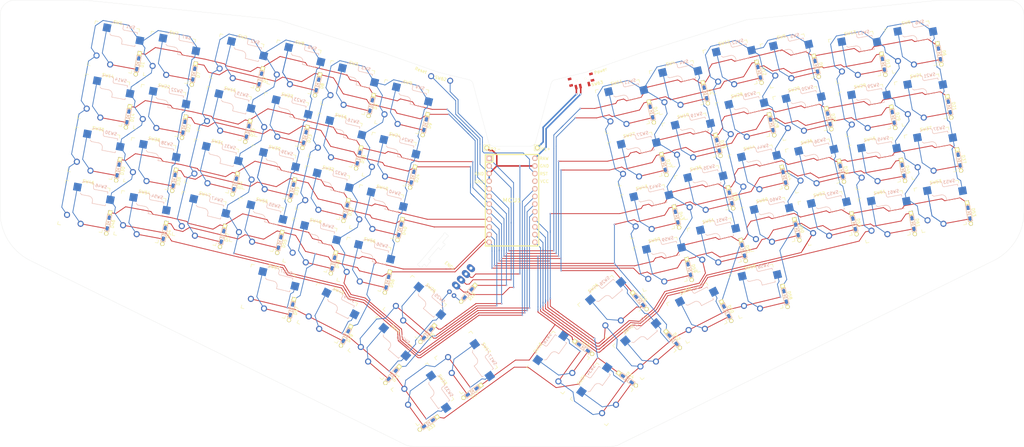
<source format=kicad_pcb>
(kicad_pcb (version 20171130) (host pcbnew 5.1.10-88a1d61d58~88~ubuntu18.04.1)
  (layers (0 F.Cu signal) (31 B.Cu signal) (34 B.Paste user) (35 F.Paste user) (36 B.SilkS user) (37 F.SilkS user) (38 B.Mask user) (39 F.Mask user) (44 Edge.Cuts user))
  (net 0 "")
  (net 1 row0)
  (net 2 "Net-(D1-Pad2)")
  (net 3 col0)
  (net 4 "Net-(D2-Pad2)")
  (net 5 "Net-(D3-Pad2)")
  (net 6 "Net-(D4-Pad2)")
  (net 7 "Net-(D5-Pad2)")
  (net 8 "Net-(D6-Pad2)")
  (net 9 "Net-(D7-Pad2)")
  (net 10 "Net-(D8-Pad2)")
  (net 11 "Net-(D9-Pad2)")
  (net 12 "Net-(D10-Pad2)")
  (net 13 "Net-(D11-Pad2)")
  (net 14 "Net-(D12-Pad2)")
  (net 15 "Net-(D13-Pad2)")
  (net 16 row1)
  (net 17 "Net-(D14-Pad2)")
  (net 18 "Net-(D15-Pad2)")
  (net 19 "Net-(D16-Pad2)")
  (net 20 "Net-(D17-Pad2)")
  (net 21 "Net-(D18-Pad2)")
  (net 22 "Net-(D19-Pad2)")
  (net 23 "Net-(D20-Pad2)")
  (net 24 "Net-(D21-Pad2)")
  (net 25 "Net-(D22-Pad2)")
  (net 26 "Net-(D23-Pad2)")
  (net 27 "Net-(D24-Pad2)")
  (net 28 "Net-(D25-Pad2)")
  (net 29 row2)
  (net 30 "Net-(D26-Pad2)")
  (net 31 "Net-(D27-Pad2)")
  (net 32 "Net-(D28-Pad2)")
  (net 33 "Net-(D29-Pad2)")
  (net 34 "Net-(D30-Pad2)")
  (net 35 "Net-(D31-Pad2)")
  (net 36 "Net-(D32-Pad2)")
  (net 37 "Net-(D33-Pad2)")
  (net 38 "Net-(D34-Pad2)")
  (net 39 "Net-(D35-Pad2)")
  (net 40 "Net-(D36-Pad2)")
  (net 41 "Net-(D37-Pad2)")
  (net 42 row3)
  (net 43 "Net-(D38-Pad2)")
  (net 44 "Net-(D39-Pad2)")
  (net 45 "Net-(D40-Pad2)")
  (net 46 "Net-(D41-Pad2)")
  (net 47 "Net-(D42-Pad2)")
  (net 48 "Net-(D43-Pad2)")
  (net 49 "Net-(D44-Pad2)")
  (net 50 "Net-(D45-Pad2)")
  (net 51 "Net-(D46-Pad2)")
  (net 52 "Net-(D47-Pad2)")
  (net 53 "Net-(D48-Pad2)")
  (net 54 "Net-(D49-Pad2)")
  (net 55 row4)
  (net 56 "Net-(D50-Pad2)")
  (net 57 "Net-(D51-Pad2)")
  (net 58 "Net-(D52-Pad2)")
  (net 59 "Net-(D53-Pad2)")
  (net 60 "Net-(D54-Pad2)")
  (net 61 "Net-(D55-Pad2)")
  (net 62 "Net-(D56-Pad2)")
  (net 63 "Net-(D57-Pad2)")
  (net 64 "Net-(D58-Pad2)")
  (net 65 "Net-(D59-Pad2)")
  (net 66 "Net-(D60-Pad2)")
  (net 67 col1)
  (net 68 col2)
  (net 69 col3)
  (net 70 col4)
  (net 71 col5)
  (net 72 col6)
  (net 73 col7)
  (net 74 row5)
  (net 75 "Net-(D61-Pad2)")
  (net 76 row6)
  (net 77 row7)
  (net 78 encA)
  (net 79 encB)
  (net 80 "Net-(MCU1-Pad24)")
  (net 81 "Net-(MCU1-Pad22)")
  (net 82 GND)
  (net 83 "Net-(P1-Pad1)")
  (module footprints:ProMicro (layer F.Cu) (at 0 0 270)
    (fp_text reference MCU1 (at 0 0) (layer F.SilkS) (effects (font (size 1.27 1.524) (thickness 0.2032))))
    (fp_text value ProMicro hide)
    (fp_text user GND (at -6.2 10.9) (layer F.SilkS))
    (fp_text user GND (at -8.8 10.9) (layer F.SilkS))
    (fp_text user VCC (at -6.3 -10.8) (layer F.SilkS))
    (fp_text user RST (at -8.8 -10.6) (layer F.SilkS))
    (fp_text user GND (at -11.4 -10.8) (layer F.SilkS))
    (fp_text user RAW (at -13.9 -10.7) (layer F.SilkS))
    (pad 24 thru_hole circle (at -13.97 -7.62 270) (size 1.7526 1.7526) (drill 1.0922) (layers *.Cu *.SilkS *.Mask) (net 80 "Net-(MCU1-Pad24)"))
    (pad 12 thru_hole circle (at 13.97 7.62 270) (size 1.7526 1.7526) (drill 1.0922) (layers *.Cu *.SilkS *.Mask) (net 77 row7))
    (pad 23 thru_hole circle (at -11.43 -7.62 270) (size 1.7526 1.7526) (drill 1.0922) (layers *.Cu *.SilkS *.Mask) (net 82 GND))
    (pad 22 thru_hole circle (at -8.89 -7.62 270) (size 1.7526 1.7526) (drill 1.0922) (layers *.Cu *.SilkS *.Mask) (net 81 "Net-(MCU1-Pad22)"))
    (pad 21 thru_hole circle (at -6.35 -7.62 270) (size 1.7526 1.7526) (drill 1.0922) (layers *.Cu *.SilkS *.Mask))
    (pad 20 thru_hole circle (at -3.81 -7.62 270) (size 1.7526 1.7526) (drill 1.0922) (layers *.Cu *.SilkS *.Mask) (net 3 col0))
    (pad 19 thru_hole circle (at -1.27 -7.62 270) (size 1.7526 1.7526) (drill 1.0922) (layers *.Cu *.SilkS *.Mask) (net 67 col1))
    (pad 18 thru_hole circle (at 1.27 -7.62 270) (size 1.7526 1.7526) (drill 1.0922) (layers *.Cu *.SilkS *.Mask) (net 68 col2))
    (pad 17 thru_hole circle (at 3.81 -7.62 270) (size 1.7526 1.7526) (drill 1.0922) (layers *.Cu *.SilkS *.Mask) (net 69 col3))
    (pad 16 thru_hole circle (at 6.35 -7.62 270) (size 1.7526 1.7526) (drill 1.0922) (layers *.Cu *.SilkS *.Mask) (net 70 col4))
    (pad 15 thru_hole circle (at 8.89 -7.62 270) (size 1.7526 1.7526) (drill 1.0922) (layers *.Cu *.SilkS *.Mask) (net 71 col5))
    (pad 14 thru_hole circle (at 11.43 -7.62 270) (size 1.7526 1.7526) (drill 1.0922) (layers *.Cu *.SilkS *.Mask) (net 72 col6))
    (pad 13 thru_hole circle (at 13.97 -7.62 270) (size 1.7526 1.7526) (drill 1.0922) (layers *.Cu *.SilkS *.Mask) (net 73 col7))
    (pad 11 thru_hole circle (at 11.43 7.62 270) (size 1.7526 1.7526) (drill 1.0922) (layers *.Cu *.SilkS *.Mask) (net 76 row6))
    (pad 10 thru_hole circle (at 8.89 7.62 270) (size 1.7526 1.7526) (drill 1.0922) (layers *.Cu *.SilkS *.Mask) (net 74 row5))
    (pad 9 thru_hole circle (at 6.35 7.62 270) (size 1.7526 1.7526) (drill 1.0922) (layers *.Cu *.SilkS *.Mask) (net 55 row4))
    (pad 8 thru_hole circle (at 3.81 7.62 270) (size 1.7526 1.7526) (drill 1.0922) (layers *.Cu *.SilkS *.Mask) (net 42 row3))
    (pad 7 thru_hole circle (at 1.27 7.62 270) (size 1.7526 1.7526) (drill 1.0922) (layers *.Cu *.SilkS *.Mask) (net 29 row2))
    (pad 6 thru_hole circle (at -1.27 7.62 270) (size 1.7526 1.7526) (drill 1.0922) (layers *.Cu *.SilkS *.Mask) (net 16 row1))
    (pad 5 thru_hole circle (at -3.81 7.62 270) (size 1.7526 1.7526) (drill 1.0922) (layers *.Cu *.SilkS *.Mask) (net 1 row0))
    (pad 4 thru_hole circle (at -6.35 7.62 270) (size 1.7526 1.7526) (drill 1.0922) (layers *.Cu *.SilkS *.Mask) (net 82 GND))
    (pad 3 thru_hole circle (at -8.89 7.62 270) (size 1.7526 1.7526) (drill 1.0922) (layers *.Cu *.SilkS *.Mask) (net 82 GND))
    (pad 2 thru_hole circle (at -11.43 7.62 270) (size 1.7526 1.7526) (drill 1.0922) (layers *.Cu *.SilkS *.Mask) (net 79 encB))
    (pad 1 thru_hole rect (at -13.97 7.62 270) (size 1.7526 1.7526) (drill 1.0922) (layers *.Cu *.SilkS *.Mask) (net 78 encA))
  )
  (module footprints:EVQWGD001 (layer F.Cu) (at -20.75537 21.896924 139.5)
    (fp_text reference ENC1 hide)
    (fp_text value EVQWGD001 hide)
    (fp_line (start 5.852987 -4.506501) (end 5.852987 -3.406501) (layer Edge.Cuts) (width 0.05))
    (fp_line (start 5.852987 2.743499) (end 5.852987 3.843499) (layer Edge.Cuts) (width 0.05))
    (fp_line (start 7.453011 7.293469) (end 7.852987 7.293499) (layer Edge.Cuts) (width 0.05))
    (fp_line (start 7.452987 -6.606501) (end 7.852987 -6.606501) (layer Edge.Cuts) (width 0.05))
    (fp_line (start 6.902987 -5.256501) (end 6.902987 -6.056501) (layer Edge.Cuts) (width 0.05))
    (fp_line (start 6.702987 4.393499) (end 6.402987 4.393499) (layer Edge.Cuts) (width 0.05))
    (fp_line (start 6.702987 2.193499) (end 6.402987 2.193499) (layer Edge.Cuts) (width 0.05))
    (fp_line (start 6.902987 1.993499) (end 6.902987 -2.656501) (layer Edge.Cuts) (width 0.05))
    (fp_line (start 6.702987 -2.856501) (end 6.402987 -2.856501) (layer Edge.Cuts) (width 0.05))
    (fp_line (start 6.702987 -5.056501) (end 6.402987 -5.056501) (layer Edge.Cuts) (width 0.05))
    (fp_line (start 6.902988 6.743499) (end 6.902987 4.593499) (layer Edge.Cuts) (width 0.05))
    (fp_line (start 8.402987 6.743499) (end 8.402987 -6.056501) (layer Edge.Cuts) (width 0.05))
    (fp_arc (start 6.702987 4.593499) (end 6.902987 4.593499) (angle -90) (layer Edge.Cuts) (width 0.05))
    (fp_arc (start 6.702987 1.993499) (end 6.702987 2.193499) (angle -90) (layer Edge.Cuts) (width 0.05))
    (fp_arc (start 6.702987 -2.656501) (end 6.902987 -2.656501) (angle -90) (layer Edge.Cuts) (width 0.05))
    (fp_arc (start 6.702987 -5.256501) (end 6.702987 -5.056501) (angle -90) (layer Edge.Cuts) (width 0.05))
    (fp_arc (start 6.102987 4.143499) (end 5.852987 3.843499) (angle -190.3888578) (layer Edge.Cuts) (width 0.05))
    (fp_arc (start 6.102987 2.443499) (end 6.402987 2.193499) (angle -190.3888578) (layer Edge.Cuts) (width 0.05))
    (fp_arc (start 6.102987 -3.106501) (end 5.852987 -3.406501) (angle -190.3888578) (layer Edge.Cuts) (width 0.05))
    (fp_arc (start 6.102987 -4.806501) (end 6.402987 -5.056501) (angle -190.3888578) (layer Edge.Cuts) (width 0.05))
    (fp_arc (start 7.152987 -6.356501) (end 7.452987 -6.606501) (angle -190.3888578) (layer Edge.Cuts) (width 0.05))
    (fp_arc (start 8.152987 -6.356501) (end 8.402987 -6.056501) (angle -190.3888578) (layer Edge.Cuts) (width 0.05))
    (fp_arc (start 8.152987 7.043499) (end 7.852987 7.293499) (angle -190.3888578) (layer Edge.Cuts) (width 0.05))
    (fp_arc (start 7.152987 7.043499) (end 6.902988 6.743499) (angle -190.3946062) (layer Edge.Cuts) (width 0.05))
    (fp_text user %R (at 0 0 139.5) (layer F.SilkS))
    (pad "" np_thru_hole circle (at -5.847013 6.553499 229.5) (size 1.6 1.6) (drill 1.6) (layers *.Cu))
    (pad NC thru_hole oval (at -5.847013 4.013499 229.5) (size 2 3) (drill 1) (layers *.Cu B.Mask))
    (pad C thru_hole oval (at -5.847013 1.473499 229.5) (size 2 3) (drill 1) (layers *.Cu B.Mask) (net 82 GND))
    (pad B thru_hole oval (at -5.847013 -1.066501 229.5) (size 2 3) (drill 1) (layers *.Cu B.Mask) (net 79 encB))
    (pad A thru_hole oval (at -5.847013 -3.606501 229.5) (size 2 3) (drill 1) (layers *.Cu B.Mask) (net 78 encA))
    (pad S2 thru_hole oval (at -5.497013 -6.606501 229.5) (size 1.524 1.524) (drill 0.762) (layers *.Cu B.Mask) (net 69 col3))
    (pad S1 thru_hole circle (at -7.497013 -6.606501 229.5) (size 1.524 1.524) (drill 0.762) (layers *.Cu B.Mask) (net 12 "Net-(D10-Pad2)"))
  )
  (module footprints:Switch_Reset_THT (layer F.Cu) (at -23.799997 -40.599999 346.5)
    (fp_text reference SW62 hide)
    (fp_text value Reset hide)
    (fp_text user %R (at 0 0 166.5) (layer F.SilkS))
    (pad 2 thru_hole circle (at -3.25 0 346.5) (size 2 2) (drill 1.3) (layers *.Cu *.Mask) (net 82 GND))
    (pad 1 thru_hole circle (at 3.27 0 346.5) (size 2 2) (drill 1.3) (layers *.Cu *.Mask) (net 81 "Net-(MCU1-Pad22)"))
  )
  (module footprints:Kailh_socket_PG1350_optional (layer F.Cu) (at -120.761803 -12.192113 349.5)
    (fp_text reference SW38 (at -0.000001 -8.255 169.5) (layer F.SilkS))
    (fp_text value SW_Push hide)
    (fp_text user %R (at 4.444999 -7.62 169.5) (layer B.SilkS) (effects (justify mirror)))
    (pad "" np_thru_hole circle (at -5.5 0 349.5) (size 1.7018 1.7018) (drill 1.7018) (layers *.Cu *.Mask))
    (pad "" np_thru_hole circle (at 5.5 0 349.5) (size 1.7018 1.7018) (drill 1.7018) (layers *.Cu *.Mask))
    (pad 1 smd rect (at -3.275 -5.95 349.5) (size 2.6 2.6) (layers B.Cu B.Paste B.Mask) (net 43 "Net-(D38-Pad2)"))
    (pad "" np_thru_hole circle (at 5 -3.75 349.5) (size 3 3) (drill 3) (layers *.Cu *.Mask))
    (pad "" np_thru_hole circle (at 0 0 349.5) (size 3.429 3.429) (drill 3.429) (layers *.Cu *.Mask))
    (pad 2 thru_hole circle (at -5 3.8 349.5) (size 2.032 2.032) (drill 1.27) (layers *.Cu *.Mask) (net 3 col0))
    (pad 1 thru_hole circle (at 0 5.9 349.5) (size 2.032 2.032) (drill 1.27) (layers *.Cu *.Mask) (net 43 "Net-(D38-Pad2)"))
    (pad "" np_thru_hole circle (at 0 -5.95 349.5) (size 3 3) (drill 3) (layers *.Cu *.Mask))
    (pad 2 smd rect (at 8.275 -3.75 349.5) (size 2.6 2.6) (layers B.Cu B.Paste B.Mask) (net 3 col0))
  )
  (module footprints:Kailh_socket_PG1350_optional (layer F.Cu) (at -36.767242 -31.166433 346.5)
    (fp_text reference SW9 (at -0.000001 -8.255 346.5) (layer F.SilkS))
    (fp_text value SW_Push hide)
    (fp_text user %R (at 4.444999 -7.62 346.5) (layer B.SilkS) (effects (justify mirror)))
    (pad "" np_thru_hole circle (at -5.5 0 346.5) (size 1.7018 1.7018) (drill 1.7018) (layers *.Cu *.Mask))
    (pad "" np_thru_hole circle (at 5.5 0 346.5) (size 1.7018 1.7018) (drill 1.7018) (layers *.Cu *.Mask))
    (pad 1 smd rect (at -3.275 -5.95 346.5) (size 2.6 2.6) (layers B.Cu B.Paste B.Mask) (net 11 "Net-(D9-Pad2)"))
    (pad "" np_thru_hole circle (at 5 -3.75 346.5) (size 3 3) (drill 3) (layers *.Cu *.Mask))
    (pad "" np_thru_hole circle (at 0 0 346.5) (size 3.429 3.429) (drill 3.429) (layers *.Cu *.Mask))
    (pad 2 thru_hole circle (at -5 3.8 346.5) (size 2.032 2.032) (drill 1.27) (layers *.Cu *.Mask) (net 68 col2))
    (pad 1 thru_hole circle (at 0 5.9 346.5) (size 2.032 2.032) (drill 1.27) (layers *.Cu *.Mask) (net 11 "Net-(D9-Pad2)"))
    (pad "" np_thru_hole circle (at 0 -5.95 346.5) (size 3 3) (drill 3) (layers *.Cu *.Mask))
    (pad 2 smd rect (at 8.275 -3.75 346.5) (size 2.6 2.6) (layers B.Cu B.Paste B.Mask) (net 68 col2))
  )
  (module footprints:Kailh_socket_PG1350_optional (layer F.Cu) (at -15.315814 54.103759 306)
    (fp_text reference SW17 (at -0.000001 -8.255 126) (layer F.SilkS))
    (fp_text value SW_Push hide)
    (fp_text user %R (at 4.445 -7.62 126) (layer B.SilkS) (effects (justify mirror)))
    (pad "" np_thru_hole circle (at -5.5 0 306) (size 1.7018 1.7018) (drill 1.7018) (layers *.Cu *.Mask))
    (pad "" np_thru_hole circle (at 5.5 0 306) (size 1.7018 1.7018) (drill 1.7018) (layers *.Cu *.Mask))
    (pad 1 smd rect (at -3.275 -5.95 306) (size 2.6 2.6) (layers B.Cu B.Paste B.Mask) (net 20 "Net-(D17-Pad2)"))
    (pad "" np_thru_hole circle (at 5 -3.75 306) (size 3 3) (drill 3) (layers *.Cu *.Mask))
    (pad "" np_thru_hole circle (at 0 0 306) (size 3.429 3.429) (drill 3.429) (layers *.Cu *.Mask))
    (pad 2 thru_hole circle (at -5 3.8 306) (size 2.032 2.032) (drill 1.27) (layers *.Cu *.Mask) (net 69 col3))
    (pad 1 thru_hole circle (at 0 5.9 306) (size 2.032 2.032) (drill 1.27) (layers *.Cu *.Mask) (net 20 "Net-(D17-Pad2)"))
    (pad "" np_thru_hole circle (at 0 -5.95 306) (size 3 3) (drill 3) (layers *.Cu *.Mask))
    (pad 2 smd rect (at 8.275 -3.75 306) (size 2.6 2.6) (layers B.Cu B.Paste B.Mask) (net 69 col3))
  )
  (module footprints:Kailh_socket_PG1350_optional (layer F.Cu) (at 124.042063 5.506459 10.5)
    (fp_text reference SW61 (at 0.000001 -8.255 10.5) (layer F.SilkS))
    (fp_text value SW_Push hide)
    (fp_text user %R (at 4.445 -7.619999 10.5) (layer B.SilkS) (effects (justify mirror)))
    (pad "" np_thru_hole circle (at -5.5 0 10.5) (size 1.7018 1.7018) (drill 1.7018) (layers *.Cu *.Mask))
    (pad "" np_thru_hole circle (at 5.5 0 10.5) (size 1.7018 1.7018) (drill 1.7018) (layers *.Cu *.Mask))
    (pad 1 smd rect (at -3.275 -5.95 10.5) (size 2.6 2.6) (layers B.Cu B.Paste B.Mask) (net 75 "Net-(D61-Pad2)"))
    (pad "" np_thru_hole circle (at 5 -3.75 10.5) (size 3 3) (drill 3) (layers *.Cu *.Mask))
    (pad "" np_thru_hole circle (at 0 0 10.5) (size 3.429 3.429) (drill 3.429) (layers *.Cu *.Mask))
    (pad 2 thru_hole circle (at -5 3.8 10.5) (size 2.032 2.032) (drill 1.27) (layers *.Cu *.Mask) (net 73 col7))
    (pad 1 thru_hole circle (at 0 5.9 10.5) (size 2.032 2.032) (drill 1.27) (layers *.Cu *.Mask) (net 75 "Net-(D61-Pad2)"))
    (pad "" np_thru_hole circle (at 0 -5.95 10.5) (size 3 3) (drill 3) (layers *.Cu *.Mask))
    (pad 2 smd rect (at 8.275 -3.75 10.5) (size 2.6 2.6) (layers B.Cu B.Paste B.Mask) (net 73 col7))
  )
  (module footprints:Kailh_socket_PG1350_optional (layer F.Cu) (at 85.272847 8.094934 13.5)
    (fp_text reference SW60 (at 0.000001 -8.255 13.5) (layer F.SilkS))
    (fp_text value SW_Push hide)
    (fp_text user %R (at 4.445 -7.619999 13.5) (layer B.SilkS) (effects (justify mirror)))
    (pad "" np_thru_hole circle (at -5.5 0 13.5) (size 1.7018 1.7018) (drill 1.7018) (layers *.Cu *.Mask))
    (pad "" np_thru_hole circle (at 5.5 0 13.5) (size 1.7018 1.7018) (drill 1.7018) (layers *.Cu *.Mask))
    (pad 1 smd rect (at -3.275 -5.95 13.5) (size 2.6 2.6) (layers B.Cu B.Paste B.Mask) (net 66 "Net-(D60-Pad2)"))
    (pad "" np_thru_hole circle (at 5 -3.75 13.5) (size 3 3) (drill 3) (layers *.Cu *.Mask))
    (pad "" np_thru_hole circle (at 0 0 13.5) (size 3.429 3.429) (drill 3.429) (layers *.Cu *.Mask))
    (pad 2 thru_hole circle (at -5 3.8 13.5) (size 2.032 2.032) (drill 1.27) (layers *.Cu *.Mask) (net 72 col6))
    (pad 1 thru_hole circle (at 0 5.9 13.5) (size 2.032 2.032) (drill 1.27) (layers *.Cu *.Mask) (net 66 "Net-(D60-Pad2)"))
    (pad "" np_thru_hole circle (at 0 -5.95 13.5) (size 3 3) (drill 3) (layers *.Cu *.Mask))
    (pad 2 smd rect (at 8.275 -3.75 13.5) (size 2.6 2.6) (layers B.Cu B.Paste B.Mask) (net 72 col6))
  )
  (module footprints:Kailh_socket_PG1350_optional (layer F.Cu) (at 49.373304 21.341551 13.5)
    (fp_text reference SW59 (at 0.000001 -8.255 13.5) (layer F.SilkS))
    (fp_text value SW_Push hide)
    (fp_text user %R (at 4.445 -7.619999 13.5) (layer B.SilkS) (effects (justify mirror)))
    (pad "" np_thru_hole circle (at -5.5 0 13.5) (size 1.7018 1.7018) (drill 1.7018) (layers *.Cu *.Mask))
    (pad "" np_thru_hole circle (at 5.5 0 13.5) (size 1.7018 1.7018) (drill 1.7018) (layers *.Cu *.Mask))
    (pad 1 smd rect (at -3.275 -5.95 13.5) (size 2.6 2.6) (layers B.Cu B.Paste B.Mask) (net 65 "Net-(D59-Pad2)"))
    (pad "" np_thru_hole circle (at 5 -3.75 13.5) (size 3 3) (drill 3) (layers *.Cu *.Mask))
    (pad "" np_thru_hole circle (at 0 0 13.5) (size 3.429 3.429) (drill 3.429) (layers *.Cu *.Mask))
    (pad 2 thru_hole circle (at -5 3.8 13.5) (size 2.032 2.032) (drill 1.27) (layers *.Cu *.Mask) (net 71 col5))
    (pad 1 thru_hole circle (at 0 5.9 13.5) (size 2.032 2.032) (drill 1.27) (layers *.Cu *.Mask) (net 65 "Net-(D59-Pad2)"))
    (pad "" np_thru_hole circle (at 0 -5.95 13.5) (size 3 3) (drill 3) (layers *.Cu *.Mask))
    (pad 2 smd rect (at 8.275 -3.75 13.5) (size 2.6 2.6) (layers B.Cu B.Paste B.Mask) (net 71 col5))
  )
  (module footprints:Kailh_socket_PG1350_optional (layer F.Cu) (at 81.291306 30.344942 13.5)
    (fp_text reference SW58 (at 0.000001 -8.255 13.5) (layer F.SilkS))
    (fp_text value SW_Push hide)
    (fp_text user %R (at 4.445 -7.619999 13.5) (layer B.SilkS) (effects (justify mirror)))
    (pad "" np_thru_hole circle (at -5.5 0 13.5) (size 1.7018 1.7018) (drill 1.7018) (layers *.Cu *.Mask))
    (pad "" np_thru_hole circle (at 5.5 0 13.5) (size 1.7018 1.7018) (drill 1.7018) (layers *.Cu *.Mask))
    (pad 1 smd rect (at -3.275 -5.95 13.5) (size 2.6 2.6) (layers B.Cu B.Paste B.Mask) (net 64 "Net-(D58-Pad2)"))
    (pad "" np_thru_hole circle (at 5 -3.75 13.5) (size 3 3) (drill 3) (layers *.Cu *.Mask))
    (pad "" np_thru_hole circle (at 0 0 13.5) (size 3.429 3.429) (drill 3.429) (layers *.Cu *.Mask))
    (pad 2 thru_hole circle (at -5 3.8 13.5) (size 2.032 2.032) (drill 1.27) (layers *.Cu *.Mask) (net 70 col4))
    (pad 1 thru_hole circle (at 0 5.9 13.5) (size 2.032 2.032) (drill 1.27) (layers *.Cu *.Mask) (net 64 "Net-(D58-Pad2)"))
    (pad "" np_thru_hole circle (at 0 -5.95 13.5) (size 3 3) (drill 3) (layers *.Cu *.Mask))
    (pad 2 smd rect (at 8.275 -3.75 13.5) (size 2.6 2.6) (layers B.Cu B.Paste B.Mask) (net 70 col4))
  )
  (module footprints:Kailh_socket_PG1350_optional (layer F.Cu) (at -81.291289 30.34495 346.5)
    (fp_text reference SW57 (at -0.000001 -8.255 166.5) (layer F.SilkS))
    (fp_text value SW_Push hide)
    (fp_text user %R (at 4.444999 -7.62 166.5) (layer B.SilkS) (effects (justify mirror)))
    (pad "" np_thru_hole circle (at -5.5 0 346.5) (size 1.7018 1.7018) (drill 1.7018) (layers *.Cu *.Mask))
    (pad "" np_thru_hole circle (at 5.5 0 346.5) (size 1.7018 1.7018) (drill 1.7018) (layers *.Cu *.Mask))
    (pad 1 smd rect (at -3.275 -5.95 346.5) (size 2.6 2.6) (layers B.Cu B.Paste B.Mask) (net 63 "Net-(D57-Pad2)"))
    (pad "" np_thru_hole circle (at 5 -3.75 346.5) (size 3 3) (drill 3) (layers *.Cu *.Mask))
    (pad "" np_thru_hole circle (at 0 0 346.5) (size 3.429 3.429) (drill 3.429) (layers *.Cu *.Mask))
    (pad 2 thru_hole circle (at -5 3.8 346.5) (size 2.032 2.032) (drill 1.27) (layers *.Cu *.Mask) (net 69 col3))
    (pad 1 thru_hole circle (at 0 5.9 346.5) (size 2.032 2.032) (drill 1.27) (layers *.Cu *.Mask) (net 63 "Net-(D57-Pad2)"))
    (pad "" np_thru_hole circle (at 0 -5.95 346.5) (size 3 3) (drill 3) (layers *.Cu *.Mask))
    (pad 2 smd rect (at 8.275 -3.75 346.5) (size 2.6 2.6) (layers B.Cu B.Paste B.Mask) (net 69 col3))
  )
  (module footprints:Kailh_socket_PG1350_optional (layer F.Cu) (at -49.373302 21.34155 346.5)
    (fp_text reference SW56 (at -0.000001 -8.255 166.5) (layer F.SilkS))
    (fp_text value SW_Push hide)
    (fp_text user %R (at 4.444999 -7.62 166.5) (layer B.SilkS) (effects (justify mirror)))
    (pad "" np_thru_hole circle (at -5.5 0 346.5) (size 1.7018 1.7018) (drill 1.7018) (layers *.Cu *.Mask))
    (pad "" np_thru_hole circle (at 5.5 0 346.5) (size 1.7018 1.7018) (drill 1.7018) (layers *.Cu *.Mask))
    (pad 1 smd rect (at -3.275 -5.95 346.5) (size 2.6 2.6) (layers B.Cu B.Paste B.Mask) (net 62 "Net-(D56-Pad2)"))
    (pad "" np_thru_hole circle (at 5 -3.75 346.5) (size 3 3) (drill 3) (layers *.Cu *.Mask))
    (pad "" np_thru_hole circle (at 0 0 346.5) (size 3.429 3.429) (drill 3.429) (layers *.Cu *.Mask))
    (pad 2 thru_hole circle (at -5 3.8 346.5) (size 2.032 2.032) (drill 1.27) (layers *.Cu *.Mask) (net 68 col2))
    (pad 1 thru_hole circle (at 0 5.9 346.5) (size 2.032 2.032) (drill 1.27) (layers *.Cu *.Mask) (net 62 "Net-(D56-Pad2)"))
    (pad "" np_thru_hole circle (at 0 -5.95 346.5) (size 3 3) (drill 3) (layers *.Cu *.Mask))
    (pad 2 smd rect (at 8.275 -3.75 346.5) (size 2.6 2.6) (layers B.Cu B.Paste B.Mask) (net 68 col2))
  )
  (module footprints:Kailh_socket_PG1350_optional (layer F.Cu) (at -85.272833 8.094962 346.5)
    (fp_text reference SW55 (at -0.000001 -8.255 166.5) (layer F.SilkS))
    (fp_text value SW_Push hide)
    (fp_text user %R (at 4.444999 -7.62 166.5) (layer B.SilkS) (effects (justify mirror)))
    (pad "" np_thru_hole circle (at -5.5 0 346.5) (size 1.7018 1.7018) (drill 1.7018) (layers *.Cu *.Mask))
    (pad "" np_thru_hole circle (at 5.5 0 346.5) (size 1.7018 1.7018) (drill 1.7018) (layers *.Cu *.Mask))
    (pad 1 smd rect (at -3.275 -5.95 346.5) (size 2.6 2.6) (layers B.Cu B.Paste B.Mask) (net 61 "Net-(D55-Pad2)"))
    (pad "" np_thru_hole circle (at 5 -3.75 346.5) (size 3 3) (drill 3) (layers *.Cu *.Mask))
    (pad "" np_thru_hole circle (at 0 0 346.5) (size 3.429 3.429) (drill 3.429) (layers *.Cu *.Mask))
    (pad 2 thru_hole circle (at -5 3.8 346.5) (size 2.032 2.032) (drill 1.27) (layers *.Cu *.Mask) (net 67 col1))
    (pad 1 thru_hole circle (at 0 5.9 346.5) (size 2.032 2.032) (drill 1.27) (layers *.Cu *.Mask) (net 61 "Net-(D55-Pad2)"))
    (pad "" np_thru_hole circle (at 0 -5.95 346.5) (size 3 3) (drill 3) (layers *.Cu *.Mask))
    (pad 2 smd rect (at 8.275 -3.75 346.5) (size 2.6 2.6) (layers B.Cu B.Paste B.Mask) (net 67 col1))
  )
  (module footprints:Kailh_socket_PG1350_optional (layer F.Cu) (at -124.042049 5.506465 349.5)
    (fp_text reference SW54 (at -0.000001 -8.255 169.5) (layer F.SilkS))
    (fp_text value SW_Push hide)
    (fp_text user %R (at 4.444999 -7.62 169.5) (layer B.SilkS) (effects (justify mirror)))
    (pad "" np_thru_hole circle (at -5.5 0 349.5) (size 1.7018 1.7018) (drill 1.7018) (layers *.Cu *.Mask))
    (pad "" np_thru_hole circle (at 5.5 0 349.5) (size 1.7018 1.7018) (drill 1.7018) (layers *.Cu *.Mask))
    (pad 1 smd rect (at -3.275 -5.95 349.5) (size 2.6 2.6) (layers B.Cu B.Paste B.Mask) (net 60 "Net-(D54-Pad2)"))
    (pad "" np_thru_hole circle (at 5 -3.75 349.5) (size 3 3) (drill 3) (layers *.Cu *.Mask))
    (pad "" np_thru_hole circle (at 0 0 349.5) (size 3.429 3.429) (drill 3.429) (layers *.Cu *.Mask))
    (pad 2 thru_hole circle (at -5 3.8 349.5) (size 2.032 2.032) (drill 1.27) (layers *.Cu *.Mask) (net 3 col0))
    (pad 1 thru_hole circle (at 0 5.9 349.5) (size 2.032 2.032) (drill 1.27) (layers *.Cu *.Mask) (net 60 "Net-(D54-Pad2)"))
    (pad "" np_thru_hole circle (at 0 -5.95 349.5) (size 3 3) (drill 3) (layers *.Cu *.Mask))
    (pad 2 smd rect (at 8.275 -3.75 349.5) (size 2.6 2.6) (layers B.Cu B.Paste B.Mask) (net 3 col0))
  )
  (module footprints:Kailh_socket_PG1350_optional (layer F.Cu) (at 142.723909 2.044 10.5)
    (fp_text reference SW53 (at 0.000001 -8.255 10.5) (layer F.SilkS))
    (fp_text value SW_Push hide)
    (fp_text user %R (at 4.445 -7.619999 10.5) (layer B.SilkS) (effects (justify mirror)))
    (pad "" np_thru_hole circle (at -5.5 0 10.5) (size 1.7018 1.7018) (drill 1.7018) (layers *.Cu *.Mask))
    (pad "" np_thru_hole circle (at 5.5 0 10.5) (size 1.7018 1.7018) (drill 1.7018) (layers *.Cu *.Mask))
    (pad 1 smd rect (at -3.275 -5.95 10.5) (size 2.6 2.6) (layers B.Cu B.Paste B.Mask) (net 59 "Net-(D53-Pad2)"))
    (pad "" np_thru_hole circle (at 5 -3.75 10.5) (size 3 3) (drill 3) (layers *.Cu *.Mask))
    (pad "" np_thru_hole circle (at 0 0 10.5) (size 3.429 3.429) (drill 3.429) (layers *.Cu *.Mask))
    (pad 2 thru_hole circle (at -5 3.8 10.5) (size 2.032 2.032) (drill 1.27) (layers *.Cu *.Mask) (net 73 col7))
    (pad 1 thru_hole circle (at 0 5.9 10.5) (size 2.032 2.032) (drill 1.27) (layers *.Cu *.Mask) (net 59 "Net-(D53-Pad2)"))
    (pad "" np_thru_hole circle (at 0 -5.95 10.5) (size 3 3) (drill 3) (layers *.Cu *.Mask))
    (pad 2 smd rect (at 8.275 -3.75 10.5) (size 2.6 2.6) (layers B.Cu B.Paste B.Mask) (net 73 col7))
  )
  (module footprints:Kailh_socket_PG1350_optional (layer F.Cu) (at 104.331499 6.090404 13.5)
    (fp_text reference SW52 (at 0.000001 -8.255 13.5) (layer F.SilkS))
    (fp_text value SW_Push hide)
    (fp_text user %R (at 4.445 -7.619999 13.5) (layer B.SilkS) (effects (justify mirror)))
    (pad "" np_thru_hole circle (at -5.5 0 13.5) (size 1.7018 1.7018) (drill 1.7018) (layers *.Cu *.Mask))
    (pad "" np_thru_hole circle (at 5.5 0 13.5) (size 1.7018 1.7018) (drill 1.7018) (layers *.Cu *.Mask))
    (pad 1 smd rect (at -3.275 -5.95 13.5) (size 2.6 2.6) (layers B.Cu B.Paste B.Mask) (net 58 "Net-(D52-Pad2)"))
    (pad "" np_thru_hole circle (at 5 -3.75 13.5) (size 3 3) (drill 3) (layers *.Cu *.Mask))
    (pad "" np_thru_hole circle (at 0 0 13.5) (size 3.429 3.429) (drill 3.429) (layers *.Cu *.Mask))
    (pad 2 thru_hole circle (at -5 3.8 13.5) (size 2.032 2.032) (drill 1.27) (layers *.Cu *.Mask) (net 72 col6))
    (pad 1 thru_hole circle (at 0 5.9 13.5) (size 2.032 2.032) (drill 1.27) (layers *.Cu *.Mask) (net 58 "Net-(D52-Pad2)"))
    (pad "" np_thru_hole circle (at 0 -5.95 13.5) (size 3 3) (drill 3) (layers *.Cu *.Mask))
    (pad 2 smd rect (at 8.275 -3.75 13.5) (size 2.6 2.6) (layers B.Cu B.Paste B.Mask) (net 72 col6))
  )
  (module footprints:Kailh_socket_PG1350_optional (layer F.Cu) (at 67.381447 14.961324 13.5)
    (fp_text reference SW51 (at 0.000001 -8.255 13.5) (layer F.SilkS))
    (fp_text value SW_Push hide)
    (fp_text user %R (at 4.445 -7.619999 13.5) (layer B.SilkS) (effects (justify mirror)))
    (pad "" np_thru_hole circle (at -5.5 0 13.5) (size 1.7018 1.7018) (drill 1.7018) (layers *.Cu *.Mask))
    (pad "" np_thru_hole circle (at 5.5 0 13.5) (size 1.7018 1.7018) (drill 1.7018) (layers *.Cu *.Mask))
    (pad 1 smd rect (at -3.275 -5.95 13.5) (size 2.6 2.6) (layers B.Cu B.Paste B.Mask) (net 57 "Net-(D51-Pad2)"))
    (pad "" np_thru_hole circle (at 5 -3.75 13.5) (size 3 3) (drill 3) (layers *.Cu *.Mask))
    (pad "" np_thru_hole circle (at 0 0 13.5) (size 3.429 3.429) (drill 3.429) (layers *.Cu *.Mask))
    (pad 2 thru_hole circle (at -5 3.8 13.5) (size 2.032 2.032) (drill 1.27) (layers *.Cu *.Mask) (net 71 col5))
    (pad 1 thru_hole circle (at 0 5.9 13.5) (size 2.032 2.032) (drill 1.27) (layers *.Cu *.Mask) (net 57 "Net-(D51-Pad2)"))
    (pad "" np_thru_hole circle (at 0 -5.95 13.5) (size 3 3) (drill 3) (layers *.Cu *.Mask))
    (pad 2 smd rect (at 8.275 -3.75 13.5) (size 2.6 2.6) (layers B.Cu B.Paste B.Mask) (net 71 col5))
  )
  (module footprints:Kailh_socket_PG1350_optional (layer F.Cu) (at 61.593957 37.606748 27)
    (fp_text reference SW50 (at 0 -8.255001 27) (layer F.SilkS))
    (fp_text value SW_Push hide)
    (fp_text user %R (at 4.444999 -7.62 27) (layer B.SilkS) (effects (justify mirror)))
    (pad "" np_thru_hole circle (at -5.5 0 27) (size 1.7018 1.7018) (drill 1.7018) (layers *.Cu *.Mask))
    (pad "" np_thru_hole circle (at 5.5 0 27) (size 1.7018 1.7018) (drill 1.7018) (layers *.Cu *.Mask))
    (pad 1 smd rect (at -3.275 -5.95 27) (size 2.6 2.6) (layers B.Cu B.Paste B.Mask) (net 56 "Net-(D50-Pad2)"))
    (pad "" np_thru_hole circle (at 5 -3.75 27) (size 3 3) (drill 3) (layers *.Cu *.Mask))
    (pad "" np_thru_hole circle (at 0 0 27) (size 3.429 3.429) (drill 3.429) (layers *.Cu *.Mask))
    (pad 2 thru_hole circle (at -5 3.8 27) (size 2.032 2.032) (drill 1.27) (layers *.Cu *.Mask) (net 70 col4))
    (pad 1 thru_hole circle (at 0 5.9 27) (size 2.032 2.032) (drill 1.27) (layers *.Cu *.Mask) (net 56 "Net-(D50-Pad2)"))
    (pad "" np_thru_hole circle (at 0 -5.95 27) (size 3 3) (drill 3) (layers *.Cu *.Mask))
    (pad 2 smd rect (at 8.275 -3.75 27) (size 2.6 2.6) (layers B.Cu B.Paste B.Mask) (net 70 col4))
  )
  (module footprints:Kailh_socket_PG1350_optional (layer F.Cu) (at -61.593945 37.606746 333)
    (fp_text reference SW49 (at 0.000001 -8.254999 153) (layer F.SilkS))
    (fp_text value SW_Push hide)
    (fp_text user %R (at 4.445 -7.619999 153) (layer B.SilkS) (effects (justify mirror)))
    (pad "" np_thru_hole circle (at -5.5 0 333) (size 1.7018 1.7018) (drill 1.7018) (layers *.Cu *.Mask))
    (pad "" np_thru_hole circle (at 5.5 0 333) (size 1.7018 1.7018) (drill 1.7018) (layers *.Cu *.Mask))
    (pad 1 smd rect (at -3.275 -5.95 333) (size 2.6 2.6) (layers B.Cu B.Paste B.Mask) (net 54 "Net-(D49-Pad2)"))
    (pad "" np_thru_hole circle (at 5 -3.75 333) (size 3 3) (drill 3) (layers *.Cu *.Mask))
    (pad "" np_thru_hole circle (at 0 0 333) (size 3.429 3.429) (drill 3.429) (layers *.Cu *.Mask))
    (pad 2 thru_hole circle (at -5 3.8 333) (size 2.032 2.032) (drill 1.27) (layers *.Cu *.Mask) (net 69 col3))
    (pad 1 thru_hole circle (at 0 5.9 333) (size 2.032 2.032) (drill 1.27) (layers *.Cu *.Mask) (net 54 "Net-(D49-Pad2)"))
    (pad "" np_thru_hole circle (at 0 -5.95 333) (size 3 3) (drill 3) (layers *.Cu *.Mask))
    (pad 2 smd rect (at 8.275 -3.75 333) (size 2.6 2.6) (layers B.Cu B.Paste B.Mask) (net 69 col3))
  )
  (module footprints:Kailh_socket_PG1350_optional (layer F.Cu) (at -67.38142 14.96134 346.5)
    (fp_text reference SW48 (at -0.000001 -8.255 166.5) (layer F.SilkS))
    (fp_text value SW_Push hide)
    (fp_text user %R (at 4.444999 -7.62 166.5) (layer B.SilkS) (effects (justify mirror)))
    (pad "" np_thru_hole circle (at -5.5 0 346.5) (size 1.7018 1.7018) (drill 1.7018) (layers *.Cu *.Mask))
    (pad "" np_thru_hole circle (at 5.5 0 346.5) (size 1.7018 1.7018) (drill 1.7018) (layers *.Cu *.Mask))
    (pad 1 smd rect (at -3.275 -5.95 346.5) (size 2.6 2.6) (layers B.Cu B.Paste B.Mask) (net 53 "Net-(D48-Pad2)"))
    (pad "" np_thru_hole circle (at 5 -3.75 346.5) (size 3 3) (drill 3) (layers *.Cu *.Mask))
    (pad "" np_thru_hole circle (at 0 0 346.5) (size 3.429 3.429) (drill 3.429) (layers *.Cu *.Mask))
    (pad 2 thru_hole circle (at -5 3.8 346.5) (size 2.032 2.032) (drill 1.27) (layers *.Cu *.Mask) (net 68 col2))
    (pad 1 thru_hole circle (at 0 5.9 346.5) (size 2.032 2.032) (drill 1.27) (layers *.Cu *.Mask) (net 53 "Net-(D48-Pad2)"))
    (pad "" np_thru_hole circle (at 0 -5.95 346.5) (size 3 3) (drill 3) (layers *.Cu *.Mask))
    (pad 2 smd rect (at 8.275 -3.75 346.5) (size 2.6 2.6) (layers B.Cu B.Paste B.Mask) (net 68 col2))
  )
  (module footprints:Kailh_socket_PG1350_optional (layer F.Cu) (at -104.331475 6.090427 346.5)
    (fp_text reference SW47 (at -0.000001 -8.255 166.5) (layer F.SilkS))
    (fp_text value SW_Push hide)
    (fp_text user %R (at 4.444999 -7.62 166.5) (layer B.SilkS) (effects (justify mirror)))
    (pad "" np_thru_hole circle (at -5.5 0 346.5) (size 1.7018 1.7018) (drill 1.7018) (layers *.Cu *.Mask))
    (pad "" np_thru_hole circle (at 5.5 0 346.5) (size 1.7018 1.7018) (drill 1.7018) (layers *.Cu *.Mask))
    (pad 1 smd rect (at -3.275 -5.95 346.5) (size 2.6 2.6) (layers B.Cu B.Paste B.Mask) (net 52 "Net-(D47-Pad2)"))
    (pad "" np_thru_hole circle (at 5 -3.75 346.5) (size 3 3) (drill 3) (layers *.Cu *.Mask))
    (pad "" np_thru_hole circle (at 0 0 346.5) (size 3.429 3.429) (drill 3.429) (layers *.Cu *.Mask))
    (pad 2 thru_hole circle (at -5 3.8 346.5) (size 2.032 2.032) (drill 1.27) (layers *.Cu *.Mask) (net 67 col1))
    (pad 1 thru_hole circle (at 0 5.9 346.5) (size 2.032 2.032) (drill 1.27) (layers *.Cu *.Mask) (net 52 "Net-(D47-Pad2)"))
    (pad "" np_thru_hole circle (at 0 -5.95 346.5) (size 3 3) (drill 3) (layers *.Cu *.Mask))
    (pad 2 smd rect (at 8.275 -3.75 346.5) (size 2.6 2.6) (layers B.Cu B.Paste B.Mask) (net 67 col1))
  )
  (module footprints:Kailh_socket_PG1350_optional (layer F.Cu) (at -142.723911 2.044016 349.5)
    (fp_text reference SW46 (at -0.000001 -8.255 169.5) (layer F.SilkS))
    (fp_text value SW_Push hide)
    (fp_text user %R (at 4.444999 -7.62 169.5) (layer B.SilkS) (effects (justify mirror)))
    (pad "" np_thru_hole circle (at -5.5 0 349.5) (size 1.7018 1.7018) (drill 1.7018) (layers *.Cu *.Mask))
    (pad "" np_thru_hole circle (at 5.5 0 349.5) (size 1.7018 1.7018) (drill 1.7018) (layers *.Cu *.Mask))
    (pad 1 smd rect (at -3.275 -5.95 349.5) (size 2.6 2.6) (layers B.Cu B.Paste B.Mask) (net 51 "Net-(D46-Pad2)"))
    (pad "" np_thru_hole circle (at 5 -3.75 349.5) (size 3 3) (drill 3) (layers *.Cu *.Mask))
    (pad "" np_thru_hole circle (at 0 0 349.5) (size 3.429 3.429) (drill 3.429) (layers *.Cu *.Mask))
    (pad 2 thru_hole circle (at -5 3.8 349.5) (size 2.032 2.032) (drill 1.27) (layers *.Cu *.Mask) (net 3 col0))
    (pad 1 thru_hole circle (at 0 5.9 349.5) (size 2.032 2.032) (drill 1.27) (layers *.Cu *.Mask) (net 51 "Net-(D46-Pad2)"))
    (pad "" np_thru_hole circle (at 0 -5.95 349.5) (size 3 3) (drill 3) (layers *.Cu *.Mask))
    (pad 2 smd rect (at 8.275 -3.75 349.5) (size 2.6 2.6) (layers B.Cu B.Paste B.Mask) (net 3 col0))
  )
  (module footprints:Kailh_socket_PG1350_optional (layer F.Cu) (at 120.761823 -12.192115 10.5)
    (fp_text reference SW45 (at 0.000001 -8.255 10.5) (layer F.SilkS))
    (fp_text value SW_Push hide)
    (fp_text user %R (at 4.445 -7.619999 10.5) (layer B.SilkS) (effects (justify mirror)))
    (pad "" np_thru_hole circle (at -5.5 0 10.5) (size 1.7018 1.7018) (drill 1.7018) (layers *.Cu *.Mask))
    (pad "" np_thru_hole circle (at 5.5 0 10.5) (size 1.7018 1.7018) (drill 1.7018) (layers *.Cu *.Mask))
    (pad 1 smd rect (at -3.275 -5.95 10.5) (size 2.6 2.6) (layers B.Cu B.Paste B.Mask) (net 50 "Net-(D45-Pad2)"))
    (pad "" np_thru_hole circle (at 5 -3.75 10.5) (size 3 3) (drill 3) (layers *.Cu *.Mask))
    (pad "" np_thru_hole circle (at 0 0 10.5) (size 3.429 3.429) (drill 3.429) (layers *.Cu *.Mask))
    (pad 2 thru_hole circle (at -5 3.8 10.5) (size 2.032 2.032) (drill 1.27) (layers *.Cu *.Mask) (net 73 col7))
    (pad 1 thru_hole circle (at 0 5.9 10.5) (size 2.032 2.032) (drill 1.27) (layers *.Cu *.Mask) (net 50 "Net-(D45-Pad2)"))
    (pad "" np_thru_hole circle (at 0 -5.95 10.5) (size 3 3) (drill 3) (layers *.Cu *.Mask))
    (pad 2 smd rect (at 8.275 -3.75 10.5) (size 2.6 2.6) (layers B.Cu B.Paste B.Mask) (net 73 col7))
  )
  (module footprints:Kailh_socket_PG1350_optional (layer F.Cu) (at 81.070844 -9.407723 13.5)
    (fp_text reference SW44 (at 0.000001 -8.255 13.5) (layer F.SilkS))
    (fp_text value SW_Push hide)
    (fp_text user %R (at 4.445 -7.619999 13.5) (layer B.SilkS) (effects (justify mirror)))
    (pad "" np_thru_hole circle (at -5.5 0 13.5) (size 1.7018 1.7018) (drill 1.7018) (layers *.Cu *.Mask))
    (pad "" np_thru_hole circle (at 5.5 0 13.5) (size 1.7018 1.7018) (drill 1.7018) (layers *.Cu *.Mask))
    (pad 1 smd rect (at -3.275 -5.95 13.5) (size 2.6 2.6) (layers B.Cu B.Paste B.Mask) (net 49 "Net-(D44-Pad2)"))
    (pad "" np_thru_hole circle (at 5 -3.75 13.5) (size 3 3) (drill 3) (layers *.Cu *.Mask))
    (pad "" np_thru_hole circle (at 0 0 13.5) (size 3.429 3.429) (drill 3.429) (layers *.Cu *.Mask))
    (pad 2 thru_hole circle (at -5 3.8 13.5) (size 2.032 2.032) (drill 1.27) (layers *.Cu *.Mask) (net 72 col6))
    (pad 1 thru_hole circle (at 0 5.9 13.5) (size 2.032 2.032) (drill 1.27) (layers *.Cu *.Mask) (net 49 "Net-(D44-Pad2)"))
    (pad "" np_thru_hole circle (at 0 -5.95 13.5) (size 3 3) (drill 3) (layers *.Cu *.Mask))
    (pad 2 smd rect (at 8.275 -3.75 13.5) (size 2.6 2.6) (layers B.Cu B.Paste B.Mask) (net 72 col6))
  )
  (module footprints:Kailh_socket_PG1350_optional (layer F.Cu) (at 45.17128 3.838887 13.5)
    (fp_text reference SW43 (at 0.000001 -8.255 13.5) (layer F.SilkS))
    (fp_text value SW_Push hide)
    (fp_text user %R (at 4.445 -7.619999 13.5) (layer B.SilkS) (effects (justify mirror)))
    (pad "" np_thru_hole circle (at -5.5 0 13.5) (size 1.7018 1.7018) (drill 1.7018) (layers *.Cu *.Mask))
    (pad "" np_thru_hole circle (at 5.5 0 13.5) (size 1.7018 1.7018) (drill 1.7018) (layers *.Cu *.Mask))
    (pad 1 smd rect (at -3.275 -5.95 13.5) (size 2.6 2.6) (layers B.Cu B.Paste B.Mask) (net 48 "Net-(D43-Pad2)"))
    (pad "" np_thru_hole circle (at 5 -3.75 13.5) (size 3 3) (drill 3) (layers *.Cu *.Mask))
    (pad "" np_thru_hole circle (at 0 0 13.5) (size 3.429 3.429) (drill 3.429) (layers *.Cu *.Mask))
    (pad 2 thru_hole circle (at -5 3.8 13.5) (size 2.032 2.032) (drill 1.27) (layers *.Cu *.Mask) (net 71 col5))
    (pad 1 thru_hole circle (at 0 5.9 13.5) (size 2.032 2.032) (drill 1.27) (layers *.Cu *.Mask) (net 48 "Net-(D43-Pad2)"))
    (pad "" np_thru_hole circle (at 0 -5.95 13.5) (size 3 3) (drill 3) (layers *.Cu *.Mask))
    (pad 2 smd rect (at 8.275 -3.75 13.5) (size 2.6 2.6) (layers B.Cu B.Paste B.Mask) (net 71 col5))
  )
  (module footprints:Kailh_socket_PG1350_optional (layer F.Cu) (at 44.135521 49.271537 40.5)
    (fp_text reference SW42 (at 0.000001 -8.255 40.5) (layer F.SilkS))
    (fp_text value SW_Push hide)
    (fp_text user %R (at 4.445 -7.62 40.5) (layer B.SilkS) (effects (justify mirror)))
    (pad "" np_thru_hole circle (at -5.5 0 40.5) (size 1.7018 1.7018) (drill 1.7018) (layers *.Cu *.Mask))
    (pad "" np_thru_hole circle (at 5.5 0 40.5) (size 1.7018 1.7018) (drill 1.7018) (layers *.Cu *.Mask))
    (pad 1 smd rect (at -3.275 -5.95 40.5) (size 2.6 2.6) (layers B.Cu B.Paste B.Mask) (net 47 "Net-(D42-Pad2)"))
    (pad "" np_thru_hole circle (at 5 -3.75 40.5) (size 3 3) (drill 3) (layers *.Cu *.Mask))
    (pad "" np_thru_hole circle (at 0 0 40.5) (size 3.429 3.429) (drill 3.429) (layers *.Cu *.Mask))
    (pad 2 thru_hole circle (at -5 3.8 40.5) (size 2.032 2.032) (drill 1.27) (layers *.Cu *.Mask) (net 70 col4))
    (pad 1 thru_hole circle (at 0 5.9 40.5) (size 2.032 2.032) (drill 1.27) (layers *.Cu *.Mask) (net 47 "Net-(D42-Pad2)"))
    (pad "" np_thru_hole circle (at 0 -5.95 40.5) (size 3 3) (drill 3) (layers *.Cu *.Mask))
    (pad 2 smd rect (at 8.275 -3.75 40.5) (size 2.6 2.6) (layers B.Cu B.Paste B.Mask) (net 70 col4))
  )
  (module footprints:Kailh_socket_PG1350_optional (layer F.Cu) (at -44.135522 49.271538 319.5)
    (fp_text reference SW41 (at 0 -8.255 139.5) (layer F.SilkS))
    (fp_text value SW_Push hide)
    (fp_text user %R (at 4.445 -7.62 139.5) (layer B.SilkS) (effects (justify mirror)))
    (pad "" np_thru_hole circle (at -5.5 0 319.5) (size 1.7018 1.7018) (drill 1.7018) (layers *.Cu *.Mask))
    (pad "" np_thru_hole circle (at 5.5 0 319.5) (size 1.7018 1.7018) (drill 1.7018) (layers *.Cu *.Mask))
    (pad 1 smd rect (at -3.275 -5.95 319.5) (size 2.6 2.6) (layers B.Cu B.Paste B.Mask) (net 46 "Net-(D41-Pad2)"))
    (pad "" np_thru_hole circle (at 5 -3.75 319.5) (size 3 3) (drill 3) (layers *.Cu *.Mask))
    (pad "" np_thru_hole circle (at 0 0 319.5) (size 3.429 3.429) (drill 3.429) (layers *.Cu *.Mask))
    (pad 2 thru_hole circle (at -5 3.8 319.5) (size 2.032 2.032) (drill 1.27) (layers *.Cu *.Mask) (net 69 col3))
    (pad 1 thru_hole circle (at 0 5.9 319.5) (size 2.032 2.032) (drill 1.27) (layers *.Cu *.Mask) (net 46 "Net-(D41-Pad2)"))
    (pad "" np_thru_hole circle (at 0 -5.95 319.5) (size 3 3) (drill 3) (layers *.Cu *.Mask))
    (pad 2 smd rect (at 8.275 -3.75 319.5) (size 2.6 2.6) (layers B.Cu B.Paste B.Mask) (net 69 col3))
  )
  (module footprints:Kailh_socket_PG1350_optional (layer F.Cu) (at -45.171274 3.838886 346.5)
    (fp_text reference SW40 (at -0.000001 -8.255 166.5) (layer F.SilkS))
    (fp_text value SW_Push hide)
    (fp_text user %R (at 4.444999 -7.62 166.5) (layer B.SilkS) (effects (justify mirror)))
    (pad "" np_thru_hole circle (at -5.5 0 346.5) (size 1.7018 1.7018) (drill 1.7018) (layers *.Cu *.Mask))
    (pad "" np_thru_hole circle (at 5.5 0 346.5) (size 1.7018 1.7018) (drill 1.7018) (layers *.Cu *.Mask))
    (pad 1 smd rect (at -3.275 -5.95 346.5) (size 2.6 2.6) (layers B.Cu B.Paste B.Mask) (net 45 "Net-(D40-Pad2)"))
    (pad "" np_thru_hole circle (at 5 -3.75 346.5) (size 3 3) (drill 3) (layers *.Cu *.Mask))
    (pad "" np_thru_hole circle (at 0 0 346.5) (size 3.429 3.429) (drill 3.429) (layers *.Cu *.Mask))
    (pad 2 thru_hole circle (at -5 3.8 346.5) (size 2.032 2.032) (drill 1.27) (layers *.Cu *.Mask) (net 68 col2))
    (pad 1 thru_hole circle (at 0 5.9 346.5) (size 2.032 2.032) (drill 1.27) (layers *.Cu *.Mask) (net 45 "Net-(D40-Pad2)"))
    (pad "" np_thru_hole circle (at 0 -5.95 346.5) (size 3 3) (drill 3) (layers *.Cu *.Mask))
    (pad 2 smd rect (at 8.275 -3.75 346.5) (size 2.6 2.6) (layers B.Cu B.Paste B.Mask) (net 68 col2))
  )
  (module footprints:Kailh_socket_PG1350_optional (layer F.Cu) (at -81.07081 -9.407702 346.5)
    (fp_text reference SW39 (at -0.000001 -8.255 166.5) (layer F.SilkS))
    (fp_text value SW_Push hide)
    (fp_text user %R (at 4.444999 -7.62 166.5) (layer B.SilkS) (effects (justify mirror)))
    (pad "" np_thru_hole circle (at -5.5 0 346.5) (size 1.7018 1.7018) (drill 1.7018) (layers *.Cu *.Mask))
    (pad "" np_thru_hole circle (at 5.5 0 346.5) (size 1.7018 1.7018) (drill 1.7018) (layers *.Cu *.Mask))
    (pad 1 smd rect (at -3.275 -5.95 346.5) (size 2.6 2.6) (layers B.Cu B.Paste B.Mask) (net 44 "Net-(D39-Pad2)"))
    (pad "" np_thru_hole circle (at 5 -3.75 346.5) (size 3 3) (drill 3) (layers *.Cu *.Mask))
    (pad "" np_thru_hole circle (at 0 0 346.5) (size 3.429 3.429) (drill 3.429) (layers *.Cu *.Mask))
    (pad 2 thru_hole circle (at -5 3.8 346.5) (size 2.032 2.032) (drill 1.27) (layers *.Cu *.Mask) (net 67 col1))
    (pad 1 thru_hole circle (at 0 5.9 346.5) (size 2.032 2.032) (drill 1.27) (layers *.Cu *.Mask) (net 44 "Net-(D39-Pad2)"))
    (pad "" np_thru_hole circle (at 0 -5.95 346.5) (size 3 3) (drill 3) (layers *.Cu *.Mask))
    (pad 2 smd rect (at 8.275 -3.75 346.5) (size 2.6 2.6) (layers B.Cu B.Paste B.Mask) (net 67 col1))
  )
  (module footprints:Kailh_socket_PG1350_optional (layer F.Cu) (at 139.44365 -15.654589 10.5)
    (fp_text reference SW37 (at 0.000001 -8.255 10.5) (layer F.SilkS))
    (fp_text value SW_Push hide)
    (fp_text user %R (at 4.445 -7.619999 10.5) (layer B.SilkS) (effects (justify mirror)))
    (pad "" np_thru_hole circle (at -5.5 0 10.5) (size 1.7018 1.7018) (drill 1.7018) (layers *.Cu *.Mask))
    (pad "" np_thru_hole circle (at 5.5 0 10.5) (size 1.7018 1.7018) (drill 1.7018) (layers *.Cu *.Mask))
    (pad 1 smd rect (at -3.275 -5.95 10.5) (size 2.6 2.6) (layers B.Cu B.Paste B.Mask) (net 41 "Net-(D37-Pad2)"))
    (pad "" np_thru_hole circle (at 5 -3.75 10.5) (size 3 3) (drill 3) (layers *.Cu *.Mask))
    (pad "" np_thru_hole circle (at 0 0 10.5) (size 3.429 3.429) (drill 3.429) (layers *.Cu *.Mask))
    (pad 2 thru_hole circle (at -5 3.8 10.5) (size 2.032 2.032) (drill 1.27) (layers *.Cu *.Mask) (net 73 col7))
    (pad 1 thru_hole circle (at 0 5.9 10.5) (size 2.032 2.032) (drill 1.27) (layers *.Cu *.Mask) (net 41 "Net-(D37-Pad2)"))
    (pad "" np_thru_hole circle (at 0 -5.95 10.5) (size 3 3) (drill 3) (layers *.Cu *.Mask))
    (pad 2 smd rect (at 8.275 -3.75 10.5) (size 2.6 2.6) (layers B.Cu B.Paste B.Mask) (net 73 col7))
  )
  (module footprints:Kailh_socket_PG1350_optional (layer F.Cu) (at 100.129501 -11.412253 13.5)
    (fp_text reference SW36 (at 0.000001 -8.255 13.5) (layer F.SilkS))
    (fp_text value SW_Push hide)
    (fp_text user %R (at 4.445 -7.619999 13.5) (layer B.SilkS) (effects (justify mirror)))
    (pad "" np_thru_hole circle (at -5.5 0 13.5) (size 1.7018 1.7018) (drill 1.7018) (layers *.Cu *.Mask))
    (pad "" np_thru_hole circle (at 5.5 0 13.5) (size 1.7018 1.7018) (drill 1.7018) (layers *.Cu *.Mask))
    (pad 1 smd rect (at -3.275 -5.95 13.5) (size 2.6 2.6) (layers B.Cu B.Paste B.Mask) (net 40 "Net-(D36-Pad2)"))
    (pad "" np_thru_hole circle (at 5 -3.75 13.5) (size 3 3) (drill 3) (layers *.Cu *.Mask))
    (pad "" np_thru_hole circle (at 0 0 13.5) (size 3.429 3.429) (drill 3.429) (layers *.Cu *.Mask))
    (pad 2 thru_hole circle (at -5 3.8 13.5) (size 2.032 2.032) (drill 1.27) (layers *.Cu *.Mask) (net 72 col6))
    (pad 1 thru_hole circle (at 0 5.9 13.5) (size 2.032 2.032) (drill 1.27) (layers *.Cu *.Mask) (net 40 "Net-(D36-Pad2)"))
    (pad "" np_thru_hole circle (at 0 -5.95 13.5) (size 3 3) (drill 3) (layers *.Cu *.Mask))
    (pad 2 smd rect (at 8.275 -3.75 13.5) (size 2.6 2.6) (layers B.Cu B.Paste B.Mask) (net 72 col6))
  )
  (module footprints:Kailh_socket_PG1350_optional (layer F.Cu) (at 63.179429 -2.541326 13.5)
    (fp_text reference SW35 (at 0.000001 -8.255 13.5) (layer F.SilkS))
    (fp_text value SW_Push hide)
    (fp_text user %R (at 4.445 -7.619999 13.5) (layer B.SilkS) (effects (justify mirror)))
    (pad "" np_thru_hole circle (at -5.5 0 13.5) (size 1.7018 1.7018) (drill 1.7018) (layers *.Cu *.Mask))
    (pad "" np_thru_hole circle (at 5.5 0 13.5) (size 1.7018 1.7018) (drill 1.7018) (layers *.Cu *.Mask))
    (pad 1 smd rect (at -3.275 -5.95 13.5) (size 2.6 2.6) (layers B.Cu B.Paste B.Mask) (net 39 "Net-(D35-Pad2)"))
    (pad "" np_thru_hole circle (at 5 -3.75 13.5) (size 3 3) (drill 3) (layers *.Cu *.Mask))
    (pad "" np_thru_hole circle (at 0 0 13.5) (size 3.429 3.429) (drill 3.429) (layers *.Cu *.Mask))
    (pad 2 thru_hole circle (at -5 3.8 13.5) (size 2.032 2.032) (drill 1.27) (layers *.Cu *.Mask) (net 71 col5))
    (pad 1 thru_hole circle (at 0 5.9 13.5) (size 2.032 2.032) (drill 1.27) (layers *.Cu *.Mask) (net 39 "Net-(D35-Pad2)"))
    (pad "" np_thru_hole circle (at 0 -5.95 13.5) (size 3 3) (drill 3) (layers *.Cu *.Mask))
    (pad 2 smd rect (at 8.275 -3.75 13.5) (size 2.6 2.6) (layers B.Cu B.Paste B.Mask) (net 71 col5))
  )
  (module footprints:Kailh_socket_PG1350_optional (layer F.Cu) (at 29.878119 64.683876 54)
    (fp_text reference SW34 (at 0 -8.255 54) (layer F.SilkS))
    (fp_text value SW_Push hide)
    (fp_text user %R (at 4.445 -7.62 54) (layer B.SilkS) (effects (justify mirror)))
    (pad "" np_thru_hole circle (at -5.5 0 54) (size 1.7018 1.7018) (drill 1.7018) (layers *.Cu *.Mask))
    (pad "" np_thru_hole circle (at 5.5 0 54) (size 1.7018 1.7018) (drill 1.7018) (layers *.Cu *.Mask))
    (pad 1 smd rect (at -3.275 -5.95 54) (size 2.6 2.6) (layers B.Cu B.Paste B.Mask) (net 38 "Net-(D34-Pad2)"))
    (pad "" np_thru_hole circle (at 5 -3.75 54) (size 3 3) (drill 3) (layers *.Cu *.Mask))
    (pad "" np_thru_hole circle (at 0 0 54) (size 3.429 3.429) (drill 3.429) (layers *.Cu *.Mask))
    (pad 2 thru_hole circle (at -5 3.8 54) (size 2.032 2.032) (drill 1.27) (layers *.Cu *.Mask) (net 70 col4))
    (pad 1 thru_hole circle (at 0 5.9 54) (size 2.032 2.032) (drill 1.27) (layers *.Cu *.Mask) (net 38 "Net-(D34-Pad2)"))
    (pad "" np_thru_hole circle (at 0 -5.95 54) (size 3 3) (drill 3) (layers *.Cu *.Mask))
    (pad 2 smd rect (at 8.275 -3.75 54) (size 2.6 2.6) (layers B.Cu B.Paste B.Mask) (net 70 col4))
  )
  (module footprints:Kailh_socket_PG1350_optional (layer F.Cu) (at -29.878105 64.683878 306)
    (fp_text reference SW33 (at -0.000001 -8.255 126) (layer F.SilkS))
    (fp_text value SW_Push hide)
    (fp_text user %R (at 4.445 -7.62 126) (layer B.SilkS) (effects (justify mirror)))
    (pad "" np_thru_hole circle (at -5.5 0 306) (size 1.7018 1.7018) (drill 1.7018) (layers *.Cu *.Mask))
    (pad "" np_thru_hole circle (at 5.5 0 306) (size 1.7018 1.7018) (drill 1.7018) (layers *.Cu *.Mask))
    (pad 1 smd rect (at -3.275 -5.95 306) (size 2.6 2.6) (layers B.Cu B.Paste B.Mask) (net 37 "Net-(D33-Pad2)"))
    (pad "" np_thru_hole circle (at 5 -3.75 306) (size 3 3) (drill 3) (layers *.Cu *.Mask))
    (pad "" np_thru_hole circle (at 0 0 306) (size 3.429 3.429) (drill 3.429) (layers *.Cu *.Mask))
    (pad 2 thru_hole circle (at -5 3.8 306) (size 2.032 2.032) (drill 1.27) (layers *.Cu *.Mask) (net 69 col3))
    (pad 1 thru_hole circle (at 0 5.9 306) (size 2.032 2.032) (drill 1.27) (layers *.Cu *.Mask) (net 37 "Net-(D33-Pad2)"))
    (pad "" np_thru_hole circle (at 0 -5.95 306) (size 3 3) (drill 3) (layers *.Cu *.Mask))
    (pad 2 smd rect (at 8.275 -3.75 306) (size 2.6 2.6) (layers B.Cu B.Paste B.Mask) (net 69 col3))
  )
  (module footprints:Kailh_socket_PG1350_optional (layer F.Cu) (at -63.179406 -2.541314 346.5)
    (fp_text reference SW32 (at -0.000001 -8.255 166.5) (layer F.SilkS))
    (fp_text value SW_Push hide)
    (fp_text user %R (at 4.444999 -7.62 166.5) (layer B.SilkS) (effects (justify mirror)))
    (pad "" np_thru_hole circle (at -5.5 0 346.5) (size 1.7018 1.7018) (drill 1.7018) (layers *.Cu *.Mask))
    (pad "" np_thru_hole circle (at 5.5 0 346.5) (size 1.7018 1.7018) (drill 1.7018) (layers *.Cu *.Mask))
    (pad 1 smd rect (at -3.275 -5.95 346.5) (size 2.6 2.6) (layers B.Cu B.Paste B.Mask) (net 36 "Net-(D32-Pad2)"))
    (pad "" np_thru_hole circle (at 5 -3.75 346.5) (size 3 3) (drill 3) (layers *.Cu *.Mask))
    (pad "" np_thru_hole circle (at 0 0 346.5) (size 3.429 3.429) (drill 3.429) (layers *.Cu *.Mask))
    (pad 2 thru_hole circle (at -5 3.8 346.5) (size 2.032 2.032) (drill 1.27) (layers *.Cu *.Mask) (net 68 col2))
    (pad 1 thru_hole circle (at 0 5.9 346.5) (size 2.032 2.032) (drill 1.27) (layers *.Cu *.Mask) (net 36 "Net-(D32-Pad2)"))
    (pad "" np_thru_hole circle (at 0 -5.95 346.5) (size 3 3) (drill 3) (layers *.Cu *.Mask))
    (pad 2 smd rect (at 8.275 -3.75 346.5) (size 2.6 2.6) (layers B.Cu B.Paste B.Mask) (net 68 col2))
  )
  (module footprints:Kailh_socket_PG1350_optional (layer F.Cu) (at -100.129479 -11.412222 346.5)
    (fp_text reference SW31 (at -0.000001 -8.255 166.5) (layer F.SilkS))
    (fp_text value SW_Push hide)
    (fp_text user %R (at 4.444999 -7.62 166.5) (layer B.SilkS) (effects (justify mirror)))
    (pad "" np_thru_hole circle (at -5.5 0 346.5) (size 1.7018 1.7018) (drill 1.7018) (layers *.Cu *.Mask))
    (pad "" np_thru_hole circle (at 5.5 0 346.5) (size 1.7018 1.7018) (drill 1.7018) (layers *.Cu *.Mask))
    (pad 1 smd rect (at -3.275 -5.95 346.5) (size 2.6 2.6) (layers B.Cu B.Paste B.Mask) (net 35 "Net-(D31-Pad2)"))
    (pad "" np_thru_hole circle (at 5 -3.75 346.5) (size 3 3) (drill 3) (layers *.Cu *.Mask))
    (pad "" np_thru_hole circle (at 0 0 346.5) (size 3.429 3.429) (drill 3.429) (layers *.Cu *.Mask))
    (pad 2 thru_hole circle (at -5 3.8 346.5) (size 2.032 2.032) (drill 1.27) (layers *.Cu *.Mask) (net 67 col1))
    (pad 1 thru_hole circle (at 0 5.9 346.5) (size 2.032 2.032) (drill 1.27) (layers *.Cu *.Mask) (net 35 "Net-(D31-Pad2)"))
    (pad "" np_thru_hole circle (at 0 -5.95 346.5) (size 3 3) (drill 3) (layers *.Cu *.Mask))
    (pad 2 smd rect (at 8.275 -3.75 346.5) (size 2.6 2.6) (layers B.Cu B.Paste B.Mask) (net 67 col1))
  )
  (module footprints:Kailh_socket_PG1350_optional (layer F.Cu) (at -139.443685 -15.654595 349.5)
    (fp_text reference SW30 (at -0.000001 -8.255 169.5) (layer F.SilkS))
    (fp_text value SW_Push hide)
    (fp_text user %R (at 4.444999 -7.62 169.5) (layer B.SilkS) (effects (justify mirror)))
    (pad "" np_thru_hole circle (at -5.5 0 349.5) (size 1.7018 1.7018) (drill 1.7018) (layers *.Cu *.Mask))
    (pad "" np_thru_hole circle (at 5.5 0 349.5) (size 1.7018 1.7018) (drill 1.7018) (layers *.Cu *.Mask))
    (pad 1 smd rect (at -3.275 -5.95 349.5) (size 2.6 2.6) (layers B.Cu B.Paste B.Mask) (net 34 "Net-(D30-Pad2)"))
    (pad "" np_thru_hole circle (at 5 -3.75 349.5) (size 3 3) (drill 3) (layers *.Cu *.Mask))
    (pad "" np_thru_hole circle (at 0 0 349.5) (size 3.429 3.429) (drill 3.429) (layers *.Cu *.Mask))
    (pad 2 thru_hole circle (at -5 3.8 349.5) (size 2.032 2.032) (drill 1.27) (layers *.Cu *.Mask) (net 3 col0))
    (pad 1 thru_hole circle (at 0 5.9 349.5) (size 2.032 2.032) (drill 1.27) (layers *.Cu *.Mask) (net 34 "Net-(D30-Pad2)"))
    (pad "" np_thru_hole circle (at 0 -5.95 349.5) (size 3 3) (drill 3) (layers *.Cu *.Mask))
    (pad 2 smd rect (at 8.275 -3.75 349.5) (size 2.6 2.6) (layers B.Cu B.Paste B.Mask) (net 3 col0))
  )
  (module footprints:Kailh_socket_PG1350_optional (layer F.Cu) (at 117.481581 -29.890713 10.5)
    (fp_text reference SW29 (at 0.000001 -8.255 10.5) (layer F.SilkS))
    (fp_text value SW_Push hide)
    (fp_text user %R (at 4.445 -7.619999 10.5) (layer B.SilkS) (effects (justify mirror)))
    (pad "" np_thru_hole circle (at -5.5 0 10.5) (size 1.7018 1.7018) (drill 1.7018) (layers *.Cu *.Mask))
    (pad "" np_thru_hole circle (at 5.5 0 10.5) (size 1.7018 1.7018) (drill 1.7018) (layers *.Cu *.Mask))
    (pad 1 smd rect (at -3.275 -5.95 10.5) (size 2.6 2.6) (layers B.Cu B.Paste B.Mask) (net 33 "Net-(D29-Pad2)"))
    (pad "" np_thru_hole circle (at 5 -3.75 10.5) (size 3 3) (drill 3) (layers *.Cu *.Mask))
    (pad "" np_thru_hole circle (at 0 0 10.5) (size 3.429 3.429) (drill 3.429) (layers *.Cu *.Mask))
    (pad 2 thru_hole circle (at -5 3.8 10.5) (size 2.032 2.032) (drill 1.27) (layers *.Cu *.Mask) (net 73 col7))
    (pad 1 thru_hole circle (at 0 5.9 10.5) (size 2.032 2.032) (drill 1.27) (layers *.Cu *.Mask) (net 33 "Net-(D29-Pad2)"))
    (pad "" np_thru_hole circle (at 0 -5.95 10.5) (size 3 3) (drill 3) (layers *.Cu *.Mask))
    (pad 2 smd rect (at 8.275 -3.75 10.5) (size 2.6 2.6) (layers B.Cu B.Paste B.Mask) (net 73 col7))
  )
  (module footprints:Kailh_socket_PG1350_optional (layer F.Cu) (at 76.868832 -26.910365 13.5)
    (fp_text reference SW28 (at 0.000001 -8.255 13.5) (layer F.SilkS))
    (fp_text value SW_Push hide)
    (fp_text user %R (at 4.445 -7.619999 13.5) (layer B.SilkS) (effects (justify mirror)))
    (pad "" np_thru_hole circle (at -5.5 0 13.5) (size 1.7018 1.7018) (drill 1.7018) (layers *.Cu *.Mask))
    (pad "" np_thru_hole circle (at 5.5 0 13.5) (size 1.7018 1.7018) (drill 1.7018) (layers *.Cu *.Mask))
    (pad 1 smd rect (at -3.275 -5.95 13.5) (size 2.6 2.6) (layers B.Cu B.Paste B.Mask) (net 32 "Net-(D28-Pad2)"))
    (pad "" np_thru_hole circle (at 5 -3.75 13.5) (size 3 3) (drill 3) (layers *.Cu *.Mask))
    (pad "" np_thru_hole circle (at 0 0 13.5) (size 3.429 3.429) (drill 3.429) (layers *.Cu *.Mask))
    (pad 2 thru_hole circle (at -5 3.8 13.5) (size 2.032 2.032) (drill 1.27) (layers *.Cu *.Mask) (net 72 col6))
    (pad 1 thru_hole circle (at 0 5.9 13.5) (size 2.032 2.032) (drill 1.27) (layers *.Cu *.Mask) (net 32 "Net-(D28-Pad2)"))
    (pad "" np_thru_hole circle (at 0 -5.95 13.5) (size 3 3) (drill 3) (layers *.Cu *.Mask))
    (pad 2 smd rect (at 8.275 -3.75 13.5) (size 2.6 2.6) (layers B.Cu B.Paste B.Mask) (net 72 col6))
  )
  (module footprints:Kailh_socket_PG1350_optional (layer F.Cu) (at 40.969275 -13.663791 13.5)
    (fp_text reference SW27 (at 0.000001 -8.255 13.5) (layer F.SilkS))
    (fp_text value SW_Push hide)
    (fp_text user %R (at 4.445 -7.619999 13.5) (layer B.SilkS) (effects (justify mirror)))
    (pad "" np_thru_hole circle (at -5.5 0 13.5) (size 1.7018 1.7018) (drill 1.7018) (layers *.Cu *.Mask))
    (pad "" np_thru_hole circle (at 5.5 0 13.5) (size 1.7018 1.7018) (drill 1.7018) (layers *.Cu *.Mask))
    (pad 1 smd rect (at -3.275 -5.95 13.5) (size 2.6 2.6) (layers B.Cu B.Paste B.Mask) (net 31 "Net-(D27-Pad2)"))
    (pad "" np_thru_hole circle (at 5 -3.75 13.5) (size 3 3) (drill 3) (layers *.Cu *.Mask))
    (pad "" np_thru_hole circle (at 0 0 13.5) (size 3.429 3.429) (drill 3.429) (layers *.Cu *.Mask))
    (pad 2 thru_hole circle (at -5 3.8 13.5) (size 2.032 2.032) (drill 1.27) (layers *.Cu *.Mask) (net 71 col5))
    (pad 1 thru_hole circle (at 0 5.9 13.5) (size 2.032 2.032) (drill 1.27) (layers *.Cu *.Mask) (net 31 "Net-(D27-Pad2)"))
    (pad "" np_thru_hole circle (at 0 -5.95 13.5) (size 3 3) (drill 3) (layers *.Cu *.Mask))
    (pad 2 smd rect (at 8.275 -3.75 13.5) (size 2.6 2.6) (layers B.Cu B.Paste B.Mask) (net 71 col5))
  )
  (module footprints:Kailh_socket_PG1350_optional (layer F.Cu) (at 32.44545 35.584234 40.5)
    (fp_text reference SW26 (at 0.000001 -8.255 40.5) (layer F.SilkS))
    (fp_text value SW_Push hide)
    (fp_text user %R (at 4.445 -7.62 40.5) (layer B.SilkS) (effects (justify mirror)))
    (pad "" np_thru_hole circle (at -5.5 0 40.5) (size 1.7018 1.7018) (drill 1.7018) (layers *.Cu *.Mask))
    (pad "" np_thru_hole circle (at 5.5 0 40.5) (size 1.7018 1.7018) (drill 1.7018) (layers *.Cu *.Mask))
    (pad 1 smd rect (at -3.275 -5.95 40.5) (size 2.6 2.6) (layers B.Cu B.Paste B.Mask) (net 30 "Net-(D26-Pad2)"))
    (pad "" np_thru_hole circle (at 5 -3.75 40.5) (size 3 3) (drill 3) (layers *.Cu *.Mask))
    (pad "" np_thru_hole circle (at 0 0 40.5) (size 3.429 3.429) (drill 3.429) (layers *.Cu *.Mask))
    (pad 2 thru_hole circle (at -5 3.8 40.5) (size 2.032 2.032) (drill 1.27) (layers *.Cu *.Mask) (net 70 col4))
    (pad 1 thru_hole circle (at 0 5.9 40.5) (size 2.032 2.032) (drill 1.27) (layers *.Cu *.Mask) (net 30 "Net-(D26-Pad2)"))
    (pad "" np_thru_hole circle (at 0 -5.95 40.5) (size 3 3) (drill 3) (layers *.Cu *.Mask))
    (pad 2 smd rect (at 8.275 -3.75 40.5) (size 2.6 2.6) (layers B.Cu B.Paste B.Mask) (net 70 col4))
  )
  (module footprints:Kailh_socket_PG1350_optional (layer F.Cu) (at -32.445437 35.584233 319.5)
    (fp_text reference SW25 (at 0 -8.255 139.5) (layer F.SilkS))
    (fp_text value SW_Push hide)
    (fp_text user %R (at 4.445 -7.62 139.5) (layer B.SilkS) (effects (justify mirror)))
    (pad "" np_thru_hole circle (at -5.5 0 319.5) (size 1.7018 1.7018) (drill 1.7018) (layers *.Cu *.Mask))
    (pad "" np_thru_hole circle (at 5.5 0 319.5) (size 1.7018 1.7018) (drill 1.7018) (layers *.Cu *.Mask))
    (pad 1 smd rect (at -3.275 -5.95 319.5) (size 2.6 2.6) (layers B.Cu B.Paste B.Mask) (net 28 "Net-(D25-Pad2)"))
    (pad "" np_thru_hole circle (at 5 -3.75 319.5) (size 3 3) (drill 3) (layers *.Cu *.Mask))
    (pad "" np_thru_hole circle (at 0 0 319.5) (size 3.429 3.429) (drill 3.429) (layers *.Cu *.Mask))
    (pad 2 thru_hole circle (at -5 3.8 319.5) (size 2.032 2.032) (drill 1.27) (layers *.Cu *.Mask) (net 69 col3))
    (pad 1 thru_hole circle (at 0 5.9 319.5) (size 2.032 2.032) (drill 1.27) (layers *.Cu *.Mask) (net 28 "Net-(D25-Pad2)"))
    (pad "" np_thru_hole circle (at 0 -5.95 319.5) (size 3 3) (drill 3) (layers *.Cu *.Mask))
    (pad 2 smd rect (at 8.275 -3.75 319.5) (size 2.6 2.6) (layers B.Cu B.Paste B.Mask) (net 69 col3))
  )
  (module footprints:Kailh_socket_PG1350_optional (layer F.Cu) (at -40.969252 -13.663748 346.5)
    (fp_text reference SW24 (at -0.000001 -8.255 166.5) (layer F.SilkS))
    (fp_text value SW_Push hide)
    (fp_text user %R (at 4.444999 -7.62 166.5) (layer B.SilkS) (effects (justify mirror)))
    (pad "" np_thru_hole circle (at -5.5 0 346.5) (size 1.7018 1.7018) (drill 1.7018) (layers *.Cu *.Mask))
    (pad "" np_thru_hole circle (at 5.5 0 346.5) (size 1.7018 1.7018) (drill 1.7018) (layers *.Cu *.Mask))
    (pad 1 smd rect (at -3.275 -5.95 346.5) (size 2.6 2.6) (layers B.Cu B.Paste B.Mask) (net 27 "Net-(D24-Pad2)"))
    (pad "" np_thru_hole circle (at 5 -3.75 346.5) (size 3 3) (drill 3) (layers *.Cu *.Mask))
    (pad "" np_thru_hole circle (at 0 0 346.5) (size 3.429 3.429) (drill 3.429) (layers *.Cu *.Mask))
    (pad 2 thru_hole circle (at -5 3.8 346.5) (size 2.032 2.032) (drill 1.27) (layers *.Cu *.Mask) (net 68 col2))
    (pad 1 thru_hole circle (at 0 5.9 346.5) (size 2.032 2.032) (drill 1.27) (layers *.Cu *.Mask) (net 27 "Net-(D24-Pad2)"))
    (pad "" np_thru_hole circle (at 0 -5.95 346.5) (size 3 3) (drill 3) (layers *.Cu *.Mask))
    (pad 2 smd rect (at 8.275 -3.75 346.5) (size 2.6 2.6) (layers B.Cu B.Paste B.Mask) (net 68 col2))
  )
  (module footprints:Kailh_socket_PG1350_optional (layer F.Cu) (at -76.868807 -26.910359 346.5)
    (fp_text reference SW23 (at -0.000001 -8.255 166.5) (layer F.SilkS))
    (fp_text value SW_Push hide)
    (fp_text user %R (at 4.444999 -7.62 166.5) (layer B.SilkS) (effects (justify mirror)))
    (pad "" np_thru_hole circle (at -5.5 0 346.5) (size 1.7018 1.7018) (drill 1.7018) (layers *.Cu *.Mask))
    (pad "" np_thru_hole circle (at 5.5 0 346.5) (size 1.7018 1.7018) (drill 1.7018) (layers *.Cu *.Mask))
    (pad 1 smd rect (at -3.275 -5.95 346.5) (size 2.6 2.6) (layers B.Cu B.Paste B.Mask) (net 26 "Net-(D23-Pad2)"))
    (pad "" np_thru_hole circle (at 5 -3.75 346.5) (size 3 3) (drill 3) (layers *.Cu *.Mask))
    (pad "" np_thru_hole circle (at 0 0 346.5) (size 3.429 3.429) (drill 3.429) (layers *.Cu *.Mask))
    (pad 2 thru_hole circle (at -5 3.8 346.5) (size 2.032 2.032) (drill 1.27) (layers *.Cu *.Mask) (net 67 col1))
    (pad 1 thru_hole circle (at 0 5.9 346.5) (size 2.032 2.032) (drill 1.27) (layers *.Cu *.Mask) (net 26 "Net-(D23-Pad2)"))
    (pad "" np_thru_hole circle (at 0 -5.95 346.5) (size 3 3) (drill 3) (layers *.Cu *.Mask))
    (pad 2 smd rect (at 8.275 -3.75 346.5) (size 2.6 2.6) (layers B.Cu B.Paste B.Mask) (net 67 col1))
  )
  (module footprints:Kailh_socket_PG1350_optional (layer F.Cu) (at -117.481599 -29.890697 349.5)
    (fp_text reference SW22 (at -0.000001 -8.255 169.5) (layer F.SilkS))
    (fp_text value SW_Push hide)
    (fp_text user %R (at 4.444999 -7.62 169.5) (layer B.SilkS) (effects (justify mirror)))
    (pad "" np_thru_hole circle (at -5.5 0 349.5) (size 1.7018 1.7018) (drill 1.7018) (layers *.Cu *.Mask))
    (pad "" np_thru_hole circle (at 5.5 0 349.5) (size 1.7018 1.7018) (drill 1.7018) (layers *.Cu *.Mask))
    (pad 1 smd rect (at -3.275 -5.95 349.5) (size 2.6 2.6) (layers B.Cu B.Paste B.Mask) (net 25 "Net-(D22-Pad2)"))
    (pad "" np_thru_hole circle (at 5 -3.75 349.5) (size 3 3) (drill 3) (layers *.Cu *.Mask))
    (pad "" np_thru_hole circle (at 0 0 349.5) (size 3.429 3.429) (drill 3.429) (layers *.Cu *.Mask))
    (pad 2 thru_hole circle (at -5 3.8 349.5) (size 2.032 2.032) (drill 1.27) (layers *.Cu *.Mask) (net 3 col0))
    (pad 1 thru_hole circle (at 0 5.9 349.5) (size 2.032 2.032) (drill 1.27) (layers *.Cu *.Mask) (net 25 "Net-(D22-Pad2)"))
    (pad "" np_thru_hole circle (at 0 -5.95 349.5) (size 3 3) (drill 3) (layers *.Cu *.Mask))
    (pad 2 smd rect (at 8.275 -3.75 349.5) (size 2.6 2.6) (layers B.Cu B.Paste B.Mask) (net 3 col0))
  )
  (module footprints:Kailh_socket_PG1350_optional (layer F.Cu) (at 136.1634 -33.353174 10.5)
    (fp_text reference SW21 (at 0.000001 -8.255 10.5) (layer F.SilkS))
    (fp_text value SW_Push hide)
    (fp_text user %R (at 4.445 -7.619999 10.5) (layer B.SilkS) (effects (justify mirror)))
    (pad "" np_thru_hole circle (at -5.5 0 10.5) (size 1.7018 1.7018) (drill 1.7018) (layers *.Cu *.Mask))
    (pad "" np_thru_hole circle (at 5.5 0 10.5) (size 1.7018 1.7018) (drill 1.7018) (layers *.Cu *.Mask))
    (pad 1 smd rect (at -3.275 -5.95 10.5) (size 2.6 2.6) (layers B.Cu B.Paste B.Mask) (net 24 "Net-(D21-Pad2)"))
    (pad "" np_thru_hole circle (at 5 -3.75 10.5) (size 3 3) (drill 3) (layers *.Cu *.Mask))
    (pad "" np_thru_hole circle (at 0 0 10.5) (size 3.429 3.429) (drill 3.429) (layers *.Cu *.Mask))
    (pad 2 thru_hole circle (at -5 3.8 10.5) (size 2.032 2.032) (drill 1.27) (layers *.Cu *.Mask) (net 73 col7))
    (pad 1 thru_hole circle (at 0 5.9 10.5) (size 2.032 2.032) (drill 1.27) (layers *.Cu *.Mask) (net 24 "Net-(D21-Pad2)"))
    (pad "" np_thru_hole circle (at 0 -5.95 10.5) (size 3 3) (drill 3) (layers *.Cu *.Mask))
    (pad 2 smd rect (at 8.275 -3.75 10.5) (size 2.6 2.6) (layers B.Cu B.Paste B.Mask) (net 73 col7))
  )
  (module footprints:Kailh_socket_PG1350_optional (layer F.Cu) (at 95.927463 -28.914928 13.5)
    (fp_text reference SW20 (at 0.000001 -8.255 13.5) (layer F.SilkS))
    (fp_text value SW_Push hide)
    (fp_text user %R (at 4.445 -7.619999 13.5) (layer B.SilkS) (effects (justify mirror)))
    (pad "" np_thru_hole circle (at -5.5 0 13.5) (size 1.7018 1.7018) (drill 1.7018) (layers *.Cu *.Mask))
    (pad "" np_thru_hole circle (at 5.5 0 13.5) (size 1.7018 1.7018) (drill 1.7018) (layers *.Cu *.Mask))
    (pad 1 smd rect (at -3.275 -5.95 13.5) (size 2.6 2.6) (layers B.Cu B.Paste B.Mask) (net 23 "Net-(D20-Pad2)"))
    (pad "" np_thru_hole circle (at 5 -3.75 13.5) (size 3 3) (drill 3) (layers *.Cu *.Mask))
    (pad "" np_thru_hole circle (at 0 0 13.5) (size 3.429 3.429) (drill 3.429) (layers *.Cu *.Mask))
    (pad 2 thru_hole circle (at -5 3.8 13.5) (size 2.032 2.032) (drill 1.27) (layers *.Cu *.Mask) (net 72 col6))
    (pad 1 thru_hole circle (at 0 5.9 13.5) (size 2.032 2.032) (drill 1.27) (layers *.Cu *.Mask) (net 23 "Net-(D20-Pad2)"))
    (pad "" np_thru_hole circle (at 0 -5.95 13.5) (size 3 3) (drill 3) (layers *.Cu *.Mask))
    (pad 2 smd rect (at 8.275 -3.75 13.5) (size 2.6 2.6) (layers B.Cu B.Paste B.Mask) (net 72 col6))
  )
  (module footprints:Kailh_socket_PG1350_optional (layer F.Cu) (at 58.977424 -20.043962 13.5)
    (fp_text reference SW19 (at 0.000001 -8.255 13.5) (layer F.SilkS))
    (fp_text value SW_Push hide)
    (fp_text user %R (at 4.445 -7.619999 13.5) (layer B.SilkS) (effects (justify mirror)))
    (pad "" np_thru_hole circle (at -5.5 0 13.5) (size 1.7018 1.7018) (drill 1.7018) (layers *.Cu *.Mask))
    (pad "" np_thru_hole circle (at 5.5 0 13.5) (size 1.7018 1.7018) (drill 1.7018) (layers *.Cu *.Mask))
    (pad 1 smd rect (at -3.275 -5.95 13.5) (size 2.6 2.6) (layers B.Cu B.Paste B.Mask) (net 22 "Net-(D19-Pad2)"))
    (pad "" np_thru_hole circle (at 5 -3.75 13.5) (size 3 3) (drill 3) (layers *.Cu *.Mask))
    (pad "" np_thru_hole circle (at 0 0 13.5) (size 3.429 3.429) (drill 3.429) (layers *.Cu *.Mask))
    (pad 2 thru_hole circle (at -5 3.8 13.5) (size 2.032 2.032) (drill 1.27) (layers *.Cu *.Mask) (net 71 col5))
    (pad 1 thru_hole circle (at 0 5.9 13.5) (size 2.032 2.032) (drill 1.27) (layers *.Cu *.Mask) (net 22 "Net-(D19-Pad2)"))
    (pad "" np_thru_hole circle (at 0 -5.95 13.5) (size 3 3) (drill 3) (layers *.Cu *.Mask))
    (pad 2 smd rect (at 8.275 -3.75 13.5) (size 2.6 2.6) (layers B.Cu B.Paste B.Mask) (net 71 col5))
  )
  (module footprints:Kailh_socket_PG1350_optional (layer F.Cu) (at 15.315826 54.103753 54)
    (fp_text reference SW18 (at 0 -8.255 54) (layer F.SilkS))
    (fp_text value SW_Push hide)
    (fp_text user %R (at 4.445 -7.62 54) (layer B.SilkS) (effects (justify mirror)))
    (pad "" np_thru_hole circle (at -5.5 0 54) (size 1.7018 1.7018) (drill 1.7018) (layers *.Cu *.Mask))
    (pad "" np_thru_hole circle (at 5.5 0 54) (size 1.7018 1.7018) (drill 1.7018) (layers *.Cu *.Mask))
    (pad 1 smd rect (at -3.275 -5.95 54) (size 2.6 2.6) (layers B.Cu B.Paste B.Mask) (net 21 "Net-(D18-Pad2)"))
    (pad "" np_thru_hole circle (at 5 -3.75 54) (size 3 3) (drill 3) (layers *.Cu *.Mask))
    (pad "" np_thru_hole circle (at 0 0 54) (size 3.429 3.429) (drill 3.429) (layers *.Cu *.Mask))
    (pad 2 thru_hole circle (at -5 3.8 54) (size 2.032 2.032) (drill 1.27) (layers *.Cu *.Mask) (net 70 col4))
    (pad 1 thru_hole circle (at 0 5.9 54) (size 2.032 2.032) (drill 1.27) (layers *.Cu *.Mask) (net 21 "Net-(D18-Pad2)"))
    (pad "" np_thru_hole circle (at 0 -5.95 54) (size 3 3) (drill 3) (layers *.Cu *.Mask))
    (pad 2 smd rect (at 8.275 -3.75 54) (size 2.6 2.6) (layers B.Cu B.Paste B.Mask) (net 70 col4))
  )
  (module footprints:Kailh_socket_PG1350_optional (layer F.Cu) (at -58.977398 -20.043969 346.5)
    (fp_text reference SW16 (at -0.000001 -8.255 166.5) (layer F.SilkS))
    (fp_text value SW_Push hide)
    (fp_text user %R (at 4.444999 -7.62 166.5) (layer B.SilkS) (effects (justify mirror)))
    (pad "" np_thru_hole circle (at -5.5 0 346.5) (size 1.7018 1.7018) (drill 1.7018) (layers *.Cu *.Mask))
    (pad "" np_thru_hole circle (at 5.5 0 346.5) (size 1.7018 1.7018) (drill 1.7018) (layers *.Cu *.Mask))
    (pad 1 smd rect (at -3.275 -5.95 346.5) (size 2.6 2.6) (layers B.Cu B.Paste B.Mask) (net 19 "Net-(D16-Pad2)"))
    (pad "" np_thru_hole circle (at 5 -3.75 346.5) (size 3 3) (drill 3) (layers *.Cu *.Mask))
    (pad "" np_thru_hole circle (at 0 0 346.5) (size 3.429 3.429) (drill 3.429) (layers *.Cu *.Mask))
    (pad 2 thru_hole circle (at -5 3.8 346.5) (size 2.032 2.032) (drill 1.27) (layers *.Cu *.Mask) (net 68 col2))
    (pad 1 thru_hole circle (at 0 5.9 346.5) (size 2.032 2.032) (drill 1.27) (layers *.Cu *.Mask) (net 19 "Net-(D16-Pad2)"))
    (pad "" np_thru_hole circle (at 0 -5.95 346.5) (size 3 3) (drill 3) (layers *.Cu *.Mask))
    (pad 2 smd rect (at 8.275 -3.75 346.5) (size 2.6 2.6) (layers B.Cu B.Paste B.Mask) (net 68 col2))
  )
  (module footprints:Kailh_socket_PG1350_optional (layer F.Cu) (at -95.927453 -28.914893 346.5)
    (fp_text reference SW15 (at -0.000001 -8.255 166.5) (layer F.SilkS))
    (fp_text value SW_Push hide)
    (fp_text user %R (at 4.444999 -7.62 166.5) (layer B.SilkS) (effects (justify mirror)))
    (pad "" np_thru_hole circle (at -5.5 0 346.5) (size 1.7018 1.7018) (drill 1.7018) (layers *.Cu *.Mask))
    (pad "" np_thru_hole circle (at 5.5 0 346.5) (size 1.7018 1.7018) (drill 1.7018) (layers *.Cu *.Mask))
    (pad 1 smd rect (at -3.275 -5.95 346.5) (size 2.6 2.6) (layers B.Cu B.Paste B.Mask) (net 18 "Net-(D15-Pad2)"))
    (pad "" np_thru_hole circle (at 5 -3.75 346.5) (size 3 3) (drill 3) (layers *.Cu *.Mask))
    (pad "" np_thru_hole circle (at 0 0 346.5) (size 3.429 3.429) (drill 3.429) (layers *.Cu *.Mask))
    (pad 2 thru_hole circle (at -5 3.8 346.5) (size 2.032 2.032) (drill 1.27) (layers *.Cu *.Mask) (net 67 col1))
    (pad 1 thru_hole circle (at 0 5.9 346.5) (size 2.032 2.032) (drill 1.27) (layers *.Cu *.Mask) (net 18 "Net-(D15-Pad2)"))
    (pad "" np_thru_hole circle (at 0 -5.95 346.5) (size 3 3) (drill 3) (layers *.Cu *.Mask))
    (pad 2 smd rect (at 8.275 -3.75 346.5) (size 2.6 2.6) (layers B.Cu B.Paste B.Mask) (net 67 col1))
  )
  (module footprints:Kailh_socket_PG1350_optional (layer F.Cu) (at -136.163408 -33.353152 349.5)
    (fp_text reference SW14 (at -0.000001 -8.255 169.5) (layer F.SilkS))
    (fp_text value SW_Push hide)
    (fp_text user %R (at 4.444999 -7.62 169.5) (layer B.SilkS) (effects (justify mirror)))
    (pad "" np_thru_hole circle (at -5.5 0 349.5) (size 1.7018 1.7018) (drill 1.7018) (layers *.Cu *.Mask))
    (pad "" np_thru_hole circle (at 5.5 0 349.5) (size 1.7018 1.7018) (drill 1.7018) (layers *.Cu *.Mask))
    (pad 1 smd rect (at -3.275 -5.95 349.5) (size 2.6 2.6) (layers B.Cu B.Paste B.Mask) (net 17 "Net-(D14-Pad2)"))
    (pad "" np_thru_hole circle (at 5 -3.75 349.5) (size 3 3) (drill 3) (layers *.Cu *.Mask))
    (pad "" np_thru_hole circle (at 0 0 349.5) (size 3.429 3.429) (drill 3.429) (layers *.Cu *.Mask))
    (pad 2 thru_hole circle (at -5 3.8 349.5) (size 2.032 2.032) (drill 1.27) (layers *.Cu *.Mask) (net 3 col0))
    (pad 1 thru_hole circle (at 0 5.9 349.5) (size 2.032 2.032) (drill 1.27) (layers *.Cu *.Mask) (net 17 "Net-(D14-Pad2)"))
    (pad "" np_thru_hole circle (at 0 -5.95 349.5) (size 3 3) (drill 3) (layers *.Cu *.Mask))
    (pad 2 smd rect (at 8.275 -3.75 349.5) (size 2.6 2.6) (layers B.Cu B.Paste B.Mask) (net 3 col0))
  )
  (module footprints:Kailh_socket_PG1350_optional (layer F.Cu) (at 114.201346 -47.589292 10.5)
    (fp_text reference SW13 (at 0.000001 -8.255 10.5) (layer F.SilkS))
    (fp_text value SW_Push hide)
    (fp_text user %R (at 4.445 -7.619999 10.5) (layer B.SilkS) (effects (justify mirror)))
    (pad "" np_thru_hole circle (at -5.5 0 10.5) (size 1.7018 1.7018) (drill 1.7018) (layers *.Cu *.Mask))
    (pad "" np_thru_hole circle (at 5.5 0 10.5) (size 1.7018 1.7018) (drill 1.7018) (layers *.Cu *.Mask))
    (pad 1 smd rect (at -3.275 -5.95 10.5) (size 2.6 2.6) (layers B.Cu B.Paste B.Mask) (net 15 "Net-(D13-Pad2)"))
    (pad "" np_thru_hole circle (at 5 -3.75 10.5) (size 3 3) (drill 3) (layers *.Cu *.Mask))
    (pad "" np_thru_hole circle (at 0 0 10.5) (size 3.429 3.429) (drill 3.429) (layers *.Cu *.Mask))
    (pad 2 thru_hole circle (at -5 3.8 10.5) (size 2.032 2.032) (drill 1.27) (layers *.Cu *.Mask) (net 73 col7))
    (pad 1 thru_hole circle (at 0 5.9 10.5) (size 2.032 2.032) (drill 1.27) (layers *.Cu *.Mask) (net 15 "Net-(D13-Pad2)"))
    (pad "" np_thru_hole circle (at 0 -5.95 10.5) (size 3 3) (drill 3) (layers *.Cu *.Mask))
    (pad 2 smd rect (at 8.275 -3.75 10.5) (size 2.6 2.6) (layers B.Cu B.Paste B.Mask) (net 73 col7))
  )
  (module footprints:Kailh_socket_PG1350_optional (layer F.Cu) (at 72.666801 -44.413037 13.5)
    (fp_text reference SW12 (at 0.000001 -8.255 13.5) (layer F.SilkS))
    (fp_text value SW_Push hide)
    (fp_text user %R (at 4.445 -7.619999 13.5) (layer B.SilkS) (effects (justify mirror)))
    (pad "" np_thru_hole circle (at -5.5 0 13.5) (size 1.7018 1.7018) (drill 1.7018) (layers *.Cu *.Mask))
    (pad "" np_thru_hole circle (at 5.5 0 13.5) (size 1.7018 1.7018) (drill 1.7018) (layers *.Cu *.Mask))
    (pad 1 smd rect (at -3.275 -5.95 13.5) (size 2.6 2.6) (layers B.Cu B.Paste B.Mask) (net 14 "Net-(D12-Pad2)"))
    (pad "" np_thru_hole circle (at 5 -3.75 13.5) (size 3 3) (drill 3) (layers *.Cu *.Mask))
    (pad "" np_thru_hole circle (at 0 0 13.5) (size 3.429 3.429) (drill 3.429) (layers *.Cu *.Mask))
    (pad 2 thru_hole circle (at -5 3.8 13.5) (size 2.032 2.032) (drill 1.27) (layers *.Cu *.Mask) (net 72 col6))
    (pad 1 thru_hole circle (at 0 5.9 13.5) (size 2.032 2.032) (drill 1.27) (layers *.Cu *.Mask) (net 14 "Net-(D12-Pad2)"))
    (pad "" np_thru_hole circle (at 0 -5.95 13.5) (size 3 3) (drill 3) (layers *.Cu *.Mask))
    (pad 2 smd rect (at 8.275 -3.75 13.5) (size 2.6 2.6) (layers B.Cu B.Paste B.Mask) (net 72 col6))
  )
  (module footprints:Kailh_socket_PG1350_optional (layer F.Cu) (at 36.767248 -31.166433 13.5)
    (fp_text reference SW11 (at 0.000001 -8.255 13.5) (layer F.SilkS))
    (fp_text value SW_Push hide)
    (fp_text user %R (at 4.445 -7.619999 13.5) (layer B.SilkS) (effects (justify mirror)))
    (pad "" np_thru_hole circle (at -5.5 0 13.5) (size 1.7018 1.7018) (drill 1.7018) (layers *.Cu *.Mask))
    (pad "" np_thru_hole circle (at 5.5 0 13.5) (size 1.7018 1.7018) (drill 1.7018) (layers *.Cu *.Mask))
    (pad 1 smd rect (at -3.275 -5.95 13.5) (size 2.6 2.6) (layers B.Cu B.Paste B.Mask) (net 13 "Net-(D11-Pad2)"))
    (pad "" np_thru_hole circle (at 5 -3.75 13.5) (size 3 3) (drill 3) (layers *.Cu *.Mask))
    (pad "" np_thru_hole circle (at 0 0 13.5) (size 3.429 3.429) (drill 3.429) (layers *.Cu *.Mask))
    (pad 2 thru_hole circle (at -5 3.8 13.5) (size 2.032 2.032) (drill 1.27) (layers *.Cu *.Mask) (net 71 col5))
    (pad 1 thru_hole circle (at 0 5.9 13.5) (size 2.032 2.032) (drill 1.27) (layers *.Cu *.Mask) (net 13 "Net-(D11-Pad2)"))
    (pad "" np_thru_hole circle (at 0 -5.95 13.5) (size 3 3) (drill 3) (layers *.Cu *.Mask))
    (pad 2 smd rect (at 8.275 -3.75 13.5) (size 2.6 2.6) (layers B.Cu B.Paste B.Mask) (net 71 col5))
  )
  (module footprints:Kailh_socket_PG1350_optional (layer F.Cu) (at -72.666795 -44.413028 346.5)
    (fp_text reference SW8 (at -0.000001 -8.255 166.5) (layer F.SilkS))
    (fp_text value SW_Push hide)
    (fp_text user %R (at 4.444999 -7.62 166.5) (layer B.SilkS) (effects (justify mirror)))
    (pad "" np_thru_hole circle (at -5.5 0 346.5) (size 1.7018 1.7018) (drill 1.7018) (layers *.Cu *.Mask))
    (pad "" np_thru_hole circle (at 5.5 0 346.5) (size 1.7018 1.7018) (drill 1.7018) (layers *.Cu *.Mask))
    (pad 1 smd rect (at -3.275 -5.95 346.5) (size 2.6 2.6) (layers B.Cu B.Paste B.Mask) (net 10 "Net-(D8-Pad2)"))
    (pad "" np_thru_hole circle (at 5 -3.75 346.5) (size 3 3) (drill 3) (layers *.Cu *.Mask))
    (pad "" np_thru_hole circle (at 0 0 346.5) (size 3.429 3.429) (drill 3.429) (layers *.Cu *.Mask))
    (pad 2 thru_hole circle (at -5 3.8 346.5) (size 2.032 2.032) (drill 1.27) (layers *.Cu *.Mask) (net 67 col1))
    (pad 1 thru_hole circle (at 0 5.9 346.5) (size 2.032 2.032) (drill 1.27) (layers *.Cu *.Mask) (net 10 "Net-(D8-Pad2)"))
    (pad "" np_thru_hole circle (at 0 -5.95 346.5) (size 3 3) (drill 3) (layers *.Cu *.Mask))
    (pad 2 smd rect (at 8.275 -3.75 346.5) (size 2.6 2.6) (layers B.Cu B.Paste B.Mask) (net 67 col1))
  )
  (module footprints:Kailh_socket_PG1350_optional (layer F.Cu) (at -114.201343 -47.589283 349.5)
    (fp_text reference SW7 (at -0.000001 -8.255 169.5) (layer F.SilkS))
    (fp_text value SW_Push hide)
    (fp_text user %R (at 4.444999 -7.62 169.5) (layer B.SilkS) (effects (justify mirror)))
    (pad "" np_thru_hole circle (at -5.5 0 349.5) (size 1.7018 1.7018) (drill 1.7018) (layers *.Cu *.Mask))
    (pad "" np_thru_hole circle (at 5.5 0 349.5) (size 1.7018 1.7018) (drill 1.7018) (layers *.Cu *.Mask))
    (pad 1 smd rect (at -3.275 -5.95 349.5) (size 2.6 2.6) (layers B.Cu B.Paste B.Mask) (net 9 "Net-(D7-Pad2)"))
    (pad "" np_thru_hole circle (at 5 -3.75 349.5) (size 3 3) (drill 3) (layers *.Cu *.Mask))
    (pad "" np_thru_hole circle (at 0 0 349.5) (size 3.429 3.429) (drill 3.429) (layers *.Cu *.Mask))
    (pad 2 thru_hole circle (at -5 3.8 349.5) (size 2.032 2.032) (drill 1.27) (layers *.Cu *.Mask) (net 3 col0))
    (pad 1 thru_hole circle (at 0 5.9 349.5) (size 2.032 2.032) (drill 1.27) (layers *.Cu *.Mask) (net 9 "Net-(D7-Pad2)"))
    (pad "" np_thru_hole circle (at 0 -5.95 349.5) (size 3 3) (drill 3) (layers *.Cu *.Mask))
    (pad 2 smd rect (at 8.275 -3.75 349.5) (size 2.6 2.6) (layers B.Cu B.Paste B.Mask) (net 3 col0))
  )
  (module footprints:Kailh_socket_PG1350_optional (layer F.Cu) (at 132.883188 -51.051776 10.5)
    (fp_text reference SW6 (at 0.000001 -8.255 10.5) (layer F.SilkS))
    (fp_text value SW_Push hide)
    (fp_text user %R (at 4.445 -7.619999 10.5) (layer B.SilkS) (effects (justify mirror)))
    (pad "" np_thru_hole circle (at -5.5 0 10.5) (size 1.7018 1.7018) (drill 1.7018) (layers *.Cu *.Mask))
    (pad "" np_thru_hole circle (at 5.5 0 10.5) (size 1.7018 1.7018) (drill 1.7018) (layers *.Cu *.Mask))
    (pad 1 smd rect (at -3.275 -5.95 10.5) (size 2.6 2.6) (layers B.Cu B.Paste B.Mask) (net 8 "Net-(D6-Pad2)"))
    (pad "" np_thru_hole circle (at 5 -3.75 10.5) (size 3 3) (drill 3) (layers *.Cu *.Mask))
    (pad "" np_thru_hole circle (at 0 0 10.5) (size 3.429 3.429) (drill 3.429) (layers *.Cu *.Mask))
    (pad 2 thru_hole circle (at -5 3.8 10.5) (size 2.032 2.032) (drill 1.27) (layers *.Cu *.Mask) (net 73 col7))
    (pad 1 thru_hole circle (at 0 5.9 10.5) (size 2.032 2.032) (drill 1.27) (layers *.Cu *.Mask) (net 8 "Net-(D6-Pad2)"))
    (pad "" np_thru_hole circle (at 0 -5.95 10.5) (size 3 3) (drill 3) (layers *.Cu *.Mask))
    (pad 2 smd rect (at 8.275 -3.75 10.5) (size 2.6 2.6) (layers B.Cu B.Paste B.Mask) (net 73 col7))
  )
  (module footprints:Kailh_socket_PG1350_optional (layer F.Cu) (at 91.725442 -46.417557 13.5)
    (fp_text reference SW5 (at 0.000001 -8.255 13.5) (layer F.SilkS))
    (fp_text value SW_Push hide)
    (fp_text user %R (at 4.445 -7.619999 13.5) (layer B.SilkS) (effects (justify mirror)))
    (pad "" np_thru_hole circle (at -5.5 0 13.5) (size 1.7018 1.7018) (drill 1.7018) (layers *.Cu *.Mask))
    (pad "" np_thru_hole circle (at 5.5 0 13.5) (size 1.7018 1.7018) (drill 1.7018) (layers *.Cu *.Mask))
    (pad 1 smd rect (at -3.275 -5.95 13.5) (size 2.6 2.6) (layers B.Cu B.Paste B.Mask) (net 7 "Net-(D5-Pad2)"))
    (pad "" np_thru_hole circle (at 5 -3.75 13.5) (size 3 3) (drill 3) (layers *.Cu *.Mask))
    (pad "" np_thru_hole circle (at 0 0 13.5) (size 3.429 3.429) (drill 3.429) (layers *.Cu *.Mask))
    (pad 2 thru_hole circle (at -5 3.8 13.5) (size 2.032 2.032) (drill 1.27) (layers *.Cu *.Mask) (net 72 col6))
    (pad 1 thru_hole circle (at 0 5.9 13.5) (size 2.032 2.032) (drill 1.27) (layers *.Cu *.Mask) (net 7 "Net-(D5-Pad2)"))
    (pad "" np_thru_hole circle (at 0 -5.95 13.5) (size 3 3) (drill 3) (layers *.Cu *.Mask))
    (pad 2 smd rect (at 8.275 -3.75 13.5) (size 2.6 2.6) (layers B.Cu B.Paste B.Mask) (net 72 col6))
  )
  (module footprints:Kailh_socket_PG1350_optional (layer F.Cu) (at 54.775398 -37.546629 13.5)
    (fp_text reference SW4 (at 0.000001 -8.255 13.5) (layer F.SilkS))
    (fp_text value SW_Push hide)
    (fp_text user %R (at 4.445 -7.619999 13.5) (layer B.SilkS) (effects (justify mirror)))
    (pad "" np_thru_hole circle (at -5.5 0 13.5) (size 1.7018 1.7018) (drill 1.7018) (layers *.Cu *.Mask))
    (pad "" np_thru_hole circle (at 5.5 0 13.5) (size 1.7018 1.7018) (drill 1.7018) (layers *.Cu *.Mask))
    (pad 1 smd rect (at -3.275 -5.95 13.5) (size 2.6 2.6) (layers B.Cu B.Paste B.Mask) (net 6 "Net-(D4-Pad2)"))
    (pad "" np_thru_hole circle (at 5 -3.75 13.5) (size 3 3) (drill 3) (layers *.Cu *.Mask))
    (pad "" np_thru_hole circle (at 0 0 13.5) (size 3.429 3.429) (drill 3.429) (layers *.Cu *.Mask))
    (pad 2 thru_hole circle (at -5 3.8 13.5) (size 2.032 2.032) (drill 1.27) (layers *.Cu *.Mask) (net 71 col5))
    (pad 1 thru_hole circle (at 0 5.9 13.5) (size 2.032 2.032) (drill 1.27) (layers *.Cu *.Mask) (net 6 "Net-(D4-Pad2)"))
    (pad "" np_thru_hole circle (at 0 -5.95 13.5) (size 3 3) (drill 3) (layers *.Cu *.Mask))
    (pad 2 smd rect (at 8.275 -3.75 13.5) (size 2.6 2.6) (layers B.Cu B.Paste B.Mask) (net 71 col5))
  )
  (module footprints:Kailh_socket_PG1350_optional (layer F.Cu) (at -54.775369 -37.546635 346.5)
    (fp_text reference SW3 (at -0.000001 -8.255 166.5) (layer F.SilkS))
    (fp_text value SW_Push hide)
    (fp_text user %R (at 4.444999 -7.62 166.5) (layer B.SilkS) (effects (justify mirror)))
    (pad "" np_thru_hole circle (at -5.5 0 346.5) (size 1.7018 1.7018) (drill 1.7018) (layers *.Cu *.Mask))
    (pad "" np_thru_hole circle (at 5.5 0 346.5) (size 1.7018 1.7018) (drill 1.7018) (layers *.Cu *.Mask))
    (pad 1 smd rect (at -3.275 -5.95 346.5) (size 2.6 2.6) (layers B.Cu B.Paste B.Mask) (net 5 "Net-(D3-Pad2)"))
    (pad "" np_thru_hole circle (at 5 -3.75 346.5) (size 3 3) (drill 3) (layers *.Cu *.Mask))
    (pad "" np_thru_hole circle (at 0 0 346.5) (size 3.429 3.429) (drill 3.429) (layers *.Cu *.Mask))
    (pad 2 thru_hole circle (at -5 3.8 346.5) (size 2.032 2.032) (drill 1.27) (layers *.Cu *.Mask) (net 68 col2))
    (pad 1 thru_hole circle (at 0 5.9 346.5) (size 2.032 2.032) (drill 1.27) (layers *.Cu *.Mask) (net 5 "Net-(D3-Pad2)"))
    (pad "" np_thru_hole circle (at 0 -5.95 346.5) (size 3 3) (drill 3) (layers *.Cu *.Mask))
    (pad 2 smd rect (at 8.275 -3.75 346.5) (size 2.6 2.6) (layers B.Cu B.Paste B.Mask) (net 68 col2))
  )
  (module footprints:Kailh_socket_PG1350_optional (layer F.Cu) (at -91.725423 -46.417546 346.5)
    (fp_text reference SW2 (at -0.000001 -8.255 166.5) (layer F.SilkS))
    (fp_text value SW_Push hide)
    (fp_text user %R (at 4.444999 -7.62 166.5) (layer B.SilkS) (effects (justify mirror)))
    (pad "" np_thru_hole circle (at -5.5 0 346.5) (size 1.7018 1.7018) (drill 1.7018) (layers *.Cu *.Mask))
    (pad "" np_thru_hole circle (at 5.5 0 346.5) (size 1.7018 1.7018) (drill 1.7018) (layers *.Cu *.Mask))
    (pad 1 smd rect (at -3.275 -5.95 346.5) (size 2.6 2.6) (layers B.Cu B.Paste B.Mask) (net 4 "Net-(D2-Pad2)"))
    (pad "" np_thru_hole circle (at 5 -3.75 346.5) (size 3 3) (drill 3) (layers *.Cu *.Mask))
    (pad "" np_thru_hole circle (at 0 0 346.5) (size 3.429 3.429) (drill 3.429) (layers *.Cu *.Mask))
    (pad 2 thru_hole circle (at -5 3.8 346.5) (size 2.032 2.032) (drill 1.27) (layers *.Cu *.Mask) (net 67 col1))
    (pad 1 thru_hole circle (at 0 5.9 346.5) (size 2.032 2.032) (drill 1.27) (layers *.Cu *.Mask) (net 4 "Net-(D2-Pad2)"))
    (pad "" np_thru_hole circle (at 0 -5.95 346.5) (size 3 3) (drill 3) (layers *.Cu *.Mask))
    (pad 2 smd rect (at 8.275 -3.75 346.5) (size 2.6 2.6) (layers B.Cu B.Paste B.Mask) (net 67 col1))
  )
  (module footprints:Kailh_socket_PG1350_optional (layer F.Cu) (at -132.883187 -51.051764 349.5)
    (fp_text reference SW1 (at -0.000001 -8.255 169.5) (layer F.SilkS))
    (fp_text value SW_Push hide)
    (fp_text user %R (at 4.444999 -7.62 169.5) (layer B.SilkS) (effects (justify mirror)))
    (pad "" np_thru_hole circle (at -5.5 0 349.5) (size 1.7018 1.7018) (drill 1.7018) (layers *.Cu *.Mask))
    (pad "" np_thru_hole circle (at 5.5 0 349.5) (size 1.7018 1.7018) (drill 1.7018) (layers *.Cu *.Mask))
    (pad 1 smd rect (at -3.275 -5.95 349.5) (size 2.6 2.6) (layers B.Cu B.Paste B.Mask) (net 2 "Net-(D1-Pad2)"))
    (pad "" np_thru_hole circle (at 5 -3.75 349.5) (size 3 3) (drill 3) (layers *.Cu *.Mask))
    (pad "" np_thru_hole circle (at 0 0 349.5) (size 3.429 3.429) (drill 3.429) (layers *.Cu *.Mask))
    (pad 2 thru_hole circle (at -5 3.8 349.5) (size 2.032 2.032) (drill 1.27) (layers *.Cu *.Mask) (net 3 col0))
    (pad 1 thru_hole circle (at 0 5.9 349.5) (size 2.032 2.032) (drill 1.27) (layers *.Cu *.Mask) (net 2 "Net-(D1-Pad2)"))
    (pad "" np_thru_hole circle (at 0 -5.95 349.5) (size 3 3) (drill 3) (layers *.Cu *.Mask))
    (pad 2 smd rect (at 8.275 -3.75 349.5) (size 2.6 2.6) (layers B.Cu B.Paste B.Mask) (net 3 col0))
  )
  (module MountingHole:MountingHole_2.2mm_M2 (layer F.Cu) (at -142.699999 -64.200001)
    (fp_text reference H12 hide)
    (fp_text value MountingHole hide)
    (pad 1 np_thru_hole circle (at 0 0) (size 2.2 2.2) (drill 2.2) (layers *.Cu *.Mask))
  )
  (module MountingHole:MountingHole_2.2mm_M2 (layer F.Cu) (at -15.399999 -37.8)
    (fp_text reference H6 hide)
    (fp_text value MountingHole hide)
    (pad 1 np_thru_hole circle (at 0 0) (size 2.2 2.2) (drill 2.2) (layers *.Cu *.Mask))
  )
  (module MountingHole:MountingHole_2.2mm_M2 (layer F.Cu) (at 15.400003 -37.799999)
    (fp_text reference H21 hide)
    (fp_text value MountingHole hide)
    (pad 1 np_thru_hole circle (at 0 0) (size 2.2 2.2) (drill 2.2) (layers *.Cu *.Mask))
  )
  (module MountingHole:MountingHole_2.2mm_M2 (layer F.Cu) (at -78.799997 -57.799998)
    (fp_text reference H20 hide)
    (fp_text value MountingHole hide)
    (pad 1 np_thru_hole circle (at 0 0) (size 2.2 2.2) (drill 2.2) (layers *.Cu *.Mask))
  )
  (module footprints:diode_TH_SMD (layer F.Cu) (at -14.649917 31.070634 229.5)
    (fp_text reference D10 hide)
    (fp_text value 1N4148 hide)
    (fp_text user %R (at 0 -1.6 49.5) (layer F.SilkS))
    (pad 2 smd rect (at 1.775 0 229.5) (size 1.3 0.95) (layers F.Cu F.Paste F.Mask) (net 12 "Net-(D10-Pad2)"))
    (pad 2 thru_hole circle (at 3.55 0 229.5) (size 1.397 1.397) (drill 0.8128) (layers *.Cu *.Mask F.SilkS) (net 12 "Net-(D10-Pad2)"))
    (pad 1 thru_hole rect (at -3.55 0 229.5) (size 1.397 1.397) (drill 0.8128) (layers *.Cu *.Mask F.SilkS) (net 16 row1))
    (pad 1 smd rect (at -1.775 0 229.5) (size 1.3 0.95) (layers B.Cu B.Paste B.Mask) (net 16 row1))
    (pad 2 smd rect (at 1.775 0 229.5) (size 1.3 0.95) (layers B.Cu B.Paste B.Mask) (net 12 "Net-(D10-Pad2)"))
    (pad 1 smd rect (at -1.775 0 229.5) (size 1.3 0.95) (layers F.Cu F.Paste F.Mask) (net 16 row1))
  )
  (module footprints:diode_TH_SMD (layer F.Cu) (at 91.027279 32.063874 283.5)
    (fp_text reference D58 hide)
    (fp_text value 1N4148 hide)
    (fp_text user %R (at 0 -1.6 103.5) (layer F.SilkS))
    (pad 2 smd rect (at 1.775 0 283.5) (size 1.3 0.95) (layers F.Cu F.Paste F.Mask) (net 64 "Net-(D58-Pad2)"))
    (pad 2 thru_hole circle (at 3.55 0 283.5) (size 1.397 1.397) (drill 0.8128) (layers *.Cu *.Mask F.SilkS) (net 64 "Net-(D58-Pad2)"))
    (pad 1 thru_hole rect (at -3.55 0 283.5) (size 1.397 1.397) (drill 0.8128) (layers *.Cu *.Mask F.SilkS) (net 77 row7))
    (pad 1 smd rect (at -1.775 0 283.5) (size 1.3 0.95) (layers B.Cu B.Paste B.Mask) (net 77 row7))
    (pad 2 smd rect (at 1.775 0 283.5) (size 1.3 0.95) (layers B.Cu B.Paste B.Mask) (net 64 "Net-(D58-Pad2)"))
    (pad 1 smd rect (at -1.775 0 283.5) (size 1.3 0.95) (layers F.Cu F.Paste F.Mask) (net 77 row7))
  )
  (module footprints:diode_TH_SMD (layer F.Cu) (at 71.443769 37.022557 297)
    (fp_text reference D50 hide)
    (fp_text value 1N4148 hide)
    (fp_text user %R (at 0 -1.6 117) (layer F.SilkS))
    (pad 2 smd rect (at 1.775 0 297) (size 1.3 0.95) (layers F.Cu F.Paste F.Mask) (net 56 "Net-(D50-Pad2)"))
    (pad 2 thru_hole circle (at 3.55 0 297) (size 1.397 1.397) (drill 0.8128) (layers *.Cu *.Mask F.SilkS) (net 56 "Net-(D50-Pad2)"))
    (pad 1 thru_hole rect (at -3.55 0 297) (size 1.397 1.397) (drill 0.8128) (layers *.Cu *.Mask F.SilkS) (net 76 row6))
    (pad 1 smd rect (at -1.775 0 297) (size 1.3 0.95) (layers B.Cu B.Paste B.Mask) (net 76 row6))
    (pad 2 smd rect (at 1.775 0 297) (size 1.3 0.95) (layers B.Cu B.Paste B.Mask) (net 56 "Net-(D50-Pad2)"))
    (pad 1 smd rect (at -1.775 0 297) (size 1.3 0.95) (layers F.Cu F.Paste F.Mask) (net 76 row6))
  )
  (module footprints:diode_TH_SMD (layer F.Cu) (at 53.647056 46.475224 310.5)
    (fp_text reference D42 hide)
    (fp_text value 1N4148 hide)
    (fp_text user %R (at 0 -1.6 130.5) (layer F.SilkS))
    (pad 2 smd rect (at 1.775 0 310.5) (size 1.3 0.95) (layers F.Cu F.Paste F.Mask) (net 47 "Net-(D42-Pad2)"))
    (pad 2 thru_hole circle (at 3.55 0 310.5) (size 1.397 1.397) (drill 0.8128) (layers *.Cu *.Mask F.SilkS) (net 47 "Net-(D42-Pad2)"))
    (pad 1 thru_hole rect (at -3.55 0 310.5) (size 1.397 1.397) (drill 0.8128) (layers *.Cu *.Mask F.SilkS) (net 74 row5))
    (pad 1 smd rect (at -1.775 0 310.5) (size 1.3 0.95) (layers B.Cu B.Paste B.Mask) (net 74 row5))
    (pad 2 smd rect (at 1.775 0 310.5) (size 1.3 0.95) (layers B.Cu B.Paste B.Mask) (net 47 "Net-(D42-Pad2)"))
    (pad 1 smd rect (at -1.775 0 310.5) (size 1.3 0.95) (layers F.Cu F.Paste F.Mask) (net 74 row5))
  )
  (module footprints:diode_TH_SMD (layer F.Cu) (at 38.415399 59.658298 324)
    (fp_text reference D34 hide)
    (fp_text value 1N4148 hide)
    (fp_text user %R (at 0 -1.6 144) (layer F.SilkS))
    (pad 2 smd rect (at 1.775 0 324) (size 1.3 0.95) (layers F.Cu F.Paste F.Mask) (net 38 "Net-(D34-Pad2)"))
    (pad 2 thru_hole circle (at 3.55 0 324) (size 1.397 1.397) (drill 0.8128) (layers *.Cu *.Mask F.SilkS) (net 38 "Net-(D34-Pad2)"))
    (pad 1 thru_hole rect (at -3.55 0 324) (size 1.397 1.397) (drill 0.8128) (layers *.Cu *.Mask F.SilkS) (net 55 row4))
    (pad 1 smd rect (at -1.775 0 324) (size 1.3 0.95) (layers B.Cu B.Paste B.Mask) (net 55 row4))
    (pad 2 smd rect (at 1.775 0 324) (size 1.3 0.95) (layers B.Cu B.Paste B.Mask) (net 38 "Net-(D34-Pad2)"))
    (pad 1 smd rect (at -1.775 0 324) (size 1.3 0.95) (layers F.Cu F.Paste F.Mask) (net 55 row4))
  )
  (module footprints:diode_TH_SMD (layer F.Cu) (at 42.540266 33.57468 310.5)
    (fp_text reference D26 hide)
    (fp_text value 1N4148 hide)
    (fp_text user %R (at 0 -1.6 130.5) (layer F.SilkS))
    (pad 2 smd rect (at 1.775 0 310.5) (size 1.3 0.95) (layers F.Cu F.Paste F.Mask) (net 30 "Net-(D26-Pad2)"))
    (pad 2 thru_hole circle (at 3.55 0 310.5) (size 1.397 1.397) (drill 0.8128) (layers *.Cu *.Mask F.SilkS) (net 30 "Net-(D26-Pad2)"))
    (pad 1 thru_hole rect (at -3.55 0 310.5) (size 1.397 1.397) (drill 0.8128) (layers *.Cu *.Mask F.SilkS) (net 42 row3))
    (pad 1 smd rect (at -1.775 0 310.5) (size 1.3 0.95) (layers B.Cu B.Paste B.Mask) (net 42 row3))
    (pad 2 smd rect (at 1.775 0 310.5) (size 1.3 0.95) (layers B.Cu B.Paste B.Mask) (net 30 "Net-(D26-Pad2)"))
    (pad 1 smd rect (at -1.775 0 310.5) (size 1.3 0.95) (layers F.Cu F.Paste F.Mask) (net 42 row3))
  )
  (module footprints:diode_TH_SMD (layer F.Cu) (at 23.800899 49.129355 324)
    (fp_text reference D18 hide)
    (fp_text value 1N4148 hide)
    (fp_text user %R (at 0 -1.6 144) (layer F.SilkS))
    (pad 2 smd rect (at 1.775 0 324) (size 1.3 0.95) (layers F.Cu F.Paste F.Mask) (net 21 "Net-(D18-Pad2)"))
    (pad 2 thru_hole circle (at 3.55 0 324) (size 1.397 1.397) (drill 0.8128) (layers *.Cu *.Mask F.SilkS) (net 21 "Net-(D18-Pad2)"))
    (pad 1 thru_hole rect (at -3.55 0 324) (size 1.397 1.397) (drill 0.8128) (layers *.Cu *.Mask F.SilkS) (net 29 row2))
    (pad 1 smd rect (at -1.775 0 324) (size 1.3 0.95) (layers B.Cu B.Paste B.Mask) (net 29 row2))
    (pad 2 smd rect (at 1.775 0 324) (size 1.3 0.95) (layers B.Cu B.Paste B.Mask) (net 21 "Net-(D18-Pad2)"))
    (pad 1 smd rect (at -1.775 0 324) (size 1.3 0.95) (layers F.Cu F.Paste F.Mask) (net 29 row2))
  )
  (module footprints:diode_TH_SMD (layer F.Cu) (at -13.283619 63.770681 216)
    (fp_text reference D17 hide)
    (fp_text value 1N4148 hide)
    (fp_text user %R (at 0 -1.6 36) (layer F.SilkS))
    (pad 2 smd rect (at 1.775 0 216) (size 1.3 0.95) (layers F.Cu F.Paste F.Mask) (net 20 "Net-(D17-Pad2)"))
    (pad 2 thru_hole circle (at 3.55 0 216) (size 1.397 1.397) (drill 0.8128) (layers *.Cu *.Mask F.SilkS) (net 20 "Net-(D17-Pad2)"))
    (pad 1 thru_hole rect (at -3.55 0 216) (size 1.397 1.397) (drill 0.8128) (layers *.Cu *.Mask F.SilkS) (net 29 row2))
    (pad 1 smd rect (at -1.775 0 216) (size 1.3 0.95) (layers B.Cu B.Paste B.Mask) (net 29 row2))
    (pad 2 smd rect (at 1.775 0 216) (size 1.3 0.95) (layers B.Cu B.Paste B.Mask) (net 20 "Net-(D17-Pad2)"))
    (pad 1 smd rect (at -1.775 0 216) (size 1.3 0.95) (layers F.Cu F.Paste F.Mask) (net 29 row2))
  )
  (module footprints:diode_TH_SMD (layer F.Cu) (at -28.209502 44.493586 229.5)
    (fp_text reference D25 hide)
    (fp_text value 1N4148 hide)
    (fp_text user %R (at 0 -1.6 49.5) (layer F.SilkS))
    (pad 2 smd rect (at 1.775 0 229.5) (size 1.3 0.95) (layers F.Cu F.Paste F.Mask) (net 28 "Net-(D25-Pad2)"))
    (pad 2 thru_hole circle (at 3.55 0 229.5) (size 1.397 1.397) (drill 0.8128) (layers *.Cu *.Mask F.SilkS) (net 28 "Net-(D25-Pad2)"))
    (pad 1 thru_hole rect (at -3.55 0 229.5) (size 1.397 1.397) (drill 0.8128) (layers *.Cu *.Mask F.SilkS) (net 42 row3))
    (pad 1 smd rect (at -1.775 0 229.5) (size 1.3 0.95) (layers B.Cu B.Paste B.Mask) (net 42 row3))
    (pad 2 smd rect (at 1.775 0 229.5) (size 1.3 0.95) (layers B.Cu B.Paste B.Mask) (net 28 "Net-(D25-Pad2)"))
    (pad 1 smd rect (at -1.775 0 229.5) (size 1.3 0.95) (layers F.Cu F.Paste F.Mask) (net 42 row3))
  )
  (module footprints:diode_TH_SMD (layer F.Cu) (at -27.859878 74.348602 216)
    (fp_text reference D33 hide)
    (fp_text value 1N4148 hide)
    (fp_text user %R (at 0 -1.6 36) (layer F.SilkS))
    (pad 2 smd rect (at 1.775 0 216) (size 1.3 0.95) (layers F.Cu F.Paste F.Mask) (net 37 "Net-(D33-Pad2)"))
    (pad 2 thru_hole circle (at 3.55 0 216) (size 1.397 1.397) (drill 0.8128) (layers *.Cu *.Mask F.SilkS) (net 37 "Net-(D33-Pad2)"))
    (pad 1 thru_hole rect (at -3.55 0 216) (size 1.397 1.397) (drill 0.8128) (layers *.Cu *.Mask F.SilkS) (net 55 row4))
    (pad 1 smd rect (at -1.775 0 216) (size 1.3 0.95) (layers B.Cu B.Paste B.Mask) (net 55 row4))
    (pad 2 smd rect (at 1.775 0 216) (size 1.3 0.95) (layers B.Cu B.Paste B.Mask) (net 37 "Net-(D33-Pad2)"))
    (pad 1 smd rect (at -1.775 0 216) (size 1.3 0.95) (layers F.Cu F.Paste F.Mask) (net 55 row4))
  )
  (module footprints:diode_TH_SMD (layer F.Cu) (at -39.912549 58.196119 229.5)
    (fp_text reference D41 hide)
    (fp_text value 1N4148 hide)
    (fp_text user %R (at 0 -1.6 49.5) (layer F.SilkS))
    (pad 2 smd rect (at 1.775 0 229.5) (size 1.3 0.95) (layers F.Cu F.Paste F.Mask) (net 46 "Net-(D41-Pad2)"))
    (pad 2 thru_hole circle (at 3.55 0 229.5) (size 1.397 1.397) (drill 0.8128) (layers *.Cu *.Mask F.SilkS) (net 46 "Net-(D41-Pad2)"))
    (pad 1 thru_hole rect (at -3.55 0 229.5) (size 1.397 1.397) (drill 0.8128) (layers *.Cu *.Mask F.SilkS) (net 74 row5))
    (pad 1 smd rect (at -1.775 0 229.5) (size 1.3 0.95) (layers B.Cu B.Paste B.Mask) (net 74 row5))
    (pad 2 smd rect (at 1.775 0 229.5) (size 1.3 0.95) (layers B.Cu B.Paste B.Mask) (net 46 "Net-(D41-Pad2)"))
    (pad 1 smd rect (at -1.775 0 229.5) (size 1.3 0.95) (layers F.Cu F.Paste F.Mask) (net 74 row5))
  )
  (module footprints:diode_TH_SMD (layer F.Cu) (at -55.39883 45.275529 243)
    (fp_text reference D49 hide)
    (fp_text value 1N4148 hide)
    (fp_text user %R (at 0 -1.6 63) (layer F.SilkS))
    (pad 2 smd rect (at 1.775 0 243) (size 1.3 0.95) (layers F.Cu F.Paste F.Mask) (net 54 "Net-(D49-Pad2)"))
    (pad 2 thru_hole circle (at 3.55 0 243) (size 1.397 1.397) (drill 0.8128) (layers *.Cu *.Mask F.SilkS) (net 54 "Net-(D49-Pad2)"))
    (pad 1 thru_hole rect (at -3.55 0 243) (size 1.397 1.397) (drill 0.8128) (layers *.Cu *.Mask F.SilkS) (net 76 row6))
    (pad 1 smd rect (at -1.775 0 243) (size 1.3 0.95) (layers B.Cu B.Paste B.Mask) (net 76 row6))
    (pad 2 smd rect (at 1.775 0 243) (size 1.3 0.95) (layers B.Cu B.Paste B.Mask) (net 54 "Net-(D49-Pad2)"))
    (pad 1 smd rect (at -1.775 0 243) (size 1.3 0.95) (layers F.Cu F.Paste F.Mask) (net 76 row6))
  )
  (module footprints:diode_TH_SMD (layer F.Cu) (at -73.519458 36.497742 256.5)
    (fp_text reference D57 hide)
    (fp_text value 1N4148 hide)
    (fp_text user %R (at 0 -1.6 76.5) (layer F.SilkS))
    (pad 2 smd rect (at 1.775 0 256.5) (size 1.3 0.95) (layers F.Cu F.Paste F.Mask) (net 63 "Net-(D57-Pad2)"))
    (pad 2 thru_hole circle (at 3.55 0 256.5) (size 1.397 1.397) (drill 0.8128) (layers *.Cu *.Mask F.SilkS) (net 63 "Net-(D57-Pad2)"))
    (pad 1 thru_hole rect (at -3.55 0 256.5) (size 1.397 1.397) (drill 0.8128) (layers *.Cu *.Mask F.SilkS) (net 77 row7))
    (pad 1 smd rect (at -1.775 0 256.5) (size 1.3 0.95) (layers B.Cu B.Paste B.Mask) (net 77 row7))
    (pad 2 smd rect (at 1.775 0 256.5) (size 1.3 0.95) (layers B.Cu B.Paste B.Mask) (net 63 "Net-(D57-Pad2)"))
    (pad 1 smd rect (at -1.775 0 256.5) (size 1.3 0.95) (layers F.Cu F.Paste F.Mask) (net 77 row7))
  )
  (module footprints:diode_TH_SMD (layer F.Cu) (at 152.309518 4.316217 280.5)
    (fp_text reference D53 hide)
    (fp_text value 1N4148 hide)
    (fp_text user %R (at 0 -1.6 100.5) (layer F.SilkS))
    (pad 2 smd rect (at 1.775 0 280.5) (size 1.3 0.95) (layers F.Cu F.Paste F.Mask) (net 59 "Net-(D53-Pad2)"))
    (pad 2 thru_hole circle (at 3.55 0 280.5) (size 1.397 1.397) (drill 0.8128) (layers *.Cu *.Mask F.SilkS) (net 59 "Net-(D53-Pad2)"))
    (pad 1 thru_hole rect (at -3.55 0 280.5) (size 1.397 1.397) (drill 0.8128) (layers *.Cu *.Mask F.SilkS) (net 76 row6))
    (pad 1 smd rect (at -1.775 0 280.5) (size 1.3 0.95) (layers B.Cu B.Paste B.Mask) (net 76 row6))
    (pad 2 smd rect (at 1.775 0 280.5) (size 1.3 0.95) (layers B.Cu B.Paste B.Mask) (net 59 "Net-(D53-Pad2)"))
    (pad 1 smd rect (at -1.775 0 280.5) (size 1.3 0.95) (layers F.Cu F.Paste F.Mask) (net 76 row6))
  )
  (module footprints:diode_TH_SMD (layer F.Cu) (at 133.627672 7.778705 280.5)
    (fp_text reference D61 hide)
    (fp_text value 1N4148 hide)
    (fp_text user %R (at 0 -1.6 100.5) (layer F.SilkS))
    (pad 2 smd rect (at 1.775 0 280.5) (size 1.3 0.95) (layers F.Cu F.Paste F.Mask) (net 75 "Net-(D61-Pad2)"))
    (pad 2 thru_hole circle (at 3.55 0 280.5) (size 1.397 1.397) (drill 0.8128) (layers *.Cu *.Mask F.SilkS) (net 75 "Net-(D61-Pad2)"))
    (pad 1 thru_hole rect (at -3.55 0 280.5) (size 1.397 1.397) (drill 0.8128) (layers *.Cu *.Mask F.SilkS) (net 77 row7))
    (pad 1 smd rect (at -1.775 0 280.5) (size 1.3 0.95) (layers B.Cu B.Paste B.Mask) (net 77 row7))
    (pad 2 smd rect (at 1.775 0 280.5) (size 1.3 0.95) (layers B.Cu B.Paste B.Mask) (net 75 "Net-(D61-Pad2)"))
    (pad 1 smd rect (at -1.775 0 280.5) (size 1.3 0.95) (layers F.Cu F.Paste F.Mask) (net 77 row7))
  )
  (module footprints:diode_TH_SMD (layer F.Cu) (at 114.022892 7.857881 283.5)
    (fp_text reference D52 hide)
    (fp_text value 1N4148 hide)
    (fp_text user %R (at 0 -1.6 103.5) (layer F.SilkS))
    (pad 2 smd rect (at 1.775 0 283.5) (size 1.3 0.95) (layers F.Cu F.Paste F.Mask) (net 58 "Net-(D52-Pad2)"))
    (pad 2 thru_hole circle (at 3.55 0 283.5) (size 1.397 1.397) (drill 0.8128) (layers *.Cu *.Mask F.SilkS) (net 58 "Net-(D52-Pad2)"))
    (pad 1 thru_hole rect (at -3.55 0 283.5) (size 1.397 1.397) (drill 0.8128) (layers *.Cu *.Mask F.SilkS) (net 76 row6))
    (pad 1 smd rect (at -1.775 0 283.5) (size 1.3 0.95) (layers B.Cu B.Paste B.Mask) (net 76 row6))
    (pad 2 smd rect (at 1.775 0 283.5) (size 1.3 0.95) (layers B.Cu B.Paste B.Mask) (net 58 "Net-(D52-Pad2)"))
    (pad 1 smd rect (at -1.775 0 283.5) (size 1.3 0.95) (layers F.Cu F.Paste F.Mask) (net 76 row6))
  )
  (module footprints:diode_TH_SMD (layer F.Cu) (at 94.964265 9.862408 283.5)
    (fp_text reference D60 hide)
    (fp_text value 1N4148 hide)
    (fp_text user %R (at 0 -1.6 103.5) (layer F.SilkS))
    (pad 2 smd rect (at 1.775 0 283.5) (size 1.3 0.95) (layers F.Cu F.Paste F.Mask) (net 66 "Net-(D60-Pad2)"))
    (pad 2 thru_hole circle (at 3.55 0 283.5) (size 1.397 1.397) (drill 0.8128) (layers *.Cu *.Mask F.SilkS) (net 66 "Net-(D60-Pad2)"))
    (pad 1 thru_hole rect (at -3.55 0 283.5) (size 1.397 1.397) (drill 0.8128) (layers *.Cu *.Mask F.SilkS) (net 77 row7))
    (pad 1 smd rect (at -1.775 0 283.5) (size 1.3 0.95) (layers B.Cu B.Paste B.Mask) (net 77 row7))
    (pad 2 smd rect (at 1.775 0 283.5) (size 1.3 0.95) (layers B.Cu B.Paste B.Mask) (net 66 "Net-(D60-Pad2)"))
    (pad 1 smd rect (at -1.775 0 283.5) (size 1.3 0.95) (layers F.Cu F.Paste F.Mask) (net 77 row7))
  )
  (module footprints:diode_TH_SMD (layer F.Cu) (at 77.072844 16.728778 283.5)
    (fp_text reference D51 hide)
    (fp_text value 1N4148 hide)
    (fp_text user %R (at 0 -1.6 103.5) (layer F.SilkS))
    (pad 2 smd rect (at 1.775 0 283.5) (size 1.3 0.95) (layers F.Cu F.Paste F.Mask) (net 57 "Net-(D51-Pad2)"))
    (pad 2 thru_hole circle (at 3.55 0 283.5) (size 1.397 1.397) (drill 0.8128) (layers *.Cu *.Mask F.SilkS) (net 57 "Net-(D51-Pad2)"))
    (pad 1 thru_hole rect (at -3.55 0 283.5) (size 1.397 1.397) (drill 0.8128) (layers *.Cu *.Mask F.SilkS) (net 76 row6))
    (pad 1 smd rect (at -1.775 0 283.5) (size 1.3 0.95) (layers B.Cu B.Paste B.Mask) (net 76 row6))
    (pad 2 smd rect (at 1.775 0 283.5) (size 1.3 0.95) (layers B.Cu B.Paste B.Mask) (net 57 "Net-(D51-Pad2)"))
    (pad 1 smd rect (at -1.775 0 283.5) (size 1.3 0.95) (layers F.Cu F.Paste F.Mask) (net 76 row6))
  )
  (module footprints:diode_TH_SMD (layer F.Cu) (at 59.064719 23.108996 283.5)
    (fp_text reference D59 hide)
    (fp_text value 1N4148 hide)
    (fp_text user %R (at 0 -1.6 103.5) (layer F.SilkS))
    (pad 2 smd rect (at 1.775 0 283.5) (size 1.3 0.95) (layers F.Cu F.Paste F.Mask) (net 65 "Net-(D59-Pad2)"))
    (pad 2 thru_hole circle (at 3.55 0 283.5) (size 1.397 1.397) (drill 0.8128) (layers *.Cu *.Mask F.SilkS) (net 65 "Net-(D59-Pad2)"))
    (pad 1 thru_hole rect (at -3.55 0 283.5) (size 1.397 1.397) (drill 0.8128) (layers *.Cu *.Mask F.SilkS) (net 77 row7))
    (pad 1 smd rect (at -1.775 0 283.5) (size 1.3 0.95) (layers B.Cu B.Paste B.Mask) (net 77 row7))
    (pad 2 smd rect (at 1.775 0 283.5) (size 1.3 0.95) (layers B.Cu B.Paste B.Mask) (net 65 "Net-(D59-Pad2)"))
    (pad 1 smd rect (at -1.775 0 283.5) (size 1.3 0.95) (layers F.Cu F.Paste F.Mask) (net 77 row7))
  )
  (module footprints:diode_TH_SMD (layer F.Cu) (at -41.559441 27.319308 256.5)
    (fp_text reference D56 hide)
    (fp_text value 1N4148 hide)
    (fp_text user %R (at 0 -1.6 76.5) (layer F.SilkS))
    (pad 2 smd rect (at 1.775 0 256.5) (size 1.3 0.95) (layers F.Cu F.Paste F.Mask) (net 62 "Net-(D56-Pad2)"))
    (pad 2 thru_hole circle (at 3.55 0 256.5) (size 1.397 1.397) (drill 0.8128) (layers *.Cu *.Mask F.SilkS) (net 62 "Net-(D56-Pad2)"))
    (pad 1 thru_hole rect (at -3.55 0 256.5) (size 1.397 1.397) (drill 0.8128) (layers *.Cu *.Mask F.SilkS) (net 77 row7))
    (pad 1 smd rect (at -1.775 0 256.5) (size 1.3 0.95) (layers B.Cu B.Paste B.Mask) (net 77 row7))
    (pad 2 smd rect (at 1.775 0 256.5) (size 1.3 0.95) (layers B.Cu B.Paste B.Mask) (net 62 "Net-(D56-Pad2)"))
    (pad 1 smd rect (at -1.775 0 256.5) (size 1.3 0.95) (layers F.Cu F.Paste F.Mask) (net 77 row7))
  )
  (module footprints:diode_TH_SMD (layer F.Cu) (at -59.567578 20.939103 256.5)
    (fp_text reference D48 hide)
    (fp_text value 1N4148 hide)
    (fp_text user %R (at 0 -1.6 76.5) (layer F.SilkS))
    (pad 2 smd rect (at 1.775 0 256.5) (size 1.3 0.95) (layers F.Cu F.Paste F.Mask) (net 53 "Net-(D48-Pad2)"))
    (pad 2 thru_hole circle (at 3.55 0 256.5) (size 1.397 1.397) (drill 0.8128) (layers *.Cu *.Mask F.SilkS) (net 53 "Net-(D48-Pad2)"))
    (pad 1 thru_hole rect (at -3.55 0 256.5) (size 1.397 1.397) (drill 0.8128) (layers *.Cu *.Mask F.SilkS) (net 76 row6))
    (pad 1 smd rect (at -1.775 0 256.5) (size 1.3 0.95) (layers B.Cu B.Paste B.Mask) (net 76 row6))
    (pad 2 smd rect (at 1.775 0 256.5) (size 1.3 0.95) (layers B.Cu B.Paste B.Mask) (net 53 "Net-(D48-Pad2)"))
    (pad 1 smd rect (at -1.775 0 256.5) (size 1.3 0.95) (layers F.Cu F.Paste F.Mask) (net 76 row6))
  )
  (module footprints:diode_TH_SMD (layer F.Cu) (at -77.45899 14.07274 256.5)
    (fp_text reference D55 hide)
    (fp_text value 1N4148 hide)
    (fp_text user %R (at 0 -1.6 76.5) (layer F.SilkS))
    (pad 2 smd rect (at 1.775 0 256.5) (size 1.3 0.95) (layers F.Cu F.Paste F.Mask) (net 61 "Net-(D55-Pad2)"))
    (pad 2 thru_hole circle (at 3.55 0 256.5) (size 1.397 1.397) (drill 0.8128) (layers *.Cu *.Mask F.SilkS) (net 61 "Net-(D55-Pad2)"))
    (pad 1 thru_hole rect (at -3.55 0 256.5) (size 1.397 1.397) (drill 0.8128) (layers *.Cu *.Mask F.SilkS) (net 77 row7))
    (pad 1 smd rect (at -1.775 0 256.5) (size 1.3 0.95) (layers B.Cu B.Paste B.Mask) (net 77 row7))
    (pad 2 smd rect (at 1.775 0 256.5) (size 1.3 0.95) (layers B.Cu B.Paste B.Mask) (net 61 "Net-(D55-Pad2)"))
    (pad 1 smd rect (at -1.775 0 256.5) (size 1.3 0.95) (layers F.Cu F.Paste F.Mask) (net 77 row7))
  )
  (module footprints:diode_TH_SMD (layer F.Cu) (at -96.517627 12.068194 256.5)
    (fp_text reference D47 hide)
    (fp_text value 1N4148 hide)
    (fp_text user %R (at 0 -1.6 76.5) (layer F.SilkS))
    (pad 2 smd rect (at 1.775 0 256.5) (size 1.3 0.95) (layers F.Cu F.Paste F.Mask) (net 52 "Net-(D47-Pad2)"))
    (pad 2 thru_hole circle (at 3.55 0 256.5) (size 1.397 1.397) (drill 0.8128) (layers *.Cu *.Mask F.SilkS) (net 52 "Net-(D47-Pad2)"))
    (pad 1 thru_hole rect (at -3.55 0 256.5) (size 1.397 1.397) (drill 0.8128) (layers *.Cu *.Mask F.SilkS) (net 76 row6))
    (pad 1 smd rect (at -1.775 0 256.5) (size 1.3 0.95) (layers B.Cu B.Paste B.Mask) (net 76 row6))
    (pad 2 smd rect (at 1.775 0 256.5) (size 1.3 0.95) (layers B.Cu B.Paste B.Mask) (net 52 "Net-(D47-Pad2)"))
    (pad 1 smd rect (at -1.775 0 256.5) (size 1.3 0.95) (layers F.Cu F.Paste F.Mask) (net 76 row6))
  )
  (module footprints:diode_TH_SMD (layer F.Cu) (at -115.926073 11.067088 259.5)
    (fp_text reference D54 hide)
    (fp_text value 1N4148 hide)
    (fp_text user %R (at 0 -1.6 79.5) (layer F.SilkS))
    (pad 2 smd rect (at 1.775 0 259.5) (size 1.3 0.95) (layers F.Cu F.Paste F.Mask) (net 60 "Net-(D54-Pad2)"))
    (pad 2 thru_hole circle (at 3.55 0 259.5) (size 1.397 1.397) (drill 0.8128) (layers *.Cu *.Mask F.SilkS) (net 60 "Net-(D54-Pad2)"))
    (pad 1 thru_hole rect (at -3.55 0 259.5) (size 1.397 1.397) (drill 0.8128) (layers *.Cu *.Mask F.SilkS) (net 77 row7))
    (pad 1 smd rect (at -1.775 0 259.5) (size 1.3 0.95) (layers B.Cu B.Paste B.Mask) (net 77 row7))
    (pad 2 smd rect (at 1.775 0 259.5) (size 1.3 0.95) (layers B.Cu B.Paste B.Mask) (net 60 "Net-(D54-Pad2)"))
    (pad 1 smd rect (at -1.775 0 259.5) (size 1.3 0.95) (layers F.Cu F.Paste F.Mask) (net 77 row7))
  )
  (module footprints:diode_TH_SMD (layer F.Cu) (at -134.607902 7.604625 259.5)
    (fp_text reference D46 hide)
    (fp_text value 1N4148 hide)
    (fp_text user %R (at 0 -1.6 79.5) (layer F.SilkS))
    (pad 2 smd rect (at 1.775 0 259.5) (size 1.3 0.95) (layers F.Cu F.Paste F.Mask) (net 51 "Net-(D46-Pad2)"))
    (pad 2 thru_hole circle (at 3.55 0 259.5) (size 1.397 1.397) (drill 0.8128) (layers *.Cu *.Mask F.SilkS) (net 51 "Net-(D46-Pad2)"))
    (pad 1 thru_hole rect (at -3.55 0 259.5) (size 1.397 1.397) (drill 0.8128) (layers *.Cu *.Mask F.SilkS) (net 76 row6))
    (pad 1 smd rect (at -1.775 0 259.5) (size 1.3 0.95) (layers B.Cu B.Paste B.Mask) (net 76 row6))
    (pad 2 smd rect (at 1.775 0 259.5) (size 1.3 0.95) (layers B.Cu B.Paste B.Mask) (net 51 "Net-(D46-Pad2)"))
    (pad 1 smd rect (at -1.775 0 259.5) (size 1.3 0.95) (layers F.Cu F.Paste F.Mask) (net 76 row6))
  )
  (module footprints:diode_TH_SMD (layer F.Cu) (at 149.029274 -13.382317 280.5)
    (fp_text reference D37 hide)
    (fp_text value 1N4148 hide)
    (fp_text user %R (at 0 -1.6 100.5) (layer F.SilkS))
    (pad 2 smd rect (at 1.775 0 280.5) (size 1.3 0.95) (layers F.Cu F.Paste F.Mask) (net 41 "Net-(D37-Pad2)"))
    (pad 2 thru_hole circle (at 3.55 0 280.5) (size 1.397 1.397) (drill 0.8128) (layers *.Cu *.Mask F.SilkS) (net 41 "Net-(D37-Pad2)"))
    (pad 1 thru_hole rect (at -3.55 0 280.5) (size 1.397 1.397) (drill 0.8128) (layers *.Cu *.Mask F.SilkS) (net 55 row4))
    (pad 1 smd rect (at -1.775 0 280.5) (size 1.3 0.95) (layers B.Cu B.Paste B.Mask) (net 55 row4))
    (pad 2 smd rect (at 1.775 0 280.5) (size 1.3 0.95) (layers B.Cu B.Paste B.Mask) (net 41 "Net-(D37-Pad2)"))
    (pad 1 smd rect (at -1.775 0 280.5) (size 1.3 0.95) (layers F.Cu F.Paste F.Mask) (net 55 row4))
  )
  (module footprints:diode_TH_SMD (layer F.Cu) (at 130.347446 -9.919855 280.5)
    (fp_text reference D45 hide)
    (fp_text value 1N4148 hide)
    (fp_text user %R (at 0 -1.6 100.5) (layer F.SilkS))
    (pad 2 smd rect (at 1.775 0 280.5) (size 1.3 0.95) (layers F.Cu F.Paste F.Mask) (net 50 "Net-(D45-Pad2)"))
    (pad 2 thru_hole circle (at 3.55 0 280.5) (size 1.397 1.397) (drill 0.8128) (layers *.Cu *.Mask F.SilkS) (net 50 "Net-(D45-Pad2)"))
    (pad 1 thru_hole rect (at -3.55 0 280.5) (size 1.397 1.397) (drill 0.8128) (layers *.Cu *.Mask F.SilkS) (net 74 row5))
    (pad 1 smd rect (at -1.775 0 280.5) (size 1.3 0.95) (layers B.Cu B.Paste B.Mask) (net 74 row5))
    (pad 2 smd rect (at 1.775 0 280.5) (size 1.3 0.95) (layers B.Cu B.Paste B.Mask) (net 50 "Net-(D45-Pad2)"))
    (pad 1 smd rect (at -1.775 0 280.5) (size 1.3 0.95) (layers F.Cu F.Paste F.Mask) (net 74 row5))
  )
  (module footprints:diode_TH_SMD (layer F.Cu) (at 109.820896 -9.644772 283.5)
    (fp_text reference D36 hide)
    (fp_text value 1N4148 hide)
    (fp_text user %R (at 0 -1.6 103.5) (layer F.SilkS))
    (pad 2 smd rect (at 1.775 0 283.5) (size 1.3 0.95) (layers F.Cu F.Paste F.Mask) (net 40 "Net-(D36-Pad2)"))
    (pad 2 thru_hole circle (at 3.55 0 283.5) (size 1.397 1.397) (drill 0.8128) (layers *.Cu *.Mask F.SilkS) (net 40 "Net-(D36-Pad2)"))
    (pad 1 thru_hole rect (at -3.55 0 283.5) (size 1.397 1.397) (drill 0.8128) (layers *.Cu *.Mask F.SilkS) (net 55 row4))
    (pad 1 smd rect (at -1.775 0 283.5) (size 1.3 0.95) (layers B.Cu B.Paste B.Mask) (net 55 row4))
    (pad 2 smd rect (at 1.775 0 283.5) (size 1.3 0.95) (layers B.Cu B.Paste B.Mask) (net 40 "Net-(D36-Pad2)"))
    (pad 1 smd rect (at -1.775 0 283.5) (size 1.3 0.95) (layers F.Cu F.Paste F.Mask) (net 55 row4))
  )
  (module footprints:diode_TH_SMD (layer F.Cu) (at 90.762257 -7.640253 283.5)
    (fp_text reference D44 hide)
    (fp_text value 1N4148 hide)
    (fp_text user %R (at 0 -1.6 103.5) (layer F.SilkS))
    (pad 2 smd rect (at 1.775 0 283.5) (size 1.3 0.95) (layers F.Cu F.Paste F.Mask) (net 49 "Net-(D44-Pad2)"))
    (pad 2 thru_hole circle (at 3.55 0 283.5) (size 1.397 1.397) (drill 0.8128) (layers *.Cu *.Mask F.SilkS) (net 49 "Net-(D44-Pad2)"))
    (pad 1 thru_hole rect (at -3.55 0 283.5) (size 1.397 1.397) (drill 0.8128) (layers *.Cu *.Mask F.SilkS) (net 74 row5))
    (pad 1 smd rect (at -1.775 0 283.5) (size 1.3 0.95) (layers B.Cu B.Paste B.Mask) (net 74 row5))
    (pad 2 smd rect (at 1.775 0 283.5) (size 1.3 0.95) (layers B.Cu B.Paste B.Mask) (net 49 "Net-(D44-Pad2)"))
    (pad 1 smd rect (at -1.775 0 283.5) (size 1.3 0.95) (layers F.Cu F.Paste F.Mask) (net 74 row5))
  )
  (module footprints:diode_TH_SMD (layer F.Cu) (at 72.870837 -0.773863 283.5)
    (fp_text reference D35 hide)
    (fp_text value 1N4148 hide)
    (fp_text user %R (at 0 -1.6 103.5) (layer F.SilkS))
    (pad 2 smd rect (at 1.775 0 283.5) (size 1.3 0.95) (layers F.Cu F.Paste F.Mask) (net 39 "Net-(D35-Pad2)"))
    (pad 2 thru_hole circle (at 3.55 0 283.5) (size 1.397 1.397) (drill 0.8128) (layers *.Cu *.Mask F.SilkS) (net 39 "Net-(D35-Pad2)"))
    (pad 1 thru_hole rect (at -3.55 0 283.5) (size 1.397 1.397) (drill 0.8128) (layers *.Cu *.Mask F.SilkS) (net 55 row4))
    (pad 1 smd rect (at -1.775 0 283.5) (size 1.3 0.95) (layers B.Cu B.Paste B.Mask) (net 55 row4))
    (pad 2 smd rect (at 1.775 0 283.5) (size 1.3 0.95) (layers B.Cu B.Paste B.Mask) (net 39 "Net-(D35-Pad2)"))
    (pad 1 smd rect (at -1.775 0 283.5) (size 1.3 0.95) (layers F.Cu F.Paste F.Mask) (net 55 row4))
  )
  (module footprints:diode_TH_SMD (layer F.Cu) (at 54.8627 5.606332 283.5)
    (fp_text reference D43 hide)
    (fp_text value 1N4148 hide)
    (fp_text user %R (at 0 -1.6 103.5) (layer F.SilkS))
    (pad 2 smd rect (at 1.775 0 283.5) (size 1.3 0.95) (layers F.Cu F.Paste F.Mask) (net 48 "Net-(D43-Pad2)"))
    (pad 2 thru_hole circle (at 3.55 0 283.5) (size 1.397 1.397) (drill 0.8128) (layers *.Cu *.Mask F.SilkS) (net 48 "Net-(D43-Pad2)"))
    (pad 1 thru_hole rect (at -3.55 0 283.5) (size 1.397 1.397) (drill 0.8128) (layers *.Cu *.Mask F.SilkS) (net 74 row5))
    (pad 1 smd rect (at -1.775 0 283.5) (size 1.3 0.95) (layers B.Cu B.Paste B.Mask) (net 74 row5))
    (pad 2 smd rect (at 1.775 0 283.5) (size 1.3 0.95) (layers B.Cu B.Paste B.Mask) (net 48 "Net-(D43-Pad2)"))
    (pad 1 smd rect (at -1.775 0 283.5) (size 1.3 0.95) (layers F.Cu F.Paste F.Mask) (net 74 row5))
  )
  (module footprints:diode_TH_SMD (layer F.Cu) (at -37.357428 9.816662 256.5)
    (fp_text reference D40 hide)
    (fp_text value 1N4148 hide)
    (fp_text user %R (at 0 -1.6 76.5) (layer F.SilkS))
    (pad 2 smd rect (at 1.775 0 256.5) (size 1.3 0.95) (layers F.Cu F.Paste F.Mask) (net 45 "Net-(D40-Pad2)"))
    (pad 2 thru_hole circle (at 3.55 0 256.5) (size 1.397 1.397) (drill 0.8128) (layers *.Cu *.Mask F.SilkS) (net 45 "Net-(D40-Pad2)"))
    (pad 1 thru_hole rect (at -3.55 0 256.5) (size 1.397 1.397) (drill 0.8128) (layers *.Cu *.Mask F.SilkS) (net 74 row5))
    (pad 1 smd rect (at -1.775 0 256.5) (size 1.3 0.95) (layers B.Cu B.Paste B.Mask) (net 74 row5))
    (pad 2 smd rect (at 1.775 0 256.5) (size 1.3 0.95) (layers B.Cu B.Paste B.Mask) (net 45 "Net-(D40-Pad2)"))
    (pad 1 smd rect (at -1.775 0 256.5) (size 1.3 0.95) (layers F.Cu F.Paste F.Mask) (net 74 row5))
  )
  (module footprints:diode_TH_SMD (layer F.Cu) (at -55.365543 3.436458 256.5)
    (fp_text reference D32 hide)
    (fp_text value 1N4148 hide)
    (fp_text user %R (at 0 -1.6 76.5) (layer F.SilkS))
    (pad 2 smd rect (at 1.775 0 256.5) (size 1.3 0.95) (layers F.Cu F.Paste F.Mask) (net 36 "Net-(D32-Pad2)"))
    (pad 2 thru_hole circle (at 3.55 0 256.5) (size 1.397 1.397) (drill 0.8128) (layers *.Cu *.Mask F.SilkS) (net 36 "Net-(D32-Pad2)"))
    (pad 1 thru_hole rect (at -3.55 0 256.5) (size 1.397 1.397) (drill 0.8128) (layers *.Cu *.Mask F.SilkS) (net 55 row4))
    (pad 1 smd rect (at -1.775 0 256.5) (size 1.3 0.95) (layers B.Cu B.Paste B.Mask) (net 55 row4))
    (pad 2 smd rect (at 1.775 0 256.5) (size 1.3 0.95) (layers B.Cu B.Paste B.Mask) (net 36 "Net-(D32-Pad2)"))
    (pad 1 smd rect (at -1.775 0 256.5) (size 1.3 0.95) (layers F.Cu F.Paste F.Mask) (net 55 row4))
  )
  (module footprints:diode_TH_SMD (layer F.Cu) (at -73.256973 -3.429929 256.5)
    (fp_text reference D39 hide)
    (fp_text value 1N4148 hide)
    (fp_text user %R (at 0 -1.6 76.5) (layer F.SilkS))
    (pad 2 smd rect (at 1.775 0 256.5) (size 1.3 0.95) (layers F.Cu F.Paste F.Mask) (net 44 "Net-(D39-Pad2)"))
    (pad 2 thru_hole circle (at 3.55 0 256.5) (size 1.397 1.397) (drill 0.8128) (layers *.Cu *.Mask F.SilkS) (net 44 "Net-(D39-Pad2)"))
    (pad 1 thru_hole rect (at -3.55 0 256.5) (size 1.397 1.397) (drill 0.8128) (layers *.Cu *.Mask F.SilkS) (net 74 row5))
    (pad 1 smd rect (at -1.775 0 256.5) (size 1.3 0.95) (layers B.Cu B.Paste B.Mask) (net 74 row5))
    (pad 2 smd rect (at 1.775 0 256.5) (size 1.3 0.95) (layers B.Cu B.Paste B.Mask) (net 44 "Net-(D39-Pad2)"))
    (pad 1 smd rect (at -1.775 0 256.5) (size 1.3 0.95) (layers F.Cu F.Paste F.Mask) (net 74 row5))
  )
  (module footprints:diode_TH_SMD (layer F.Cu) (at -92.31561 -5.434461 256.5)
    (fp_text reference D31 hide)
    (fp_text value 1N4148 hide)
    (fp_text user %R (at 0 -1.6 76.5) (layer F.SilkS))
    (pad 2 smd rect (at 1.775 0 256.5) (size 1.3 0.95) (layers F.Cu F.Paste F.Mask) (net 35 "Net-(D31-Pad2)"))
    (pad 2 thru_hole circle (at 3.55 0 256.5) (size 1.397 1.397) (drill 0.8128) (layers *.Cu *.Mask F.SilkS) (net 35 "Net-(D31-Pad2)"))
    (pad 1 thru_hole rect (at -3.55 0 256.5) (size 1.397 1.397) (drill 0.8128) (layers *.Cu *.Mask F.SilkS) (net 55 row4))
    (pad 1 smd rect (at -1.775 0 256.5) (size 1.3 0.95) (layers B.Cu B.Paste B.Mask) (net 55 row4))
    (pad 2 smd rect (at 1.775 0 256.5) (size 1.3 0.95) (layers B.Cu B.Paste B.Mask) (net 35 "Net-(D31-Pad2)"))
    (pad 1 smd rect (at -1.775 0 256.5) (size 1.3 0.95) (layers F.Cu F.Paste F.Mask) (net 55 row4))
  )
  (module footprints:diode_TH_SMD (layer F.Cu) (at -112.645815 -6.631475 259.5)
    (fp_text reference D38 hide)
    (fp_text value 1N4148 hide)
    (fp_text user %R (at 0 -1.6 79.5) (layer F.SilkS))
    (pad 2 smd rect (at 1.775 0 259.5) (size 1.3 0.95) (layers F.Cu F.Paste F.Mask) (net 43 "Net-(D38-Pad2)"))
    (pad 2 thru_hole circle (at 3.55 0 259.5) (size 1.397 1.397) (drill 0.8128) (layers *.Cu *.Mask F.SilkS) (net 43 "Net-(D38-Pad2)"))
    (pad 1 thru_hole rect (at -3.55 0 259.5) (size 1.397 1.397) (drill 0.8128) (layers *.Cu *.Mask F.SilkS) (net 74 row5))
    (pad 1 smd rect (at -1.775 0 259.5) (size 1.3 0.95) (layers B.Cu B.Paste B.Mask) (net 74 row5))
    (pad 2 smd rect (at 1.775 0 259.5) (size 1.3 0.95) (layers B.Cu B.Paste B.Mask) (net 43 "Net-(D38-Pad2)"))
    (pad 1 smd rect (at -1.775 0 259.5) (size 1.3 0.95) (layers F.Cu F.Paste F.Mask) (net 74 row5))
  )
  (module footprints:diode_TH_SMD (layer F.Cu) (at -131.327666 -10.093961 259.5)
    (fp_text reference D30 hide)
    (fp_text value 1N4148 hide)
    (fp_text user %R (at 0 -1.6 79.5) (layer F.SilkS))
    (pad 2 smd rect (at 1.775 0 259.5) (size 1.3 0.95) (layers F.Cu F.Paste F.Mask) (net 34 "Net-(D30-Pad2)"))
    (pad 2 thru_hole circle (at 3.55 0 259.5) (size 1.397 1.397) (drill 0.8128) (layers *.Cu *.Mask F.SilkS) (net 34 "Net-(D30-Pad2)"))
    (pad 1 thru_hole rect (at -3.55 0 259.5) (size 1.397 1.397) (drill 0.8128) (layers *.Cu *.Mask F.SilkS) (net 55 row4))
    (pad 1 smd rect (at -1.775 0 259.5) (size 1.3 0.95) (layers B.Cu B.Paste B.Mask) (net 55 row4))
    (pad 2 smd rect (at 1.775 0 259.5) (size 1.3 0.95) (layers B.Cu B.Paste B.Mask) (net 34 "Net-(D30-Pad2)"))
    (pad 1 smd rect (at -1.775 0 259.5) (size 1.3 0.95) (layers F.Cu F.Paste F.Mask) (net 55 row4))
  )
  (module footprints:diode_TH_SMD (layer F.Cu) (at 145.74902 -31.080949 280.5)
    (fp_text reference D21 hide)
    (fp_text value 1N4148 hide)
    (fp_text user %R (at 0 -1.6 100.5) (layer F.SilkS))
    (pad 2 smd rect (at 1.775 0 280.5) (size 1.3 0.95) (layers F.Cu F.Paste F.Mask) (net 24 "Net-(D21-Pad2)"))
    (pad 2 thru_hole circle (at 3.55 0 280.5) (size 1.397 1.397) (drill 0.8128) (layers *.Cu *.Mask F.SilkS) (net 24 "Net-(D21-Pad2)"))
    (pad 1 thru_hole rect (at -3.55 0 280.5) (size 1.397 1.397) (drill 0.8128) (layers *.Cu *.Mask F.SilkS) (net 29 row2))
    (pad 1 smd rect (at -1.775 0 280.5) (size 1.3 0.95) (layers B.Cu B.Paste B.Mask) (net 29 row2))
    (pad 2 smd rect (at 1.775 0 280.5) (size 1.3 0.95) (layers B.Cu B.Paste B.Mask) (net 24 "Net-(D21-Pad2)"))
    (pad 1 smd rect (at -1.775 0 280.5) (size 1.3 0.95) (layers F.Cu F.Paste F.Mask) (net 29 row2))
  )
  (module footprints:diode_TH_SMD (layer F.Cu) (at 127.06718 -27.618468 280.5)
    (fp_text reference D29 hide)
    (fp_text value 1N4148 hide)
    (fp_text user %R (at 0 -1.6 100.5) (layer F.SilkS))
    (pad 2 smd rect (at 1.775 0 280.5) (size 1.3 0.95) (layers F.Cu F.Paste F.Mask) (net 33 "Net-(D29-Pad2)"))
    (pad 2 thru_hole circle (at 3.55 0 280.5) (size 1.397 1.397) (drill 0.8128) (layers *.Cu *.Mask F.SilkS) (net 33 "Net-(D29-Pad2)"))
    (pad 1 thru_hole rect (at -3.55 0 280.5) (size 1.397 1.397) (drill 0.8128) (layers *.Cu *.Mask F.SilkS) (net 42 row3))
    (pad 1 smd rect (at -1.775 0 280.5) (size 1.3 0.95) (layers B.Cu B.Paste B.Mask) (net 42 row3))
    (pad 2 smd rect (at 1.775 0 280.5) (size 1.3 0.95) (layers B.Cu B.Paste B.Mask) (net 33 "Net-(D29-Pad2)"))
    (pad 1 smd rect (at -1.775 0 280.5) (size 1.3 0.95) (layers F.Cu F.Paste F.Mask) (net 42 row3))
  )
  (module footprints:diode_TH_SMD (layer F.Cu) (at 105.618879 -27.147447 283.5)
    (fp_text reference D20 hide)
    (fp_text value 1N4148 hide)
    (fp_text user %R (at 0 -1.6 103.5) (layer F.SilkS))
    (pad 2 smd rect (at 1.775 0 283.5) (size 1.3 0.95) (layers F.Cu F.Paste F.Mask) (net 23 "Net-(D20-Pad2)"))
    (pad 2 thru_hole circle (at 3.55 0 283.5) (size 1.397 1.397) (drill 0.8128) (layers *.Cu *.Mask F.SilkS) (net 23 "Net-(D20-Pad2)"))
    (pad 1 thru_hole rect (at -3.55 0 283.5) (size 1.397 1.397) (drill 0.8128) (layers *.Cu *.Mask F.SilkS) (net 29 row2))
    (pad 1 smd rect (at -1.775 0 283.5) (size 1.3 0.95) (layers B.Cu B.Paste B.Mask) (net 29 row2))
    (pad 2 smd rect (at 1.775 0 283.5) (size 1.3 0.95) (layers B.Cu B.Paste B.Mask) (net 23 "Net-(D20-Pad2)"))
    (pad 1 smd rect (at -1.775 0 283.5) (size 1.3 0.95) (layers F.Cu F.Paste F.Mask) (net 29 row2))
  )
  (module footprints:diode_TH_SMD (layer F.Cu) (at 86.560241 -25.142903 283.5)
    (fp_text reference D28 hide)
    (fp_text value 1N4148 hide)
    (fp_text user %R (at 0 -1.6 103.5) (layer F.SilkS))
    (pad 2 smd rect (at 1.775 0 283.5) (size 1.3 0.95) (layers F.Cu F.Paste F.Mask) (net 32 "Net-(D28-Pad2)"))
    (pad 2 thru_hole circle (at 3.55 0 283.5) (size 1.397 1.397) (drill 0.8128) (layers *.Cu *.Mask F.SilkS) (net 32 "Net-(D28-Pad2)"))
    (pad 1 thru_hole rect (at -3.55 0 283.5) (size 1.397 1.397) (drill 0.8128) (layers *.Cu *.Mask F.SilkS) (net 42 row3))
    (pad 1 smd rect (at -1.775 0 283.5) (size 1.3 0.95) (layers B.Cu B.Paste B.Mask) (net 42 row3))
    (pad 2 smd rect (at 1.775 0 283.5) (size 1.3 0.95) (layers B.Cu B.Paste B.Mask) (net 32 "Net-(D28-Pad2)"))
    (pad 1 smd rect (at -1.775 0 283.5) (size 1.3 0.95) (layers F.Cu F.Paste F.Mask) (net 42 row3))
  )
  (module footprints:diode_TH_SMD (layer F.Cu) (at 68.668813 -18.276517 283.5)
    (fp_text reference D19 hide)
    (fp_text value 1N4148 hide)
    (fp_text user %R (at 0 -1.6 103.5) (layer F.SilkS))
    (pad 2 smd rect (at 1.775 0 283.5) (size 1.3 0.95) (layers F.Cu F.Paste F.Mask) (net 22 "Net-(D19-Pad2)"))
    (pad 2 thru_hole circle (at 3.55 0 283.5) (size 1.397 1.397) (drill 0.8128) (layers *.Cu *.Mask F.SilkS) (net 22 "Net-(D19-Pad2)"))
    (pad 1 thru_hole rect (at -3.55 0 283.5) (size 1.397 1.397) (drill 0.8128) (layers *.Cu *.Mask F.SilkS) (net 29 row2))
    (pad 1 smd rect (at -1.775 0 283.5) (size 1.3 0.95) (layers B.Cu B.Paste B.Mask) (net 29 row2))
    (pad 2 smd rect (at 1.775 0 283.5) (size 1.3 0.95) (layers B.Cu B.Paste B.Mask) (net 22 "Net-(D19-Pad2)"))
    (pad 1 smd rect (at -1.775 0 283.5) (size 1.3 0.95) (layers F.Cu F.Paste F.Mask) (net 29 row2))
  )
  (module footprints:diode_TH_SMD (layer F.Cu) (at 50.660681 -11.896289 283.5)
    (fp_text reference D27 hide)
    (fp_text value 1N4148 hide)
    (fp_text user %R (at 0 -1.6 103.5) (layer F.SilkS))
    (pad 2 smd rect (at 1.775 0 283.5) (size 1.3 0.95) (layers F.Cu F.Paste F.Mask) (net 31 "Net-(D27-Pad2)"))
    (pad 2 thru_hole circle (at 3.55 0 283.5) (size 1.397 1.397) (drill 0.8128) (layers *.Cu *.Mask F.SilkS) (net 31 "Net-(D27-Pad2)"))
    (pad 1 thru_hole rect (at -3.55 0 283.5) (size 1.397 1.397) (drill 0.8128) (layers *.Cu *.Mask F.SilkS) (net 42 row3))
    (pad 1 smd rect (at -1.775 0 283.5) (size 1.3 0.95) (layers B.Cu B.Paste B.Mask) (net 42 row3))
    (pad 2 smd rect (at 1.775 0 283.5) (size 1.3 0.95) (layers B.Cu B.Paste B.Mask) (net 31 "Net-(D27-Pad2)"))
    (pad 1 smd rect (at -1.775 0 283.5) (size 1.3 0.95) (layers F.Cu F.Paste F.Mask) (net 42 row3))
  )
  (module footprints:diode_TH_SMD (layer F.Cu) (at -33.1554 -7.685987 256.5)
    (fp_text reference D24 hide)
    (fp_text value 1N4148 hide)
    (fp_text user %R (at 0 -1.6 76.5) (layer F.SilkS))
    (pad 2 smd rect (at 1.775 0 256.5) (size 1.3 0.95) (layers F.Cu F.Paste F.Mask) (net 27 "Net-(D24-Pad2)"))
    (pad 2 thru_hole circle (at 3.55 0 256.5) (size 1.397 1.397) (drill 0.8128) (layers *.Cu *.Mask F.SilkS) (net 27 "Net-(D24-Pad2)"))
    (pad 1 thru_hole rect (at -3.55 0 256.5) (size 1.397 1.397) (drill 0.8128) (layers *.Cu *.Mask F.SilkS) (net 42 row3))
    (pad 1 smd rect (at -1.775 0 256.5) (size 1.3 0.95) (layers B.Cu B.Paste B.Mask) (net 42 row3))
    (pad 2 smd rect (at 1.775 0 256.5) (size 1.3 0.95) (layers B.Cu B.Paste B.Mask) (net 27 "Net-(D24-Pad2)"))
    (pad 1 smd rect (at -1.775 0 256.5) (size 1.3 0.95) (layers F.Cu F.Paste F.Mask) (net 42 row3))
  )
  (module footprints:diode_TH_SMD (layer F.Cu) (at -51.163539 -14.066223 256.5)
    (fp_text reference D16 hide)
    (fp_text value 1N4148 hide)
    (fp_text user %R (at 0 -1.6 76.5) (layer F.SilkS))
    (pad 2 smd rect (at 1.775 0 256.5) (size 1.3 0.95) (layers F.Cu F.Paste F.Mask) (net 19 "Net-(D16-Pad2)"))
    (pad 2 thru_hole circle (at 3.55 0 256.5) (size 1.397 1.397) (drill 0.8128) (layers *.Cu *.Mask F.SilkS) (net 19 "Net-(D16-Pad2)"))
    (pad 1 thru_hole rect (at -3.55 0 256.5) (size 1.397 1.397) (drill 0.8128) (layers *.Cu *.Mask F.SilkS) (net 29 row2))
    (pad 1 smd rect (at -1.775 0 256.5) (size 1.3 0.95) (layers B.Cu B.Paste B.Mask) (net 29 row2))
    (pad 2 smd rect (at 1.775 0 256.5) (size 1.3 0.95) (layers B.Cu B.Paste B.Mask) (net 19 "Net-(D16-Pad2)"))
    (pad 1 smd rect (at -1.775 0 256.5) (size 1.3 0.95) (layers F.Cu F.Paste F.Mask) (net 29 row2))
  )
  (module footprints:diode_TH_SMD (layer F.Cu) (at -69.054947 -20.932573 256.5)
    (fp_text reference D23 hide)
    (fp_text value 1N4148 hide)
    (fp_text user %R (at 0 -1.6 76.5) (layer F.SilkS))
    (pad 2 smd rect (at 1.775 0 256.5) (size 1.3 0.95) (layers F.Cu F.Paste F.Mask) (net 26 "Net-(D23-Pad2)"))
    (pad 2 thru_hole circle (at 3.55 0 256.5) (size 1.397 1.397) (drill 0.8128) (layers *.Cu *.Mask F.SilkS) (net 26 "Net-(D23-Pad2)"))
    (pad 1 thru_hole rect (at -3.55 0 256.5) (size 1.397 1.397) (drill 0.8128) (layers *.Cu *.Mask F.SilkS) (net 42 row3))
    (pad 1 smd rect (at -1.775 0 256.5) (size 1.3 0.95) (layers B.Cu B.Paste B.Mask) (net 42 row3))
    (pad 2 smd rect (at 1.775 0 256.5) (size 1.3 0.95) (layers B.Cu B.Paste B.Mask) (net 26 "Net-(D23-Pad2)"))
    (pad 1 smd rect (at -1.775 0 256.5) (size 1.3 0.95) (layers F.Cu F.Paste F.Mask) (net 42 row3))
  )
  (module footprints:diode_TH_SMD (layer F.Cu) (at -88.113572 -22.937095 256.5)
    (fp_text reference D15 hide)
    (fp_text value 1N4148 hide)
    (fp_text user %R (at 0 -1.6 76.5) (layer F.SilkS))
    (pad 2 smd rect (at 1.775 0 256.5) (size 1.3 0.95) (layers F.Cu F.Paste F.Mask) (net 18 "Net-(D15-Pad2)"))
    (pad 2 thru_hole circle (at 3.55 0 256.5) (size 1.397 1.397) (drill 0.8128) (layers *.Cu *.Mask F.SilkS) (net 18 "Net-(D15-Pad2)"))
    (pad 1 thru_hole rect (at -3.55 0 256.5) (size 1.397 1.397) (drill 0.8128) (layers *.Cu *.Mask F.SilkS) (net 29 row2))
    (pad 1 smd rect (at -1.775 0 256.5) (size 1.3 0.95) (layers B.Cu B.Paste B.Mask) (net 29 row2))
    (pad 2 smd rect (at 1.775 0 256.5) (size 1.3 0.95) (layers B.Cu B.Paste B.Mask) (net 18 "Net-(D15-Pad2)"))
    (pad 1 smd rect (at -1.775 0 256.5) (size 1.3 0.95) (layers F.Cu F.Paste F.Mask) (net 29 row2))
  )
  (module footprints:diode_TH_SMD (layer F.Cu) (at -109.365597 -24.330086 259.5)
    (fp_text reference D22 hide)
    (fp_text value 1N4148 hide)
    (fp_text user %R (at 0 -1.6 79.5) (layer F.SilkS))
    (pad 2 smd rect (at 1.775 0 259.5) (size 1.3 0.95) (layers F.Cu F.Paste F.Mask) (net 25 "Net-(D22-Pad2)"))
    (pad 2 thru_hole circle (at 3.55 0 259.5) (size 1.397 1.397) (drill 0.8128) (layers *.Cu *.Mask F.SilkS) (net 25 "Net-(D22-Pad2)"))
    (pad 1 thru_hole rect (at -3.55 0 259.5) (size 1.397 1.397) (drill 0.8128) (layers *.Cu *.Mask F.SilkS) (net 42 row3))
    (pad 1 smd rect (at -1.775 0 259.5) (size 1.3 0.95) (layers B.Cu B.Paste B.Mask) (net 42 row3))
    (pad 2 smd rect (at 1.775 0 259.5) (size 1.3 0.95) (layers B.Cu B.Paste B.Mask) (net 25 "Net-(D22-Pad2)"))
    (pad 1 smd rect (at -1.775 0 259.5) (size 1.3 0.95) (layers F.Cu F.Paste F.Mask) (net 42 row3))
  )
  (module footprints:diode_TH_SMD (layer F.Cu) (at -128.047429 -27.792541 259.5)
    (fp_text reference D14 hide)
    (fp_text value 1N4148 hide)
    (fp_text user %R (at 0 -1.6 79.5) (layer F.SilkS))
    (pad 2 smd rect (at 1.775 0 259.5) (size 1.3 0.95) (layers F.Cu F.Paste F.Mask) (net 17 "Net-(D14-Pad2)"))
    (pad 2 thru_hole circle (at 3.55 0 259.5) (size 1.397 1.397) (drill 0.8128) (layers *.Cu *.Mask F.SilkS) (net 17 "Net-(D14-Pad2)"))
    (pad 1 thru_hole rect (at -3.55 0 259.5) (size 1.397 1.397) (drill 0.8128) (layers *.Cu *.Mask F.SilkS) (net 29 row2))
    (pad 1 smd rect (at -1.775 0 259.5) (size 1.3 0.95) (layers B.Cu B.Paste B.Mask) (net 29 row2))
    (pad 2 smd rect (at 1.775 0 259.5) (size 1.3 0.95) (layers B.Cu B.Paste B.Mask) (net 17 "Net-(D14-Pad2)"))
    (pad 1 smd rect (at -1.775 0 259.5) (size 1.3 0.95) (layers F.Cu F.Paste F.Mask) (net 29 row2))
  )
  (module footprints:diode_TH_SMD (layer F.Cu) (at 142.468793 -48.779522 280.5)
    (fp_text reference D6 hide)
    (fp_text value 1N4148 hide)
    (fp_text user %R (at 0 -1.6 100.5) (layer F.SilkS))
    (pad 2 smd rect (at 1.775 0 280.5) (size 1.3 0.95) (layers F.Cu F.Paste F.Mask) (net 8 "Net-(D6-Pad2)"))
    (pad 2 thru_hole circle (at 3.55 0 280.5) (size 1.397 1.397) (drill 0.8128) (layers *.Cu *.Mask F.SilkS) (net 8 "Net-(D6-Pad2)"))
    (pad 1 thru_hole rect (at -3.55 0 280.5) (size 1.397 1.397) (drill 0.8128) (layers *.Cu *.Mask F.SilkS) (net 1 row0))
    (pad 1 smd rect (at -1.775 0 280.5) (size 1.3 0.95) (layers B.Cu B.Paste B.Mask) (net 1 row0))
    (pad 2 smd rect (at 1.775 0 280.5) (size 1.3 0.95) (layers B.Cu B.Paste B.Mask) (net 8 "Net-(D6-Pad2)"))
    (pad 1 smd rect (at -1.775 0 280.5) (size 1.3 0.95) (layers F.Cu F.Paste F.Mask) (net 1 row0))
  )
  (module footprints:diode_TH_SMD (layer F.Cu) (at 123.786952 -45.317035 280.5)
    (fp_text reference D13 hide)
    (fp_text value 1N4148 hide)
    (fp_text user %R (at 0 -1.6 100.5) (layer F.SilkS))
    (pad 2 smd rect (at 1.775 0 280.5) (size 1.3 0.95) (layers F.Cu F.Paste F.Mask) (net 15 "Net-(D13-Pad2)"))
    (pad 2 thru_hole circle (at 3.55 0 280.5) (size 1.397 1.397) (drill 0.8128) (layers *.Cu *.Mask F.SilkS) (net 15 "Net-(D13-Pad2)"))
    (pad 1 thru_hole rect (at -3.55 0 280.5) (size 1.397 1.397) (drill 0.8128) (layers *.Cu *.Mask F.SilkS) (net 16 row1))
    (pad 1 smd rect (at -1.775 0 280.5) (size 1.3 0.95) (layers B.Cu B.Paste B.Mask) (net 16 row1))
    (pad 2 smd rect (at 1.775 0 280.5) (size 1.3 0.95) (layers B.Cu B.Paste B.Mask) (net 15 "Net-(D13-Pad2)"))
    (pad 1 smd rect (at -1.775 0 280.5) (size 1.3 0.95) (layers F.Cu F.Paste F.Mask) (net 16 row1))
  )
  (module footprints:diode_TH_SMD (layer F.Cu) (at 101.416871 -44.650092 283.5)
    (fp_text reference D5 hide)
    (fp_text value 1N4148 hide)
    (fp_text user %R (at 0 -1.6 103.5) (layer F.SilkS))
    (pad 2 smd rect (at 1.775 0 283.5) (size 1.3 0.95) (layers F.Cu F.Paste F.Mask) (net 7 "Net-(D5-Pad2)"))
    (pad 2 thru_hole circle (at 3.55 0 283.5) (size 1.397 1.397) (drill 0.8128) (layers *.Cu *.Mask F.SilkS) (net 7 "Net-(D5-Pad2)"))
    (pad 1 thru_hole rect (at -3.55 0 283.5) (size 1.397 1.397) (drill 0.8128) (layers *.Cu *.Mask F.SilkS) (net 1 row0))
    (pad 1 smd rect (at -1.775 0 283.5) (size 1.3 0.95) (layers B.Cu B.Paste B.Mask) (net 1 row0))
    (pad 2 smd rect (at 1.775 0 283.5) (size 1.3 0.95) (layers B.Cu B.Paste B.Mask) (net 7 "Net-(D5-Pad2)"))
    (pad 1 smd rect (at -1.775 0 283.5) (size 1.3 0.95) (layers F.Cu F.Paste F.Mask) (net 1 row0))
  )
  (module footprints:diode_TH_SMD (layer F.Cu) (at 82.35822 -42.645559 283.5)
    (fp_text reference D12 hide)
    (fp_text value 1N4148 hide)
    (fp_text user %R (at 0 -1.6 103.5) (layer F.SilkS))
    (pad 2 smd rect (at 1.775 0 283.5) (size 1.3 0.95) (layers F.Cu F.Paste F.Mask) (net 14 "Net-(D12-Pad2)"))
    (pad 2 thru_hole circle (at 3.55 0 283.5) (size 1.397 1.397) (drill 0.8128) (layers *.Cu *.Mask F.SilkS) (net 14 "Net-(D12-Pad2)"))
    (pad 1 thru_hole rect (at -3.55 0 283.5) (size 1.397 1.397) (drill 0.8128) (layers *.Cu *.Mask F.SilkS) (net 16 row1))
    (pad 1 smd rect (at -1.775 0 283.5) (size 1.3 0.95) (layers B.Cu B.Paste B.Mask) (net 16 row1))
    (pad 2 smd rect (at 1.775 0 283.5) (size 1.3 0.95) (layers B.Cu B.Paste B.Mask) (net 14 "Net-(D12-Pad2)"))
    (pad 1 smd rect (at -1.775 0 283.5) (size 1.3 0.95) (layers F.Cu F.Paste F.Mask) (net 16 row1))
  )
  (module footprints:diode_TH_SMD (layer F.Cu) (at 64.466802 -35.779191 283.5)
    (fp_text reference D4 hide)
    (fp_text value 1N4148 hide)
    (fp_text user %R (at 0 -1.6 103.5) (layer F.SilkS))
    (pad 2 smd rect (at 1.775 0 283.5) (size 1.3 0.95) (layers F.Cu F.Paste F.Mask) (net 6 "Net-(D4-Pad2)"))
    (pad 2 thru_hole circle (at 3.55 0 283.5) (size 1.397 1.397) (drill 0.8128) (layers *.Cu *.Mask F.SilkS) (net 6 "Net-(D4-Pad2)"))
    (pad 1 thru_hole rect (at -3.55 0 283.5) (size 1.397 1.397) (drill 0.8128) (layers *.Cu *.Mask F.SilkS) (net 1 row0))
    (pad 1 smd rect (at -1.775 0 283.5) (size 1.3 0.95) (layers B.Cu B.Paste B.Mask) (net 1 row0))
    (pad 2 smd rect (at 1.775 0 283.5) (size 1.3 0.95) (layers B.Cu B.Paste B.Mask) (net 6 "Net-(D4-Pad2)"))
    (pad 1 smd rect (at -1.775 0 283.5) (size 1.3 0.95) (layers F.Cu F.Paste F.Mask) (net 1 row0))
  )
  (module footprints:diode_TH_SMD (layer F.Cu) (at 46.458658 -29.398983 283.5)
    (fp_text reference D11 hide)
    (fp_text value 1N4148 hide)
    (fp_text user %R (at 0 -1.6 103.5) (layer F.SilkS))
    (pad 2 smd rect (at 1.775 0 283.5) (size 1.3 0.95) (layers F.Cu F.Paste F.Mask) (net 13 "Net-(D11-Pad2)"))
    (pad 2 thru_hole circle (at 3.55 0 283.5) (size 1.397 1.397) (drill 0.8128) (layers *.Cu *.Mask F.SilkS) (net 13 "Net-(D11-Pad2)"))
    (pad 1 thru_hole rect (at -3.55 0 283.5) (size 1.397 1.397) (drill 0.8128) (layers *.Cu *.Mask F.SilkS) (net 16 row1))
    (pad 1 smd rect (at -1.775 0 283.5) (size 1.3 0.95) (layers B.Cu B.Paste B.Mask) (net 16 row1))
    (pad 2 smd rect (at 1.775 0 283.5) (size 1.3 0.95) (layers B.Cu B.Paste B.Mask) (net 13 "Net-(D11-Pad2)"))
    (pad 1 smd rect (at -1.775 0 283.5) (size 1.3 0.95) (layers F.Cu F.Paste F.Mask) (net 16 row1))
  )
  (module footprints:diode_TH_SMD (layer F.Cu) (at -28.95338 -25.188655 256.5)
    (fp_text reference D9 hide)
    (fp_text value 1N4148 hide)
    (fp_text user %R (at 0 -1.6 76.5) (layer F.SilkS))
    (pad 2 smd rect (at 1.775 0 256.5) (size 1.3 0.95) (layers F.Cu F.Paste F.Mask) (net 11 "Net-(D9-Pad2)"))
    (pad 2 thru_hole circle (at 3.55 0 256.5) (size 1.397 1.397) (drill 0.8128) (layers *.Cu *.Mask F.SilkS) (net 11 "Net-(D9-Pad2)"))
    (pad 1 thru_hole rect (at -3.55 0 256.5) (size 1.397 1.397) (drill 0.8128) (layers *.Cu *.Mask F.SilkS) (net 16 row1))
    (pad 1 smd rect (at -1.775 0 256.5) (size 1.3 0.95) (layers B.Cu B.Paste B.Mask) (net 16 row1))
    (pad 2 smd rect (at 1.775 0 256.5) (size 1.3 0.95) (layers B.Cu B.Paste B.Mask) (net 11 "Net-(D9-Pad2)"))
    (pad 1 smd rect (at -1.775 0 256.5) (size 1.3 0.95) (layers F.Cu F.Paste F.Mask) (net 16 row1))
  )
  (module footprints:diode_TH_SMD (layer F.Cu) (at -46.961516 -31.568848 256.5)
    (fp_text reference D3 hide)
    (fp_text value 1N4148 hide)
    (fp_text user %R (at 0 -1.6 76.5) (layer F.SilkS))
    (pad 2 smd rect (at 1.775 0 256.5) (size 1.3 0.95) (layers F.Cu F.Paste F.Mask) (net 5 "Net-(D3-Pad2)"))
    (pad 2 thru_hole circle (at 3.55 0 256.5) (size 1.397 1.397) (drill 0.8128) (layers *.Cu *.Mask F.SilkS) (net 5 "Net-(D3-Pad2)"))
    (pad 1 thru_hole rect (at -3.55 0 256.5) (size 1.397 1.397) (drill 0.8128) (layers *.Cu *.Mask F.SilkS) (net 1 row0))
    (pad 1 smd rect (at -1.775 0 256.5) (size 1.3 0.95) (layers B.Cu B.Paste B.Mask) (net 1 row0))
    (pad 2 smd rect (at 1.775 0 256.5) (size 1.3 0.95) (layers B.Cu B.Paste B.Mask) (net 5 "Net-(D3-Pad2)"))
    (pad 1 smd rect (at -1.775 0 256.5) (size 1.3 0.95) (layers F.Cu F.Paste F.Mask) (net 1 row0))
  )
  (module footprints:diode_TH_SMD (layer F.Cu) (at -64.852927 -38.435251 256.5)
    (fp_text reference D8 hide)
    (fp_text value 1N4148 hide)
    (fp_text user %R (at 0 -1.6 76.5) (layer F.SilkS))
    (pad 2 smd rect (at 1.775 0 256.5) (size 1.3 0.95) (layers F.Cu F.Paste F.Mask) (net 10 "Net-(D8-Pad2)"))
    (pad 2 thru_hole circle (at 3.55 0 256.5) (size 1.397 1.397) (drill 0.8128) (layers *.Cu *.Mask F.SilkS) (net 10 "Net-(D8-Pad2)"))
    (pad 1 thru_hole rect (at -3.55 0 256.5) (size 1.397 1.397) (drill 0.8128) (layers *.Cu *.Mask F.SilkS) (net 16 row1))
    (pad 1 smd rect (at -1.775 0 256.5) (size 1.3 0.95) (layers B.Cu B.Paste B.Mask) (net 16 row1))
    (pad 2 smd rect (at 1.775 0 256.5) (size 1.3 0.95) (layers B.Cu B.Paste B.Mask) (net 10 "Net-(D8-Pad2)"))
    (pad 1 smd rect (at -1.775 0 256.5) (size 1.3 0.95) (layers F.Cu F.Paste F.Mask) (net 16 row1))
  )
  (module footprints:diode_TH_SMD (layer F.Cu) (at -83.911583 -40.439773 256.5)
    (fp_text reference D2 hide)
    (fp_text value 1N4148 hide)
    (fp_text user %R (at 0 -1.6 76.5) (layer F.SilkS))
    (pad 2 smd rect (at 1.775 0 256.5) (size 1.3 0.95) (layers F.Cu F.Paste F.Mask) (net 4 "Net-(D2-Pad2)"))
    (pad 2 thru_hole circle (at 3.55 0 256.5) (size 1.397 1.397) (drill 0.8128) (layers *.Cu *.Mask F.SilkS) (net 4 "Net-(D2-Pad2)"))
    (pad 1 thru_hole rect (at -3.55 0 256.5) (size 1.397 1.397) (drill 0.8128) (layers *.Cu *.Mask F.SilkS) (net 1 row0))
    (pad 1 smd rect (at -1.775 0 256.5) (size 1.3 0.95) (layers B.Cu B.Paste B.Mask) (net 1 row0))
    (pad 2 smd rect (at 1.775 0 256.5) (size 1.3 0.95) (layers B.Cu B.Paste B.Mask) (net 4 "Net-(D2-Pad2)"))
    (pad 1 smd rect (at -1.775 0 256.5) (size 1.3 0.95) (layers F.Cu F.Paste F.Mask) (net 1 row0))
  )
  (module footprints:diode_TH_SMD (layer F.Cu) (at -106.085354 -42.028653 259.5)
    (fp_text reference D7 hide)
    (fp_text value 1N4148 hide)
    (fp_text user %R (at 0 -1.6 79.5) (layer F.SilkS))
    (pad 2 smd rect (at 1.775 0 259.5) (size 1.3 0.95) (layers F.Cu F.Paste F.Mask) (net 9 "Net-(D7-Pad2)"))
    (pad 2 thru_hole circle (at 3.55 0 259.5) (size 1.397 1.397) (drill 0.8128) (layers *.Cu *.Mask F.SilkS) (net 9 "Net-(D7-Pad2)"))
    (pad 1 thru_hole rect (at -3.55 0 259.5) (size 1.397 1.397) (drill 0.8128) (layers *.Cu *.Mask F.SilkS) (net 16 row1))
    (pad 1 smd rect (at -1.775 0 259.5) (size 1.3 0.95) (layers B.Cu B.Paste B.Mask) (net 16 row1))
    (pad 2 smd rect (at 1.775 0 259.5) (size 1.3 0.95) (layers B.Cu B.Paste B.Mask) (net 9 "Net-(D7-Pad2)"))
    (pad 1 smd rect (at -1.775 0 259.5) (size 1.3 0.95) (layers F.Cu F.Paste F.Mask) (net 16 row1))
  )
  (module footprints:diode_TH_SMD (layer F.Cu) (at -124.767186 -45.491134 259.5)
    (fp_text reference D1 hide)
    (fp_text value 1N4148 hide)
    (fp_text user %R (at 0 -1.6 79.5) (layer F.SilkS))
    (pad 2 smd rect (at 1.775 0 259.5) (size 1.3 0.95) (layers F.Cu F.Paste F.Mask) (net 2 "Net-(D1-Pad2)"))
    (pad 2 thru_hole circle (at 3.55 0 259.5) (size 1.397 1.397) (drill 0.8128) (layers *.Cu *.Mask F.SilkS) (net 2 "Net-(D1-Pad2)"))
    (pad 1 thru_hole rect (at -3.55 0 259.5) (size 1.397 1.397) (drill 0.8128) (layers *.Cu *.Mask F.SilkS) (net 1 row0))
    (pad 1 smd rect (at -1.775 0 259.5) (size 1.3 0.95) (layers B.Cu B.Paste B.Mask) (net 1 row0))
    (pad 2 smd rect (at 1.775 0 259.5) (size 1.3 0.95) (layers B.Cu B.Paste B.Mask) (net 2 "Net-(D1-Pad2)"))
    (pad 1 smd rect (at -1.775 0 259.5) (size 1.3 0.95) (layers F.Cu F.Paste F.Mask) (net 1 row0))
  )
  (module footprints:Switch_MSK-12C01-07 (layer F.Cu) (at 23 -40.2 193.5)
    (fp_text reference SW63 (at -4.937662 -2.502587 193.5) (layer F.SilkS))
    (fp_text value Power hide)
    (pad "" np_thru_hole circle (at -1.45 0 193.5) (size 0.72 0.72) (drill 0.72) (layers *.Cu *.Mask F.SilkS))
    (pad "" np_thru_hole circle (at 1.45 0 193.5) (size 0.72 0.72) (drill 0.72) (layers *.Cu *.Mask F.SilkS))
    (pad 1 smd rect (at -2.22 -2.04 193.5) (size 0.8 1.5) (layers F.Cu F.Paste F.Mask))
    (pad 2 smd rect (at 0.72 -2.04 193.5) (size 0.8 1.5) (layers F.Cu F.Paste F.Mask) (net 80 "Net-(MCU1-Pad24)"))
    (pad 3 smd rect (at 2.2 -2.04 193.5) (size 0.8 1.5) (layers F.Cu F.Paste F.Mask) (net 83 "Net-(P1-Pad1)"))
    (pad 4 smd rect (at -3.66 -1.11 193.5) (size 1.2 0.8) (layers F.Cu F.Paste F.Mask))
    (pad 4 smd rect (at -3.66 1.09 193.5) (size 1.2 0.8) (layers F.Cu F.Paste F.Mask))
    (pad 4 smd rect (at 3.66 -1.11 193.5) (size 1.2 0.8) (layers F.Cu F.Paste F.Mask))
    (pad 4 smd rect (at 3.66 1.09 193.5) (size 1.2 0.8) (layers F.Cu F.Paste F.Mask))
  )
  (module footprints:1pin_conn (layer F.Cu) (at -8.420009 -17.458763)
    (fp_text reference P2 hide)
    (fp_text value battery- hide)
    (fp_text user %R (at 2.2 0.5) (layer F.SilkS))
    (pad 1 thru_hole circle (at 0 0) (size 1.524 1.524) (drill 0.8128) (layers *.Cu *.Mask F.SilkS) (net 82 GND))
  )
  (module footprints:1pin_conn (layer F.Cu) (at 8.420014 -17.458764)
    (fp_text reference P1 hide)
    (fp_text value battery+ hide)
    (fp_text user %R (at 2.2 0.5) (layer F.SilkS))
    (pad 1 thru_hole circle (at 0 0) (size 1.524 1.524) (drill 0.8128) (layers *.Cu *.Mask F.SilkS) (net 83 "Net-(P1-Pad1)"))
  )
  (module MountingHole:MountingHole_2.2mm_M2 (layer F.Cu) (at -52.199998 70.500001)
    (fp_text reference H1 hide)
    (fp_text value MountingHole hide)
    (pad 1 np_thru_hole circle (at 0 0) (size 2.2 2.2) (drill 2.2) (layers *.Cu *.Mask))
  )
  (module MountingHole:MountingHole_2.2mm_M2 (layer F.Cu) (at 52.2 70.5)
    (fp_text reference H2 hide)
    (fp_text value MountingHole hide)
    (pad 1 np_thru_hole circle (at 0 0) (size 2.2 2.2) (drill 2.2) (layers *.Cu *.Mask))
  )
  (module MountingHole:MountingHole_2.2mm_M2 (layer F.Cu) (at -142.699999 26.100002 3)
    (fp_text reference H3 hide)
    (fp_text value MountingHole hide)
    (pad 1 np_thru_hole circle (at 0 0 3) (size 2.2 2.2) (drill 2.2) (layers *.Cu *.Mask))
  )
  (module MountingHole:MountingHole_2.2mm_M2 (layer F.Cu) (at 96.400001 48.8)
    (fp_text reference H4 hide)
    (fp_text value MountingHole hide)
    (pad 1 np_thru_hole circle (at 0 0) (size 2.2 2.2) (drill 2.2) (layers *.Cu *.Mask))
  )
  (module MountingHole:MountingHole_2.2mm_M2 (layer F.Cu) (at 0.000002 79.7)
    (fp_text reference H10 hide)
    (fp_text value MountingHole hide)
    (pad 1 np_thru_hole circle (at 0 0) (size 2.2 2.2) (drill 2.2) (layers *.Cu *.Mask))
  )
  (module MountingHole:MountingHole_2.2mm_M2 (layer F.Cu) (at 142.700002 26.100002 357)
    (fp_text reference H11 hide)
    (fp_text value MountingHole hide)
    (pad 1 np_thru_hole circle (at 0 0 357) (size 2.2 2.2) (drill 2.2) (layers *.Cu *.Mask))
  )
  (module MountingHole:MountingHole_2.2mm_M2 (layer F.Cu) (at -96.399999 48.8)
    (fp_text reference H13 hide)
    (fp_text value MountingHole hide)
    (pad 1 np_thru_hole circle (at 0 0) (size 2.2 2.2) (drill 2.2) (layers *.Cu *.Mask))
  )
  (module MountingHole:MountingHole_2.2mm_M2 (layer F.Cu) (at 168.200002 -26.200001 357)
    (fp_text reference H15 hide)
    (fp_text value MountingHole hide)
    (pad 1 np_thru_hole circle (at 0 0 357) (size 2.2 2.2) (drill 2.2) (layers *.Cu *.Mask))
  )
  (module MountingHole:MountingHole_2.2mm_M2 (layer F.Cu) (at -168.200001 -26.199999 3)
    (fp_text reference H16 hide)
    (fp_text value MountingHole hide)
    (pad 1 np_thru_hole circle (at 0 0 3) (size 2.2 2.2) (drill 2.2) (layers *.Cu *.Mask))
  )
  (module MountingHole:MountingHole_2.2mm_M2 (layer F.Cu) (at 78.800004 -57.799998)
    (fp_text reference H18 hide)
    (fp_text value MountingHole hide)
    (pad 1 np_thru_hole circle (at 0 0) (size 2.2 2.2) (drill 2.2) (layers *.Cu *.Mask))
  )
  (module MountingHole:MountingHole_2.2mm_M2 (layer F.Cu) (at 142.699999 -64.199999)
    (fp_text reference H22 hide)
    (fp_text value MountingHole hide)
    (pad 1 np_thru_hole circle (at 0 0) (size 2.2 2.2) (drill 2.2) (layers *.Cu *.Mask))
  )
  (gr_text "Power\n" (at 29.5 -43.099999 19.5) (layer F.SilkS) (effects (font (size 1 1))))
  (gr_text "Reset\n" (at -30.4 -43.3 -19.5) (layer F.SilkS) (effects (font (size 1 1))))
  (gr_line (start 24.400007 -42.600007) (end 42.800006 -49.099996) (layer Edge.Cuts) (width 0.05))
  (gr_line (start 42.800006 -49.099996) (end 78.300002 -60.2) (layer Edge.Cuts) (width 0.05))
  (gr_line (start 78.300002 -60.2) (end 142.588596 -66.699996) (layer Edge.Cuts) (width 0.05))
  (gr_line (start 12.989431 -38.804076) (end 7.900001 -19.6) (layer Edge.Cuts) (width 0.05))
  (gr_line (start 14.100011 -40.099986) (end 24.400007 -42.600007) (layer Edge.Cuts) (width 0.05))
  (gr_arc (start 14.896923 -38.296164) (end 12.989431 -38.804076) (angle 51.25393794) (layer Edge.Cuts) (width 0.05))
  (gr_arc (start 6.000005 -19.941645) (end 7.900005 -19.599992) (angle 79.80641077) (layer Edge.Cuts) (width 0.05))
  (gr_line (start 170.650008 3.824068) (end 170.650001 -61.700008) (layer Edge.Cuts) (width 0.05))
  (gr_line (start 165.650013 -66.700002) (end 142.588596 -66.699996) (layer Edge.Cuts) (width 0.05))
  (gr_arc (start 165.65 -61.700002) (end 165.650013 -66.700002) (angle 90) (layer Edge.Cuts) (width 0.05))
  (gr_line (start 33.340541 82.072949) (end 35.012069 81.763164) (layer Edge.Cuts) (width 0.05))
  (gr_line (start 31.642848 82.16194) (end -31.642844 82.161932) (layer Edge.Cuts) (width 0.05))
  (gr_line (start 31.642848 82.16194) (end 33.340541 82.072949) (layer Edge.Cuts) (width 0.05))
  (gr_line (start 35.012069 81.763164) (end 160.88199 19.952971) (layer Edge.Cuts) (width 0.05))
  (gr_arc (start 152.45001 3.824066) (end 170.650008 3.824068) (angle 62.4) (layer Edge.Cuts) (width 0.05))
  (gr_arc (start -152.45 3.824067) (end -170.65 3.824075) (angle -62.4) (layer Edge.Cuts) (width 0.05))
  (gr_line (start -35.012059 81.763161) (end -160.881981 19.952978) (layer Edge.Cuts) (width 0.05))
  (gr_line (start -31.642844 82.161932) (end -33.340529 82.072956) (layer Edge.Cuts) (width 0.05))
  (gr_line (start -33.340529 82.072956) (end -35.012059 81.763161) (layer Edge.Cuts) (width 0.05))
  (gr_arc (start -165.649994 -61.700001) (end -165.649997 -66.700003) (angle -90) (layer Edge.Cuts) (width 0.05))
  (gr_line (start -165.649997 -66.700003) (end -142.588593 -66.699998) (layer Edge.Cuts) (width 0.05))
  (gr_line (start -170.65 3.824075) (end -170.649994 -61.700004) (layer Edge.Cuts) (width 0.05))
  (gr_arc (start -5.999994 -19.94165) (end -7.899992 -19.599997) (angle -79.80641077) (layer Edge.Cuts) (width 0.05))
  (gr_arc (start -14.89692 -38.296173) (end -12.989419 -38.804091) (angle -51.25393794) (layer Edge.Cuts) (width 0.05))
  (gr_line (start -14.1 -40.099993) (end -24.399984 -42.599991) (layer Edge.Cuts) (width 0.05))
  (gr_text - (at -4.379989 -17.05877) (layer F.SilkS) (effects (font (size 1 1))))
  (gr_text + (at 12.22001 -17.158758) (layer F.SilkS) (effects (font (size 1 1))))
  (gr_line (start -5.999994 -18.011179) (end 5.999997 -18.011173) (layer Edge.Cuts) (width 0.05))
  (gr_line (start -12.989419 -38.804091) (end -7.899992 -19.599997) (layer Edge.Cuts) (width 0.05))
  (gr_line (start -78.299992 -60.199995) (end -142.588593 -66.699998) (layer Edge.Cuts) (width 0.05))
  (gr_line (start -42.799996 -49.100006) (end -78.299992 -60.199995) (layer Edge.Cuts) (width 0.05))
  (gr_line (start -24.399984 -42.599991) (end -42.799996 -49.100006) (layer Edge.Cuts) (width 0.05))
  (segment (start 63.638064 -39.231115) (end 64.052434 -37.50515) (width 0.25) (layer F.Cu) (net 1))
  (segment (start 141.821859 -52.270068) (end 142.145326 -50.524804) (width 0.25) (layer F.Cu) (net 1))
  (segment (start 64.052434 -37.50515) (end 64.093293 -37.334962) (width 0.25) (layer F.Cu) (net 1))
  (segment (start 63.638064 -39.231115) (end 64.052434 -37.50515) (width 0.25) (layer B.Cu) (net 1))
  (segment (start -124.120242 -48.981683) (end -124.44372 -47.236418) (width 0.25) (layer F.Cu) (net 1))
  (segment (start -83.082851 -43.891667) (end -83.497204 -42.165738) (width 0.25) (layer F.Cu) (net 1))
  (segment (start -46.132799 -35.020767) (end -46.547136 -33.294815) (width 0.25) (layer F.Cu) (net 1))
  (segment (start -46.547136 -33.294815) (end -46.918134 -33.383878) (width 0.25) (layer F.Cu) (net 1))
  (segment (start -124.12025 -48.981671) (end -124.443745 -47.236403) (width 0.25) (layer B.Cu) (net 1))
  (segment (start -83.082849 -43.891687) (end -83.497206 -42.165738) (width 0.25) (layer B.Cu) (net 1))
  (segment (start -46.132799 -35.020774) (end -46.547151 -33.294807) (width 0.25) (layer B.Cu) (net 1))
  (segment (start 141.821864 -52.270067) (end 142.145325 -50.524802) (width 0.25) (layer B.Cu) (net 1))
  (segment (start -124.120246 -48.981693) (end -122.18513 -48.623048) (width 0.25) (layer F.Cu) (net 1))
  (segment (start -122.18513 -48.623048) (end -118.876894 -50.896725) (width 0.25) (layer F.Cu) (net 1))
  (segment (start -118.876894 -50.896725) (end -110.51923 -49.347724) (width 0.25) (layer F.Cu) (net 1))
  (segment (start -110.51923 -49.347724) (end -109.878416 -48.41533) (width 0.25) (layer F.Cu) (net 1))
  (segment (start -83.082854 -43.891688) (end -84.828146 -44.310698) (width 0.25) (layer F.Cu) (net 1))
  (segment (start -84.828146 -44.310698) (end -87.168145 -42.876745) (width 0.25) (layer F.Cu) (net 1))
  (segment (start -87.168145 -42.876745) (end -95.433292 -44.861032) (width 0.25) (layer F.Cu) (net 1))
  (segment (start -109.878416 -48.41533) (end -102.307942 -47.012223) (width 0.25) (layer F.Cu) (net 1))
  (segment (start -95.793064 -45.448147) (end -102.307942 -47.012223) (width 0.25) (layer F.Cu) (net 1))
  (segment (start -95.433292 -44.861032) (end -95.793064 -45.448147) (width 0.25) (layer F.Cu) (net 1))
  (segment (start -83.082854 -43.891688) (end -82.94398 -44.470133) (width 0.25) (layer F.Cu) (net 1))
  (segment (start -82.94398 -44.470133) (end -77.319429 -47.916867) (width 0.25) (layer F.Cu) (net 1))
  (segment (start -77.319429 -47.916867) (end -68.859812 -45.885894) (width 0.25) (layer F.Cu) (net 1))
  (segment (start -68.859812 -45.885894) (end -68.268681 -44.92124) (width 0.25) (layer F.Cu) (net 1))
  (segment (start -68.268681 -44.92124) (end -54.947204 -41.72304) (width 0.25) (layer F.Cu) (net 1))
  (segment (start -54.947204 -41.72304) (end -53.986597 -40.155481) (width 0.25) (layer F.Cu) (net 1))
  (segment (start -53.986597 -40.155481) (end -51.263963 -39.501828) (width 0.25) (layer F.Cu) (net 1))
  (segment (start -51.263963 -39.501828) (end -50.377251 -38.054853) (width 0.25) (layer F.Cu) (net 1))
  (segment (start -47.580634 -37.383445) (end -46.132786 -35.020757) (width 0.25) (layer F.Cu) (net 1))
  (segment (start -50.377251 -38.054853) (end -47.580634 -37.383445) (width 0.25) (layer F.Cu) (net 1))
  (segment (start -46.132786 -35.020757) (end -38.251628 -33.128658) (width 0.25) (layer F.Cu) (net 1))
  (segment (start -38.251628 -33.128658) (end -37.215345 -33.763702) (width 0.25) (layer F.Cu) (net 1))
  (segment (start -37.215345 -33.763702) (end -33.131384 -32.783226) (width 0.25) (layer F.Cu) (net 1))
  (segment (start -33.131384 -32.783226) (end -32.466353 -31.697994) (width 0.25) (layer F.Cu) (net 1))
  (segment (start 115.695116 -49.457474) (end 114.039808 -50.595139) (width 0.25) (layer F.Cu) (net 1))
  (segment (start 140.930934 -52.104955) (end 138.604958 -53.703556) (width 0.25) (layer F.Cu) (net 1))
  (segment (start 141.821855 -52.270073) (end 140.930934 -52.104955) (width 0.25) (layer F.Cu) (net 1))
  (segment (start 114.039808 -50.595139) (end 100.58813 -48.102011) (width 0.25) (layer F.Cu) (net 1))
  (segment (start 134.18141 -52.883703) (end 133.249008 -53.524516) (width 0.25) (layer F.Cu) (net 1))
  (segment (start 133.249008 -53.524516) (end 120.563923 -51.173478) (width 0.25) (layer F.Cu) (net 1))
  (segment (start 138.604958 -53.703556) (end 134.18141 -52.883703) (width 0.25) (layer F.Cu) (net 1))
  (segment (start 119.923104 -50.24109) (end 115.695116 -49.457474) (width 0.25) (layer F.Cu) (net 1))
  (segment (start 120.563923 -51.173478) (end 119.923104 -50.24109) (width 0.25) (layer F.Cu) (net 1))
  (segment (start 100.588128 -48.102012) (end 101.002494 -46.376066) (width 0.25) (layer F.Cu) (net 1))
  (segment (start 101.002494 -46.376066) (end 100.588128 -48.102012) (width 0.25) (layer B.Cu) (net 1))
  (segment (start 73.111268 -46.979036) (end 66.648603 -45.427493) (width 0.25) (layer F.Cu) (net 1))
  (segment (start 100.588128 -48.102012) (end 100.337818 -48.041917) (width 0.25) (layer F.Cu) (net 1))
  (segment (start 92.89382 -48.334628) (end 89.999865 -50.108055) (width 0.25) (layer F.Cu) (net 1))
  (segment (start 89.999865 -50.108055) (end 74.196505 -46.31401) (width 0.25) (layer F.Cu) (net 1))
  (segment (start 74.196505 -46.31401) (end 73.111268 -46.979036) (width 0.25) (layer F.Cu) (net 1))
  (segment (start 100.337818 -48.041917) (end 97.899179 -49.536319) (width 0.25) (layer F.Cu) (net 1))
  (segment (start 97.899179 -49.536319) (end 92.89382 -48.334628) (width 0.25) (layer F.Cu) (net 1))
  (segment (start 63.638064 -39.231095) (end 64.511062 -39.440689) (width 0.25) (layer F.Cu) (net 1))
  (segment (start 65.951395 -41.791105) (end 65.520381 -43.586384) (width 0.25) (layer F.Cu) (net 1))
  (segment (start 64.511062 -39.440689) (end 65.951395 -41.791105) (width 0.25) (layer F.Cu) (net 1))
  (segment (start 66.648603 -45.427493) (end 65.520381 -43.586384) (width 0.25) (layer F.Cu) (net 1))
  (segment (start 35.169742 -33.242209) (end 34.5786 -32.277565) (width 0.25) (layer F.Cu) (net 1))
  (segment (start 38.176369 -33.141308) (end 37.211718 -33.732442) (width 0.25) (layer F.Cu) (net 1))
  (segment (start 63.638064 -39.231095) (end 62.804316 -39.030942) (width 0.25) (layer F.Cu) (net 1))
  (segment (start 43.038214 -34.308526) (end 38.176369 -33.141308) (width 0.25) (layer F.Cu) (net 1))
  (segment (start 62.804316 -39.030942) (end 60.486281 -40.451438) (width 0.25) (layer F.Cu) (net 1))
  (segment (start 60.486281 -40.451438) (end 56.305089 -39.447619) (width 0.25) (layer F.Cu) (net 1))
  (segment (start 37.211718 -33.732442) (end 35.169742 -33.242209) (width 0.25) (layer F.Cu) (net 1))
  (segment (start 56.305089 -39.447619) (end 55.219859 -40.112644) (width 0.25) (layer F.Cu) (net 1))
  (segment (start 55.219859 -40.112644) (end 45.107208 -37.684815) (width 0.25) (layer F.Cu) (net 1))
  (segment (start 45.107208 -37.684815) (end 43.038214 -34.308526) (width 0.25) (layer F.Cu) (net 1))
  (segment (start -26.614254 -30.293033) (end -21.61425 -30.293035) (width 0.25) (layer F.Cu) (net 1))
  (segment (start -32.466353 -31.697994) (end -26.614254 -30.293033) (width 0.25) (layer F.Cu) (net 1))
  (via (at -21.579988 -30.258762) (size 0.5) (drill 0.3) (layers F.Cu B.Cu) (net 1))
  (via (at -1.079986 16.841234) (size 0.5) (drill 0.3) (layers F.Cu B.Cu) (net 1))
  (segment (start -1.079986 16.841234) (end 12.920008 16.841229) (width 0.25) (layer F.Cu) (net 1))
  (segment (start 12.920008 16.841229) (end 13.920006 16.841236) (width 0.25) (layer F.Cu) (net 1))
  (via (at 13.920006 16.841236) (size 0.5) (drill 0.3) (layers F.Cu B.Cu) (net 1))
  (segment (start 27.581148 -30.597622) (end 22.758863 -30.597615) (width 0.25) (layer F.Cu) (net 1))
  (segment (start 34.5786 -32.277565) (end 27.581148 -30.597622) (width 0.25) (layer F.Cu) (net 1))
  (via (at 22.720017 -30.55876) (size 0.5) (drill 0.3) (layers F.Cu B.Cu) (net 1))
  (segment (start 13.92001 -21.758755) (end 17.030627 -24.869374) (width 0.25) (layer B.Cu) (net 1))
  (segment (start 13.920006 -17.220007) (end 13.92001 -21.758755) (width 0.25) (layer B.Cu) (net 1))
  (segment (start 17.030627 -24.869374) (end 22.720017 -30.55876) (width 0.25) (layer B.Cu) (net 1))
  (segment (start 16.220006 -24.058755) (end 17.030627 -24.869374) (width 0.25) (layer B.Cu) (net 1))
  (segment (start 13.920006 16.841236) (end 13.920006 -17.220007) (width 0.25) (layer B.Cu) (net 1))
  (segment (start -13.779993 -22.458769) (end -16.479981 -25.158757) (width 0.25) (layer B.Cu) (net 1))
  (segment (start -16.479981 -25.158757) (end -17.560613 -26.239385) (width 0.25) (layer B.Cu) (net 1))
  (segment (start -17.560613 -26.239385) (end -21.579988 -30.258762) (width 0.25) (layer B.Cu) (net 1))
  (segment (start -11.479994 -20.158765) (end -17.560613 -26.239385) (width 0.25) (layer B.Cu) (net 1))
  (segment (start -7.619999 -3.810001) (end -11.479984 -7.669995) (width 0.25) (layer B.Cu) (net 1))
  (segment (start -11.479984 -7.669995) (end -11.479994 -20.158765) (width 0.25) (layer B.Cu) (net 1))
  (segment (start -1.079984 2.73) (end -7.619999 -3.810001) (width 0.25) (layer B.Cu) (net 1))
  (segment (start -1.079986 16.841234) (end -1.079984 2.73) (width 0.25) (layer B.Cu) (net 1))
  (segment (start -125.090659 -43.745848) (end -125.414124 -42.000567) (width 0.25) (layer F.Cu) (net 2))
  (segment (start -136.581714 -49.067563) (end -133.958373 -45.250571) (width 0.25) (layer B.Cu) (net 2))
  (segment (start -135.019046 -57.498955) (end -136.581714 -49.067563) (width 0.25) (layer B.Cu) (net 2))
  (segment (start -125.249735 -43.636512) (end -125.090659 -43.745848) (width 0.25) (layer F.Cu) (net 2))
  (segment (start -133.958373 -45.250571) (end -125.249735 -43.636512) (width 0.25) (layer F.Cu) (net 2))
  (segment (start -125.090675 -43.74585) (end -125.41412 -42.000598) (width 0.25) (layer B.Cu) (net 2))
  (segment (start -127.343612 -35.532368) (end -127.161444 -36.515235) (width 0.25) (layer B.Cu) (net 3))
  (segment (start -115.222252 3.327243) (end -115.160173 3.33878) (width 0.25) (layer B.Cu) (net 3))
  (segment (start -108.661773 -32.069925) (end -108.749745 -31.595223) (width 0.25) (layer B.Cu) (net 3))
  (segment (start -123.080114 -53.048749) (end -117.952395 -56.572935) (width 0.25) (layer B.Cu) (net 3))
  (segment (start -105.12326 -51.162004) (end -105.396596 -49.687107) (width 0.25) (layer B.Cu) (net 3))
  (segment (start -117.952395 -56.572935) (end -107.5122 -54.637955) (width 0.25) (layer B.Cu) (net 3))
  (segment (start -107.5122 -54.637955) (end -105.12326 -51.162004) (width 0.25) (layer B.Cu) (net 3))
  (segment (start -111.942001 -14.371325) (end -111.925057 -14.368197) (width 0.25) (layer B.Cu) (net 3))
  (segment (start -148.332689 4.869204) (end -150.094917 2.305145) (width 0.25) (layer B.Cu) (net 3))
  (segment (start -147.6165 -11.067182) (end -145.052446 -12.829411) (width 0.25) (layer B.Cu) (net 3))
  (segment (start -150.094917 2.305145) (end -147.6165 -11.067182) (width 0.25) (layer B.Cu) (net 3))
  (segment (start -145.052446 -12.829411) (end -146.814677 -15.393447) (width 0.25) (layer B.Cu) (net 3))
  (segment (start -144.336266 -28.765725) (end -141.772183 -30.527975) (width 0.25) (layer B.Cu) (net 3))
  (segment (start -146.814677 -15.393447) (end -144.336266 -28.765725) (width 0.25) (layer B.Cu) (net 3))
  (segment (start -141.772183 -30.527975) (end -143.614537 -33.208601) (width 0.25) (layer B.Cu) (net 3))
  (segment (start -141.172575 -46.384242) (end -138.491953 -48.22658) (width 0.25) (layer B.Cu) (net 3))
  (segment (start -143.614537 -33.208601) (end -141.172575 -46.384242) (width 0.25) (layer B.Cu) (net 3))
  (segment (start -138.887418 -58.165067) (end -140.254191 -50.790644) (width 0.25) (layer B.Cu) (net 3))
  (segment (start -136.323344 -59.927311) (end -138.887418 -58.165067) (width 0.25) (layer B.Cu) (net 3))
  (segment (start -127.769035 -58.341856) (end -136.323344 -59.927311) (width 0.25) (layer B.Cu) (net 3))
  (segment (start -124.104375 -53.009746) (end -127.769035 -58.341856) (width 0.25) (layer B.Cu) (net 3))
  (segment (start -140.254191 -50.790644) (end -138.491953 -48.22658) (width 0.25) (layer B.Cu) (net 3))
  (segment (start -124.063372 -53.230972) (end -124.104375 -53.009746) (width 0.25) (layer B.Cu) (net 3))
  (segment (start -115.222238 3.327256) (end -114.47052 -0.72865) (width 0.25) (layer B.Cu) (net 3))
  (segment (start -111.941978 -14.371331) (end -111.190265 -18.427246) (width 0.25) (layer B.Cu) (net 3))
  (segment (start -108.661787 -32.069901) (end -107.910067 -36.125808) (width 0.25) (layer B.Cu) (net 3))
  (segment (start -122.361196 -50.754302) (end -124.063372 -53.230972) (width 0.25) (layer B.Cu) (net 3))
  (segment (start -128.921686 -15.3571) (end -130.623864 -17.833796) (width 0.25) (layer B.Cu) (net 3))
  (segment (start -119.937663 -44.075824) (end -119.810106 -44.764089) (width 0.25) (layer B.Cu) (net 3))
  (segment (start -130.623864 -17.833796) (end -130.291291 -19.628209) (width 0.25) (layer B.Cu) (net 3))
  (segment (start -130.623864 -17.833796) (end -130.1455 -20.41486) (width 0.25) (layer B.Cu) (net 3))
  (segment (start -123.473059 -25.000697) (end -123.090366 -27.0655) (width 0.25) (layer B.Cu) (net 3))
  (segment (start -127.343598 -35.53237) (end -125.641443 -33.055699) (width 0.25) (layer B.Cu) (net 3))
  (segment (start -127.6688 -22.117052) (end -128.309847 -21.676478) (width 0.25) (layer B.Cu) (net 3))
  (segment (start -130.1455 -20.41486) (end -128.309847 -21.676478) (width 0.25) (layer B.Cu) (net 3))
  (segment (start -128.309847 -21.676478) (end -123.473059 -25.000697) (width 0.25) (layer B.Cu) (net 3))
  (segment (start -127.343598 -35.53237) (end -126.9199 -37.81845) (width 0.25) (layer B.Cu) (net 3))
  (segment (start -120.247469 -42.404285) (end -119.810106 -44.764089) (width 0.25) (layer B.Cu) (net 3))
  (segment (start -124.443235 -39.52062) (end -125.200805 -38.99995) (width 0.25) (layer B.Cu) (net 3))
  (segment (start -125.200805 -38.99995) (end -120.247469 -42.404285) (width 0.25) (layer B.Cu) (net 3))
  (segment (start -126.9199 -37.81845) (end -125.200805 -38.99995) (width 0.25) (layer B.Cu) (net 3))
  (segment (start -122.693774 -48.95986) (end -122.511546 -49.943113) (width 0.25) (layer B.Cu) (net 3))
  (segment (start -119.810106 -44.764089) (end -122.693774 -48.95986) (width 0.25) (layer B.Cu) (net 3))
  (segment (start -122.511546 -49.943113) (end -122.361196 -50.754302) (width 0.25) (layer B.Cu) (net 3))
  (segment (start -123.090366 -27.0655) (end -125.974024 -31.261251) (width 0.25) (layer B.Cu) (net 3))
  (segment (start -125.974024 -31.261251) (end -125.773556 -32.34285) (width 0.25) (layer B.Cu) (net 3))
  (segment (start -125.641443 -33.055699) (end -125.773556 -32.34285) (width 0.25) (layer B.Cu) (net 3))
  (segment (start -129.254256 -13.562714) (end -129.035568 -14.742588) (width 0.25) (layer B.Cu) (net 3))
  (segment (start -126.370576 -9.366931) (end -129.254256 -13.562714) (width 0.25) (layer B.Cu) (net 3))
  (segment (start -129.035568 -14.742588) (end -128.921686 -15.3571) (width 0.25) (layer B.Cu) (net 3))
  (segment (start -133.904094 -0.135188) (end -133.480398 -2.42125) (width 0.25) (layer B.Cu) (net 3))
  (segment (start -126.807937 -7.007112) (end -126.370576 -9.366931) (width 0.25) (layer B.Cu) (net 3))
  (segment (start -133.480398 -2.42125) (end -126.807937 -7.007112) (width 0.25) (layer B.Cu) (net 3))
  (segment (start -129.650825 8.331645) (end -132.534494 4.135887) (width 0.25) (layer B.Cu) (net 3))
  (segment (start -132.201925 2.341491) (end -133.904094 -0.135188) (width 0.25) (layer B.Cu) (net 3))
  (segment (start -132.534494 4.135887) (end -132.201925 2.341491) (width 0.25) (layer B.Cu) (net 3))
  (segment (start -105.381518 -49.768495) (end -105.7961 -47.531588) (width 0.25) (layer B.Cu) (net 3))
  (segment (start -105.7961 -47.531588) (end -106.69936 -46.910807) (width 0.25) (layer B.Cu) (net 3))
  (segment (start -106.69936 -46.910807) (end -108.284816 -38.356476) (width 0.25) (layer B.Cu) (net 3))
  (segment (start -107.664033 -37.453251) (end -108.661787 -32.069901) (width 0.25) (layer B.Cu) (net 3))
  (segment (start -108.284816 -38.356476) (end -107.664033 -37.453251) (width 0.25) (layer B.Cu) (net 3))
  (segment (start -108.661787 -32.069901) (end -109.112817 -29.636334) (width 0.25) (layer B.Cu) (net 3))
  (segment (start -109.112817 -29.636334) (end -109.899489 -29.095669) (width 0.25) (layer B.Cu) (net 3))
  (segment (start -109.899489 -29.095669) (end -111.503171 -20.443018) (width 0.25) (layer B.Cu) (net 3))
  (segment (start -110.962481 -19.656302) (end -111.941978 -14.371331) (width 0.25) (layer B.Cu) (net 3))
  (segment (start -111.503171 -20.443018) (end -110.962481 -19.656302) (width 0.25) (layer B.Cu) (net 3))
  (segment (start -111.941978 -14.371331) (end -112.374794 -12.036095) (width 0.25) (layer B.Cu) (net 3))
  (segment (start -112.374794 -12.036095) (end -113.278058 -11.415297) (width 0.25) (layer B.Cu) (net 3))
  (segment (start -113.278058 -11.415297) (end -114.863513 -2.860983) (width 0.25) (layer B.Cu) (net 3))
  (segment (start -114.242712 -1.957721) (end -115.222238 3.327256) (width 0.25) (layer B.Cu) (net 3))
  (segment (start -114.863513 -2.860983) (end -114.242712 -1.957721) (width 0.25) (layer B.Cu) (net 3))
  (segment (start 7.620002 -3.81) (end 3.420011 0.389999) (width 0.25) (layer B.Cu) (net 3))
  (segment (start 3.420011 0.389999) (end 3.420011 17.041238) (width 0.25) (layer B.Cu) (net 3))
  (segment (start 3.420011 17.041238) (end 3.420003 38.325716) (width 0.25) (layer B.Cu) (net 3))
  (segment (start -115.231501 11.00412) (end -129.650829 8.33165) (width 0.25) (layer F.Cu) (net 3))
  (segment (start -74.929222 24.895753) (end -76.407075 22.484128) (width 0.25) (layer F.Cu) (net 3))
  (segment (start -56.84314 29.237854) (end -74.929222 24.895753) (width 0.25) (layer F.Cu) (net 3))
  (segment (start -38.166195 43.763701) (end -49.496244 34.086926) (width 0.25) (layer F.Cu) (net 3))
  (segment (start -113.454369 13.589856) (end -115.231501 11.00412) (width 0.25) (layer F.Cu) (net 3))
  (segment (start -76.407075 22.484128) (end -113.454369 13.589856) (width 0.25) (layer F.Cu) (net 3))
  (segment (start -54.626366 32.855287) (end -56.84314 29.237854) (width 0.25) (layer F.Cu) (net 3))
  (segment (start -37.923652 46.84552) (end -38.166195 43.763701) (width 0.25) (layer F.Cu) (net 3))
  (segment (start -49.496244 34.086926) (end -54.626366 32.855287) (width 0.25) (layer F.Cu) (net 3))
  (via (at 3.420003 38.325716) (size 0.5) (drill 0.3) (layers F.Cu B.Cu) (net 3))
  (segment (start -11.015526 38.325716) (end -11.022224 38.332419) (width 0.25) (layer F.Cu) (net 3))
  (segment (start -30.499894 52.494771) (end -30.459658 52.454539) (width 0.25) (layer F.Cu) (net 3))
  (segment (start -31.309217 52.494773) (end -30.499894 52.494771) (width 0.25) (layer F.Cu) (net 3))
  (segment (start -30.459658 52.454539) (end -11.022224 38.332419) (width 0.25) (layer F.Cu) (net 3))
  (segment (start -31.309217 52.494773) (end -37.923652 46.84552) (width 0.25) (layer F.Cu) (net 3))
  (segment (start -11.015522 38.325718) (end -11.022224 38.332419) (width 0.25) (layer F.Cu) (net 3))
  (segment (start 3.420003 38.325716) (end -11.015522 38.325718) (width 0.25) (layer F.Cu) (net 3))
  (segment (start -84.325963 -38.713822) (end -84.740309 -36.98785) (width 0.25) (layer F.Cu) (net 4))
  (segment (start -95.522739 -44.629609) (end -93.102766 -40.680567) (width 0.25) (layer B.Cu) (net 4))
  (segment (start -93.520951 -52.967682) (end -95.522739 -44.629609) (width 0.25) (layer B.Cu) (net 4))
  (segment (start -84.49053 -38.612951) (end -84.325963 -38.713822) (width 0.25) (layer F.Cu) (net 4))
  (segment (start -93.102766 -40.680567) (end -84.49053 -38.612951) (width 0.25) (layer F.Cu) (net 4))
  (segment (start -84.325962 -38.713819) (end -84.740301 -36.987872) (width 0.25) (layer B.Cu) (net 4))
  (segment (start -47.375889 -29.84289) (end -47.790241 -28.11694) (width 0.25) (layer F.Cu) (net 5))
  (segment (start -58.57267 -35.758674) (end -56.152713 -31.809663) (width 0.25) (layer B.Cu) (net 5))
  (segment (start -56.570878 -44.096756) (end -58.57267 -35.758674) (width 0.25) (layer B.Cu) (net 5))
  (segment (start -47.54048 -29.742023) (end -47.375889 -29.84289) (width 0.25) (layer F.Cu) (net 5))
  (segment (start -56.152713 -31.809663) (end -47.54048 -29.742023) (width 0.25) (layer F.Cu) (net 5))
  (segment (start -47.375882 -29.842901) (end -47.790255 -28.116942) (width 0.25) (layer B.Cu) (net 5))
  (segment (start 64.881176 -34.05321) (end 65.295523 -32.327268) (width 0.25) (layer B.Cu) (net 6))
  (segment (start 64.881176 -34.05321) (end 65.295523 -32.327268) (width 0.25) (layer F.Cu) (net 6))
  (segment (start 56.259104 -31.983234) (end 56.152732 -31.809654) (width 0.25) (layer F.Cu) (net 6))
  (segment (start 52.203686 -34.229627) (end 56.152726 -31.809654) (width 0.25) (layer B.Cu) (net 6))
  (segment (start 50.201884 -42.567702) (end 52.203686 -34.229627) (width 0.25) (layer B.Cu) (net 6))
  (segment (start 64.77476 -33.879609) (end 64.881162 -34.053232) (width 0.25) (layer F.Cu) (net 6))
  (segment (start 56.152733 -31.809637) (end 64.77476 -33.879609) (width 0.25) (layer F.Cu) (net 6))
  (segment (start 89.153729 -43.100554) (end 93.102776 -40.680596) (width 0.25) (layer B.Cu) (net 7))
  (segment (start 87.151934 -51.438635) (end 89.153729 -43.100554) (width 0.25) (layer B.Cu) (net 7))
  (segment (start 93.209154 -40.854193) (end 93.102776 -40.680596) (width 0.25) (layer F.Cu) (net 7))
  (segment (start 101.831232 -42.924138) (end 102.245601 -41.198187) (width 0.25) (layer F.Cu) (net 7))
  (segment (start 101.72486 -42.750541) (end 101.831232 -42.924138) (width 0.25) (layer F.Cu) (net 7))
  (segment (start 93.102769 -40.680574) (end 101.72486 -42.750541) (width 0.25) (layer F.Cu) (net 7))
  (segment (start 102.245601 -41.198187) (end 101.831232 -42.924138) (width 0.25) (layer B.Cu) (net 7))
  (segment (start 130.141404 -47.873913) (end 133.958365 -45.250572) (width 0.25) (layer B.Cu) (net 8))
  (segment (start 128.578723 -56.305314) (end 130.141404 -47.873913) (width 0.25) (layer B.Cu) (net 8))
  (segment (start 134.073684 -45.418342) (end 133.958365 -45.250572) (width 0.25) (layer F.Cu) (net 8))
  (segment (start 143.115741 -45.288971) (end 142.792282 -47.034251) (width 0.25) (layer F.Cu) (net 8))
  (segment (start 142.792282 -47.034251) (end 143.115741 -45.288971) (width 0.25) (layer B.Cu) (net 8))
  (segment (start 142.792262 -47.034238) (end 143.115735 -45.288959) (width 0.25) (layer B.Cu) (net 8))
  (segment (start 142.676937 -46.866458) (end 142.792257 -47.03425) (width 0.25) (layer F.Cu) (net 8))
  (segment (start 133.958378 -45.250566) (end 142.676937 -46.866458) (width 0.25) (layer F.Cu) (net 8))
  (segment (start -106.408819 -40.283383) (end -106.732281 -38.538096) (width 0.25) (layer F.Cu) (net 9))
  (segment (start -117.899876 -45.605072) (end -115.276536 -41.788077) (width 0.25) (layer B.Cu) (net 9))
  (segment (start -116.337199 -54.036484) (end -117.899876 -45.605072) (width 0.25) (layer B.Cu) (net 9))
  (segment (start -106.567918 -40.174057) (end -106.408819 -40.283383) (width 0.25) (layer F.Cu) (net 9))
  (segment (start -115.276536 -41.788077) (end -106.567918 -40.174057) (width 0.25) (layer F.Cu) (net 9))
  (segment (start -106.408804 -40.283382) (end -106.732301 -38.538104) (width 0.25) (layer B.Cu) (net 9))
  (segment (start -65.267295 -36.709276) (end -65.681658 -34.983316) (width 0.25) (layer F.Cu) (net 10))
  (segment (start -76.464073 -42.625086) (end -74.044117 -38.676053) (width 0.25) (layer B.Cu) (net 10))
  (segment (start -74.462289 -50.963153) (end -76.464073 -42.625086) (width 0.25) (layer B.Cu) (net 10))
  (segment (start -65.431889 -36.608415) (end -65.267295 -36.709276) (width 0.25) (layer F.Cu) (net 10))
  (segment (start -74.044117 -38.676053) (end -65.431889 -36.608415) (width 0.25) (layer F.Cu) (net 10))
  (segment (start -65.267303 -36.709279) (end -65.681654 -34.983309) (width 0.25) (layer B.Cu) (net 10))
  (segment (start -76.464096 -42.625083) (end -74.04411 -38.676041) (width 0.25) (layer B.Cu) (net 10))
  (segment (start -74.462305 -50.963162) (end -76.464096 -42.625083) (width 0.25) (layer B.Cu) (net 10))
  (segment (start -29.367735 -23.462693) (end -29.782099 -21.736722) (width 0.25) (layer F.Cu) (net 11))
  (segment (start -40.564533 -29.378492) (end -38.144566 -25.429443) (width 0.25) (layer B.Cu) (net 11))
  (segment (start -38.562738 -37.716556) (end -40.564533 -29.378492) (width 0.25) (layer B.Cu) (net 11))
  (segment (start -38.144566 -25.429443) (end -29.06047 -23.248549) (width 0.25) (layer F.Cu) (net 11))
  (segment (start -29.367749 -23.462706) (end -29.782097 -21.73674) (width 0.25) (layer B.Cu) (net 11))
  (segment (start -17.020221 33.775169) (end -16.955455 33.770073) (width 0.25) (layer B.Cu) (net 12))
  (segment (start -19.345173 31.78947) (end -17.020221 33.775169) (width 0.25) (layer B.Cu) (net 12))
  (segment (start -15.802681 32.420352) (end -16.955455 33.770073) (width 0.25) (layer B.Cu) (net 12))
  (segment (start -15.802681 32.420352) (end -16.955455 33.770073) (width 0.25) (layer F.Cu) (net 12))
  (segment (start 47.2874 -25.947064) (end 46.873021 -27.673029) (width 0.25) (layer B.Cu) (net 13))
  (segment (start 38.250973 -25.603033) (end 38.144579 -25.42944) (width 0.25) (layer B.Cu) (net 13))
  (segment (start 46.873021 -27.673029) (end 47.2874 -25.947064) (width 0.25) (layer F.Cu) (net 13))
  (segment (start 38.250973 -25.603033) (end 38.144579 -25.42944) (width 0.25) (layer F.Cu) (net 13))
  (segment (start 34.195537 -27.849438) (end 38.144583 -25.429453) (width 0.25) (layer B.Cu) (net 13))
  (segment (start 32.193736 -36.187504) (end 34.195537 -27.849438) (width 0.25) (layer B.Cu) (net 13))
  (segment (start 46.766639 -27.49943) (end 46.873018 -27.673025) (width 0.25) (layer F.Cu) (net 13))
  (segment (start 38.144584 -25.429446) (end 46.766639 -27.49943) (width 0.25) (layer F.Cu) (net 13))
  (segment (start 70.095112 -41.096036) (end 74.04414 -38.676047) (width 0.25) (layer B.Cu) (net 14))
  (segment (start 68.09329 -49.434091) (end 70.095112 -41.096036) (width 0.25) (layer B.Cu) (net 14))
  (segment (start 83.186934 -39.193641) (end 82.772563 -40.91959) (width 0.25) (layer F.Cu) (net 14))
  (segment (start 74.150519 -38.849622) (end 74.04414 -38.676047) (width 0.25) (layer F.Cu) (net 14))
  (segment (start 82.772582 -40.919607) (end 83.186938 -39.193653) (width 0.25) (layer B.Cu) (net 14))
  (segment (start 82.666219 -40.746027) (end 82.772587 -40.919605) (width 0.25) (layer F.Cu) (net 14))
  (segment (start 74.044133 -38.676055) (end 82.666219 -40.746027) (width 0.25) (layer F.Cu) (net 14))
  (segment (start 111.45955 -44.411432) (end 115.276535 -41.788098) (width 0.25) (layer B.Cu) (net 15))
  (segment (start 109.896881 -52.842827) (end 111.45955 -44.411432) (width 0.25) (layer B.Cu) (net 15))
  (segment (start 124.433886 -41.826497) (end 124.110431 -43.57177) (width 0.25) (layer F.Cu) (net 15))
  (segment (start 115.39183 -41.955871) (end 115.276535 -41.788098) (width 0.25) (layer F.Cu) (net 15))
  (segment (start 124.110431 -43.57177) (end 124.433886 -41.826497) (width 0.25) (layer B.Cu) (net 15))
  (segment (start 124.110417 -43.571782) (end 124.433892 -41.826474) (width 0.25) (layer B.Cu) (net 15))
  (segment (start 123.995104 -43.403962) (end 124.110417 -43.571768) (width 0.25) (layer F.Cu) (net 15))
  (segment (start 115.276528 -41.788083) (end 123.995104 -43.403962) (width 0.25) (layer F.Cu) (net 15))
  (segment (start 81.529462 -46.097491) (end 81.943831 -44.371512) (width 0.25) (layer F.Cu) (net 16))
  (segment (start 123.140017 -48.8076) (end 123.46347 -47.062324) (width 0.25) (layer F.Cu) (net 16))
  (segment (start 45.629914 -32.850899) (end 46.044294 -31.124928) (width 0.25) (layer F.Cu) (net 16))
  (segment (start 46.044294 -31.124928) (end 45.629914 -32.850899) (width 0.25) (layer B.Cu) (net 16))
  (segment (start -105.438408 -45.519214) (end -105.761872 -43.773951) (width 0.25) (layer F.Cu) (net 16))
  (segment (start -64.024198 -41.887147) (end -64.438568 -40.161204) (width 0.25) (layer F.Cu) (net 16))
  (segment (start -28.12467 -28.64059) (end -28.539036 -26.914623) (width 0.25) (layer F.Cu) (net 16))
  (segment (start -105.062405 -45.449534) (end -105.438408 -45.519214) (width 0.25) (layer F.Cu) (net 16))
  (segment (start -105.438408 -45.519214) (end -105.367846 -45.900036) (width 0.25) (layer F.Cu) (net 16))
  (segment (start -105.438409 -45.519203) (end -105.761884 -43.773928) (width 0.25) (layer B.Cu) (net 16))
  (segment (start -64.024196 -41.887148) (end -64.438557 -40.161188) (width 0.25) (layer B.Cu) (net 16))
  (segment (start -28.124657 -28.640575) (end -28.539019 -26.914605) (width 0.25) (layer B.Cu) (net 16))
  (segment (start 123.140012 -48.807603) (end 123.463478 -47.062315) (width 0.25) (layer B.Cu) (net 16))
  (segment (start 81.529484 -46.097481) (end 81.943847 -44.371523) (width 0.25) (layer B.Cu) (net 16))
  (segment (start -64.024206 -41.887159) (end -65.672261 -42.282822) (width 0.25) (layer F.Cu) (net 16))
  (segment (start -65.672261 -42.282822) (end -70.182729 -39.518796) (width 0.25) (layer F.Cu) (net 16))
  (segment (start -70.182729 -39.518796) (end -76.503138 -41.036194) (width 0.25) (layer F.Cu) (net 16))
  (segment (start -76.503138 -41.036194) (end -78.794189 -39.632243) (width 0.25) (layer F.Cu) (net 16))
  (segment (start -78.794189 -39.632243) (end -94.838287 -43.484087) (width 0.25) (layer F.Cu) (net 16))
  (segment (start -94.838287 -43.484087) (end -97.573346 -41.808038) (width 0.25) (layer F.Cu) (net 16))
  (segment (start -101.227208 -42.685253) (end -102.646797 -45.001815) (width 0.25) (layer F.Cu) (net 16))
  (segment (start -105.438423 -45.519206) (end -102.646797 -45.001815) (width 0.25) (layer F.Cu) (net 16))
  (segment (start -98.315803 -41.986289) (end -101.227208 -42.685253) (width 0.25) (layer F.Cu) (net 16))
  (segment (start -97.573346 -41.808038) (end -98.315803 -41.986289) (width 0.25) (layer F.Cu) (net 16))
  (segment (start -64.024206 -41.887159) (end -59.528049 -40.807728) (width 0.25) (layer F.Cu) (net 16))
  (segment (start -59.528049 -40.807728) (end -56.246773 -35.453181) (width 0.25) (layer F.Cu) (net 16))
  (segment (start -56.246773 -35.453181) (end -48.467823 -33.585621) (width 0.25) (layer F.Cu) (net 16))
  (segment (start -48.467823 -33.585621) (end -47.58111 -32.13864) (width 0.25) (layer F.Cu) (net 16))
  (segment (start -47.58111 -32.13864) (end -39.024257 -30.084329) (width 0.25) (layer F.Cu) (net 16))
  (segment (start -39.024257 -30.084329) (end -38.359228 -28.999088) (width 0.25) (layer F.Cu) (net 16))
  (segment (start -30.58523 -27.132722) (end -28.124645 -28.640567) (width 0.25) (layer F.Cu) (net 16))
  (segment (start -38.359228 -28.999088) (end -30.58523 -27.132722) (width 0.25) (layer F.Cu) (net 16))
  (segment (start 123.140011 -48.807597) (end 121.470915 -48.498243) (width 0.25) (layer F.Cu) (net 16))
  (segment (start 121.470915 -48.498243) (end 119.865442 -46.162268) (width 0.25) (layer F.Cu) (net 16))
  (segment (start 119.865442 -46.162268) (end 110.622852 -44.449264) (width 0.25) (layer F.Cu) (net 16))
  (segment (start 110.622852 -44.449264) (end 109.573914 -45.170177) (width 0.25) (layer F.Cu) (net 16))
  (segment (start 109.573914 -45.170177) (end 103.871025 -44.113212) (width 0.25) (layer F.Cu) (net 16))
  (segment (start 103.871025 -44.113212) (end 103.288286 -44.513722) (width 0.25) (layer F.Cu) (net 16))
  (segment (start 81.529481 -46.097479) (end 81.76535 -46.154105) (width 0.25) (layer F.Cu) (net 16))
  (segment (start 86.802782 -43.067162) (end 90.497779 -43.954255) (width 0.25) (layer F.Cu) (net 16))
  (segment (start 93.159442 -42.323197) (end 98.882133 -43.697084) (width 0.25) (layer F.Cu) (net 16))
  (segment (start 90.497779 -43.954255) (end 93.159442 -42.323197) (width 0.25) (layer F.Cu) (net 16))
  (segment (start 103.288286 -44.513722) (end 98.882133 -43.697084) (width 0.25) (layer F.Cu) (net 16))
  (segment (start 81.529481 -46.097479) (end 79.971542 -45.723452) (width 0.25) (layer F.Cu) (net 16))
  (segment (start 79.971542 -45.723452) (end 77.180168 -41.16835) (width 0.25) (layer F.Cu) (net 16))
  (segment (start 77.180168 -41.16835) (end 70.762529 -39.627613) (width 0.25) (layer F.Cu) (net 16))
  (segment (start 70.762529 -39.627613) (end 69.43247 -37.45714) (width 0.25) (layer F.Cu) (net 16))
  (segment (start 69.43247 -37.45714) (end 52.902188 -33.488578) (width 0.25) (layer F.Cu) (net 16))
  (segment (start 52.902188 -33.488578) (end 51.214038 -34.523073) (width 0.25) (layer F.Cu) (net 16))
  (segment (start 45.868143 -33.239631) (end 45.629926 -32.850897) (width 0.25) (layer F.Cu) (net 16))
  (segment (start 51.214038 -34.523073) (end 45.868143 -33.239631) (width 0.25) (layer F.Cu) (net 16))
  (segment (start 45.629926 -32.850897) (end 43.974753 -32.45352) (width 0.25) (layer F.Cu) (net 16))
  (segment (start 43.974753 -32.45352) (end 42.51345 -30.068885) (width 0.25) (layer F.Cu) (net 16))
  (segment (start 42.51345 -30.068885) (end 33.373174 -27.874494) (width 0.25) (layer F.Cu) (net 16))
  (segment (start 33.373174 -27.874494) (end 32.408521 -28.465639) (width 0.25) (layer F.Cu) (net 16))
  (segment (start 81.943857 -44.371522) (end 83.905676 -44.84251) (width 0.25) (layer F.Cu) (net 16))
  (segment (start 83.905676 -44.84251) (end 84.933762 -44.212502) (width 0.25) (layer F.Cu) (net 16))
  (segment (start 84.933762 -44.212502) (end 86.802782 -43.067162) (width 0.25) (layer F.Cu) (net 16))
  (segment (start -7.619998 -1.270006) (end -1.879995 4.470004) (width 0.25) (layer B.Cu) (net 16))
  (segment (start -1.879995 4.470004) (end -1.87999 16.741235) (width 0.25) (layer B.Cu) (net 16))
  (segment (start -7.619998 -1.270006) (end -12.279986 -5.929999) (width 0.25) (layer B.Cu) (net 16))
  (segment (start -28.124653 -28.640573) (end -21.09819 -28.640562) (width 0.25) (layer F.Cu) (net 16))
  (via (at -21.079983 -28.658763) (size 0.5) (drill 0.3) (layers F.Cu B.Cu) (net 16))
  (segment (start -1.87999 16.741235) (end -1.879991 17.741243) (width 0.25) (layer B.Cu) (net 16))
  (via (at -1.879984 28.341232) (size 0.5) (drill 0.3) (layers F.Cu B.Cu) (net 16))
  (segment (start -1.879991 17.741243) (end -1.879984 28.341232) (width 0.25) (layer B.Cu) (net 16))
  (via (at -1.879991 17.741243) (size 0.5) (drill 0.3) (layers F.Cu B.Cu) (net 16))
  (segment (start -1.879991 17.741243) (end 14.720004 17.741223) (width 0.25) (layer F.Cu) (net 16))
  (via (at 14.720004 17.741223) (size 0.5) (drill 0.3) (layers F.Cu B.Cu) (net 16))
  (segment (start 32.408521 -28.465639) (end 28.221732 -27.460486) (width 0.25) (layer F.Cu) (net 16))
  (via (at 21.120007 -27.458762) (size 0.5) (drill 0.3) (layers F.Cu B.Cu) (net 16))
  (segment (start -12.344381 28.371188) (end -13.497143 29.720912) (width 0.25) (layer B.Cu) (net 16))
  (segment (start -12.344381 28.371188) (end -13.497143 29.720912) (width 0.25) (layer F.Cu) (net 16))
  (segment (start -11.425787 28.371189) (end -12.344376 28.371191) (width 0.25) (layer F.Cu) (net 16))
  (segment (start -1.809943 28.371191) (end -11.425787 28.371189) (width 0.25) (layer F.Cu) (net 16))
  (segment (start 14.720016 -21.058768) (end 21.120007 -27.458762) (width 0.25) (layer B.Cu) (net 16))
  (segment (start 14.720015 -18.020016) (end 14.720016 -21.058768) (width 0.25) (layer B.Cu) (net 16))
  (segment (start 14.720004 17.741223) (end 14.720015 -18.020016) (width 0.25) (layer B.Cu) (net 16))
  (segment (start 28.220009 -27.458759) (end 28.221732 -27.460486) (width 0.25) (layer F.Cu) (net 16))
  (segment (start 21.120007 -27.458762) (end 28.220009 -27.458759) (width 0.25) (layer F.Cu) (net 16))
  (segment (start -12.279986 -5.929999) (end -12.279985 -19.858768) (width 0.25) (layer B.Cu) (net 16))
  (segment (start -14.710608 -22.289393) (end -21.079983 -28.658763) (width 0.25) (layer B.Cu) (net 16))
  (segment (start -12.279985 -19.858768) (end -14.710608 -22.289393) (width 0.25) (layer B.Cu) (net 16))
  (segment (start -14.579981 -22.158768) (end -14.710608 -22.289393) (width 0.25) (layer B.Cu) (net 16))
  (segment (start -128.370903 -26.047228) (end -128.694366 -24.301957) (width 0.25) (layer F.Cu) (net 17))
  (segment (start -139.861987 -31.36895) (end -137.238631 -27.551979) (width 0.25) (layer B.Cu) (net 17))
  (segment (start -138.299281 -39.800382) (end -139.861987 -31.36895) (width 0.25) (layer B.Cu) (net 17))
  (segment (start -128.529995 -25.937912) (end -128.370903 -26.047228) (width 0.25) (layer F.Cu) (net 17))
  (segment (start -137.238631 -27.551979) (end -128.529995 -25.937912) (width 0.25) (layer F.Cu) (net 17))
  (segment (start -128.370884 -26.04727) (end -128.694363 -24.301987) (width 0.25) (layer B.Cu) (net 17))
  (segment (start -88.527933 -21.211182) (end -88.942322 -19.485205) (width 0.25) (layer F.Cu) (net 18))
  (segment (start -88.692553 -21.110295) (end -88.527933 -21.211182) (width 0.25) (layer F.Cu) (net 18))
  (segment (start -97.304768 -23.177899) (end -88.692553 -21.110295) (width 0.25) (layer F.Cu) (net 18))
  (segment (start -88.527952 -21.21117) (end -88.942308 -19.485189) (width 0.25) (layer B.Cu) (net 18))
  (segment (start -99.724759 -27.12696) (end -97.304783 -23.177915) (width 0.25) (layer B.Cu) (net 18))
  (segment (start -97.722964 -35.465028) (end -99.724759 -27.12696) (width 0.25) (layer B.Cu) (net 18))
  (segment (start -52.209357 -10.294625) (end -52.044796 -10.395497) (width 0.25) (layer F.Cu) (net 19))
  (segment (start -62.7747 -18.256036) (end -60.354727 -14.30698) (width 0.25) (layer B.Cu) (net 19))
  (segment (start -60.772899 -26.594105) (end -62.7747 -18.256036) (width 0.25) (layer B.Cu) (net 19))
  (segment (start -51.577907 -12.340264) (end -51.992281 -10.614309) (width 0.25) (layer B.Cu) (net 19))
  (segment (start -51.577907 -12.340264) (end -51.992281 -10.614309) (width 0.25) (layer F.Cu) (net 19))
  (segment (start -51.742521 -12.239388) (end -51.577907 -12.340264) (width 0.25) (layer F.Cu) (net 19))
  (segment (start -60.354727 -14.30698) (end -51.742521 -12.239388) (width 0.25) (layer F.Cu) (net 19))
  (segment (start -14.719611 64.814022) (end -16.155609 65.85732) (width 0.25) (layer F.Cu) (net 20))
  (segment (start -14.841147 64.794745) (end -14.719611 64.814022) (width 0.25) (layer F.Cu) (net 20))
  (segment (start -20.089006 57.571687) (end -14.841147 64.794745) (width 0.25) (layer F.Cu) (net 20))
  (segment (start -14.719611 64.814022) (end -16.155609 65.85732) (width 0.25) (layer B.Cu) (net 20))
  (segment (start -19.364491 52.99716) (end -20.089006 57.571687) (width 0.25) (layer B.Cu) (net 20))
  (segment (start -12.42716 47.956909) (end -19.364491 52.99716) (width 0.25) (layer B.Cu) (net 20))
  (segment (start 15.514487 58.296221) (end 20.089031 57.571702) (width 0.25) (layer B.Cu) (net 21))
  (segment (start 8.577176 53.255975) (end 15.514487 58.296221) (width 0.25) (layer B.Cu) (net 21))
  (segment (start 25.236896 50.172676) (end 26.672905 51.215993) (width 0.25) (layer B.Cu) (net 21))
  (segment (start 25.236896 50.172676) (end 26.672905 51.215993) (width 0.25) (layer F.Cu) (net 21))
  (segment (start 25.277679 50.430118) (end 25.236896 50.172676) (width 0.25) (layer F.Cu) (net 21))
  (segment (start 20.089031 57.571702) (end 25.277679 50.430118) (width 0.25) (layer F.Cu) (net 21))
  (segment (start 69.497551 -14.824618) (end 69.083185 -16.55057) (width 0.25) (layer F.Cu) (net 22))
  (segment (start 60.461098 -14.480592) (end 60.354721 -14.307003) (width 0.25) (layer F.Cu) (net 22))
  (segment (start 69.083182 -16.55057) (end 69.497536 -14.824605) (width 0.25) (layer B.Cu) (net 22))
  (segment (start 56.405717 -16.726954) (end 60.354752 -14.306969) (width 0.25) (layer B.Cu) (net 22))
  (segment (start 54.403912 -25.065027) (end 56.405717 -16.726954) (width 0.25) (layer B.Cu) (net 22))
  (segment (start 68.976784 -16.376923) (end 69.083183 -16.550554) (width 0.25) (layer F.Cu) (net 22))
  (segment (start 60.354743 -14.306968) (end 68.976784 -16.376923) (width 0.25) (layer F.Cu) (net 22))
  (segment (start 97.411145 -23.351524) (end 97.304784 -23.177917) (width 0.25) (layer F.Cu) (net 23))
  (segment (start 93.355751 -25.597908) (end 97.304784 -23.177917) (width 0.25) (layer B.Cu) (net 23))
  (segment (start 91.353963 -33.935989) (end 93.355751 -25.597908) (width 0.25) (layer B.Cu) (net 23))
  (segment (start 106.033251 -25.421481) (end 106.447612 -23.695525) (width 0.25) (layer B.Cu) (net 23))
  (segment (start 106.033251 -25.421481) (end 106.447612 -23.695525) (width 0.25) (layer F.Cu) (net 23))
  (segment (start 105.926887 -25.247923) (end 106.033251 -25.421481) (width 0.25) (layer F.Cu) (net 23))
  (segment (start 97.304778 -23.177941) (end 105.926887 -25.247923) (width 0.25) (layer F.Cu) (net 23))
  (segment (start 146.072488 -29.335675) (end 146.395956 -27.59041) (width 0.25) (layer F.Cu) (net 24))
  (segment (start 133.421607 -30.175321) (end 137.238596 -27.55198) (width 0.25) (layer B.Cu) (net 24))
  (segment (start 131.858937 -38.606725) (end 133.421607 -30.175321) (width 0.25) (layer B.Cu) (net 24))
  (segment (start 146.072488 -29.335675) (end 146.395956 -27.59041) (width 0.25) (layer B.Cu) (net 24))
  (segment (start 145.957158 -29.167869) (end 146.072488 -29.335675) (width 0.25) (layer F.Cu) (net 24))
  (segment (start 137.238596 -27.55198) (end 145.957158 -29.167869) (width 0.25) (layer F.Cu) (net 24))
  (segment (start -109.689045 -22.584797) (end -110.012521 -20.839514) (width 0.25) (layer F.Cu) (net 25))
  (segment (start -121.180085 -27.906471) (end -118.556772 -24.089488) (width 0.25) (layer B.Cu) (net 25))
  (segment (start -119.617457 -36.337888) (end -121.180085 -27.906471) (width 0.25) (layer B.Cu) (net 25))
  (segment (start -109.848162 -22.475455) (end -109.689045 -22.584797) (width 0.25) (layer F.Cu) (net 25))
  (segment (start -118.556772 -24.089488) (end -109.848162 -22.475455) (width 0.25) (layer F.Cu) (net 25))
  (segment (start -109.689061 -22.584804) (end -110.012538 -20.839511) (width 0.25) (layer B.Cu) (net 25))
  (segment (start -70.100776 -17.161017) (end -69.936208 -17.261884) (width 0.25) (layer F.Cu) (net 26))
  (segment (start -80.666112 -25.12242) (end -78.246139 -21.173375) (width 0.25) (layer B.Cu) (net 26))
  (segment (start -78.664322 -33.460497) (end -80.666112 -25.12242) (width 0.25) (layer B.Cu) (net 26))
  (segment (start -69.88367 -17.48065) (end -69.469316 -19.206621) (width 0.25) (layer F.Cu) (net 26))
  (segment (start -69.469316 -19.206621) (end -69.88367 -17.48065) (width 0.25) (layer B.Cu) (net 26))
  (segment (start -69.633895 -19.105758) (end -69.469316 -19.206621) (width 0.25) (layer F.Cu) (net 26))
  (segment (start -78.246139 -21.173375) (end -69.633895 -19.105758) (width 0.25) (layer F.Cu) (net 26))
  (segment (start -34.201253 -3.914443) (end -34.036646 -4.015294) (width 0.25) (layer F.Cu) (net 27))
  (segment (start -33.569764 -5.960039) (end -33.984125 -4.234081) (width 0.25) (layer F.Cu) (net 27))
  (segment (start -33.734381 -5.859163) (end -33.569764 -5.960039) (width 0.25) (layer F.Cu) (net 27))
  (segment (start -42.346577 -7.926767) (end -33.734381 -5.859163) (width 0.25) (layer F.Cu) (net 27))
  (segment (start -44.766556 -11.875809) (end -42.346577 -7.926767) (width 0.25) (layer B.Cu) (net 27))
  (segment (start -42.764769 -20.213892) (end -44.766556 -11.875809) (width 0.25) (layer B.Cu) (net 27))
  (segment (start -33.984125 -4.234081) (end -33.569764 -5.960039) (width 0.25) (layer B.Cu) (net 27))
  (segment (start -29.505069 45.854576) (end -29.362265 45.843303) (width 0.25) (layer F.Cu) (net 28))
  (segment (start -36.277175 40.070616) (end -29.505069 45.854576) (width 0.25) (layer F.Cu) (net 28))
  (segment (start -29.362265 45.843303) (end -30.515038 47.19303) (width 0.25) (layer F.Cu) (net 28))
  (segment (start -29.362265 45.843303) (end -30.515038 47.19303) (width 0.25) (layer B.Cu) (net 28))
  (segment (start -36.714466 35.332758) (end -36.35106 39.950031) (width 0.25) (layer B.Cu) (net 28))
  (segment (start -31.145456 28.812281) (end -36.714466 35.332758) (width 0.25) (layer B.Cu) (net 28))
  (segment (start 68.254449 -20.002472) (end 67.840084 -21.728418) (width 0.25) (layer F.Cu) (net 29))
  (segment (start -127.400495 -31.283089) (end -127.723962 -29.537802) (width 0.25) (layer F.Cu) (net 29))
  (segment (start -87.284871 -26.389041) (end -87.699215 -24.663082) (width 0.25) (layer F.Cu) (net 29))
  (segment (start -10.411602 61.684054) (end -11.847581 62.727379) (width 0.25) (layer F.Cu) (net 29))
  (segment (start -10.411602 61.684054) (end -11.847581 62.727379) (width 0.25) (layer B.Cu) (net 29))
  (segment (start -87.284847 -26.389043) (end -87.699208 -24.663055) (width 0.25) (layer B.Cu) (net 29))
  (segment (start -127.400502 -31.283099) (end -127.723971 -29.537813) (width 0.25) (layer B.Cu) (net 29))
  (segment (start 67.840062 -21.728445) (end 68.254432 -20.002475) (width 0.25) (layer B.Cu) (net 29))
  (segment (start -127.400487 -31.283096) (end -125.56371 -30.942667) (width 0.25) (layer F.Cu) (net 29))
  (segment (start -125.56371 -30.942667) (end -122.255461 -33.21636) (width 0.25) (layer F.Cu) (net 29))
  (segment (start -122.255461 -33.21636) (end -113.799463 -31.649122) (width 0.25) (layer F.Cu) (net 29))
  (segment (start -113.799463 -31.649122) (end -113.158646 -30.716739) (width 0.25) (layer F.Cu) (net 29))
  (segment (start -87.284843 -26.389014) (end -88.932946 -26.784689) (width 0.25) (layer F.Cu) (net 29))
  (segment (start -88.932946 -26.784689) (end -91.272921 -25.350748) (width 0.25) (layer F.Cu) (net 29))
  (segment (start -91.272921 -25.350748) (end -99.829772 -27.40506) (width 0.25) (layer F.Cu) (net 29))
  (segment (start -100.172223 -27.963866) (end -106.492622 -29.481258) (width 0.25) (layer F.Cu) (net 29))
  (segment (start -113.158646 -30.716739) (end -106.492622 -29.481258) (width 0.25) (layer F.Cu) (net 29))
  (segment (start -99.829772 -27.40506) (end -100.172223 -27.963866) (width 0.25) (layer F.Cu) (net 29))
  (segment (start -87.284843 -26.389014) (end -87.145965 -26.967505) (width 0.25) (layer F.Cu) (net 29))
  (segment (start -87.145965 -26.967505) (end -81.400865 -30.488096) (width 0.25) (layer F.Cu) (net 29))
  (segment (start -81.400865 -30.488096) (end -73.135725 -28.503817) (width 0.25) (layer F.Cu) (net 29))
  (segment (start -73.135725 -28.503817) (end -72.470691 -27.418572) (width 0.25) (layer F.Cu) (net 29))
  (segment (start -72.470691 -27.418572) (end -59.53816 -24.313755) (width 0.25) (layer F.Cu) (net 29))
  (segment (start -59.53816 -24.313755) (end -58.355887 -22.384456) (width 0.25) (layer F.Cu) (net 29))
  (segment (start -58.355887 -22.384456) (end -55.244309 -21.637439) (width 0.25) (layer F.Cu) (net 29))
  (segment (start -55.244309 -21.637439) (end -54.579262 -20.552192) (width 0.25) (layer F.Cu) (net 29))
  (segment (start -51.782646 -19.880786) (end -50.33481 -17.518135) (width 0.25) (layer F.Cu) (net 29))
  (segment (start -54.579262 -20.552192) (end -51.782646 -19.880786) (width 0.25) (layer F.Cu) (net 29))
  (segment (start -50.33481 -17.518135) (end -50.74917 -15.79217) (width 0.25) (layer B.Cu) (net 29))
  (segment (start -50.33481 -17.518135) (end -50.74917 -15.79217) (width 0.25) (layer F.Cu) (net 29))
  (segment (start 145.102084 -34.571512) (end 145.42555 -32.826245) (width 0.25) (layer F.Cu) (net 29))
  (segment (start 145.102084 -34.571512) (end 145.42555 -32.826245) (width 0.25) (layer B.Cu) (net 29))
  (segment (start 145.102084 -34.571512) (end 145.096076 -34.570394) (width 0.25) (layer F.Cu) (net 29))
  (segment (start 145.096076 -34.570394) (end 142.770115 -36.168981) (width 0.25) (layer F.Cu) (net 29))
  (segment (start 142.770115 -36.168981) (end 137.657191 -35.221361) (width 0.25) (layer F.Cu) (net 29))
  (segment (start 137.657191 -35.221361) (end 136.724799 -35.862174) (width 0.25) (layer F.Cu) (net 29))
  (segment (start 136.724799 -35.862174) (end 123.647507 -33.438434) (width 0.25) (layer F.Cu) (net 29))
  (segment (start 123.647507 -33.438434) (end 123.006694 -32.506045) (width 0.25) (layer F.Cu) (net 29))
  (segment (start 123.006694 -32.506045) (end 118.975348 -31.758887) (width 0.25) (layer F.Cu) (net 29))
  (segment (start 117.291287 -32.916308) (end 104.790153 -30.599353) (width 0.25) (layer F.Cu) (net 29))
  (segment (start 118.975348 -31.758887) (end 117.291287 -32.916308) (width 0.25) (layer F.Cu) (net 29))
  (segment (start 104.790154 -30.599354) (end 105.204522 -28.873403) (width 0.25) (layer B.Cu) (net 29))
  (segment (start 20.928887 47.042725) (end 22.364887 48.086028) (width 0.25) (layer B.Cu) (net 29))
  (segment (start 20.928887 47.042725) (end 22.364887 48.086028) (width 0.25) (layer F.Cu) (net 29))
  (segment (start -7.619984 1.269997) (end -2.679981 6.21001) (width 0.25) (layer B.Cu) (net 29))
  (segment (start -2.679981 6.21001) (end -2.679981 16.841233) (width 0.25) (layer B.Cu) (net 29))
  (segment (start -7.619984 1.269997) (end -13.079983 -4.189997) (width 0.25) (layer B.Cu) (net 29))
  (segment (start -13.079983 -4.189997) (end -13.079989 -12.858765) (width 0.25) (layer B.Cu) (net 29))
  (via (at -13.079989 -12.858765) (size 0.5) (drill 0.3) (layers F.Cu B.Cu) (net 29))
  (segment (start -2.679981 16.841233) (end -2.67999 18.641229) (width 0.25) (layer B.Cu) (net 29))
  (segment (start -2.67999 18.641229) (end -2.679988 18.741231) (width 0.25) (layer B.Cu) (net 29))
  (via (at -2.67999 18.641229) (size 0.5) (drill 0.3) (layers F.Cu B.Cu) (net 29))
  (segment (start -2.67999 18.641229) (end 8.644322 18.641233) (width 0.25) (layer F.Cu) (net 29))
  (via (at 15.520006 18.641236) (size 0.5) (drill 0.3) (layers F.Cu B.Cu) (net 29))
  (segment (start 15.520006 18.641236) (end 15.520008 -12.958764) (width 0.25) (layer B.Cu) (net 29))
  (via (at 15.520008 -12.958764) (size 0.5) (drill 0.3) (layers F.Cu B.Cu) (net 29))
  (segment (start 8.644322 18.641233) (end 15.520006 18.641236) (width 0.25) (layer F.Cu) (net 29))
  (via (at 8.644322 18.641233) (size 0.5) (drill 0.3) (layers F.Cu B.Cu) (net 29))
  (via (at 8.644319 36.741233) (size 0.5) (drill 0.3) (layers F.Cu B.Cu) (net 29))
  (segment (start 87.815074 -29.426597) (end 96.371933 -31.480919) (width 0.25) (layer F.Cu) (net 29))
  (segment (start 78.39853 -28.811344) (end 85.885771 -30.608872) (width 0.25) (layer F.Cu) (net 29))
  (segment (start 77.313289 -29.476369) (end 78.39853 -28.811344) (width 0.25) (layer F.Cu) (net 29))
  (segment (start 70.850649 -27.924835) (end 77.313289 -29.476369) (width 0.25) (layer F.Cu) (net 29))
  (segment (start 42.498972 -15.56475) (end 46.485678 -16.521883) (width 0.25) (layer F.Cu) (net 29))
  (segment (start 85.885771 -30.608872) (end 87.815074 -29.426597) (width 0.25) (layer F.Cu) (net 29))
  (segment (start 41.413744 -16.229784) (end 42.498972 -15.56475) (width 0.25) (layer F.Cu) (net 29))
  (segment (start 38.803964 -14.677665) (end 39.469002 -15.762895) (width 0.25) (layer F.Cu) (net 29))
  (segment (start 39.469002 -15.762895) (end 41.413744 -16.229784) (width 0.25) (layer F.Cu) (net 29))
  (segment (start 67.006352 -21.528277) (end 67.840081 -21.728431) (width 0.25) (layer F.Cu) (net 29))
  (segment (start 31.785976 -12.99279) (end 38.803964 -14.677665) (width 0.25) (layer F.Cu) (net 29))
  (segment (start 102.416245 -32.006455) (end 104.734311 -30.585937) (width 0.25) (layer F.Cu) (net 29))
  (segment (start 46.485678 -16.521883) (end 48.62857 -20.018753) (width 0.25) (layer F.Cu) (net 29))
  (segment (start 104.790154 -30.599354) (end 105.204522 -28.873403) (width 0.25) (layer F.Cu) (net 29))
  (segment (start 68.810298 -21.961356) (end 70.250656 -24.311799) (width 0.25) (layer F.Cu) (net 29))
  (segment (start 69.796313 -26.204304) (end 70.850649 -27.924835) (width 0.25) (layer F.Cu) (net 29))
  (segment (start 97.457166 -30.815881) (end 102.416245 -32.006455) (width 0.25) (layer F.Cu) (net 29))
  (segment (start 59.421878 -22.609988) (end 60.386527 -22.018857) (width 0.25) (layer F.Cu) (net 29))
  (segment (start 96.371933 -31.480919) (end 97.457166 -30.815881) (width 0.25) (layer F.Cu) (net 29))
  (segment (start 60.386527 -22.018857) (end 64.567716 -23.022665) (width 0.25) (layer F.Cu) (net 29))
  (segment (start 104.734311 -30.585937) (end 104.790154 -30.599354) (width 0.25) (layer F.Cu) (net 29))
  (segment (start 64.567716 -23.022665) (end 67.006352 -21.528277) (width 0.25) (layer F.Cu) (net 29))
  (segment (start 67.840081 -21.728431) (end 68.810298 -21.961356) (width 0.25) (layer F.Cu) (net 29))
  (segment (start 48.62857 -20.018753) (end 59.421878 -22.609988) (width 0.25) (layer F.Cu) (net 29))
  (segment (start 70.250656 -24.311799) (end 69.796313 -26.204304) (width 0.25) (layer F.Cu) (net 29))
  (segment (start 15.554037 -12.992791) (end 15.520008 -12.958764) (width 0.25) (layer F.Cu) (net 29))
  (segment (start 16.292792 -12.992792) (end 15.554037 -12.992791) (width 0.25) (layer F.Cu) (net 29))
  (segment (start 16.292792 -12.992792) (end 31.785976 -12.99279) (width 0.25) (layer F.Cu) (net 29))
  (segment (start -42.356374 -15.602675) (end -41.320113 -16.237697) (width 0.25) (layer F.Cu) (net 29))
  (segment (start -13.084092 -12.854664) (end -13.079989 -12.858765) (width 0.25) (layer F.Cu) (net 29))
  (segment (start -50.33481 -17.518135) (end -42.356374 -15.602675) (width 0.25) (layer F.Cu) (net 29))
  (segment (start -41.320113 -16.237697) (end -37.333398 -15.280578) (width 0.25) (layer F.Cu) (net 29))
  (segment (start -37.333398 -15.280578) (end -36.668369 -14.195342) (width 0.25) (layer F.Cu) (net 29))
  (segment (start -36.668369 -14.195342) (end -31.084079 -12.854675) (width 0.25) (layer F.Cu) (net 29))
  (segment (start -31.084079 -12.854675) (end -13.084092 -12.854664) (width 0.25) (layer F.Cu) (net 29))
  (segment (start 8.64432 35.544319) (end 8.644319 36.741233) (width 0.25) (layer B.Cu) (net 29))
  (segment (start 8.644322 18.641233) (end 8.64432 35.544319) (width 0.25) (layer B.Cu) (net 29))
  (segment (start 20.161535 46.485205) (end 20.038382 45.70765) (width 0.25) (layer F.Cu) (net 29))
  (segment (start 20.92889 47.042718) (end 20.161535 46.485205) (width 0.25) (layer F.Cu) (net 29))
  (segment (start 20.161535 46.485205) (end 20.016262 45.567969) (width 0.25) (layer F.Cu) (net 29))
  (segment (start 8.647037 37.307745) (end 8.644324 37.290603) (width 0.25) (layer F.Cu) (net 29))
  (segment (start 8.644319 36.741233) (end 8.644324 37.290603) (width 0.25) (layer F.Cu) (net 29))
  (segment (start 5.747116 53.286135) (end 14.329761 41.47316) (width 0.25) (layer F.Cu) (net 29))
  (segment (start 1.147118 53.286135) (end 5.747116 53.286135) (width 0.25) (layer F.Cu) (net 29))
  (segment (start -10.411605 61.684046) (end 1.147118 53.286135) (width 0.25) (layer F.Cu) (net 29))
  (segment (start 20.016262 45.567969) (end 14.371204 41.466599) (width 0.25) (layer F.Cu) (net 29))
  (segment (start 14.329761 41.47316) (end 14.371204 41.466599) (width 0.25) (layer F.Cu) (net 29))
  (segment (start 14.371204 41.466599) (end 8.647037 37.307745) (width 0.25) (layer F.Cu) (net 29))
  (segment (start 43.693051 34.924396) (end 44.845804 36.274118) (width 0.25) (layer B.Cu) (net 30))
  (segment (start 43.693051 34.924396) (end 44.845804 36.274118) (width 0.25) (layer F.Cu) (net 30))
  (segment (start 42.796529 35.690096) (end 41.523432 35.589905) (width 0.25) (layer F.Cu) (net 30))
  (segment (start 43.693051 34.924396) (end 42.796529 35.690096) (width 0.25) (layer F.Cu) (net 30))
  (segment (start 36.277198 40.070616) (end 41.523432 35.589905) (width 0.25) (layer F.Cu) (net 30))
  (segment (start 31.65992 39.707238) (end 36.277198 40.070616) (width 0.25) (layer B.Cu) (net 30))
  (segment (start 26.090901 33.186752) (end 31.65992 39.707238) (width 0.25) (layer B.Cu) (net 30))
  (segment (start 51.489423 -8.444415) (end 51.075064 -10.170366) (width 0.25) (layer F.Cu) (net 31))
  (segment (start 42.452984 -8.100397) (end 42.346624 -7.926827) (width 0.25) (layer F.Cu) (net 31))
  (segment (start 51.075045 -10.170356) (end 51.489403 -8.44438) (width 0.25) (layer B.Cu) (net 31))
  (segment (start 38.397554 -10.346789) (end 42.346602 -7.926806) (width 0.25) (layer B.Cu) (net 31))
  (segment (start 36.395759 -18.684847) (end 38.397554 -10.346789) (width 0.25) (layer B.Cu) (net 31))
  (segment (start 50.968687 -9.996788) (end 51.075044 -10.17033) (width 0.25) (layer F.Cu) (net 31))
  (segment (start 42.346604 -7.926794) (end 50.968687 -9.996788) (width 0.25) (layer F.Cu) (net 31))
  (segment (start 87.388942 -21.690984) (end 86.974594 -23.416956) (width 0.25) (layer F.Cu) (net 32))
  (segment (start 78.35254 -21.346986) (end 78.246162 -21.1734) (width 0.25) (layer F.Cu) (net 32))
  (segment (start 74.297119 -23.593354) (end 78.246162 -21.1734) (width 0.25) (layer B.Cu) (net 32))
  (segment (start 72.295332 -31.931433) (end 74.297119 -23.593354) (width 0.25) (layer B.Cu) (net 32))
  (segment (start 86.974594 -23.416956) (end 87.388942 -21.690984) (width 0.25) (layer B.Cu) (net 32))
  (segment (start 86.974615 -23.416944) (end 87.38896 -21.690998) (width 0.25) (layer B.Cu) (net 32))
  (segment (start 86.868234 -23.243363) (end 86.974606 -23.416956) (width 0.25) (layer F.Cu) (net 32))
  (segment (start 78.246168 -21.173378) (end 86.868234 -23.243363) (width 0.25) (layer F.Cu) (net 32))
  (segment (start 127.390646 -25.873191) (end 127.714125 -24.127911) (width 0.25) (layer B.Cu) (net 33))
  (segment (start 114.739788 -26.71284) (end 118.556774 -24.089511) (width 0.25) (layer B.Cu) (net 33))
  (segment (start 113.177133 -35.144254) (end 114.739788 -26.71284) (width 0.25) (layer B.Cu) (net 33))
  (segment (start 127.275339 -25.705399) (end 127.390646 -25.873191) (width 0.25) (layer F.Cu) (net 33))
  (segment (start 118.556774 -24.089511) (end 127.275339 -25.705399) (width 0.25) (layer F.Cu) (net 33))
  (segment (start 127.714125 -24.127911) (end 127.390646 -25.873191) (width 0.25) (layer F.Cu) (net 33))
  (segment (start -143.142184 -13.670382) (end -140.518845 -9.85339) (width 0.25) (layer B.Cu) (net 34))
  (segment (start -141.579512 -22.101773) (end -143.142184 -13.670382) (width 0.25) (layer B.Cu) (net 34))
  (segment (start -131.974602 -6.603409) (end -131.651135 -8.348685) (width 0.25) (layer B.Cu) (net 34))
  (segment (start -131.974602 -6.603409) (end -131.651135 -8.348685) (width 0.25) (layer F.Cu) (net 34))
  (segment (start -131.810231 -8.239341) (end -131.651135 -8.348685) (width 0.25) (layer F.Cu) (net 34))
  (segment (start -140.518874 -9.853392) (end -131.810231 -8.239341) (width 0.25) (layer F.Cu) (net 34))
  (segment (start -92.729962 -3.708504) (end -93.144343 -1.982542) (width 0.25) (layer F.Cu) (net 35))
  (segment (start -103.926769 -9.624287) (end -101.506788 -5.675249) (width 0.25) (layer B.Cu) (net 35))
  (segment (start -101.92499 -17.962363) (end -103.926769 -9.624287) (width 0.25) (layer B.Cu) (net 35))
  (segment (start -92.894573 -3.607634) (end -92.729962 -3.708504) (width 0.25) (layer F.Cu) (net 35))
  (segment (start -101.506788 -5.675249) (end -92.894573 -3.607634) (width 0.25) (layer F.Cu) (net 35))
  (segment (start -92.729968 -3.708482) (end -93.144321 -1.982561) (width 0.25) (layer B.Cu) (net 35))
  (segment (start -56.194281 6.888358) (end -55.779909 5.162406) (width 0.25) (layer F.Cu) (net 36))
  (segment (start -55.94453 5.263283) (end -55.779909 5.162406) (width 0.25) (layer F.Cu) (net 36))
  (segment (start -64.556738 3.195679) (end -55.94453 5.263283) (width 0.25) (layer F.Cu) (net 36))
  (segment (start -66.976715 -0.75337) (end -64.556738 3.195679) (width 0.25) (layer B.Cu) (net 36))
  (segment (start -64.974916 -9.091448) (end -66.976715 -0.75337) (width 0.25) (layer B.Cu) (net 36))
  (segment (start -55.779909 5.162406) (end -56.194281 6.888358) (width 0.25) (layer B.Cu) (net 36))
  (segment (start -29.295901 75.391918) (end -30.731905 76.435238) (width 0.25) (layer F.Cu) (net 37))
  (segment (start -29.403436 75.374901) (end -29.295901 75.391918) (width 0.25) (layer F.Cu) (net 37))
  (segment (start -34.651303 68.151825) (end -29.403436 75.374901) (width 0.25) (layer F.Cu) (net 37))
  (segment (start -33.926776 63.577309) (end -34.651303 68.151825) (width 0.25) (layer B.Cu) (net 37))
  (segment (start -26.989457 58.537043) (end -33.926776 63.577309) (width 0.25) (layer B.Cu) (net 37))
  (segment (start -29.295901 75.391918) (end -30.731905 76.435238) (width 0.25) (layer B.Cu) (net 37))
  (segment (start 39.889485 60.942089) (end 39.851409 60.701623) (width 0.25) (layer F.Cu) (net 38))
  (segment (start 34.651316 68.151808) (end 39.889485 60.942089) (width 0.25) (layer F.Cu) (net 38))
  (segment (start 41.287409 61.744945) (end 39.851409 60.701623) (width 0.25) (layer F.Cu) (net 38))
  (segment (start 39.851409 60.701623) (end 41.287409 61.744945) (width 0.25) (layer B.Cu) (net 38))
  (segment (start 30.076802 68.876344) (end 34.651316 68.151808) (width 0.25) (layer B.Cu) (net 38))
  (segment (start 23.13948 63.836088) (end 30.076802 68.876344) (width 0.25) (layer B.Cu) (net 38))
  (segment (start 73.699586 2.678054) (end 73.285202 0.952111) (width 0.25) (layer F.Cu) (net 39))
  (segment (start 64.663119 3.022059) (end 64.556755 3.195663) (width 0.25) (layer F.Cu) (net 39))
  (segment (start 73.285202 0.952111) (end 73.699586 2.678054) (width 0.25) (layer B.Cu) (net 39))
  (segment (start 60.607707 0.775679) (end 64.556762 3.195653) (width 0.25) (layer B.Cu) (net 39))
  (segment (start 58.605922 -7.562395) (end 60.607707 0.775679) (width 0.25) (layer B.Cu) (net 39))
  (segment (start 73.178844 1.125664) (end 73.285205 0.952103) (width 0.25) (layer F.Cu) (net 39))
  (segment (start 64.556758 3.195646) (end 73.178844 1.125664) (width 0.25) (layer F.Cu) (net 39))
  (segment (start 101.613184 -5.848845) (end 101.506832 -5.675286) (width 0.25) (layer F.Cu) (net 40))
  (segment (start 110.23526 -7.918851) (end 101.613184 -5.848845) (width 0.25) (layer F.Cu) (net 40))
  (segment (start 97.557784 -8.095251) (end 101.506832 -5.675286) (width 0.25) (layer B.Cu) (net 40))
  (segment (start 95.555979 -16.433317) (end 97.557784 -8.095251) (width 0.25) (layer B.Cu) (net 40))
  (segment (start 110.649619 -6.192857) (end 110.235263 -7.918824) (width 0.25) (layer F.Cu) (net 40))
  (segment (start 110.235263 -7.918824) (end 110.649619 -6.192857) (width 0.25) (layer B.Cu) (net 40))
  (segment (start 140.816392 -9.037913) (end 140.701107 -8.870131) (width 0.25) (layer F.Cu) (net 41))
  (segment (start 149.237443 -11.46929) (end 149.352743 -11.637055) (width 0.25) (layer F.Cu) (net 41))
  (segment (start 140.518843 -9.853389) (end 149.237443 -11.46929) (width 0.25) (layer F.Cu) (net 41))
  (segment (start 149.352743 -11.637055) (end 149.676217 -9.891771) (width 0.25) (layer F.Cu) (net 41))
  (segment (start 136.701856 -12.476721) (end 140.518843 -9.853389) (width 0.25) (layer B.Cu) (net 41))
  (segment (start 135.139189 -20.90814) (end 136.701856 -12.476721) (width 0.25) (layer B.Cu) (net 41))
  (segment (start 149.352743 -11.637055) (end 149.676217 -9.891771) (width 0.25) (layer B.Cu) (net 41))
  (segment (start 49.831954 -15.348247) (end 50.246333 -13.622282) (width 0.25) (layer F.Cu) (net 42))
  (segment (start 86.14586 -26.86886) (end 85.73149 -28.594815) (width 0.25) (layer F.Cu) (net 42))
  (segment (start 85.73149 -28.594815) (end 85.952902 -27.672536) (width 0.25) (layer F.Cu) (net 42))
  (segment (start -108.718659 -27.820617) (end -109.04211 -26.075356) (width 0.25) (layer F.Cu) (net 42))
  (segment (start -32.793562 -9.193158) (end -33.000388 -9.242833) (width 0.25) (layer F.Cu) (net 42))
  (segment (start -68.693107 -22.439774) (end -68.335091 -22.659153) (width 0.25) (layer F.Cu) (net 42))
  (segment (start -68.693107 -22.439774) (end -68.899932 -22.489413) (width 0.25) (layer F.Cu) (net 42))
  (segment (start -25.903955 41.794149) (end -27.056721 43.143881) (width 0.25) (layer F.Cu) (net 42))
  (segment (start -25.903955 41.794149) (end -27.056721 43.143881) (width 0.25) (layer B.Cu) (net 42))
  (segment (start -108.718644 -27.820637) (end -109.042121 -26.07535) (width 0.25) (layer B.Cu) (net 42))
  (segment (start 85.731496 -28.59482) (end 86.145868 -26.868879) (width 0.25) (layer B.Cu) (net 42))
  (segment (start 49.831933 -15.348214) (end 50.246322 -13.622274) (width 0.25) (layer B.Cu) (net 42))
  (segment (start 126.784723 -29.142503) (end 126.762846 -29.260538) (width 0.25) (layer F.Cu) (net 42))
  (segment (start 85.731519 -28.594828) (end 85.556519 -28.552812) (width 0.25) (layer F.Cu) (net 42))
  (segment (start 49.831954 -15.348219) (end 49.754223 -15.329554) (width 0.25) (layer F.Cu) (net 42))
  (segment (start -68.226214 -24.384492) (end -69.874278 -24.780152) (width 0.25) (layer F.Cu) (net 42))
  (segment (start -69.874278 -24.780152) (end -74.384747 -22.016145) (width 0.25) (layer F.Cu) (net 42))
  (segment (start -74.384747 -22.016145) (end -80.705161 -23.533537) (width 0.25) (layer F.Cu) (net 42))
  (segment (start -80.705161 -23.533537) (end -82.996208 -22.129578) (width 0.25) (layer F.Cu) (net 42))
  (segment (start -82.996208 -22.129578) (end -99.040303 -25.981431) (width 0.25) (layer F.Cu) (net 42))
  (segment (start -99.040303 -25.981431) (end -101.331349 -24.577471) (width 0.25) (layer F.Cu) (net 42))
  (segment (start -105.804249 -25.651315) (end -106.93052 -27.489228) (width 0.25) (layer F.Cu) (net 42))
  (segment (start -101.331349 -24.577471) (end -105.804249 -25.651315) (width 0.25) (layer F.Cu) (net 42))
  (segment (start -108.718663 -27.820639) (end -106.93052 -27.489228) (width 0.25) (layer F.Cu) (net 42))
  (segment (start -42.537893 -11.593667) (end -34.66667 -9.703956) (width 0.25) (layer F.Cu) (net 42))
  (segment (start -63.730055 -23.305048) (end -60.448793 -17.950526) (width 0.25) (layer F.Cu) (net 42))
  (segment (start -43.129026 -12.558319) (end -42.537893 -11.593667) (width 0.25) (layer F.Cu) (net 42))
  (segment (start -34.66667 -9.703956) (end -32.326664 -11.137913) (width 0.25) (layer F.Cu) (net 42))
  (segment (start -68.226214 -24.384492) (end -63.730055 -23.305048) (width 0.25) (layer F.Cu) (net 42))
  (segment (start -52.669834 -16.082953) (end -51.783123 -14.635984) (width 0.25) (layer F.Cu) (net 42))
  (segment (start -60.448793 -17.950526) (end -52.669834 -16.082953) (width 0.25) (layer F.Cu) (net 42))
  (segment (start -51.783123 -14.635984) (end -43.129026 -12.558319) (width 0.25) (layer F.Cu) (net 42))
  (segment (start -68.640574 -22.658528) (end -68.226214 -24.384492) (width 0.25) (layer F.Cu) (net 42))
  (segment (start -68.226214 -24.384492) (end -68.640574 -22.658528) (width 0.25) (layer B.Cu) (net 42))
  (segment (start -32.326664 -11.137913) (end -32.74103 -9.411954) (width 0.25) (layer F.Cu) (net 42))
  (segment (start -32.74103 -9.411954) (end -32.326664 -11.137913) (width 0.25) (layer B.Cu) (net 42))
  (segment (start 126.420253 -31.109031) (end 126.743714 -29.36375) (width 0.25) (layer B.Cu) (net 42))
  (segment (start 126.743714 -29.36375) (end 126.420253 -31.109031) (width 0.25) (layer F.Cu) (net 42))
  (segment (start 126.420253 -31.109031) (end 124.751159 -30.79968) (width 0.25) (layer F.Cu) (net 42))
  (segment (start 124.751159 -30.79968) (end 123.145688 -28.463682) (width 0.25) (layer F.Cu) (net 42))
  (segment (start 123.145688 -28.463682) (end 114.198063 -26.805345) (width 0.25) (layer F.Cu) (net 42))
  (segment (start 114.198063 -26.805345) (end 113.149124 -27.526255) (width 0.25) (layer F.Cu) (net 42))
  (segment (start 113.149124 -27.526255) (end 107.642895 -26.505742) (width 0.25) (layer F.Cu) (net 42))
  (segment (start 107.642895 -26.505742) (end 106.943597 -26.986358) (width 0.25) (layer F.Cu) (net 42))
  (segment (start 91.004791 -25.564516) (end 95.185987 -26.568319) (width 0.25) (layer F.Cu) (net 42))
  (segment (start 97.875298 -24.920313) (end 104.914696 -26.610323) (width 0.25) (layer F.Cu) (net 42))
  (segment (start 95.185987 -26.568319) (end 97.875298 -24.920313) (width 0.25) (layer F.Cu) (net 42))
  (segment (start 106.943597 -26.986358) (end 104.914696 -26.610323) (width 0.25) (layer F.Cu) (net 42))
  (segment (start 86.145875 -26.868863) (end 88.107697 -27.33985) (width 0.25) (layer F.Cu) (net 42))
  (segment (start 88.107697 -27.33985) (end 89.015194 -26.783729) (width 0.25) (layer F.Cu) (net 42))
  (segment (start 89.015194 -26.783729) (end 91.004791 -25.564516) (width 0.25) (layer F.Cu) (net 42))
  (segment (start 40.234729 30.875241) (end 41.387507 32.224958) (width 0.25) (layer B.Cu) (net 42))
  (segment (start 40.234729 30.875241) (end 41.387507 32.224958) (width 0.25) (layer F.Cu) (net 42))
  (segment (start -7.619991 3.809994) (end -3.47999 7.950007) (width 0.25) (layer B.Cu) (net 42))
  (segment (start -3.47999 7.950007) (end -3.479986 16.841244) (width 0.25) (layer B.Cu) (net 42))
  (segment (start -7.619991 3.809994) (end -12.584369 -1.154381) (width 0.25) (layer B.Cu) (net 42))
  (segment (start -13.87999 -2.449991) (end -12.684369 -1.254385) (width 0.25) (layer B.Cu) (net 42))
  (segment (start -13.879988 -5.458771) (end -13.87999 -2.449991) (width 0.25) (layer B.Cu) (net 42))
  (segment (start -12.684369 -1.254385) (end -13.580004 -2.150005) (width 0.25) (layer B.Cu) (net 42))
  (segment (start -13.879988 -5.458771) (end -13.87999 -11.158762) (width 0.25) (layer B.Cu) (net 42))
  (segment (start -12.584369 -1.154381) (end -12.684369 -1.254385) (width 0.25) (layer B.Cu) (net 42))
  (segment (start -13.879983 -4.282861) (end -13.879988 -5.458771) (width 0.25) (layer B.Cu) (net 42))
  (via (at -13.87999 -11.158762) (size 0.5) (drill 0.3) (layers F.Cu B.Cu) (net 42))
  (segment (start -3.479986 16.841244) (end -3.479986 19.441241) (width 0.25) (layer B.Cu) (net 42))
  (via (at -3.479986 19.441241) (size 0.5) (drill 0.3) (layers F.Cu B.Cu) (net 42))
  (segment (start -3.479986 19.441241) (end 16.320014 19.441243) (width 0.25) (layer F.Cu) (net 42))
  (via (at 16.320014 19.441243) (size 0.5) (drill 0.3) (layers F.Cu B.Cu) (net 42))
  (segment (start 16.320014 19.441243) (end 16.320013 -10.058764) (width 0.25) (layer B.Cu) (net 42))
  (via (at 16.320013 -10.058764) (size 0.5) (drill 0.3) (layers F.Cu B.Cu) (net 42))
  (segment (start -21.844664 41.583968) (end -22.168271 41.819078) (width 0.25) (layer F.Cu) (net 42))
  (segment (start -3.479986 19.441241) (end -3.479985 34.365541) (width 0.25) (layer B.Cu) (net 42))
  (via (at -3.464319 34.449877) (size 0.5) (drill 0.3) (layers F.Cu B.Cu) (net 42))
  (segment (start -23.824488 42.989706) (end -23.805555 43.008638) (width 0.25) (layer F.Cu) (net 42))
  (segment (start -22.168271 41.819078) (end -23.805555 43.008638) (width 0.25) (layer F.Cu) (net 42))
  (segment (start -24.50415 42.989706) (end -23.824488 42.989706) (width 0.25) (layer F.Cu) (net 42))
  (segment (start -25.903972 41.794148) (end -24.50415 42.989706) (width 0.25) (layer F.Cu) (net 42))
  (segment (start 16.320014 19.441243) (end 16.320015 23.434208) (width 0.25) (layer B.Cu) (net 42))
  (via (at 16.358762 23.472957) (size 0.5) (drill 0.3) (layers F.Cu B.Cu) (net 42))
  (segment (start -12.16764 34.553195) (end -22.168271 41.819078) (width 0.25) (layer F.Cu) (net 42))
  (segment (start -12.06432 34.449872) (end -12.16764 34.553195) (width 0.25) (layer F.Cu) (net 42))
  (segment (start -3.464319 34.449877) (end -3.764325 34.449877) (width 0.25) (layer F.Cu) (net 42))
  (segment (start -3.764325 34.449877) (end -12.06432 34.449872) (width 0.25) (layer F.Cu) (net 42))
  (segment (start 33.912597 23.472959) (end 40.234737 30.875238) (width 0.25) (layer F.Cu) (net 42))
  (segment (start 16.358762 23.472957) (end 33.912597 23.472959) (width 0.25) (layer F.Cu) (net 42))
  (segment (start 46.715464 -12.566222) (end 48.176754 -14.950827) (width 0.25) (layer F.Cu) (net 42))
  (segment (start 40.200583 -11.002141) (end 46.715464 -12.566222) (width 0.25) (layer F.Cu) (net 42))
  (segment (start 36.587191 -11.060225) (end 37.672413 -10.395186) (width 0.25) (layer F.Cu) (net 42))
  (segment (start 75.159019 -22.171642) (end 81.382192 -23.665691) (width 0.25) (layer F.Cu) (net 42))
  (segment (start 48.176754 -14.950827) (end 49.831945 -15.348203) (width 0.25) (layer F.Cu) (net 42))
  (segment (start 49.831945 -15.348203) (end 53.427556 -16.211439) (width 0.25) (layer F.Cu) (net 42))
  (segment (start 53.427556 -16.211439) (end 53.665793 -16.60021) (width 0.25) (layer F.Cu) (net 42))
  (segment (start 37.672413 -10.395186) (end 40.200583 -11.002141) (width 0.25) (layer F.Cu) (net 42))
  (segment (start 57.944219 -17.62737) (end 60.597008 -16.001731) (width 0.25) (layer F.Cu) (net 42))
  (segment (start 85.731519 -28.594827) (end 85.967373 -28.651448) (width 0.25) (layer F.Cu) (net 42))
  (segment (start 60.597008 -16.001731) (end 73.237821 -19.036529) (width 0.25) (layer F.Cu) (net 42))
  (segment (start 32.421338 -10.06009) (end 36.587191 -11.060225) (width 0.25) (layer F.Cu) (net 42))
  (segment (start 73.237821 -19.036529) (end 75.159019 -22.171642) (width 0.25) (layer F.Cu) (net 42))
  (segment (start 53.665793 -16.60021) (end 57.944219 -17.62737) (width 0.25) (layer F.Cu) (net 42))
  (segment (start 81.382192 -23.665691) (end 84.173558 -28.220788) (width 0.25) (layer F.Cu) (net 42))
  (segment (start 84.173558 -28.220788) (end 85.731519 -28.594827) (width 0.25) (layer F.Cu) (net 42))
  (segment (start 16.321338 -10.060088) (end 16.320013 -10.058764) (width 0.25) (layer F.Cu) (net 42))
  (segment (start 17.339913 -10.060087) (end 16.321338 -10.060088) (width 0.25) (layer F.Cu) (net 42))
  (segment (start 17.339913 -10.060087) (end 32.421338 -10.06009) (width 0.25) (layer F.Cu) (net 42))
  (segment (start -13.900846 -11.137907) (end -13.87999 -11.158762) (width 0.25) (layer F.Cu) (net 42))
  (segment (start -32.326665 -11.13791) (end -13.900846 -11.137907) (width 0.25) (layer F.Cu) (net 42))
  (segment (start -124.46035 -10.207901) (end -121.837006 -6.390889) (width 0.25) (layer B.Cu) (net 43))
  (segment (start -122.897685 -18.639305) (end -124.46035 -10.207901) (width 0.25) (layer B.Cu) (net 43))
  (segment (start -113.292756 -3.14092) (end -112.969284 -4.886199) (width 0.25) (layer B.Cu) (net 43))
  (segment (start -113.292756 -3.14092) (end -112.969284 -4.886199) (width 0.25) (layer F.Cu) (net 43))
  (segment (start -113.128373 -4.776861) (end -112.969284 -4.886199) (width 0.25) (layer F.Cu) (net 43))
  (segment (start -121.83699 -6.390908) (end -113.128373 -4.776861) (width 0.25) (layer F.Cu) (net 43))
  (segment (start -84.868115 -7.619777) (end -84.055999 -11.002483) (width 0.25) (layer B.Cu) (net 44))
  (segment (start -82.448129 -3.670712) (end -84.868115 -7.619777) (width 0.25) (layer B.Cu) (net 44))
  (segment (start -83.099772 -14.985475) (end -84.055999 -11.002483) (width 0.25) (layer B.Cu) (net 44))
  (segment (start -84.868113 -7.619764) (end -82.448129 -3.670712) (width 0.25) (layer B.Cu) (net 44))
  (segment (start -82.866319 -15.957833) (end -84.868113 -7.619764) (width 0.25) (layer B.Cu) (net 44))
  (segment (start -74.085693 0.02197) (end -73.67133 -1.703975) (width 0.25) (layer F.Cu) (net 44))
  (segment (start -73.67133 -1.703975) (end -74.085693 0.02197) (width 0.25) (layer B.Cu) (net 44))
  (segment (start -73.835933 -1.603124) (end -73.67133 -1.703975) (width 0.25) (layer F.Cu) (net 44))
  (segment (start -82.448129 -3.670712) (end -73.835933 -1.603124) (width 0.25) (layer F.Cu) (net 44))
  (segment (start -37.771787 11.542622) (end -38.186146 13.26857) (width 0.25) (layer B.Cu) (net 45))
  (segment (start -37.771787 11.542622) (end -38.186146 13.26857) (width 0.25) (layer F.Cu) (net 45))
  (segment (start -48.968587 5.626823) (end -46.548605 9.575863) (width 0.25) (layer B.Cu) (net 45))
  (segment (start -46.966783 -2.711255) (end -48.968587 5.626823) (width 0.25) (layer B.Cu) (net 45))
  (segment (start -37.936382 11.643483) (end -37.771787 11.542622) (width 0.25) (layer F.Cu) (net 45))
  (segment (start -46.548605 9.575863) (end -37.936382 11.643483) (width 0.25) (layer F.Cu) (net 45))
  (segment (start -47.967234 53.757911) (end -41.17991 59.55486) (width 0.25) (layer F.Cu) (net 46))
  (segment (start -48.330637 49.140659) (end -47.967234 53.757911) (width 0.25) (layer B.Cu) (net 46))
  (segment (start -42.761624 42.620181) (end -48.330637 49.140659) (width 0.25) (layer B.Cu) (net 46))
  (segment (start -41.065315 59.545841) (end -42.218085 60.895549) (width 0.25) (layer F.Cu) (net 46))
  (segment (start -41.065315 59.545841) (end -42.218085 60.895549) (width 0.25) (layer B.Cu) (net 46))
  (segment (start 54.799831 47.824946) (end 55.9526 49.174666) (width 0.25) (layer B.Cu) (net 47))
  (segment (start 54.799831 47.824946) (end 55.9526 49.174666) (width 0.25) (layer F.Cu) (net 47))
  (segment (start 54.791612 47.929392) (end 54.799831 47.824946) (width 0.25) (layer F.Cu) (net 47))
  (segment (start 47.967268 53.757929) (end 54.791612 47.929392) (width 0.25) (layer F.Cu) (net 47))
  (segment (start 43.349992 53.394541) (end 47.967268 53.757929) (width 0.25) (layer B.Cu) (net 47))
  (segment (start 37.78097 46.874064) (end 43.349992 53.394541) (width 0.25) (layer B.Cu) (net 47))
  (segment (start 55.691437 9.058254) (end 55.277049 7.332287) (width 0.25) (layer F.Cu) (net 48))
  (segment (start 46.654977 9.402277) (end 46.548622 9.575857) (width 0.25) (layer F.Cu) (net 48))
  (segment (start 55.277048 7.332291) (end 55.691443 9.058251) (width 0.25) (layer B.Cu) (net 48))
  (segment (start 42.599555 7.155885) (end 46.548591 9.575868) (width 0.25) (layer B.Cu) (net 48))
  (segment (start 40.597764 -1.182181) (end 42.599555 7.155885) (width 0.25) (layer B.Cu) (net 48))
  (segment (start 55.17069 7.505889) (end 55.277058 7.332293) (width 0.25) (layer F.Cu) (net 48))
  (segment (start 46.548599 9.575871) (end 55.17069 7.505889) (width 0.25) (layer F.Cu) (net 48))
  (segment (start 91.59098 -4.188331) (end 91.176607 -5.914276) (width 0.25) (layer F.Cu) (net 49))
  (segment (start 82.554555 -3.844324) (end 82.448167 -3.670713) (width 0.25) (layer F.Cu) (net 49))
  (segment (start 91.176607 -5.914276) (end 82.554555 -3.844324) (width 0.25) (layer F.Cu) (net 49))
  (segment (start 91.176607 -5.914276) (end 91.59098 -4.188331) (width 0.25) (layer B.Cu) (net 49))
  (segment (start 78.499121 -6.090713) (end 82.448167 -3.670713) (width 0.25) (layer B.Cu) (net 49))
  (segment (start 76.497339 -14.428782) (end 78.499121 -6.090713) (width 0.25) (layer B.Cu) (net 49))
  (segment (start 122.134567 -5.575438) (end 122.019241 -5.40767) (width 0.25) (layer F.Cu) (net 50))
  (segment (start 130.555612 -8.006814) (end 130.670916 -8.174584) (width 0.25) (layer F.Cu) (net 50))
  (segment (start 121.837009 -6.390912) (end 130.555612 -8.006814) (width 0.25) (layer F.Cu) (net 50))
  (segment (start 130.994379 -6.42931) (end 130.670916 -8.174584) (width 0.25) (layer F.Cu) (net 50))
  (segment (start 130.670916 -8.174584) (end 130.994379 -6.42931) (width 0.25) (layer B.Cu) (net 50))
  (segment (start 118.020025 -9.014251) (end 121.837009 -6.390912) (width 0.25) (layer B.Cu) (net 50))
  (segment (start 116.457363 -17.445661) (end 118.020025 -9.014251) (width 0.25) (layer B.Cu) (net 50))
  (segment (start -134.931374 9.349905) (end -135.254841 11.095193) (width 0.25) (layer F.Cu) (net 51))
  (segment (start -146.422447 4.028232) (end -143.799104 7.845193) (width 0.25) (layer B.Cu) (net 51))
  (segment (start -144.859753 -4.403179) (end -146.422447 4.028232) (width 0.25) (layer B.Cu) (net 51))
  (segment (start -135.090468 9.459251) (end -134.931374 9.349905) (width 0.25) (layer F.Cu) (net 51))
  (segment (start -143.799104 7.845193) (end -135.090468 9.459251) (width 0.25) (layer F.Cu) (net 51))
  (segment (start -134.931371 9.34993) (end -135.254836 11.095178) (width 0.25) (layer B.Cu) (net 51))
  (segment (start -96.93198 13.794149) (end -97.346343 15.520123) (width 0.25) (layer F.Cu) (net 52))
  (segment (start -108.128791 7.878362) (end -105.7088 11.827409) (width 0.25) (layer B.Cu) (net 52))
  (segment (start -106.126972 -0.459716) (end -108.128791 7.878362) (width 0.25) (layer B.Cu) (net 52))
  (segment (start -97.09659 13.895024) (end -96.93198 13.794149) (width 0.25) (layer F.Cu) (net 52))
  (segment (start -105.7088 11.827409) (end -97.09659 13.895024) (width 0.25) (layer F.Cu) (net 52))
  (segment (start -96.93198 13.794169) (end -97.346323 15.520113) (width 0.25) (layer B.Cu) (net 52))
  (segment (start -59.981943 22.665065) (end -60.396312 24.391009) (width 0.25) (layer F.Cu) (net 53))
  (segment (start -60.146552 22.765938) (end -59.981943 22.665065) (width 0.25) (layer F.Cu) (net 53))
  (segment (start -68.758747 20.698323) (end -60.146552 22.765938) (width 0.25) (layer F.Cu) (net 53))
  (segment (start -71.178728 16.749296) (end -68.758747 20.698323) (width 0.25) (layer B.Cu) (net 53))
  (segment (start -69.176927 8.411217) (end -71.178728 16.749296) (width 0.25) (layer B.Cu) (net 53))
  (segment (start -59.981943 22.665065) (end -60.396312 24.391009) (width 0.25) (layer B.Cu) (net 53))
  (segment (start -65.104168 42.584556) (end -65.244861 42.630247) (width 0.25) (layer F.Cu) (net 54))
  (segment (start -65.703715 38.458821) (end -64.272491 42.863685) (width 0.25) (layer B.Cu) (net 54))
  (segment (start -61.810751 30.818444) (end -65.703715 38.458821) (width 0.25) (layer B.Cu) (net 54))
  (segment (start -56.204668 46.857066) (end -57.010495 48.438604) (width 0.25) (layer B.Cu) (net 54))
  (segment (start -56.34533 46.902775) (end -56.204668 46.857066) (width 0.25) (layer F.Cu) (net 54))
  (segment (start -64.272491 42.863685) (end -56.34533 46.902775) (width 0.25) (layer F.Cu) (net 54))
  (segment (start -57.010495 48.438604) (end -56.204668 46.857066) (width 0.25) (layer F.Cu) (net 54))
  (segment (start 72.456461 -2.499814) (end 72.0421 -4.225773) (width 0.25) (layer F.Cu) (net 55))
  (segment (start -130.680735 -13.584537) (end -131.004205 -11.839231) (width 0.25) (layer F.Cu) (net 55))
  (segment (start -91.486864 -8.886365) (end -91.901254 -7.160437) (width 0.25) (layer F.Cu) (net 55))
  (segment (start -24.987891 72.261962) (end -26.423882 73.305288) (width 0.25) (layer B.Cu) (net 55))
  (segment (start -130.680743 -13.584502) (end -131.004201 -11.839223) (width 0.25) (layer B.Cu) (net 55))
  (segment (start -91.486876 -8.886373) (end -91.901244 -7.160402) (width 0.25) (layer B.Cu) (net 55))
  (segment (start 72.042095 -4.225761) (end 72.456464 -2.49982) (width 0.25) (layer B.Cu) (net 55))
  (segment (start -26.423882 73.305288) (end -24.987891 72.261962) (width 0.25) (layer F.Cu) (net 55))
  (segment (start -130.680734 -13.58452) (end -128.843931 -13.244088) (width 0.25) (layer F.Cu) (net 55))
  (segment (start -128.843931 -13.244088) (end -125.535706 -15.517771) (width 0.25) (layer F.Cu) (net 55))
  (segment (start -125.535706 -15.517771) (end -117.079701 -13.95055) (width 0.25) (layer F.Cu) (net 55))
  (segment (start -117.079701 -13.95055) (end -116.438889 -13.018157) (width 0.25) (layer F.Cu) (net 55))
  (segment (start -91.486886 -8.886366) (end -93.134948 -9.282033) (width 0.25) (layer F.Cu) (net 55))
  (segment (start -93.134948 -9.282033) (end -95.474941 -7.848082) (width 0.25) (layer F.Cu) (net 55))
  (segment (start -95.474941 -7.848082) (end -104.517977 -10.019124) (width 0.25) (layer F.Cu) (net 55))
  (segment (start -104.517977 -10.019124) (end -104.85779 -10.573648) (width 0.25) (layer F.Cu) (net 55))
  (segment (start -104.85779 -10.573648) (end -110.303062 -11.880941) (width 0.25) (layer F.Cu) (net 55))
  (segment (start -116.438889 -13.018157) (end -110.303062 -11.880941) (width 0.25) (layer F.Cu) (net 55))
  (segment (start -91.486886 -8.886366) (end -91.324662 -9.562065) (width 0.25) (layer F.Cu) (net 55))
  (segment (start -91.324662 -9.562065) (end -85.70012 -13.008786) (width 0.25) (layer F.Cu) (net 55))
  (segment (start -85.70012 -13.008786) (end -77.532206 -11.04784) (width 0.25) (layer F.Cu) (net 55))
  (segment (start -77.532206 -11.04784) (end -76.867172 -9.962609) (width 0.25) (layer F.Cu) (net 55))
  (segment (start -76.867172 -9.962609) (end -63.642948 -6.787754) (width 0.25) (layer F.Cu) (net 55))
  (segment (start -63.642948 -6.787754) (end -62.460669 -4.858451) (width 0.25) (layer F.Cu) (net 55))
  (segment (start -62.460669 -4.858451) (end -59.932507 -4.251493) (width 0.25) (layer F.Cu) (net 55))
  (segment (start -59.932507 -4.251493) (end -59.267478 -3.166256) (width 0.25) (layer F.Cu) (net 55))
  (segment (start -55.984658 -2.378124) (end -54.536817 -0.015462) (width 0.25) (layer F.Cu) (net 55))
  (segment (start -59.267478 -3.166256) (end -55.984658 -2.378124) (width 0.25) (layer F.Cu) (net 55))
  (segment (start -54.536817 -0.015462) (end -54.951167 1.710485) (width 0.25) (layer F.Cu) (net 55))
  (segment (start -54.536817 -0.015462) (end -54.951167 1.710485) (width 0.25) (layer B.Cu) (net 55))
  (segment (start 148.705808 -15.127604) (end 148.382348 -16.872884) (width 0.25) (layer F.Cu) (net 55))
  (segment (start 148.382348 -16.872884) (end 148.705808 -15.127604) (width 0.25) (layer B.Cu) (net 55))
  (segment (start 148.382348 -16.872884) (end 148.376363 -16.87177) (width 0.25) (layer F.Cu) (net 55))
  (segment (start 148.376363 -16.87177) (end 146.050352 -18.470394) (width 0.25) (layer F.Cu) (net 55))
  (segment (start 146.050352 -18.470394) (end 140.937426 -17.522764) (width 0.25) (layer F.Cu) (net 55))
  (segment (start 140.937426 -17.522764) (end 140.005044 -18.163584) (width 0.25) (layer F.Cu) (net 55))
  (segment (start 140.005044 -18.163584) (end 127.419378 -15.83097) (width 0.25) (layer F.Cu) (net 55))
  (segment (start 127.419378 -15.83097) (end 126.778559 -14.898579) (width 0.25) (layer F.Cu) (net 55))
  (segment (start 126.778559 -14.898579) (end 122.255586 -14.0603) (width 0.25) (layer F.Cu) (net 55))
  (segment (start 122.255586 -14.0603) (end 121.323198 -14.70111) (width 0.25) (layer F.Cu) (net 55))
  (segment (start 121.323198 -14.70111) (end 111.785619 -12.933425) (width 0.25) (layer F.Cu) (net 55))
  (segment (start 111.00522 -13.469788) (end 108.992162 -13.09669) (width 0.25) (layer F.Cu) (net 55))
  (segment (start 111.785619 -12.933425) (end 111.00522 -13.469788) (width 0.25) (layer F.Cu) (net 55))
  (segment (start 108.992163 -13.096692) (end 109.406523 -11.370731) (width 0.25) (layer B.Cu) (net 55))
  (segment (start 35.543388 57.571671) (end 36.979388 58.614985) (width 0.25) (layer F.Cu) (net 55))
  (segment (start 35.543388 57.571671) (end 36.979388 58.614985) (width 0.25) (layer B.Cu) (net 55))
  (segment (start -7.619999 6.349999) (end -4.279993 9.690006) (width 0.25) (layer B.Cu) (net 55))
  (segment (start -4.27998 16.541231) (end -4.279992 20.241232) (width 0.25) (layer B.Cu) (net 55))
  (segment (start -4.27998 16.541231) (end -4.279987 16.941235) (width 0.25) (layer B.Cu) (net 55))
  (segment (start -4.279993 9.690006) (end -4.27998 16.541231) (width 0.25) (layer B.Cu) (net 55))
  (segment (start -4.279992 20.241232) (end -4.279996 20.341245) (width 0.25) (layer B.Cu) (net 55))
  (via (at -4.279992 20.241232) (size 0.5) (drill 0.3) (layers F.Cu B.Cu) (net 55))
  (segment (start 35.543397 57.571669) (end 28.537731 52.481763) (width 0.25) (layer F.Cu) (net 55))
  (via (at 28.537731 52.481763) (size 0.5) (drill 0.3) (layers F.Cu B.Cu) (net 55))
  (segment (start 28.537731 52.481763) (end 27.520071 46.056468) (width 0.25) (layer B.Cu) (net 55))
  (segment (start 27.520071 46.056468) (end 27.509011 45.986626) (width 0.25) (layer B.Cu) (net 55))
  (via (at 27.520071 46.056468) (size 0.5) (drill 0.3) (layers F.Cu B.Cu) (net 55))
  (segment (start -24.987869 72.261962) (end -22.64489 72.633053) (width 0.25) (layer F.Cu) (net 55))
  (segment (start 28.537731 52.481763) (end 22.14172 61.285113) (width 0.25) (layer F.Cu) (net 55))
  (segment (start 14.691492 62.465119) (end 5.32079 55.656898) (width 0.25) (layer F.Cu) (net 55))
  (segment (start 22.14172 61.285113) (end 14.691492 62.465119) (width 0.25) (layer F.Cu) (net 55))
  (segment (start -22.64489 72.633053) (end 0.720788 55.656898) (width 0.25) (layer F.Cu) (net 55))
  (via (at 12.744317 32.841234) (size 0.5) (drill 0.3) (layers F.Cu B.Cu) (net 55))
  (segment (start 108.992163 -13.096692) (end 109.406523 -11.370731) (width 0.25) (layer F.Cu) (net 55))
  (segment (start 101.659182 -13.313222) (end 105.743135 -14.293693) (width 0.25) (layer F.Cu) (net 55))
  (segment (start 100.573954 -13.978257) (end 101.659182 -13.313222) (width 0.25) (layer F.Cu) (net 55))
  (segment (start 92.017091 -11.923937) (end 100.573954 -13.978257) (width 0.25) (layer F.Cu) (net 55))
  (segment (start 81.515313 -11.973717) (end 82.479961 -11.382582) (width 0.25) (layer F.Cu) (net 55))
  (segment (start 75.389376 -10.503018) (end 81.515313 -11.973717) (width 0.25) (layer F.Cu) (net 55))
  (segment (start 72.042114 -4.225769) (end 73.109551 -4.482046) (width 0.25) (layer F.Cu) (net 55))
  (segment (start 105.743135 -14.293693) (end 108.061196 -12.873187) (width 0.25) (layer F.Cu) (net 55))
  (segment (start 74.530064 -6.800106) (end 74.133201 -8.453123) (width 0.25) (layer F.Cu) (net 55))
  (segment (start 82.479961 -11.382582) (end 89.967202 -13.18011) (width 0.25) (layer F.Cu) (net 55))
  (segment (start 108.061196 -12.873187) (end 108.992163 -13.096692) (width 0.25) (layer F.Cu) (net 55))
  (segment (start 73.109551 -4.482046) (end 74.530064 -6.800106) (width 0.25) (layer F.Cu) (net 55))
  (segment (start 89.967202 -13.18011) (end 92.017091 -11.923937) (width 0.25) (layer F.Cu) (net 55))
  (segment (start 74.133201 -8.453123) (end 75.389376 -10.503018) (width 0.25) (layer F.Cu) (net 55))
  (segment (start -28.253114 6.349997) (end -8.859274 6.349998) (width 0.25) (layer F.Cu) (net 55))
  (segment (start -46.752873 1.853292) (end -45.716612 1.218272) (width 0.25) (layer F.Cu) (net 55))
  (segment (start -54.536817 -0.015462) (end -46.752873 1.853292) (width 0.25) (layer F.Cu) (net 55))
  (segment (start -8.859274 6.349998) (end -7.62 6.35) (width 0.25) (layer F.Cu) (net 55))
  (segment (start -45.716612 1.218272) (end -41.827123 2.152056) (width 0.25) (layer F.Cu) (net 55))
  (segment (start -41.827123 2.152056) (end -41.16209 3.23729) (width 0.25) (layer F.Cu) (net 55))
  (segment (start -41.16209 3.23729) (end -28.270935 6.332182) (width 0.25) (layer F.Cu) (net 55))
  (segment (start -28.270935 6.332182) (end -28.253114 6.349997) (width 0.25) (layer F.Cu) (net 55))
  (segment (start 0.720788 55.656898) (end 5.32079 55.656898) (width 0.25) (layer F.Cu) (net 55))
  (segment (start 12.764341 35.335804) (end 12.744323 35.209386) (width 0.25) (layer F.Cu) (net 55))
  (segment (start 12.744317 32.841234) (end 12.744323 35.209386) (width 0.25) (layer F.Cu) (net 55))
  (segment (start 15.530366 37.345436) (end 12.764341 35.335804) (width 0.25) (layer F.Cu) (net 55))
  (segment (start 15.530366 37.345436) (end 15.15361 37.071708) (width 0.25) (layer F.Cu) (net 55))
  (segment (start 27.520071 46.056468) (end 15.530366 37.345436) (width 0.25) (layer F.Cu) (net 55))
  (segment (start 12.744319 32.487682) (end 12.744322 20.241235) (width 0.25) (layer B.Cu) (net 55))
  (segment (start 12.744317 32.841234) (end 12.744319 32.487682) (width 0.25) (layer B.Cu) (net 55))
  (segment (start -4.279988 20.241236) (end -4.279992 20.241232) (width 0.25) (layer F.Cu) (net 55))
  (segment (start 12.744322 20.241235) (end 12.744322 20.241235) (width 0.25) (layer F.Cu) (net 55))
  (segment (start 12.744322 20.241235) (end -4.279988 20.241236) (width 0.25) (layer F.Cu) (net 55))
  (via (at 12.744322 20.241235) (size 0.5) (drill 0.3) (layers F.Cu B.Cu) (net 55))
  (segment (start 72.042108 -4.225777) (end 71.12931 -4.006633) (width 0.25) (layer F.Cu) (net 55))
  (segment (start 71.12931 -4.006633) (end 68.731585 -5.475961) (width 0.25) (layer F.Cu) (net 55))
  (segment (start 68.731585 -5.475961) (end 64.550393 -4.472145) (width 0.25) (layer F.Cu) (net 55))
  (segment (start 64.550393 -4.472145) (end 63.46516 -5.137177) (width 0.25) (layer F.Cu) (net 55))
  (segment (start 63.46516 -5.137177) (end 53.060803 -2.639312) (width 0.25) (layer F.Cu) (net 55))
  (segment (start 53.060803 -2.639312) (end 50.91792 0.85755) (width 0.25) (layer F.Cu) (net 55))
  (segment (start 50.91792 0.85755) (end 46.542256 1.908056) (width 0.25) (layer F.Cu) (net 55))
  (segment (start 46.542256 1.908056) (end 45.577605 1.316915) (width 0.25) (layer F.Cu) (net 55))
  (segment (start 45.577605 1.316915) (end 43.632864 1.783807) (width 0.25) (layer F.Cu) (net 55))
  (segment (start 43.632864 1.783807) (end 43.041723 2.748459) (width 0.25) (layer F.Cu) (net 55))
  (segment (start 12.744322 10.788316) (end 12.744322 4.488316) (width 0.25) (layer B.Cu) (net 55))
  (segment (start 12.744322 10.788316) (end 12.744322 10.046304) (width 0.25) (layer B.Cu) (net 55))
  (segment (start 12.744322 20.241235) (end 12.744322 10.788316) (width 0.25) (layer B.Cu) (net 55))
  (segment (start 35.868593 4.470575) (end 12.762063 4.470575) (width 0.25) (layer F.Cu) (net 55))
  (segment (start 43.041723 2.748459) (end 35.868593 4.470575) (width 0.25) (layer F.Cu) (net 55))
  (via (at 12.744322 4.488316) (size 0.5) (drill 0.3) (layers F.Cu B.Cu) (net 55))
  (segment (start 72.249604 38.604092) (end 73.055435 40.185625) (width 0.25) (layer B.Cu) (net 56))
  (segment (start 72.249604 38.604092) (end 73.055435 40.185625) (width 0.25) (layer F.Cu) (net 56))
  (segment (start 72.173642 38.83785) (end 72.249604 38.604092) (width 0.25) (layer F.Cu) (net 56))
  (segment (start 64.272498 42.863674) (end 72.173642 38.83785) (width 0.25) (layer F.Cu) (net 56))
  (segment (start 59.867634 41.432456) (end 64.272498 42.863674) (width 0.25) (layer B.Cu) (net 56))
  (segment (start 55.97466 33.792083) (end 59.867634 41.432456) (width 0.25) (layer B.Cu) (net 56))
  (segment (start 68.86514 20.524728) (end 68.758758 20.698302) (width 0.25) (layer F.Cu) (net 57))
  (segment (start 62.807919 9.940265) (end 63.005188 10.761941) (width 0.25) (layer B.Cu) (net 57))
  (segment (start 77.487221 18.45474) (end 77.901595 20.180715) (width 0.25) (layer B.Cu) (net 57))
  (segment (start 64.809722 18.278333) (end 68.758778 20.69832) (width 0.25) (layer B.Cu) (net 57))
  (segment (start 62.807933 9.940259) (end 64.809722 18.278333) (width 0.25) (layer B.Cu) (net 57))
  (segment (start 77.380821 18.628349) (end 77.487203 18.454733) (width 0.25) (layer F.Cu) (net 57))
  (segment (start 68.758772 20.698324) (end 77.380821 18.628349) (width 0.25) (layer F.Cu) (net 57))
  (segment (start 77.901574 20.180687) (end 77.487203 18.454733) (width 0.25) (layer F.Cu) (net 57))
  (segment (start 105.815207 11.653816) (end 105.708839 11.827383) (width 0.25) (layer F.Cu) (net 58))
  (segment (start 101.759782 9.407417) (end 105.708839 11.827383) (width 0.25) (layer B.Cu) (net 58))
  (segment (start 99.758018 1.069337) (end 101.759782 9.407417) (width 0.25) (layer B.Cu) (net 58))
  (segment (start 114.437268 9.583836) (end 114.851624 11.309802) (width 0.25) (layer B.Cu) (net 58))
  (segment (start 114.330891 9.757415) (end 114.437268 9.583836) (width 0.25) (layer F.Cu) (net 58))
  (segment (start 105.708827 11.827382) (end 114.330891 9.757415) (width 0.25) (layer F.Cu) (net 58))
  (segment (start 114.437268 9.583836) (end 114.851624 11.309802) (width 0.25) (layer F.Cu) (net 58))
  (segment (start 152.956451 7.806811) (end 152.632994 6.061532) (width 0.25) (layer F.Cu) (net 59))
  (segment (start 143.914415 7.677412) (end 143.799112 7.845203) (width 0.25) (layer F.Cu) (net 59))
  (segment (start 139.982108 5.221865) (end 143.799112 7.845203) (width 0.25) (layer B.Cu) (net 59))
  (segment (start 138.41945 -3.209542) (end 139.982108 5.221865) (width 0.25) (layer B.Cu) (net 59))
  (segment (start 152.632994 6.061532) (end 152.956451 7.806811) (width 0.25) (layer B.Cu) (net 59))
  (segment (start 152.632965 6.061513) (end 152.956439 7.806786) (width 0.25) (layer B.Cu) (net 59))
  (segment (start 139.982114 5.221863) (end 143.799094 7.845211) (width 0.25) (layer B.Cu) (net 59))
  (segment (start 138.419446 -3.209535) (end 139.982114 5.221863) (width 0.25) (layer B.Cu) (net 59))
  (segment (start 152.517636 6.229327) (end 152.63298 6.061508) (width 0.25) (layer F.Cu) (net 59))
  (segment (start 143.799094 7.845211) (end 152.517636 6.229327) (width 0.25) (layer F.Cu) (net 59))
  (segment (start -116.24952 12.812388) (end -116.573013 14.557665) (width 0.25) (layer F.Cu) (net 60))
  (segment (start -127.740595 7.490694) (end -125.117262 11.307661) (width 0.25) (layer B.Cu) (net 60))
  (segment (start -126.177943 -0.940715) (end -127.740595 7.490694) (width 0.25) (layer B.Cu) (net 60))
  (segment (start -116.408634 12.921714) (end -116.24952 12.812388) (width 0.25) (layer F.Cu) (net 60))
  (segment (start -125.117262 11.307661) (end -116.408634 12.921714) (width 0.25) (layer F.Cu) (net 60))
  (segment (start -116.24952 12.812381) (end -116.573025 14.557656) (width 0.25) (layer B.Cu) (net 60))
  (segment (start -89.070149 9.88293) (end -86.650163 13.831962) (width 0.25) (layer B.Cu) (net 61))
  (segment (start -87.068343 1.544832) (end -89.070149 9.88293) (width 0.25) (layer B.Cu) (net 61))
  (segment (start -78.287723 17.524656) (end -77.873355 15.798709) (width 0.25) (layer F.Cu) (net 61))
  (segment (start -77.873355 15.798709) (end -78.287723 17.524656) (width 0.25) (layer B.Cu) (net 61))
  (segment (start -78.03794 15.899554) (end -77.873355 15.798709) (width 0.25) (layer F.Cu) (net 61))
  (segment (start -86.650162 13.83195) (end -78.03794 15.899554) (width 0.25) (layer F.Cu) (net 61))
  (segment (start -53.1706 23.129487) (end -50.750611 27.078535) (width 0.25) (layer B.Cu) (net 62))
  (segment (start -51.16879 14.791418) (end -53.1706 23.129487) (width 0.25) (layer B.Cu) (net 62))
  (segment (start -50.750611 27.078535) (end -42.138382 29.146138) (width 0.25) (layer F.Cu) (net 62))
  (segment (start -41.973806 29.045261) (end -42.388167 30.77123) (width 0.25) (layer F.Cu) (net 62))
  (segment (start -41.973806 29.045261) (end -42.388167 30.77123) (width 0.25) (layer B.Cu) (net 62))
  (segment (start -82.668602 36.081921) (end -73.965994 38.171272) (width 0.25) (layer F.Cu) (net 63))
  (segment (start -74.348194 39.949656) (end -73.933815 38.2237) (width 0.25) (layer F.Cu) (net 63))
  (segment (start -74.348194 39.949656) (end -73.933815 38.2237) (width 0.25) (layer B.Cu) (net 63))
  (segment (start -85.088598 32.132881) (end -82.668609 36.081928) (width 0.25) (layer B.Cu) (net 63))
  (segment (start -83.086805 23.794811) (end -85.088598 32.132881) (width 0.25) (layer B.Cu) (net 63))
  (segment (start 78.719589 33.661949) (end 82.66863 36.081932) (width 0.25) (layer B.Cu) (net 64))
  (segment (start 76.717794 25.323874) (end 78.719589 33.661949) (width 0.25) (layer B.Cu) (net 64))
  (segment (start 91.856015 35.515787) (end 91.441642 33.789827) (width 0.25) (layer B.Cu) (net 64))
  (segment (start 91.441642 33.789827) (end 91.856015 35.515787) (width 0.25) (layer F.Cu) (net 64))
  (segment (start 91.308093 34.00778) (end 91.441642 33.789827) (width 0.25) (layer F.Cu) (net 64))
  (segment (start 82.66863 36.081932) (end 91.308093 34.00778) (width 0.25) (layer F.Cu) (net 64))
  (segment (start 59.893437 26.560889) (end 59.479079 24.834966) (width 0.25) (layer F.Cu) (net 65))
  (segment (start 50.857022 26.904917) (end 50.75063 27.078529) (width 0.25) (layer F.Cu) (net 65))
  (segment (start 59.479072 24.834968) (end 59.893449 26.560904) (width 0.25) (layer B.Cu) (net 65))
  (segment (start 46.801591 24.658543) (end 50.750625 27.078528) (width 0.25) (layer B.Cu) (net 65))
  (segment (start 44.799791 16.320471) (end 46.801591 24.658543) (width 0.25) (layer B.Cu) (net 65))
  (segment (start 59.372706 25.008558) (end 59.479074 24.834957) (width 0.25) (layer F.Cu) (net 65))
  (segment (start 50.750636 27.078525) (end 59.372706 25.008558) (width 0.25) (layer F.Cu) (net 65))
  (segment (start 95.793004 13.314307) (end 95.378653 11.588369) (width 0.25) (layer F.Cu) (net 66))
  (segment (start 86.756567 13.658338) (end 86.650187 13.831912) (width 0.25) (layer F.Cu) (net 66))
  (segment (start 82.701158 11.411947) (end 86.650187 13.831912) (width 0.25) (layer B.Cu) (net 66))
  (segment (start 80.699348 3.073873) (end 82.701158 11.411947) (width 0.25) (layer B.Cu) (net 66))
  (segment (start 95.793004 13.314307) (end 95.378653 11.588369) (width 0.25) (layer B.Cu) (net 66))
  (segment (start 95.272254 11.761949) (end 95.37863 11.588361) (width 0.25) (layer F.Cu) (net 66))
  (segment (start 86.650176 13.831911) (end 95.272254 11.761949) (width 0.25) (layer F.Cu) (net 66))
  (segment (start -87.081527 -30.313514) (end -87.005671 -30.62952) (width 0.25) (layer B.Cu) (net 67))
  (segment (start -82.879511 -47.816119) (end -82.803637 -48.132147) (width 0.25) (layer B.Cu) (net 67))
  (segment (start -91.283545 -12.810843) (end -91.207691 -13.126856) (width 0.25) (layer B.Cu) (net 67))
  (segment (start -95.485576 4.691837) (end -95.409691 4.375773) (width 0.25) (layer B.Cu) (net 67))
  (segment (start -63.744995 -46.127641) (end -63.631007 -46.100297) (width 0.25) (layer B.Cu) (net 67))
  (segment (start -95.409691 4.375773) (end -94.92311 4.492637) (width 0.25) (layer B.Cu) (net 67))
  (segment (start -91.207691 -13.126856) (end -91.184438 -13.223693) (width 0.25) (layer B.Cu) (net 67))
  (segment (start -87.005671 -30.62952) (end -86.98244 -30.726361) (width 0.25) (layer B.Cu) (net 67))
  (segment (start -110.055491 9.432229) (end -110.313862 9.59057) (width 0.25) (layer F.Cu) (net 67))
  (segment (start -82.147291 -47.9746) (end -82.803638 -48.132181) (width 0.25) (layer B.Cu) (net 67))
  (segment (start -78.41573 -41.885246) (end -82.147291 -47.9746) (width 0.25) (layer B.Cu) (net 67))
  (segment (start -78.41573 -41.885246) (end -79.404853 -37.765249) (width 0.25) (layer B.Cu) (net 67))
  (segment (start -86.308162 -33.534899) (end -87.005673 -30.629528) (width 0.25) (layer B.Cu) (net 67))
  (segment (start -79.404853 -37.765249) (end -86.308162 -33.534899) (width 0.25) (layer B.Cu) (net 67))
  (segment (start -86.349324 -30.471942) (end -87.005673 -30.629528) (width 0.25) (layer B.Cu) (net 67))
  (segment (start -82.617755 -24.382579) (end -86.349324 -30.471942) (width 0.25) (layer B.Cu) (net 67))
  (segment (start -82.617755 -24.382579) (end -83.700251 -19.87364) (width 0.25) (layer B.Cu) (net 67))
  (segment (start -90.603537 -15.643303) (end -91.207683 -13.126842) (width 0.25) (layer B.Cu) (net 67))
  (segment (start -83.700251 -19.87364) (end -90.603537 -15.643303) (width 0.25) (layer B.Cu) (net 67))
  (segment (start -90.5513 -12.969268) (end -91.207683 -13.126842) (width 0.25) (layer B.Cu) (net 67))
  (segment (start -86.819758 -6.879913) (end -90.5513 -12.969268) (width 0.25) (layer B.Cu) (net 67))
  (segment (start -95.409693 4.375783) (end -94.735507 1.567635) (width 0.25) (layer B.Cu) (net 67))
  (segment (start -87.832212 -2.662709) (end -86.819758 -6.879913) (width 0.25) (layer B.Cu) (net 67))
  (segment (start -94.735507 1.567635) (end -87.832212 -2.662709) (width 0.25) (layer B.Cu) (net 67))
  (segment (start -94.753344 4.533371) (end -95.409693 4.375783) (width 0.25) (layer B.Cu) (net 67))
  (segment (start -91.02177 10.622739) (end -94.753344 4.533371) (width 0.25) (layer B.Cu) (net 67))
  (segment (start -110.080417 8.618207) (end -111.58934 6.155861) (width 0.25) (layer B.Cu) (net 67))
  (segment (start -108.340735 -7.375525) (end -105.878412 -8.884443) (width 0.25) (layer B.Cu) (net 67))
  (segment (start -111.58934 6.155861) (end -108.340735 -7.375525) (width 0.25) (layer B.Cu) (net 67))
  (segment (start -105.878412 -8.884443) (end -107.387326 -11.34677) (width 0.25) (layer B.Cu) (net 67))
  (segment (start -104.138718 -24.878203) (end -101.676401 -26.387115) (width 0.25) (layer B.Cu) (net 67))
  (segment (start -107.387326 -11.34677) (end -104.138718 -24.878203) (width 0.25) (layer B.Cu) (net 67))
  (segment (start -101.676401 -26.387115) (end -103.185306 -28.849429) (width 0.25) (layer B.Cu) (net 67))
  (segment (start -99.936711 -42.380844) (end -97.474358 -43.889759) (width 0.25) (layer B.Cu) (net 67))
  (segment (start -103.185306 -28.849429) (end -99.936711 -42.380844) (width 0.25) (layer B.Cu) (net 67))
  (segment (start -97.474358 -43.889759) (end -99.05718 -46.4727) (width 0.25) (layer B.Cu) (net 67))
  (segment (start -99.05718 -46.4727) (end -97.357966 -53.550432) (width 0.25) (layer B.Cu) (net 67))
  (segment (start -97.357966 -53.550432) (end -94.343427 -55.397736) (width 0.25) (layer B.Cu) (net 67))
  (segment (start -86.033405 -53.402676) (end -82.803638 -48.132181) (width 0.25) (layer B.Cu) (net 67))
  (segment (start -94.343427 -55.397736) (end -86.033405 -53.402676) (width 0.25) (layer B.Cu) (net 67))
  (segment (start -82.803638 -48.132181) (end -82.596352 -48.995608) (width 0.25) (layer B.Cu) (net 67))
  (segment (start -82.596352 -48.995608) (end -75.382019 -53.416541) (width 0.25) (layer B.Cu) (net 67))
  (segment (start -66.974762 -51.398151) (end -63.745001 -46.12767) (width 0.25) (layer B.Cu) (net 67))
  (segment (start -75.382019 -53.416541) (end -66.974762 -51.398151) (width 0.25) (layer B.Cu) (net 67))
  (segment (start -75.147904 1.368886) (end -75.751642 0.383673) (width 0.25) (layer B.Cu) (net 67))
  (segment (start -76.351049 6.380346) (end -75.147904 1.368886) (width 0.25) (layer B.Cu) (net 67))
  (segment (start -70.945882 -16.133762) (end -71.549635 -17.118987) (width 0.25) (layer B.Cu) (net 67))
  (segment (start -72.149027 -11.122335) (end -70.945882 -16.133762) (width 0.25) (layer B.Cu) (net 67))
  (segment (start -66.720539 -33.733678) (end -67.250382 -34.598301) (width 0.25) (layer B.Cu) (net 67))
  (segment (start -67.947032 -28.624997) (end -66.720539 -33.733678) (width 0.25) (layer B.Cu) (net 67))
  (segment (start -64.214713 -44.17119) (end -65.079334 -43.64134) (width 0.25) (layer B.Cu) (net 67))
  (segment (start -63.745001 -46.12767) (end -64.214713 -44.17119) (width 0.25) (layer B.Cu) (net 67))
  (segment (start -65.079334 -43.64134) (end -67.250382 -34.598301) (width 0.25) (layer B.Cu) (net 67))
  (segment (start -68.416734 -26.668525) (end -69.401936 -26.064793) (width 0.25) (layer B.Cu) (net 67))
  (segment (start -67.947032 -28.624997) (end -68.416734 -26.668525) (width 0.25) (layer B.Cu) (net 67))
  (segment (start -69.401936 -26.064793) (end -71.549635 -17.118987) (width 0.25) (layer B.Cu) (net 67))
  (segment (start -72.525343 -9.55483) (end -73.510567 -8.951084) (width 0.25) (layer B.Cu) (net 67))
  (segment (start -72.149027 -11.122335) (end -72.525343 -9.55483) (width 0.25) (layer B.Cu) (net 67))
  (segment (start -73.510567 -8.951084) (end -75.751642 0.383673) (width 0.25) (layer B.Cu) (net 67))
  (segment (start 7.620009 -1.270005) (end 4.220021 2.129994) (width 0.25) (layer B.Cu) (net 67))
  (segment (start 4.220005 16.141238) (end 4.220018 37.525718) (width 0.25) (layer B.Cu) (net 67))
  (segment (start 4.220005 16.141238) (end 4.220009 17.04124) (width 0.25) (layer B.Cu) (net 67))
  (segment (start 4.220021 2.129994) (end 4.220005 16.141238) (width 0.25) (layer B.Cu) (net 67))
  (segment (start -76.351049 6.380346) (end -76.318998 6.388034) (width 0.25) (layer B.Cu) (net 67))
  (segment (start -92.66571 17.470217) (end -92.726348 17.722791) (width 0.25) (layer B.Cu) (net 67))
  (segment (start -91.021773 10.622736) (end -92.66571 17.470217) (width 0.25) (layer B.Cu) (net 67))
  (via (at -92.726348 17.722791) (size 0.5) (drill 0.3) (layers F.Cu B.Cu) (net 67))
  (segment (start -92.726348 17.722791) (end -75.943469 21.752005) (width 0.25) (layer F.Cu) (net 67))
  (segment (start -75.943469 21.752005) (end -74.450753 24.187897) (width 0.25) (layer F.Cu) (net 67))
  (segment (start -56.364685 28.529973) (end -55.367129 30.157831) (width 0.25) (layer F.Cu) (net 67))
  (segment (start -74.450753 24.187897) (end -56.364685 28.529973) (width 0.25) (layer F.Cu) (net 67))
  (segment (start -55.699641 29.615211) (end -55.367129 30.157831) (width 0.25) (layer F.Cu) (net 67))
  (segment (start -37.305864 46.584114) (end -37.570303 43.224096) (width 0.25) (layer F.Cu) (net 67))
  (segment (start -54.147908 32.147415) (end -55.367129 30.157831) (width 0.25) (layer F.Cu) (net 67))
  (segment (start -37.570303 43.224096) (end -49.128481 33.352485) (width 0.25) (layer F.Cu) (net 67))
  (segment (start -49.128481 33.352485) (end -54.147908 32.147415) (width 0.25) (layer F.Cu) (net 67))
  (via (at 4.220018 37.525718) (size 0.5) (drill 0.3) (layers F.Cu B.Cu) (net 67))
  (segment (start -11.128933 37.52572) (end -11.146007 37.508653) (width 0.25) (layer F.Cu) (net 67))
  (segment (start -30.703994 51.710205) (end -30.699263 51.714932) (width 0.25) (layer F.Cu) (net 67))
  (segment (start -30.699263 51.714932) (end -11.146007 37.508653) (width 0.25) (layer F.Cu) (net 67))
  (segment (start -31.303993 51.710204) (end -30.703994 51.710205) (width 0.25) (layer F.Cu) (net 67))
  (segment (start -31.303993 51.710204) (end -37.305864 46.584114) (width 0.25) (layer F.Cu) (net 67))
  (segment (start -11.128942 37.525722) (end -11.146007 37.508653) (width 0.25) (layer F.Cu) (net 67))
  (segment (start 4.220018 37.525718) (end -11.128942 37.525722) (width 0.25) (layer F.Cu) (net 67))
  (segment (start -43.152315 -25.988948) (end -48.849798 -22.497526) (width 0.25) (layer B.Cu) (net 68))
  (segment (start -42.516172 -28.638619) (end -43.152315 -25.988948) (width 0.25) (layer B.Cu) (net 68))
  (segment (start -27.56129 -34.064649) (end -27.845457 -32.881064) (width 0.25) (layer B.Cu) (net 68))
  (segment (start -73.130359 17.489129) (end -74.639283 15.0268) (width 0.25) (layer B.Cu) (net 68))
  (segment (start -71.390673 1.495377) (end -68.928342 -0.013527) (width 0.25) (layer B.Cu) (net 68))
  (segment (start -74.639283 15.0268) (end -71.390673 1.495377) (width 0.25) (layer B.Cu) (net 68))
  (segment (start -68.928342 -0.013527) (end -70.437269 -2.475866) (width 0.25) (layer B.Cu) (net 68))
  (segment (start -67.188657 -16.007274) (end -64.726341 -17.516193) (width 0.25) (layer B.Cu) (net 68))
  (segment (start -70.437269 -2.475866) (end -67.188657 -16.007274) (width 0.25) (layer B.Cu) (net 68))
  (segment (start -64.726341 -17.516193) (end -66.235253 -19.978515) (width 0.25) (layer B.Cu) (net 68))
  (segment (start -62.986647 -33.509929) (end -60.52432 -35.018856) (width 0.25) (layer B.Cu) (net 68))
  (segment (start -66.235253 -19.978515) (end -62.986647 -33.509929) (width 0.25) (layer B.Cu) (net 68))
  (segment (start -60.52432 -35.018856) (end -62.033226 -37.481189) (width 0.25) (layer B.Cu) (net 68))
  (segment (start -62.033226 -37.481189) (end -60.287327 -44.753394) (width 0.25) (layer B.Cu) (net 68))
  (segment (start -60.287327 -44.753394) (end -57.393377 -46.526823) (width 0.25) (layer B.Cu) (net 68))
  (segment (start -49.083359 -44.531756) (end -45.853591 -39.261259) (width 0.25) (layer B.Cu) (net 68))
  (segment (start -57.393377 -46.526823) (end -49.083359 -44.531756) (width 0.25) (layer B.Cu) (net 68))
  (segment (start -46.718214 -38.731422) (end -45.853591 -39.261259) (width 0.25) (layer B.Cu) (net 68))
  (segment (start -51.04081 -21.154861) (end -50.055615 -21.758599) (width 0.25) (layer B.Cu) (net 68))
  (segment (start -55.122243 -3.726089) (end -54.257623 -4.255933) (width 0.25) (layer B.Cu) (net 68))
  (segment (start -42.516186 -28.638663) (end -44.098996 -31.221558) (width 0.25) (layer B.Cu) (net 68))
  (segment (start -43.20605 -34.940887) (end -45.853591 -39.261259) (width 0.25) (layer B.Cu) (net 68))
  (segment (start -44.098996 -31.221558) (end -43.20605 -34.940887) (width 0.25) (layer B.Cu) (net 68))
  (segment (start -45.853591 -39.261259) (end -42.341332 -38.418041) (width 0.25) (layer B.Cu) (net 68))
  (segment (start -42.341332 -38.418041) (end -39.482467 -40.169966) (width 0.25) (layer B.Cu) (net 68))
  (segment (start -31.075221 -38.151557) (end -27.845462 -32.881066) (width 0.25) (layer B.Cu) (net 68))
  (segment (start -39.482467 -40.169966) (end -31.075221 -38.151557) (width 0.25) (layer B.Cu) (net 68))
  (segment (start -27.845462 -32.881066) (end -28.338515 -30.827354) (width 0.25) (layer B.Cu) (net 68))
  (segment (start -28.338515 -30.827354) (end -29.203124 -30.297525) (width 0.25) (layer B.Cu) (net 68))
  (segment (start -29.203124 -30.297525) (end -31.374167 -21.254471) (width 0.25) (layer B.Cu) (net 68))
  (segment (start -30.844327 -20.389852) (end -32.047479 -15.378383) (width 0.25) (layer B.Cu) (net 68))
  (segment (start -31.374167 -21.254471) (end -30.844327 -20.389852) (width 0.25) (layer B.Cu) (net 68))
  (segment (start -46.718198 -11.135973) (end -48.301011 -13.718877) (width 0.25) (layer B.Cu) (net 68))
  (segment (start -47.408067 -17.438213) (end -50.055615 -21.758599) (width 0.25) (layer B.Cu) (net 68))
  (segment (start -48.301011 -13.718877) (end -47.408067 -17.438213) (width 0.25) (layer B.Cu) (net 68))
  (segment (start -47.354331 -8.486285) (end -54.257623 -4.255933) (width 0.25) (layer B.Cu) (net 68))
  (segment (start -46.718198 -11.135973) (end -47.354331 -8.486285) (width 0.25) (layer B.Cu) (net 68))
  (segment (start -50.920221 6.366662) (end -52.42913 3.904341) (width 0.25) (layer B.Cu) (net 68))
  (segment (start -51.536202 0.185023) (end -54.257623 -4.255933) (width 0.25) (layer B.Cu) (net 68))
  (segment (start -52.42913 3.904341) (end -51.536202 0.185023) (width 0.25) (layer B.Cu) (net 68))
  (segment (start -51.556361 9.01639) (end -58.459641 13.246724) (width 0.25) (layer B.Cu) (net 68))
  (segment (start -50.920221 6.366662) (end -51.556361 9.01639) (width 0.25) (layer B.Cu) (net 68))
  (segment (start -55.12225 23.86932) (end -56.631151 21.407004) (width 0.25) (layer B.Cu) (net 68))
  (segment (start -55.738217 17.687677) (end -58.459641 13.246724) (width 0.25) (layer B.Cu) (net 68))
  (segment (start -56.631151 21.407004) (end -55.738217 17.687677) (width 0.25) (layer B.Cu) (net 68))
  (segment (start -40.45151 19.626921) (end -39.178337 14.32374) (width 0.25) (layer B.Cu) (net 68))
  (segment (start -39.178337 14.32374) (end -39.782066 13.338554) (width 0.25) (layer B.Cu) (net 68))
  (segment (start -39.782066 13.338554) (end -37.774429 4.976167) (width 0.25) (layer B.Cu) (net 68))
  (segment (start -36.789238 4.372442) (end -36.249494 2.124261) (width 0.25) (layer B.Cu) (net 68))
  (segment (start -37.774429 4.976167) (end -36.789238 4.372442) (width 0.25) (layer B.Cu) (net 68))
  (segment (start -36.249494 2.124261) (end -34.976318 -3.178921) (width 0.25) (layer B.Cu) (net 68))
  (segment (start -34.976318 -3.178921) (end -35.580049 -4.164119) (width 0.25) (layer B.Cu) (net 68))
  (segment (start -35.580049 -4.164119) (end -33.595765 -12.429254) (width 0.25) (layer B.Cu) (net 68))
  (segment (start -32.610551 -13.032989) (end -32.047479 -15.378383) (width 0.25) (layer B.Cu) (net 68))
  (segment (start -33.595765 -12.429254) (end -32.610551 -13.032989) (width 0.25) (layer B.Cu) (net 68))
  (segment (start 7.619996 1.269992) (end 5.020012 3.869989) (width 0.25) (layer B.Cu) (net 68))
  (segment (start 5.020012 3.869989) (end 5.020011 17.041243) (width 0.25) (layer B.Cu) (net 68))
  (segment (start 5.020011 17.041243) (end 5.02001 36.725717) (width 0.25) (layer B.Cu) (net 68))
  (segment (start -56.019134 27.605195) (end -55.122241 23.869325) (width 0.25) (layer F.Cu) (net 68))
  (segment (start -53.669438 31.439562) (end -56.019134 27.605195) (width 0.25) (layer F.Cu) (net 68))
  (segment (start -36.547088 46.311613) (end -36.811094 42.957147) (width 0.25) (layer F.Cu) (net 68))
  (segment (start -36.811094 42.957147) (end -48.977583 32.56598) (width 0.25) (layer F.Cu) (net 68))
  (segment (start -48.977583 32.56598) (end -53.669438 31.439562) (width 0.25) (layer F.Cu) (net 68))
  (via (at 5.02001 36.725717) (size 0.5) (drill 0.3) (layers F.Cu B.Cu) (net 68))
  (segment (start -11.376921 36.725714) (end -11.402923 36.751728) (width 0.25) (layer F.Cu) (net 68))
  (segment (start -30.708588 50.789593) (end -30.666596 50.747601) (width 0.25) (layer F.Cu) (net 68))
  (segment (start -31.304037 50.78959) (end -30.708588 50.789593) (width 0.25) (layer F.Cu) (net 68))
  (segment (start -30.666596 50.747601) (end -11.402923 36.751728) (width 0.25) (layer F.Cu) (net 68))
  (segment (start -31.304037 50.78959) (end -36.547088 46.311613) (width 0.25) (layer F.Cu) (net 68))
  (segment (start -11.376915 36.725716) (end -11.402923 36.751728) (width 0.25) (layer F.Cu) (net 68))
  (segment (start 5.02001 36.725717) (end -11.376915 36.725716) (width 0.25) (layer F.Cu) (net 68))
  (segment (start -23.717639 38.106871) (end -23.616486 38.193291) (width 0.25) (layer B.Cu) (net 69))
  (segment (start -21.98038 69.174313) (end -21.551175 68.862454) (width 0.25) (layer B.Cu) (net 69))
  (segment (start -87.040234 32.872724) (end -74.919045 35.782769) (width 0.25) (layer F.Cu) (net 69))
  (via (at -74.919045 35.782769) (size 0.5) (drill 0.3) (layers F.Cu B.Cu) (net 69))
  (segment (start -72.369508 28.630323) (end -72.845883 30.614551) (width 0.25) (layer B.Cu) (net 69))
  (segment (start -73.821852 31.212631) (end -74.919045 35.782769) (width 0.25) (layer B.Cu) (net 69))
  (segment (start -72.845883 30.614551) (end -73.821852 31.212631) (width 0.25) (layer B.Cu) (net 69))
  (segment (start -72.306078 36.413479) (end -72.307279 36.409797) (width 0.25) (layer F.Cu) (net 69))
  (segment (start -67.774141 38.722613) (end -72.306078 36.413479) (width 0.25) (layer F.Cu) (net 69))
  (segment (start -74.919045 35.782769) (end -72.307279 36.409797) (width 0.25) (layer F.Cu) (net 69))
  (segment (start -67.774141 38.722613) (end -56.60689 44.41262) (width 0.25) (layer F.Cu) (net 69))
  (via (at -56.60689 44.41262) (size 0.5) (drill 0.3) (layers F.Cu B.Cu) (net 69))
  (segment (start -52.518402 38.022244) (end -53.566349 40.078947) (width 0.25) (layer B.Cu) (net 69))
  (segment (start -54.563941 40.403087) (end -56.60689 44.41262) (width 0.25) (layer B.Cu) (net 69))
  (segment (start -53.566349 40.078947) (end -54.563941 40.403087) (width 0.25) (layer B.Cu) (net 69))
  (segment (start -50.405443 48.913842) (end -54.211361 45.66326) (width 0.25) (layer F.Cu) (net 69))
  (segment (start -54.2252 45.664365) (end -54.211361 45.66326) (width 0.25) (layer F.Cu) (net 69))
  (segment (start -54.336084 45.569651) (end -54.2252 45.664365) (width 0.25) (layer F.Cu) (net 69))
  (segment (start -56.60689 44.41262) (end -54.336084 45.569651) (width 0.25) (layer F.Cu) (net 69))
  (segment (start -45.113483 39.59505) (end -50.630476 46.054603) (width 0.25) (layer B.Cu) (net 69))
  (segment (start -42.254243 39.370017) (end -45.113483 39.59505) (width 0.25) (layer B.Cu) (net 69))
  (segment (start -50.630476 46.054603) (end -50.405443 48.913842) (width 0.25) (layer B.Cu) (net 69))
  (segment (start -38.715378 35.226535) (end -42.254243 39.370017) (width 0.25) (layer B.Cu) (net 69))
  (segment (start -50.405443 48.913842) (end -40.939111 56.998853) (width 0.25) (layer F.Cu) (net 69))
  (via (at -40.939111 56.998853) (size 0.5) (drill 0.3) (layers F.Cu B.Cu) (net 69))
  (segment (start -40.939111 56.998853) (end -38.016593 53.577015) (width 0.25) (layer B.Cu) (net 69))
  (segment (start -36.852124 53.485377) (end -35.40772 51.794196) (width 0.25) (layer B.Cu) (net 69))
  (segment (start -38.016593 53.577015) (end -36.852124 53.485377) (width 0.25) (layer B.Cu) (net 69))
  (segment (start -35.40772 51.794196) (end -32.115095 47.939014) (width 0.25) (layer B.Cu) (net 69))
  (segment (start -32.115095 47.939014) (end -32.204199 46.80687) (width 0.25) (layer B.Cu) (net 69))
  (segment (start -32.204199 46.80687) (end -26.424113 40.039246) (width 0.25) (layer B.Cu) (net 69))
  (segment (start -25.291937 39.950148) (end -23.717643 38.106891) (width 0.25) (layer B.Cu) (net 69))
  (segment (start -26.424113 40.039246) (end -25.291937 39.950148) (width 0.25) (layer B.Cu) (net 69))
  (segment (start -38.854436 58.79397) (end -38.852409 58.781065) (width 0.25) (layer F.Cu) (net 69))
  (segment (start -35.891306 62.872382) (end -38.854436 58.79397) (width 0.25) (layer F.Cu) (net 69))
  (segment (start -40.939111 56.998853) (end -38.852409 58.781065) (width 0.25) (layer F.Cu) (net 69))
  (segment (start -35.891306 62.872382) (end -35.439477 60.019641) (width 0.25) (layer B.Cu) (net 69))
  (segment (start -35.439477 60.019641) (end -28.596156 55.047675) (width 0.25) (layer B.Cu) (net 69))
  (segment (start -25.743417 55.499515) (end -21.329004 52.292247) (width 0.25) (layer B.Cu) (net 69))
  (segment (start -28.596156 55.047675) (end -25.743417 55.499515) (width 0.25) (layer B.Cu) (net 69))
  (segment (start -7.418077 58.594169) (end -6.498433 57.926006) (width 0.25) (layer B.Cu) (net 69))
  (segment (start -9.991548 59.520516) (end -8.92548 59.689374) (width 0.25) (layer B.Cu) (net 69))
  (segment (start -8.92548 59.689374) (end -7.418077 58.594169) (width 0.25) (layer B.Cu) (net 69))
  (segment (start -13.930048 62.382017) (end -9.991548 59.520516) (width 0.25) (layer B.Cu) (net 69))
  (via (at -13.930048 62.382017) (size 0.5) (drill 0.3) (layers F.Cu B.Cu) (net 69))
  (segment (start -21.251804 52.304485) (end -21.329004 52.292247) (width 0.25) (layer F.Cu) (net 69))
  (segment (start -13.930048 62.382017) (end -21.251804 52.304485) (width 0.25) (layer F.Cu) (net 69))
  (segment (start -35.891306 62.872382) (end -28.569539 72.949931) (width 0.25) (layer F.Cu) (net 69))
  (via (at -28.569539 72.949931) (size 0.5) (drill 0.3) (layers F.Cu B.Cu) (net 69))
  (segment (start -25.495268 70.716342) (end -28.569539 72.949931) (width 0.25) (layer B.Cu) (net 69))
  (segment (start -24.767162 70.187341) (end -25.495268 70.716342) (width 0.25) (layer B.Cu) (net 69))
  (segment (start -23.623917 70.368411) (end -24.767162 70.187341) (width 0.25) (layer B.Cu) (net 69))
  (segment (start -21.980373 69.174309) (end -23.623917 70.368411) (width 0.25) (layer B.Cu) (net 69))
  (segment (start 7.620017 3.81) (end 5.820008 5.60999) (width 0.25) (layer B.Cu) (net 69))
  (segment (start 5.820008 5.60999) (end 5.82001 16.941233) (width 0.25) (layer B.Cu) (net 69))
  (segment (start 5.82001 16.941233) (end 5.82001 35.925723) (width 0.25) (layer B.Cu) (net 69))
  (segment (start -23.717647 38.106894) (end -23.001962 37.268939) (width 0.25) (layer B.Cu) (net 69))
  (segment (start -23.310204 33.352384) (end -20.86599 30.490574) (width 0.25) (layer B.Cu) (net 69))
  (segment (start -23.001962 37.268939) (end -23.310204 33.352384) (width 0.25) (layer B.Cu) (net 69))
  (via (at 5.82001 35.925723) (size 0.5) (drill 0.3) (layers F.Cu B.Cu) (net 69))
  (segment (start -11.536882 35.925721) (end -11.582912 35.971746) (width 0.25) (layer F.Cu) (net 69))
  (segment (start -25.352396 45.993924) (end -25.286329 45.927862) (width 0.25) (layer F.Cu) (net 69))
  (segment (start -26.108372 45.993924) (end -25.352396 45.993924) (width 0.25) (layer F.Cu) (net 69))
  (segment (start -25.286329 45.927862) (end -11.582912 35.971746) (width 0.25) (layer F.Cu) (net 69))
  (segment (start -38.715373 35.226532) (end -26.108372 45.993924) (width 0.25) (layer F.Cu) (net 69))
  (segment (start -11.536886 35.925721) (end -11.582912 35.971746) (width 0.25) (layer F.Cu) (net 69))
  (segment (start 5.82001 35.925723) (end -11.536886 35.925721) (width 0.25) (layer F.Cu) (net 69))
  (segment (start 77.316546 35.207185) (end 89.465354 32.290506) (width 0.25) (layer F.Cu) (net 70))
  (via (at 89.465354 32.290506) (size 0.5) (drill 0.3) (layers F.Cu B.Cu) (net 70))
  (segment (start 88.462247 24.766794) (end 89.01664 27.075983) (width 0.25) (layer B.Cu) (net 70))
  (segment (start 88.439538 28.017712) (end 89.465354 32.290506) (width 0.25) (layer B.Cu) (net 70))
  (segment (start 89.01664 27.075983) (end 88.439538 28.017712) (width 0.25) (layer B.Cu) (net 70))
  (segment (start 72.275606 36.429028) (end 72.279684 36.416423) (width 0.25) (layer F.Cu) (net 70))
  (segment (start 58.864084 43.262515) (end 69.967025 37.6053) (width 0.25) (layer F.Cu) (net 70))
  (segment (start 77.316546 35.207185) (end 72.279684 36.416423) (width 0.25) (layer F.Cu) (net 70))
  (segment (start 69.967025 37.6053) (end 72.275606 36.429028) (width 0.25) (layer F.Cu) (net 70))
  (via (at 69.967025 37.6053) (size 0.5) (drill 0.3) (layers F.Cu B.Cu) (net 70))
  (segment (start 69.967025 37.6053) (end 67.969461 33.684864) (width 0.25) (layer B.Cu) (net 70))
  (segment (start 68.32515 32.590201) (end 67.264569 30.508703) (width 0.25) (layer B.Cu) (net 70))
  (segment (start 67.969461 33.684864) (end 68.32515 32.590201) (width 0.25) (layer B.Cu) (net 70))
  (segment (start 42.801392 55.408317) (end 52.305917 47.290696) (width 0.25) (layer F.Cu) (net 70))
  (segment (start 54.325439 45.56585) (end 54.341121 45.567099) (width 0.25) (layer F.Cu) (net 70))
  (segment (start 58.864084 43.262515) (end 54.341121 45.567099) (width 0.25) (layer F.Cu) (net 70))
  (segment (start 52.305917 47.290696) (end 54.325439 45.56585) (width 0.25) (layer F.Cu) (net 70))
  (via (at 52.305917 47.290696) (size 0.5) (drill 0.3) (layers F.Cu B.Cu) (net 70))
  (segment (start 52.305917 47.290696) (end 49.513279 44.020941) (width 0.25) (layer B.Cu) (net 70))
  (segment (start 49.599354 42.927275) (end 47.992455 41.045833) (width 0.25) (layer B.Cu) (net 70))
  (segment (start 49.513279 44.020941) (end 49.599354 42.927275) (width 0.25) (layer B.Cu) (net 70))
  (segment (start 42.801392 55.408317) (end 39.879027 55.178318) (width 0.25) (layer B.Cu) (net 70))
  (segment (start 39.879027 55.178318) (end 34.842478 49.281287) (width 0.25) (layer B.Cu) (net 70))
  (segment (start 35.072484 46.358934) (end 31.11133 41.721001) (width 0.25) (layer B.Cu) (net 70))
  (segment (start 34.842478 49.281287) (end 35.072484 46.358934) (width 0.25) (layer B.Cu) (net 70))
  (segment (start 36.302395 27.358526) (end 38.493798 29.924345) (width 0.25) (layer B.Cu) (net 70))
  (segment (start 38.493798 29.924345) (end 38.41082 30.978637) (width 0.25) (layer B.Cu) (net 70))
  (segment (start 38.41082 30.978637) (end 44.190911 37.746252) (width 0.25) (layer B.Cu) (net 70))
  (segment (start 45.245224 37.829233) (end 47.992455 41.045833) (width 0.25) (layer B.Cu) (net 70))
  (segment (start 44.190911 37.746252) (end 45.245224 37.829233) (width 0.25) (layer B.Cu) (net 70))
  (segment (start 30.013458 70.962543) (end 26.973825 71.443978) (width 0.25) (layer B.Cu) (net 70))
  (segment (start 26.539873 71.128696) (end 20.795853 66.95542) (width 0.25) (layer B.Cu) (net 70))
  (segment (start 26.539873 71.128696) (end 25.164545 70.129458) (width 0.25) (layer B.Cu) (net 70))
  (segment (start 26.973825 71.443978) (end 26.539873 71.128696) (width 0.25) (layer B.Cu) (net 70))
  (segment (start 20.314419 63.915801) (end 15.451159 60.38243) (width 0.25) (layer B.Cu) (net 70))
  (segment (start 20.795853 66.95542) (end 20.314419 63.915801) (width 0.25) (layer B.Cu) (net 70))
  (segment (start 15.451159 60.38243) (end 22.76111 50.321156) (width 0.25) (layer F.Cu) (net 70))
  (via (at 22.76111 50.321156) (size 0.5) (drill 0.3) (layers F.Cu B.Cu) (net 70))
  (segment (start 22.76111 50.321156) (end 19.181129 47.720148) (width 0.25) (layer B.Cu) (net 70))
  (segment (start 18.995605 46.548806) (end 17.145924 45.204948) (width 0.25) (layer B.Cu) (net 70))
  (segment (start 19.181129 47.720148) (end 18.995605 46.548806) (width 0.25) (layer B.Cu) (net 70))
  (segment (start 30.013458 70.962543) (end 37.367439 60.840667) (width 0.25) (layer F.Cu) (net 70))
  (segment (start 38.836894 58.818126) (end 38.83357 58.797151) (width 0.25) (layer F.Cu) (net 70))
  (segment (start 42.801392 55.408317) (end 38.83357 58.797151) (width 0.25) (layer F.Cu) (net 70))
  (segment (start 37.367439 60.840667) (end 38.836894 58.818126) (width 0.25) (layer F.Cu) (net 70))
  (via (at 37.367439 60.840667) (size 0.5) (drill 0.3) (layers F.Cu B.Cu) (net 70))
  (segment (start 37.367439 60.840667) (end 33.888665 58.313186) (width 0.25) (layer B.Cu) (net 70))
  (segment (start 33.71972 57.2465) (end 31.708239 55.78507) (width 0.25) (layer B.Cu) (net 70))
  (segment (start 33.888665 58.313186) (end 33.71972 57.2465) (width 0.25) (layer B.Cu) (net 70))
  (segment (start 7.620011 6.349995) (end 11.920007 10.650004) (width 0.25) (layer B.Cu) (net 70))
  (via (at 11.920007 33.525724) (size 0.5) (drill 0.3) (layers F.Cu B.Cu) (net 70))
  (segment (start 11.920004 21.719999) (end 11.920004 15.58) (width 0.25) (layer B.Cu) (net 70))
  (segment (start 11.920007 33.525724) (end 11.920009 21.720008) (width 0.25) (layer B.Cu) (net 70))
  (segment (start 11.920007 10.650004) (end 11.920004 15.58) (width 0.25) (layer B.Cu) (net 70))
  (segment (start 11.920009 21.720008) (end 11.920004 21.719999) (width 0.25) (layer B.Cu) (net 70))
  (segment (start 11.920014 35.697906) (end 11.920007 33.525724) (width 0.25) (layer F.Cu) (net 70))
  (segment (start 31.111328 41.721012) (end 30.764553 46.127075) (width 0.25) (layer F.Cu) (net 70))
  (segment (start 29.010759 47.624956) (end 28.966763 47.668953) (width 0.25) (layer F.Cu) (net 70))
  (segment (start 11.930428 35.763703) (end 11.920014 35.697906) (width 0.25) (layer F.Cu) (net 70))
  (segment (start 28.966763 47.668953) (end 28.316601 47.668952) (width 0.25) (layer F.Cu) (net 70))
  (segment (start 30.764553 46.127075) (end 29.010759 47.624956) (width 0.25) (layer F.Cu) (net 70))
  (segment (start 28.316601 47.668952) (end 11.930428 35.763703) (width 0.25) (layer F.Cu) (net 70))
  (segment (start 43.938192 -36.744599) (end 44.130785 -35.942385) (width 0.25) (layer B.Cu) (net 71))
  (segment (start 48.140209 -19.241925) (end 48.332823 -18.439727) (width 0.25) (layer B.Cu) (net 71))
  (segment (start 52.34224 -1.739267) (end 52.534814 -0.93709) (width 0.25) (layer B.Cu) (net 71))
  (segment (start 56.544253 15.76338) (end 56.736847 16.565583) (width 0.25) (layer B.Cu) (net 71))
  (segment (start 44.047239 -36.290418) (end 43.938192 -36.744599) (width 0.25) (layer B.Cu) (net 71))
  (segment (start 61.946344 -43.124776) (end 61.742056 -43.975643) (width 0.25) (layer B.Cu) (net 71))
  (segment (start 61.946344 -43.124776) (end 61.975506 -43.003272) (width 0.25) (layer B.Cu) (net 71))
  (segment (start 70.350371 -8.11948) (end 70.423314 -8.136984) (width 0.25) (layer B.Cu) (net 71))
  (segment (start 66.148365 -25.622113) (end 66.247567 -25.208897) (width 0.25) (layer B.Cu) (net 71))
  (segment (start 74.552387 9.383179) (end 74.373749 8.639152) (width 0.25) (layer B.Cu) (net 71))
  (segment (start 45.398546 26.203781) (end 42.903967 24.675087) (width 0.25) (layer B.Cu) (net 71))
  (segment (start 39.667843 11.19568) (end 41.196505 8.701119) (width 0.25) (layer B.Cu) (net 71))
  (segment (start 42.903967 24.675087) (end 39.667843 11.19568) (width 0.25) (layer B.Cu) (net 71))
  (segment (start 41.196505 8.701119) (end 38.581364 7.098551) (width 0.25) (layer B.Cu) (net 71))
  (segment (start 35.391939 -6.186385) (end 36.994512 -8.801549) (width 0.25) (layer B.Cu) (net 71))
  (segment (start 38.581364 7.098551) (end 35.391939 -6.186385) (width 0.25) (layer B.Cu) (net 71))
  (segment (start 36.994512 -8.801549) (end 34.379341 -10.404131) (width 0.25) (layer B.Cu) (net 71))
  (segment (start 31.189924 -23.689037) (end 32.792503 -26.3042) (width 0.25) (layer B.Cu) (net 71))
  (segment (start 34.379341 -10.404131) (end 31.189924 -23.689037) (width 0.25) (layer B.Cu) (net 71))
  (segment (start 32.792503 -26.3042) (end 30.297917 -27.832882) (width 0.25) (layer B.Cu) (net 71))
  (segment (start 30.297917 -27.832882) (end 28.565148 -35.050355) (width 0.25) (layer B.Cu) (net 71))
  (segment (start 28.565148 -35.050355) (end 30.338569 -37.944316) (width 0.25) (layer B.Cu) (net 71))
  (segment (start 38.703323 -39.952513) (end 43.938198 -36.744577) (width 0.25) (layer B.Cu) (net 71))
  (segment (start 30.338569 -37.944316) (end 38.703323 -39.952513) (width 0.25) (layer B.Cu) (net 71))
  (segment (start 43.938198 -36.744577) (end 43.848282 -37.119082) (width 0.25) (layer B.Cu) (net 71))
  (segment (start 43.848282 -37.119082) (end 48.323359 -44.421748) (width 0.25) (layer B.Cu) (net 71))
  (segment (start 56.590867 -46.406603) (end 61.946339 -43.124775) (width 0.25) (layer B.Cu) (net 71))
  (segment (start 48.323359 -44.421748) (end 56.590867 -46.406603) (width 0.25) (layer B.Cu) (net 71))
  (segment (start 61.946339 -43.124775) (end 62.510073 -40.776659) (width 0.25) (layer B.Cu) (net 71))
  (segment (start 62.510073 -40.776659) (end 61.960461 -39.879775) (width 0.25) (layer B.Cu) (net 71))
  (segment (start 61.960461 -39.879775) (end 63.991435 -31.42016) (width 0.25) (layer B.Cu) (net 71))
  (segment (start 64.888333 -30.870541) (end 66.148366 -25.622091) (width 0.25) (layer B.Cu) (net 71))
  (segment (start 63.991435 -31.42016) (end 64.888333 -30.870541) (width 0.25) (layer B.Cu) (net 71))
  (segment (start 66.148366 -25.622091) (end 66.735437 -23.176776) (width 0.25) (layer B.Cu) (net 71))
  (segment (start 66.735437 -23.176776) (end 66.185828 -22.279884) (width 0.25) (layer B.Cu) (net 71))
  (segment (start 66.185828 -22.279884) (end 68.193457 -13.917499) (width 0.25) (layer B.Cu) (net 71))
  (segment (start 69.090332 -13.367893) (end 70.350369 -8.119483) (width 0.25) (layer B.Cu) (net 71))
  (segment (start 68.193457 -13.917499) (end 69.090332 -13.367893) (width 0.25) (layer B.Cu) (net 71))
  (segment (start 70.350369 -8.119483) (end 70.937461 -5.674108) (width 0.25) (layer B.Cu) (net 71))
  (segment (start 70.937461 -5.674108) (end 70.387837 -4.777222) (width 0.25) (layer B.Cu) (net 71))
  (segment (start 70.387837 -4.777222) (end 72.395463 3.585158) (width 0.25) (layer B.Cu) (net 71))
  (segment (start 73.292351 4.134769) (end 74.552386 9.383197) (width 0.25) (layer B.Cu) (net 71))
  (segment (start 72.395463 3.585158) (end 73.292351 4.134769) (width 0.25) (layer B.Cu) (net 71))
  (segment (start 56.714422 15.722541) (end 56.544253 15.763401) (width 0.25) (layer B.Cu) (net 71))
  (segment (start 63.406685 19.823568) (end 56.714422 15.722541) (width 0.25) (layer B.Cu) (net 71))
  (segment (start 56.544253 15.763401) (end 55.824037 12.763484) (width 0.25) (layer B.Cu) (net 71))
  (segment (start 60.054385 5.860189) (end 59.204671 2.320894) (width 0.25) (layer B.Cu) (net 71))
  (segment (start 55.824037 12.763484) (end 60.054385 5.860189) (width 0.25) (layer B.Cu) (net 71))
  (segment (start 52.512416 -1.780127) (end 52.342206 -1.739267) (width 0.25) (layer B.Cu) (net 71))
  (segment (start 59.204671 2.320894) (end 52.512416 -1.780127) (width 0.25) (layer B.Cu) (net 71))
  (segment (start 52.342206 -1.739267) (end 51.668691 -4.544685) (width 0.25) (layer B.Cu) (net 71))
  (segment (start 55.899061 -11.448008) (end 55.002673 -15.181716) (width 0.25) (layer B.Cu) (net 71))
  (segment (start 51.668691 -4.544685) (end 55.899061 -11.448008) (width 0.25) (layer B.Cu) (net 71))
  (segment (start 48.310357 -19.282789) (end 48.140213 -19.241936) (width 0.25) (layer B.Cu) (net 71))
  (segment (start 55.002673 -15.181716) (end 48.310357 -19.282789) (width 0.25) (layer B.Cu) (net 71))
  (segment (start 47.490043 -21.950121) (end 48.140213 -19.241936) (width 0.25) (layer B.Cu) (net 71))
  (segment (start 51.720381 -28.853416) (end 47.490043 -21.950121) (width 0.25) (layer B.Cu) (net 71))
  (segment (start 50.800646 -32.684395) (end 51.720381 -28.853416) (width 0.25) (layer B.Cu) (net 71))
  (segment (start 44.108348 -36.785434) (end 43.938198 -36.744577) (width 0.25) (layer B.Cu) (net 71))
  (segment (start 50.800646 -32.684395) (end 44.108348 -36.785434) (width 0.25) (layer B.Cu) (net 71))
  (segment (start 7.620002 8.889997) (end 11.120019 12.390006) (width 0.25) (layer B.Cu) (net 71))
  (segment (start 11.12001 16.541232) (end 11.120011 16.741238) (width 0.25) (layer B.Cu) (net 71))
  (segment (start 11.120019 12.390006) (end 11.12001 16.541232) (width 0.25) (layer B.Cu) (net 71))
  (segment (start 63.406684 19.823572) (end 64.47628 24.278746) (width 0.25) (layer F.Cu) (net 71))
  (segment (start 64.47628 24.278746) (end 62.415572 27.641519) (width 0.25) (layer F.Cu) (net 71))
  (segment (start 62.415572 27.641519) (end 50.941611 30.396173) (width 0.25) (layer F.Cu) (net 71))
  (segment (start 47.450217 36.093597) (end 42.431544 40.37996) (width 0.25) (layer F.Cu) (net 71))
  (segment (start 50.941611 30.396173) (end 47.450217 36.093597) (width 0.25) (layer F.Cu) (net 71))
  (segment (start 42.431544 40.37996) (end 39.03808 40.112889) (width 0.25) (layer F.Cu) (net 71))
  (segment (start 30.90174 47.061981) (end 29.989246 47.841307) (width 0.25) (layer F.Cu) (net 71))
  (segment (start 39.03808 40.112889) (end 30.90174 47.061981) (width 0.25) (layer F.Cu) (net 71))
  (segment (start 11.120014 33.825713) (end 11.12001 34.325717) (width 0.25) (layer B.Cu) (net 71))
  (via (at 11.12001 34.325717) (size 0.5) (drill 0.3) (layers F.Cu B.Cu) (net 71))
  (segment (start 11.12001 34.325717) (end 11.120016 34.474661) (width 0.25) (layer F.Cu) (net 71))
  (segment (start 11.12001 34.325717) (end 11.120011 33.972163) (width 0.25) (layer B.Cu) (net 71))
  (segment (start 11.120011 33.972163) (end 11.120013 33.134207) (width 0.25) (layer B.Cu) (net 71))
  (segment (start 29.03884 48.653034) (end 30.90174 47.061981) (width 0.25) (layer F.Cu) (net 71))
  (segment (start 29.029381 48.662492) (end 29.03884 48.653034) (width 0.25) (layer F.Cu) (net 71))
  (segment (start 28.323061 48.662492) (end 29.029381 48.662492) (width 0.25) (layer F.Cu) (net 71))
  (segment (start 11.120013 33.972167) (end 11.12001 34.325717) (width 0.25) (layer B.Cu) (net 71))
  (segment (start 11.120011 33.320008) (end 11.120013 33.972167) (width 0.25) (layer B.Cu) (net 71))
  (segment (start 11.12001 16.541232) (end 11.120011 33.320008) (width 0.25) (layer B.Cu) (net 71))
  (segment (start 13.649247 38.001337) (end 11.142267 36.17991) (width 0.25) (layer F.Cu) (net 71))
  (segment (start 11.142267 36.17991) (end 11.120011 36.039391) (width 0.25) (layer F.Cu) (net 71))
  (segment (start 11.12001 34.325717) (end 11.120011 36.039391) (width 0.25) (layer F.Cu) (net 71))
  (segment (start 13.649247 38.001337) (end 28.323061 48.662492) (width 0.25) (layer F.Cu) (net 71))
  (segment (start 13.430611 37.842491) (end 13.649247 38.001337) (width 0.25) (layer F.Cu) (net 71))
  (segment (start 84.039781 -32.488527) (end 84.085296 -32.298895) (width 0.25) (layer B.Cu) (net 72))
  (segment (start 92.443797 2.516797) (end 92.506144 2.776487) (width 0.25) (layer B.Cu) (net 72))
  (segment (start 79.939813 -50.01568) (end 79.837757 -49.991175) (width 0.25) (layer B.Cu) (net 72))
  (segment (start 98.896404 -51.995702) (end 98.988599 -51.61162) (width 0.25) (layer B.Cu) (net 72))
  (segment (start 98.896381 -51.995701) (end 99.436775 -49.744803) (width 0.25) (layer B.Cu) (net 72))
  (segment (start 99.436775 -49.744803) (end 98.813281 -48.727357) (width 0.25) (layer B.Cu) (net 72))
  (segment (start 98.813281 -48.727357) (end 100.820919 -40.364971) (width 0.25) (layer B.Cu) (net 72))
  (segment (start 101.838364 -39.741485) (end 103.098391 -34.493074) (width 0.25) (layer B.Cu) (net 72))
  (segment (start 100.820919 -40.364971) (end 101.838364 -39.741485) (width 0.25) (layer B.Cu) (net 72))
  (segment (start 103.098391 -34.493074) (end 103.685474 -32.047671) (width 0.25) (layer B.Cu) (net 72))
  (segment (start 103.685474 -32.047671) (end 103.135872 -31.1508) (width 0.25) (layer B.Cu) (net 72))
  (segment (start 103.135872 -31.1508) (end 105.166853 -22.691186) (width 0.25) (layer B.Cu) (net 72))
  (segment (start 106.063755 -22.141568) (end 107.30044 -16.990405) (width 0.25) (layer B.Cu) (net 72))
  (segment (start 105.166853 -22.691186) (end 106.063755 -22.141568) (width 0.25) (layer B.Cu) (net 72))
  (segment (start 107.30044 -16.990405) (end 107.88752 -14.545045) (width 0.25) (layer B.Cu) (net 72))
  (segment (start 107.88752 -14.545045) (end 107.3379 -13.648138) (width 0.25) (layer B.Cu) (net 72))
  (segment (start 107.3379 -13.648138) (end 109.345525 -5.285769) (width 0.25) (layer B.Cu) (net 72))
  (segment (start 110.242407 -4.736154) (end 111.502445 0.512249) (width 0.25) (layer B.Cu) (net 72))
  (segment (start 109.345525 -5.285769) (end 110.242407 -4.736154) (width 0.25) (layer B.Cu) (net 72))
  (segment (start 100.356751 10.952639) (end 96.053429 8.315562) (width 0.25) (layer B.Cu) (net 72))
  (segment (start 95.043784 4.110067) (end 92.443799 2.516788) (width 0.25) (layer B.Cu) (net 72))
  (segment (start 96.053429 8.315562) (end 95.043784 4.110067) (width 0.25) (layer B.Cu) (net 72))
  (segment (start 91.924386 0.353293) (end 96.154743 -6.55002) (width 0.25) (layer B.Cu) (net 72))
  (segment (start 92.443799 2.516788) (end 91.924386 0.353293) (width 0.25) (layer B.Cu) (net 72))
  (segment (start 96.154743 -6.55002) (end 91.851421 -9.187104) (width 0.25) (layer B.Cu) (net 72))
  (segment (start 90.841768 -13.392603) (end 88.241789 -14.985867) (width 0.25) (layer B.Cu) (net 72))
  (segment (start 91.851421 -9.187104) (end 90.841768 -13.392603) (width 0.25) (layer B.Cu) (net 72))
  (segment (start 87.722363 -17.149423) (end 91.952695 -24.052687) (width 0.25) (layer B.Cu) (net 72))
  (segment (start 88.241789 -14.985867) (end 87.722363 -17.149423) (width 0.25) (layer B.Cu) (net 72))
  (segment (start 91.952695 -24.052687) (end 87.769987 -26.61586) (width 0.25) (layer B.Cu) (net 72))
  (segment (start 86.760332 -30.821346) (end 84.039775 -32.48851) (width 0.25) (layer B.Cu) (net 72))
  (segment (start 87.769987 -26.61586) (end 86.760332 -30.821346) (width 0.25) (layer B.Cu) (net 72))
  (segment (start 83.52035 -34.652048) (end 87.750687 -41.555314) (width 0.25) (layer B.Cu) (net 72))
  (segment (start 84.039775 -32.48851) (end 83.52035 -34.652048) (width 0.25) (layer B.Cu) (net 72))
  (segment (start 87.750687 -41.555314) (end 83.4474 -44.192379) (width 0.25) (layer B.Cu) (net 72))
  (segment (start 82.437736 -48.397907) (end 79.837741 -49.991177) (width 0.25) (layer B.Cu) (net 72))
  (segment (start 83.4474 -44.192379) (end 82.437736 -48.397907) (width 0.25) (layer B.Cu) (net 72))
  (segment (start 79.837741 -49.991177) (end 83.838917 -50.951786) (width 0.25) (layer B.Cu) (net 72))
  (segment (start 83.838917 -50.951786) (end 85.273424 -53.292675) (width 0.25) (layer B.Cu) (net 72))
  (segment (start 93.540923 -55.277534) (end 98.896381 -51.995701) (width 0.25) (layer B.Cu) (net 72))
  (segment (start 85.273424 -53.292675) (end 93.540923 -55.277534) (width 0.25) (layer B.Cu) (net 72))
  (segment (start 81.298098 12.957174) (end 78.803516 11.428495) (width 0.25) (layer B.Cu) (net 72))
  (segment (start 75.567393 -2.0509) (end 77.096087 -4.545495) (width 0.25) (layer B.Cu) (net 72))
  (segment (start 78.803516 11.428495) (end 75.567393 -2.0509) (width 0.25) (layer B.Cu) (net 72))
  (segment (start 77.096087 -4.545495) (end 74.60149 -6.074182) (width 0.25) (layer B.Cu) (net 72))
  (segment (start 71.365389 -19.553537) (end 72.894076 -22.04813) (width 0.25) (layer B.Cu) (net 72))
  (segment (start 74.60149 -6.074182) (end 71.365389 -19.553537) (width 0.25) (layer B.Cu) (net 72))
  (segment (start 72.894076 -22.04813) (end 70.399479 -23.576824) (width 0.25) (layer B.Cu) (net 72))
  (segment (start 67.163358 -37.056225) (end 68.692044 -39.550809) (width 0.25) (layer B.Cu) (net 72))
  (segment (start 70.399479 -23.576824) (end 67.163358 -37.056225) (width 0.25) (layer B.Cu) (net 72))
  (segment (start 68.692044 -39.550809) (end 66.197468 -41.079485) (width 0.25) (layer B.Cu) (net 72))
  (segment (start 66.197468 -41.079485) (end 64.441358 -48.394175) (width 0.25) (layer B.Cu) (net 72))
  (segment (start 64.441358 -48.394175) (end 66.214787 -51.288134) (width 0.25) (layer B.Cu) (net 72))
  (segment (start 74.482317 -53.273) (end 79.837741 -49.991177) (width 0.25) (layer B.Cu) (net 72))
  (segment (start 66.214787 -51.288134) (end 74.482317 -53.273) (width 0.25) (layer B.Cu) (net 72))
  (segment (start 7.620003 11.429998) (end 10.320013 14.13) (width 0.25) (layer B.Cu) (net 72))
  (segment (start 10.320015 16.441232) (end 10.320008 16.741231) (width 0.25) (layer B.Cu) (net 72))
  (segment (start 100.356751 10.952635) (end 96.757751 16.825652) (width 0.25) (layer F.Cu) (net 72))
  (segment (start 100.356751 10.952635) (end 96.388295 17.428553) (width 0.25) (layer F.Cu) (net 72))
  (segment (start 96.388295 17.428553) (end 64.865793 24.99644) (width 0.25) (layer F.Cu) (net 72))
  (segment (start 64.865793 24.99644) (end 62.7968 28.372723) (width 0.25) (layer F.Cu) (net 72))
  (segment (start 62.7968 28.372723) (end 51.420075 31.104037) (width 0.25) (layer F.Cu) (net 72))
  (segment (start 48.118281 36.492071) (end 42.786062 41.046214) (width 0.25) (layer F.Cu) (net 72))
  (segment (start 51.420075 31.104037) (end 48.118281 36.492071) (width 0.25) (layer F.Cu) (net 72))
  (segment (start 42.786062 41.046214) (end 39.481587 40.786151) (width 0.25) (layer F.Cu) (net 72))
  (segment (start 30.736926 48.254807) (end 30.280692 48.644477) (width 0.25) (layer F.Cu) (net 72))
  (segment (start 39.481587 40.786151) (end 30.736926 48.254807) (width 0.25) (layer F.Cu) (net 72))
  (via (at 10.320013 35.225714) (size 0.5) (drill 0.3) (layers F.Cu B.Cu) (net 72))
  (segment (start 28.329518 49.656036) (end 29.099895 49.656039) (width 0.25) (layer F.Cu) (net 72))
  (segment (start 30.736926 48.254807) (end 29.120872 49.635061) (width 0.25) (layer F.Cu) (net 72))
  (segment (start 29.099895 49.656039) (end 29.120872 49.635061) (width 0.25) (layer F.Cu) (net 72))
  (segment (start 10.320012 35.22571) (end 10.320013 35.225714) (width 0.25) (layer B.Cu) (net 72))
  (segment (start 10.32001 34.32001) (end 10.320012 35.22571) (width 0.25) (layer B.Cu) (net 72))
  (segment (start 10.320007 33.925719) (end 10.32001 34.32001) (width 0.25) (layer B.Cu) (net 72))
  (segment (start 10.320014 16.279986) (end 10.320015 16.441232) (width 0.25) (layer B.Cu) (net 72))
  (segment (start 10.320015 34.320006) (end 10.32001 34.32001) (width 0.25) (layer B.Cu) (net 72))
  (segment (start 10.320014 16.279986) (end 10.320015 34.320006) (width 0.25) (layer B.Cu) (net 72))
  (segment (start 10.320013 14.13) (end 10.320014 16.279986) (width 0.25) (layer B.Cu) (net 72))
  (segment (start 10.328477 36.577502) (end 10.320017 36.52406) (width 0.25) (layer F.Cu) (net 72))
  (segment (start 12.808328 38.379225) (end 10.328477 36.577502) (width 0.25) (layer F.Cu) (net 72))
  (segment (start 10.320013 35.225714) (end 10.320017 36.52406) (width 0.25) (layer F.Cu) (net 72))
  (segment (start 12.808328 38.379225) (end 12.629632 38.249393) (width 0.25) (layer F.Cu) (net 72))
  (segment (start 28.329518 49.656036) (end 12.808328 38.379225) (width 0.25) (layer F.Cu) (net 72))
  (segment (start 128.659418 -46.404219) (end 125.875056 -48.317841) (width 0.25) (layer B.Cu) (net 73))
  (segment (start 140.336236 -56.246992) (end 140.134861 -57.333462) (width 0.25) (layer B.Cu) (net 73))
  (segment (start 139.593675 -55.166548) (end 140.336238 -56.246995) (width 0.25) (layer B.Cu) (net 73))
  (segment (start 147.078955 -19.866545) (end 147.2805 -19.903904) (width 0.25) (layer B.Cu) (net 73))
  (segment (start 150.176953 -3.151226) (end 149.548151 -6.543868) (width 0.25) (layer B.Cu) (net 73))
  (segment (start 149.548151 -6.543868) (end 148.46775 -7.286419) (width 0.25) (layer B.Cu) (net 73))
  (segment (start 138.500136 6.691534) (end 138.114795 7.25221) (width 0.25) (layer F.Cu) (net 73))
  (segment (start 135.08444 1.920116) (end 132.478336 0.129028) (width 0.25) (layer B.Cu) (net 73))
  (segment (start 138.500124 6.691546) (end 135.599238 4.69783) (width 0.25) (layer B.Cu) (net 73))
  (segment (start 135.599238 4.69783) (end 135.08444 1.920116) (width 0.25) (layer B.Cu) (net 73))
  (segment (start 147.401664 -18.125248) (end 146.659118 -17.044827) (width 0.25) (layer B.Cu) (net 73))
  (segment (start 147.078934 -19.866547) (end 147.401664 -18.125248) (width 0.25) (layer B.Cu) (net 73))
  (segment (start 148.46775 -7.286419) (end 146.659118 -17.044827) (width 0.25) (layer B.Cu) (net 73))
  (segment (start 140.336244 -56.246976) (end 140.777158 -53.867962) (width 0.25) (layer B.Cu) (net 73))
  (segment (start 140.777158 -53.867962) (end 140.083636 -52.858883) (width 0.25) (layer B.Cu) (net 73))
  (segment (start 140.083636 -52.858883) (end 141.650861 -44.402891) (width 0.25) (layer B.Cu) (net 73))
  (segment (start 142.659918 -43.709381) (end 143.616455 -38.548393) (width 0.25) (layer B.Cu) (net 73))
  (segment (start 141.650861 -44.402891) (end 142.659918 -43.709381) (width 0.25) (layer B.Cu) (net 73))
  (segment (start 143.616455 -38.548393) (end 144.039157 -36.26767) (width 0.25) (layer B.Cu) (net 73))
  (segment (start 144.039157 -36.26767) (end 143.505859 -35.491719) (width 0.25) (layer B.Cu) (net 73))
  (segment (start 143.505859 -35.491719) (end 145.145977 -26.642431) (width 0.25) (layer B.Cu) (net 73))
  (segment (start 145.921933 -26.109124) (end 146.896694 -20.849792) (width 0.25) (layer B.Cu) (net 73))
  (segment (start 145.145977 -26.642431) (end 145.921933 -26.109124) (width 0.25) (layer B.Cu) (net 73))
  (segment (start 135.21987 -11.007039) (end 135.628903 -8.800081) (width 0.25) (layer B.Cu) (net 73))
  (segment (start 131.043078 -2.127686) (end 131.495122 0.311252) (width 0.25) (layer B.Cu) (net 73))
  (segment (start 135.628903 -8.800081) (end 131.043078 -2.127686) (width 0.25) (layer B.Cu) (net 73))
  (segment (start 135.21987 -11.007039) (end 131.064635 -13.862852) (width 0.25) (layer B.Cu) (net 73))
  (segment (start 131.064635 -13.862852) (end 130.732056 -15.657306) (width 0.25) (layer B.Cu) (net 73))
  (segment (start 130.732056 -15.657306) (end 128.21487 -17.387316) (width 0.25) (layer B.Cu) (net 73))
  (segment (start 128.21487 -17.387316) (end 127.781071 -19.727933) (width 0.25) (layer B.Cu) (net 73))
  (segment (start 132.366887 -26.400339) (end 131.93962 -28.705638) (width 0.25) (layer B.Cu) (net 73))
  (segment (start 127.781071 -19.727933) (end 132.366887 -26.400339) (width 0.25) (layer B.Cu) (net 73))
  (segment (start 131.93962 -28.705638) (end 127.754613 -31.581918) (width 0.25) (layer B.Cu) (net 73))
  (segment (start 127.422021 -33.376396) (end 124.934639 -35.085924) (width 0.25) (layer B.Cu) (net 73))
  (segment (start 127.754613 -31.581918) (end 127.422021 -33.376396) (width 0.25) (layer B.Cu) (net 73))
  (segment (start 124.934639 -35.085924) (end 124.519048 -37.328207) (width 0.25) (layer B.Cu) (net 73))
  (segment (start 129.104883 -44.00063) (end 128.659407 -46.404225) (width 0.25) (layer B.Cu) (net 73))
  (segment (start 124.519048 -37.328207) (end 129.104883 -44.00063) (width 0.25) (layer B.Cu) (net 73))
  (segment (start 128.659407 -46.404225) (end 124.474362 -49.280531) (width 0.25) (layer B.Cu) (net 73))
  (segment (start 124.141785 -51.074953) (end 121.654392 -52.784492) (width 0.25) (layer B.Cu) (net 73))
  (segment (start 124.474362 -49.280531) (end 124.141785 -51.074953) (width 0.25) (layer B.Cu) (net 73))
  (segment (start 125.190646 -57.929759) (end 121.654392 -52.784492) (width 0.25) (layer B.Cu) (net 73))
  (segment (start 140.336244 -56.246976) (end 135.190974 -59.78321) (width 0.25) (layer B.Cu) (net 73))
  (segment (start 135.190974 -59.78321) (end 125.190646 -57.929759) (width 0.25) (layer B.Cu) (net 73))
  (segment (start 109.97756 -42.941742) (end 107.54076 -44.616516) (width 0.25) (layer B.Cu) (net 73))
  (segment (start 107.54076 -44.616516) (end 106.178761 -51.965242) (width 0.25) (layer B.Cu) (net 73))
  (segment (start 106.178761 -51.965242) (end 108.101199 -54.762427) (width 0.25) (layer B.Cu) (net 73))
  (segment (start 116.509115 -56.320744) (end 121.654392 -52.784492) (width 0.25) (layer B.Cu) (net 73))
  (segment (start 108.101199 -54.762427) (end 116.509115 -56.320744) (width 0.25) (layer B.Cu) (net 73))
  (segment (start 113.257804 -25.243176) (end 110.820998 -26.917943) (width 0.25) (layer B.Cu) (net 73))
  (segment (start 108.302787 -40.504941) (end 109.97756 -42.941742) (width 0.25) (layer B.Cu) (net 73))
  (segment (start 110.820998 -26.917943) (end 108.302787 -40.504941) (width 0.25) (layer B.Cu) (net 73))
  (segment (start 116.538043 -7.54457) (end 114.101231 -9.219329) (width 0.25) (layer B.Cu) (net 73))
  (segment (start 111.583033 -22.806357) (end 113.257804 -25.243176) (width 0.25) (layer B.Cu) (net 73))
  (segment (start 114.101231 -9.219329) (end 111.583033 -22.806357) (width 0.25) (layer B.Cu) (net 73))
  (segment (start 119.818283 10.154007) (end 117.381478 8.479228) (width 0.25) (layer B.Cu) (net 73))
  (segment (start 114.863271 -5.107759) (end 116.538043 -7.54457) (width 0.25) (layer B.Cu) (net 73))
  (segment (start 117.381478 8.479228) (end 114.863271 -5.107759) (width 0.25) (layer B.Cu) (net 73))
  (segment (start 7.619998 13.969999) (end 9.520012 15.870009) (width 0.25) (layer B.Cu) (net 73))
  (segment (start 9.520012 15.870009) (end 9.520017 16.741238) (width 0.25) (layer B.Cu) (net 73))
  (segment (start 119.818277 10.154007) (end 117.781362 10.531528) (width 0.25) (layer F.Cu) (net 73))
  (segment (start 117.781362 10.531528) (end 116.069657 13.022082) (width 0.25) (layer F.Cu) (net 73))
  (segment (start 63.178035 29.103935) (end 51.898539 31.811898) (width 0.25) (layer F.Cu) (net 73))
  (segment (start 115.707426 13.613174) (end 116.069657 13.022082) (width 0.25) (layer F.Cu) (net 73))
  (segment (start 65.247026 25.727648) (end 115.707426 13.613174) (width 0.25) (layer F.Cu) (net 73))
  (segment (start 65.247026 25.727648) (end 63.178035 29.103935) (width 0.25) (layer F.Cu) (net 73))
  (segment (start 48.634901 37.137669) (end 43.114773 41.852316) (width 0.25) (layer F.Cu) (net 73))
  (segment (start 51.898539 31.811898) (end 48.634901 37.137669) (width 0.25) (layer F.Cu) (net 73))
  (segment (start 43.114773 41.852316) (end 39.773035 41.589314) (width 0.25) (layer F.Cu) (net 73))
  (segment (start 30.72421 49.317742) (end 30.344007 49.642476) (width 0.25) (layer F.Cu) (net 73))
  (segment (start 39.773035 41.589314) (end 30.72421 49.317742) (width 0.25) (layer F.Cu) (net 73))
  (segment (start 9.520017 35.225729) (end 9.520008 36.025718) (width 0.25) (layer B.Cu) (net 73))
  (via (at 9.520008 36.025718) (size 0.5) (drill 0.3) (layers F.Cu B.Cu) (net 73))
  (segment (start 9.520013 36.025712) (end 9.520008 36.025718) (width 0.25) (layer B.Cu) (net 73))
  (segment (start 9.52001 34.920012) (end 9.520013 36.025712) (width 0.25) (layer B.Cu) (net 73))
  (segment (start 9.520017 16.741238) (end 9.52001 34.920012) (width 0.25) (layer B.Cu) (net 73))
  (segment (start 9.520008 36.025718) (end 9.520011 36.937138) (width 0.25) (layer F.Cu) (net 73))
  (segment (start 9.527498 36.984427) (end 9.520011 36.937138) (width 0.25) (layer F.Cu) (net 73))
  (segment (start 30.72421 49.317742) (end 29.256818 50.571013) (width 0.25) (layer F.Cu) (net 73))
  (segment (start 29.256818 50.571013) (end 29.167824 50.660003) (width 0.25) (layer F.Cu) (net 73))
  (segment (start 29.167824 50.660003) (end 28.350311 50.660006) (width 0.25) (layer F.Cu) (net 73))
  (segment (start 28.350311 50.660006) (end 9.527498 36.984427) (width 0.25) (layer F.Cu) (net 73))
  (segment (start 54.03394 2.154424) (end 54.448322 3.880398) (width 0.25) (layer F.Cu) (net 74))
  (segment (start 89.933515 -11.092168) (end 90.34786 -9.366204) (width 0.25) (layer F.Cu) (net 74))
  (segment (start -111.998899 -10.122026) (end -112.32235 -8.376762) (width 0.25) (layer F.Cu) (net 74))
  (segment (start -111.998887 -10.122048) (end -112.322374 -8.376752) (width 0.25) (layer B.Cu) (net 74))
  (segment (start 89.933519 -11.092175) (end 90.347881 -9.366198) (width 0.25) (layer B.Cu) (net 74))
  (segment (start 54.03394 2.154424) (end 54.448349 3.88039) (width 0.25) (layer B.Cu) (net 74))
  (segment (start 89.933523 -11.092163) (end 89.905499 -11.20888) (width 0.25) (layer F.Cu) (net 74))
  (segment (start -72.428243 -6.881845) (end -74.076292 -7.277513) (width 0.25) (layer F.Cu) (net 74))
  (segment (start -74.076292 -7.277513) (end -78.586765 -4.513482) (width 0.25) (layer F.Cu) (net 74))
  (segment (start -78.586765 -4.513482) (end -84.907164 -6.030873) (width 0.25) (layer F.Cu) (net 74))
  (segment (start -84.907164 -6.030873) (end -87.198219 -4.626923) (width 0.25) (layer F.Cu) (net 74))
  (segment (start -87.198219 -4.626923) (end -103.145075 -8.45542) (width 0.25) (layer F.Cu) (net 74))
  (segment (start -103.145075 -8.45542) (end -105.556717 -6.977583) (width 0.25) (layer F.Cu) (net 74))
  (segment (start -109.174869 -7.846219) (end -110.386339 -9.823172) (width 0.25) (layer F.Cu) (net 74))
  (segment (start -105.556717 -6.977583) (end -109.174869 -7.846219) (width 0.25) (layer F.Cu) (net 74))
  (segment (start -111.998876 -10.122032) (end -110.386339 -9.823172) (width 0.25) (layer F.Cu) (net 74))
  (segment (start -72.428243 -6.881845) (end -67.932094 -5.802414) (width 0.25) (layer F.Cu) (net 74))
  (segment (start -67.932094 -5.802414) (end -64.650813 -0.447862) (width 0.25) (layer F.Cu) (net 74))
  (segment (start -64.650813 -0.447862) (end -56.969086 1.396362) (width 0.25) (layer F.Cu) (net 74))
  (segment (start -56.969086 1.396362) (end -56.082383 2.843327) (width 0.25) (layer F.Cu) (net 74))
  (segment (start -56.082383 2.843327) (end -47.331055 4.944338) (width 0.25) (layer F.Cu) (net 74))
  (segment (start -47.331055 4.944338) (end -46.739915 5.909) (width 0.25) (layer F.Cu) (net 74))
  (segment (start -38.868699 7.798705) (end -36.528687 6.36475) (width 0.25) (layer F.Cu) (net 74))
  (segment (start -46.739915 5.909) (end -38.868699 7.798705) (width 0.25) (layer F.Cu) (net 74))
  (segment (start -36.943052 8.090703) (end -36.528687 6.36475) (width 0.25) (layer F.Cu) (net 74))
  (segment (start -36.943052 8.090703) (end -36.528687 6.36475) (width 0.25) (layer B.Cu) (net 74))
  (segment (start -72.842608 -5.155897) (end -72.428243 -6.881845) (width 0.25) (layer F.Cu) (net 74))
  (segment (start -72.428243 -6.881845) (end -72.842608 -5.155897) (width 0.25) (layer B.Cu) (net 74))
  (segment (start -37.607007 55.496679) (end -38.759772 56.846395) (width 0.25) (layer F.Cu) (net 74))
  (segment (start -37.607007 55.496679) (end -38.759772 56.846395) (width 0.25) (layer B.Cu) (net 74))
  (segment (start 129.70051 -13.410406) (end 130.023976 -11.665134) (width 0.25) (layer B.Cu) (net 74))
  (segment (start 51.341524 43.775785) (end 52.494288 45.125499) (width 0.25) (layer B.Cu) (net 74))
  (segment (start 51.341524 43.775785) (end 52.494288 45.125499) (width 0.25) (layer F.Cu) (net 74))
  (segment (start -7.619991 8.889997) (end -5.07999 11.430002) (width 0.25) (layer B.Cu) (net 74))
  (segment (start -5.07999 11.430002) (end -5.079985 16.941243) (width 0.25) (layer B.Cu) (net 74))
  (segment (start -5.079985 16.941243) (end -5.07999 21.041244) (width 0.25) (layer B.Cu) (net 74))
  (via (at -5.07999 21.041244) (size 0.5) (drill 0.3) (layers F.Cu B.Cu) (net 74))
  (segment (start -5.07999 21.041244) (end -2.079988 21.041239) (width 0.25) (layer F.Cu) (net 74))
  (segment (start -2.079988 21.041239) (end 15.62001 21.041241) (width 0.25) (layer F.Cu) (net 74))
  (segment (start 15.62001 21.041241) (end 17.920011 21.041232) (width 0.25) (layer F.Cu) (net 74))
  (segment (start 51.341521 43.775781) (end 51.330134 43.762451) (width 0.25) (layer B.Cu) (net 74))
  (segment (start 51.330134 43.762451) (end 51.513366 41.434345) (width 0.25) (layer B.Cu) (net 74))
  (segment (start -37.607013 55.496673) (end -35.379936 55.321405) (width 0.25) (layer B.Cu) (net 74))
  (segment (start -26.832405 45.313541) (end -25.704529 45.224776) (width 0.25) (layer B.Cu) (net 74))
  (segment (start -35.379936 55.321405) (end -26.832405 45.313541) (width 0.25) (layer B.Cu) (net 74))
  (segment (start -25.704529 45.224776) (end -25.497186 45.208451) (width 0.25) (layer B.Cu) (net 74))
  (via (at -25.497186 45.208451) (size 0.5) (drill 0.3) (layers F.Cu B.Cu) (net 74))
  (segment (start -5.07999 21.041244) (end -5.07999 35.165541) (width 0.25) (layer B.Cu) (net 74))
  (segment (start -5.07999 35.165541) (end -5.07999 35.265542) (width 0.25) (layer B.Cu) (net 74))
  (via (at -5.07999 35.165541) (size 0.5) (drill 0.3) (layers F.Cu B.Cu) (net 74))
  (segment (start 17.920011 21.041232) (end 34.127044 21.041236) (width 0.25) (layer F.Cu) (net 74))
  (via (at 34.127044 21.041236) (size 0.5) (drill 0.3) (layers F.Cu B.Cu) (net 74))
  (segment (start 51.513366 41.434345) (end 34.210392 21.175167) (width 0.25) (layer B.Cu) (net 74))
  (segment (start -23.983718 44.108856) (end -25.497186 45.208451) (width 0.25) (layer F.Cu) (net 74))
  (segment (start -21.88027 42.580615) (end -23.983718 44.108856) (width 0.25) (layer F.Cu) (net 74))
  (segment (start -5.111277 35.196829) (end -11.717362 35.19683) (width 0.25) (layer F.Cu) (net 74))
  (segment (start -11.717362 35.19683) (end -21.88027 42.580615) (width 0.25) (layer F.Cu) (net 74))
  (segment (start 129.70051 -13.410406) (end 130.023976 -11.665134) (width 0.25) (layer F.Cu) (net 74))
  (segment (start 126.327599 -10.746876) (end 127.933053 -13.082838) (width 0.25) (layer F.Cu) (net 74))
  (segment (start 116.331037 -9.809452) (end 117.37997 -9.088534) (width 0.25) (layer F.Cu) (net 74))
  (segment (start 111.414756 -8.898272) (end 116.331037 -9.809452) (width 0.25) (layer F.Cu) (net 74))
  (segment (start 110.715471 -9.378882) (end 111.414756 -8.898272) (width 0.25) (layer F.Cu) (net 74))
  (segment (start 117.37997 -9.088534) (end 126.327599 -10.746876) (width 0.25) (layer F.Cu) (net 74))
  (segment (start 102.196693 -7.427437) (end 109.003282 -9.061542) (width 0.25) (layer F.Cu) (net 74))
  (segment (start 99.485244 -9.089016) (end 102.196693 -7.427437) (width 0.25) (layer F.Cu) (net 74))
  (segment (start 54.033972 2.154427) (end 57.726813 1.267854) (width 0.25) (layer F.Cu) (net 74))
  (segment (start 57.726813 1.267854) (end 57.965044 0.879104) (width 0.25) (layer F.Cu) (net 74))
  (segment (start 57.965044 0.879104) (end 59.423593 0.528937) (width 0.25) (layer F.Cu) (net 74))
  (segment (start 59.423593 0.528937) (end 61.111734 1.563429) (width 0.25) (layer F.Cu) (net 74))
  (segment (start 95.206806 -8.061859) (end 99.485244 -9.089016) (width 0.25) (layer F.Cu) (net 74))
  (segment (start 61.111734 1.563429) (end 79.684003 -2.89538) (width 0.25) (layer F.Cu) (net 74))
  (segment (start 90.347882 -9.366209) (end 92.309703 -9.837199) (width 0.25) (layer F.Cu) (net 74))
  (segment (start 127.933053 -13.082838) (end 129.70051 -13.410406) (width 0.25) (layer F.Cu) (net 74))
  (segment (start 109.003282 -9.061542) (end 110.715471 -9.378882) (width 0.25) (layer F.Cu) (net 74))
  (segment (start 79.684003 -2.89538) (end 82.493845 -7.48061) (width 0.25) (layer F.Cu) (net 74))
  (segment (start 82.493845 -7.48061) (end 90.347882 -9.366209) (width 0.25) (layer F.Cu) (net 74))
  (segment (start 92.309703 -9.837199) (end 95.206806 -8.061859) (width 0.25) (layer F.Cu) (net 74))
  (segment (start -7.62 8.890001) (end -7.619998 8.890002) (width 0.25) (layer F.Cu) (net 74))
  (segment (start -36.528687 6.36475) (end -25.906254 8.914979) (width 0.25) (layer F.Cu) (net 74))
  (segment (start -25.881286 8.890007) (end -7.62 8.890001) (width 0.25) (layer F.Cu) (net 74))
  (segment (start -25.906254 8.914979) (end -25.881286 8.890007) (width 0.25) (layer F.Cu) (net 74))
  (segment (start 54.033969 2.154416) (end 52.365708 2.554931) (width 0.25) (layer F.Cu) (net 74))
  (segment (start 52.365708 2.554931) (end 50.879332 4.980477) (width 0.25) (layer F.Cu) (net 74))
  (segment (start 50.879332 4.980477) (end 41.836294 7.151517) (width 0.25) (layer F.Cu) (net 74))
  (segment (start 41.836294 7.151517) (end 40.751059 6.486487) (width 0.25) (layer F.Cu) (net 74))
  (segment (start 34.155662 20.994532) (end 34.127044 21.041236) (width 0.25) (layer B.Cu) (net 74))
  (segment (start 34.127044 21.041236) (end 34.127044 8.105594) (width 0.25) (layer B.Cu) (net 74))
  (segment (start 34.127044 8.105594) (end 34.127044 8.029026) (width 0.25) (layer B.Cu) (net 74))
  (via (at 34.127044 8.105594) (size 0.5) (drill 0.3) (layers F.Cu B.Cu) (net 74))
  (segment (start 34.223189 8.009449) (end 34.127044 8.105594) (width 0.25) (layer F.Cu) (net 74))
  (segment (start 34.407467 8.009449) (end 34.223189 8.009449) (width 0.25) (layer F.Cu) (net 74))
  (segment (start 40.751059 6.486487) (end 34.407467 8.009449) (width 0.25) (layer F.Cu) (net 74))
  (segment (start 134.274612 11.269285) (end 133.951144 9.524004) (width 0.25) (layer F.Cu) (net 75))
  (segment (start 125.232549 11.139889) (end 125.117235 11.30768) (width 0.25) (layer F.Cu) (net 75))
  (segment (start 133.951144 9.524004) (end 125.232549 11.139889) (width 0.25) (layer F.Cu) (net 75))
  (segment (start 121.30027 8.684333) (end 125.117235 11.30768) (width 0.25) (layer B.Cu) (net 75))
  (segment (start 119.737599 0.252926) (end 121.30027 8.684333) (width 0.25) (layer B.Cu) (net 75))
  (segment (start 133.951144 9.524004) (end 134.274612 11.269285) (width 0.25) (layer B.Cu) (net 75))
  (segment (start 70.496008 35.200973) (end 70.525032 35.111697) (width 0.25) (layer F.Cu) (net 76))
  (segment (start 76.244119 13.276895) (end 76.658484 15.002832) (width 0.25) (layer F.Cu) (net 76))
  (segment (start -95.688892 8.616294) (end -96.103256 10.342249) (width 0.25) (layer F.Cu) (net 76))
  (segment (start -58.73884 17.487213) (end -59.153205 19.213146) (width 0.25) (layer F.Cu) (net 76))
  (segment (start -133.960961 4.114067) (end -134.284435 5.859349) (width 0.25) (layer B.Cu) (net 76))
  (segment (start -95.688905 8.6163) (end -96.103272 10.342255) (width 0.25) (layer B.Cu) (net 76))
  (segment (start -58.738845 17.487203) (end -59.153224 19.21315) (width 0.25) (layer B.Cu) (net 76))
  (segment (start 151.662565 0.825678) (end 151.986026 2.57096) (width 0.25) (layer B.Cu) (net 76))
  (segment (start 76.244129 13.2769) (end 76.658494 15.002826) (width 0.25) (layer B.Cu) (net 76))
  (segment (start -133.960987 4.114091) (end -134.284467 5.859375) (width 0.25) (layer F.Cu) (net 76))
  (segment (start 151.662572 0.825686) (end 151.986057 2.57096) (width 0.25) (layer F.Cu) (net 76))
  (segment (start -133.960966 4.11407) (end -132.124175 4.454497) (width 0.25) (layer F.Cu) (net 76))
  (segment (start -132.124175 4.454497) (end -128.815938 2.180818) (width 0.25) (layer F.Cu) (net 76))
  (segment (start -128.815938 2.180818) (end -120.359947 3.748043) (width 0.25) (layer F.Cu) (net 76))
  (segment (start -120.359947 3.748043) (end -119.719127 4.680431) (width 0.25) (layer F.Cu) (net 76))
  (segment (start -95.688893 8.616289) (end -97.336962 8.220623) (width 0.25) (layer F.Cu) (net 76))
  (segment (start -97.336962 8.220623) (end -99.676956 9.654584) (width 0.25) (layer F.Cu) (net 76))
  (segment (start -99.676956 9.654584) (end -108.039337 7.64694) (width 0.25) (layer F.Cu) (net 76))
  (segment (start -108.039337 7.64694) (end -108.391247 7.072687) (width 0.25) (layer F.Cu) (net 76))
  (segment (start -108.391247 7.072687) (end -113.739278 5.788733) (width 0.25) (layer F.Cu) (net 76))
  (segment (start -119.719127 4.680431) (end -113.739278 5.788733) (width 0.25) (layer F.Cu) (net 76))
  (segment (start -95.688893 8.616289) (end -95.550022 8.037823) (width 0.25) (layer F.Cu) (net 76))
  (segment (start -95.550022 8.037823) (end -89.804911 4.517214) (width 0.25) (layer F.Cu) (net 76))
  (segment (start -89.804911 4.517214) (end -81.636987 6.478158) (width 0.25) (layer F.Cu) (net 76))
  (segment (start -81.636987 6.478158) (end -80.971962 7.563395) (width 0.25) (layer F.Cu) (net 76))
  (segment (start -80.971962 7.563395) (end -67.747719 10.738252) (width 0.25) (layer F.Cu) (net 76))
  (segment (start -67.747719 10.738252) (end -66.49155 12.788124) (width 0.25) (layer F.Cu) (net 76))
  (segment (start -66.49155 12.788124) (end -63.671682 13.465133) (width 0.25) (layer F.Cu) (net 76))
  (segment (start -60.223637 15.06424) (end -59.771447 15.802149) (width 0.25) (layer F.Cu) (net 76))
  (segment (start -63.117491 14.36949) (end -60.223637 15.06424) (width 0.25) (layer F.Cu) (net 76))
  (segment (start -59.771447 15.802149) (end -58.738852 17.487192) (width 0.25) (layer F.Cu) (net 76))
  (segment (start -63.671682 13.465133) (end -63.117491 14.36949) (width 0.25) (layer F.Cu) (net 76))
  (segment (start -58.738852 17.487192) (end -50.954895 19.355948) (width 0.25) (layer F.Cu) (net 76))
  (segment (start -50.954895 19.355948) (end -49.918627 18.720932) (width 0.25) (layer F.Cu) (net 76))
  (segment (start -49.918627 18.720932) (end -45.834683 19.701405) (width 0.25) (layer F.Cu) (net 76))
  (segment (start -45.834683 19.701405) (end -45.16964 20.78663) (width 0.25) (layer F.Cu) (net 76))
  (segment (start -53.787171 42.112456) (end -54.593003 43.693995) (width 0.25) (layer B.Cu) (net 76))
  (segment (start -54.593003 43.693995) (end -53.787171 42.112456) (width 0.25) (layer F.Cu) (net 76))
  (segment (start 151.662578 0.825667) (end 151.656556 0.826777) (width 0.25) (layer F.Cu) (net 76))
  (segment (start 151.656556 0.826777) (end 149.330589 -0.771806) (width 0.25) (layer F.Cu) (net 76))
  (segment (start 149.330589 -0.771806) (end 144.217664 0.17582) (width 0.25) (layer F.Cu) (net 76))
  (segment (start 144.217664 0.17582) (end 143.28528 -0.464999) (width 0.25) (layer F.Cu) (net 76))
  (segment (start 143.28528 -0.464999) (end 130.699619 1.867618) (width 0.25) (layer F.Cu) (net 76))
  (segment (start 130.699619 1.867618) (end 130.05881 2.800012) (width 0.25) (layer F.Cu) (net 76))
  (segment (start 130.05881 2.800012) (end 125.535827 3.638298) (width 0.25) (layer F.Cu) (net 76))
  (segment (start 123.794269 2.441351) (end 113.194162 4.405979) (width 0.25) (layer F.Cu) (net 76))
  (segment (start 125.535827 3.638298) (end 123.794269 2.441351) (width 0.25) (layer F.Cu) (net 76))
  (segment (start 113.194166 4.405979) (end 113.608528 6.131929) (width 0.25) (layer B.Cu) (net 76))
  (segment (start 69.832098 33.859485) (end 70.637938 35.441016) (width 0.25) (layer B.Cu) (net 76))
  (segment (start 69.832098 33.859485) (end 70.637938 35.441016) (width 0.25) (layer F.Cu) (net 76))
  (segment (start 69.832098 33.859485) (end 69.848543 33.851103) (width 0.25) (layer B.Cu) (net 76))
  (segment (start 75.836657 15.421558) (end 76.658487 15.002825) (width 0.25) (layer B.Cu) (net 76))
  (segment (start 69.848543 33.851103) (end 75.836657 15.421558) (width 0.25) (layer B.Cu) (net 76))
  (segment (start -7.619989 11.429999) (end -5.879988 13.170005) (width 0.25) (layer B.Cu) (net 76))
  (segment (start -5.879988 13.170005) (end -5.879986 16.941242) (width 0.25) (layer B.Cu) (net 76))
  (segment (start -45.16964 20.78663) (end -36.263556 22.924798) (width 0.25) (layer F.Cu) (net 76))
  (segment (start -21.996426 22.924793) (end -36.263556 22.924798) (width 0.25) (layer F.Cu) (net 76))
  (segment (start -5.879986 16.941242) (end -5.879989 21.841239) (width 0.25) (layer B.Cu) (net 76))
  (via (at -5.879989 21.841239) (size 0.5) (drill 0.3) (layers F.Cu B.Cu) (net 76))
  (segment (start -45.987263 21.287678) (end -45.16964 20.78663) (width 0.25) (layer F.Cu) (net 76))
  (via (at -45.987263 21.287678) (size 0.5) (drill 0.3) (layers F.Cu B.Cu) (net 76))
  (segment (start -46.072415 21.642358) (end -45.987263 21.287678) (width 0.25) (layer B.Cu) (net 76))
  (segment (start -53.787164 42.112456) (end -51.462919 41.357266) (width 0.25) (layer B.Cu) (net 76))
  (segment (start -51.462919 41.357266) (end -47.319518 33.225363) (width 0.25) (layer B.Cu) (net 76))
  (segment (start -48.421517 31.427064) (end -47.319518 33.225363) (width 0.25) (layer B.Cu) (net 76))
  (segment (start -47.330606 26.883104) (end -48.421517 31.427064) (width 0.25) (layer B.Cu) (net 76))
  (segment (start -47.330606 26.883104) (end -46.072415 21.642358) (width 0.25) (layer B.Cu) (net 76))
  (segment (start 112.26321 4.629472) (end 113.194166 4.405979) (width 0.25) (layer F.Cu) (net 76))
  (segment (start 109.824574 3.135071) (end 112.26321 4.629472) (width 0.25) (layer F.Cu) (net 76))
  (segment (start 104.775958 3.524407) (end 105.740614 4.115541) (width 0.25) (layer F.Cu) (net 76))
  (segment (start 96.121873 5.602075) (end 104.775958 3.524407) (width 0.25) (layer F.Cu) (net 76))
  (segment (start 94.071986 4.345904) (end 96.121873 5.602075) (width 0.25) (layer F.Cu) (net 76))
  (segment (start 86.584743 6.143423) (end 94.071986 4.345904) (width 0.25) (layer F.Cu) (net 76))
  (segment (start 113.194166 4.405979) (end 113.608528 6.131929) (width 0.25) (layer F.Cu) (net 76))
  (segment (start 85.620087 5.552278) (end 86.584743 6.143423) (width 0.25) (layer F.Cu) (net 76))
  (segment (start 79.591381 6.999652) (end 85.620087 5.552278) (width 0.25) (layer F.Cu) (net 76))
  (segment (start 49.817771 18.775524) (end 50.782416 19.366676) (width 0.25) (layer F.Cu) (net 76))
  (segment (start 40.913609 21.841238) (end 40.916811 21.838034) (width 0.25) (layer F.Cu) (net 76))
  (segment (start 47.110759 20.350998) (end 47.775787 19.265761) (width 0.25) (layer F.Cu) (net 76))
  (segment (start 40.916811 21.838034) (end 47.110759 20.350998) (width 0.25) (layer F.Cu) (net 76))
  (segment (start 68.91114 13.060365) (end 73.092329 12.056556) (width 0.25) (layer F.Cu) (net 76))
  (segment (start 47.775787 19.265761) (end 49.817771 18.775524) (width 0.25) (layer F.Cu) (net 76))
  (segment (start 56.93537 15.009924) (end 67.825914 12.395326) (width 0.25) (layer F.Cu) (net 76))
  (segment (start 50.782416 19.366676) (end 54.866378 18.3862) (width 0.25) (layer F.Cu) (net 76))
  (segment (start 54.866378 18.3862) (end 56.93537 15.009924) (width 0.25) (layer F.Cu) (net 76))
  (segment (start 78.704869 11.017618) (end 78.261326 9.170119) (width 0.25) (layer F.Cu) (net 76))
  (segment (start 67.825914 12.395326) (end 68.91114 13.060365) (width 0.25) (layer F.Cu) (net 76))
  (segment (start 73.092329 12.056556) (end 75.410356 13.477036) (width 0.25) (layer F.Cu) (net 76))
  (segment (start 105.740614 4.115541) (end 109.824574 3.135071) (width 0.25) (layer F.Cu) (net 76))
  (segment (start 75.410356 13.477036) (end 77.506072 12.973899) (width 0.25) (layer F.Cu) (net 76))
  (segment (start 77.506072 12.973899) (end 78.704869 11.017618) (width 0.25) (layer F.Cu) (net 76))
  (segment (start -5.879989 21.841239) (end 40.913609 21.841238) (width 0.25) (layer F.Cu) (net 76))
  (segment (start 78.261326 9.170119) (end 79.591381 6.999652) (width 0.25) (layer F.Cu) (net 76))
  (segment (start -19.1148 22.924802) (end -19.275197 22.924803) (width 0.25) (layer F.Cu) (net 76))
  (segment (start -7.619999 11.43) (end -19.1148 22.924802) (width 0.25) (layer F.Cu) (net 76))
  (segment (start -21.996426 22.924793) (end -19.275197 22.924803) (width 0.25) (layer F.Cu) (net 76))
  (segment (start 58.235961 19.657076) (end 58.650339 21.383056) (width 0.25) (layer F.Cu) (net 77))
  (segment (start 94.54989 8.136451) (end 94.614081 8.403871) (width 0.25) (layer B.Cu) (net 77))
  (segment (start -115.279136 7.576556) (end -115.602585 9.321829) (width 0.25) (layer F.Cu) (net 77))
  (segment (start -76.630262 10.620826) (end -77.044623 12.346766) (width 0.25) (layer F.Cu) (net 77))
  (segment (start -40.730704 23.867418) (end -41.14505 25.593361) (width 0.25) (layer F.Cu) (net 77))
  (segment (start -40.730704 23.867418) (end -40.840293 23.841109) (width 0.25) (layer F.Cu) (net 77))
  (segment (start -76.630262 10.620826) (end -76.609861 10.535919) (width 0.25) (layer F.Cu) (net 77))
  (segment (start -115.27914 7.576562) (end -115.602603 9.321832) (width 0.25) (layer B.Cu) (net 77))
  (segment (start -76.630242 10.620829) (end -77.044617 12.346787) (width 0.25) (layer B.Cu) (net 77))
  (segment (start -40.73069 23.867404) (end -41.145068 25.593354) (width 0.25) (layer B.Cu) (net 77))
  (segment (start 132.980745 4.288165) (end 133.304213 6.033437) (width 0.25) (layer B.Cu) (net 77))
  (segment (start 94.135544 6.410479) (end 94.549897 8.136432) (width 0.25) (layer B.Cu) (net 77))
  (segment (start 58.23598 19.657083) (end 58.650333 21.383035) (width 0.25) (layer B.Cu) (net 77))
  (segment (start 94.135544 6.410479) (end 94.54989 8.136451) (width 0.25) (layer F.Cu) (net 77))
  (segment (start 133.30422 6.033428) (end 132.980744 4.288171) (width 0.25) (layer F.Cu) (net 77))
  (segment (start 94.150708 6.385722) (end 94.135544 6.410479) (width 0.25) (layer F.Cu) (net 77))
  (segment (start 94.135527 6.410492) (end 94.057766 6.429161) (width 0.25) (layer F.Cu) (net 77))
  (segment (start -76.630253 10.620829) (end -78.278327 10.22516) (width 0.25) (layer F.Cu) (net 77))
  (segment (start -78.278327 10.22516) (end -82.788784 12.989173) (width 0.25) (layer F.Cu) (net 77))
  (segment (start -82.788784 12.989173) (end -89.011944 11.495126) (width 0.25) (layer F.Cu) (net 77))
  (segment (start -89.011944 11.495126) (end -91.302997 12.89908) (width 0.25) (layer F.Cu) (net 77))
  (segment (start -91.302997 12.89908) (end -107.444335 9.023886) (width 0.25) (layer F.Cu) (net 77))
  (segment (start -107.444335 9.023886) (end -109.735391 10.427861) (width 0.25) (layer F.Cu) (net 77))
  (segment (start -112.529512 9.757039) (end -113.684637 7.872055) (width 0.25) (layer F.Cu) (net 77))
  (segment (start -109.735391 10.427861) (end -112.529512 9.757039) (width 0.25) (layer F.Cu) (net 77))
  (segment (start -115.279138 7.576534) (end -113.684637 7.872055) (width 0.25) (layer F.Cu) (net 77))
  (segment (start -76.630253 10.620829) (end -72.134087 11.700265) (width 0.25) (layer F.Cu) (net 77))
  (segment (start -72.134087 11.700265) (end -68.852827 17.054803) (width 0.25) (layer F.Cu) (net 77))
  (segment (start -68.852827 17.054803) (end -61.171108 18.899009) (width 0.25) (layer F.Cu) (net 77))
  (segment (start -61.171108 18.899009) (end -60.284402 20.345993) (width 0.25) (layer F.Cu) (net 77))
  (segment (start -60.284402 20.345993) (end -51.533074 22.44699) (width 0.25) (layer F.Cu) (net 77))
  (segment (start -51.533074 22.44699) (end -50.86803 23.532238) (width 0.25) (layer F.Cu) (net 77))
  (segment (start -43.191301 25.375258) (end -40.7307 23.867399) (width 0.25) (layer F.Cu) (net 77))
  (segment (start -50.86803 23.532238) (end -43.191301 25.375258) (width 0.25) (layer F.Cu) (net 77))
  (segment (start -72.690726 33.045841) (end -73.105091 34.771788) (width 0.25) (layer F.Cu) (net 77))
  (segment (start -72.690726 33.045841) (end -73.105091 34.771788) (width 0.25) (layer B.Cu) (net 77))
  (segment (start 90.612909 30.337922) (end 90.19855 28.611966) (width 0.25) (layer B.Cu) (net 77))
  (segment (start 90.19855 28.611966) (end 90.612909 30.337922) (width 0.25) (layer F.Cu) (net 77))
  (segment (start 90.19855 28.611966) (end 90.237309 28.602647) (width 0.25) (layer B.Cu) (net 77))
  (segment (start 91.589504 26.396071) (end 89.273074 16.747436) (width 0.25) (layer B.Cu) (net 77))
  (segment (start 90.237309 28.602647) (end 91.589504 26.396071) (width 0.25) (layer B.Cu) (net 77))
  (segment (start 89.273074 16.747436) (end 94.549895 8.136436) (width 0.25) (layer B.Cu) (net 77))
  (segment (start -6.67999 16.941237) (end -6.679986 22.641242) (width 0.25) (layer B.Cu) (net 77))
  (via (at -6.679986 22.641242) (size 0.5) (drill 0.3) (layers F.Cu B.Cu) (net 77))
  (segment (start -72.69073 33.045836) (end -72.672801 33.050133) (width 0.25) (layer B.Cu) (net 77))
  (via (at -65.632681 17.871929) (size 0.5) (drill 0.3) (layers F.Cu B.Cu) (net 77))
  (segment (start -72.690728 33.045837) (end -70.629924 31.782971) (width 0.25) (layer B.Cu) (net 77))
  (segment (start -68.437422 22.650573) (end -66.494011 21.459648) (width 0.25) (layer B.Cu) (net 77))
  (segment (start -70.629924 31.782971) (end -68.437422 22.650573) (width 0.25) (layer B.Cu) (net 77))
  (segment (start -66.494011 21.459648) (end -65.632681 17.871929) (width 0.25) (layer B.Cu) (net 77))
  (segment (start 120.561891 8.628277) (end 129.706171 6.933491) (width 0.25) (layer F.Cu) (net 77))
  (segment (start 114.862416 8.057368) (end 115.678254 8.618082) (width 0.25) (layer F.Cu) (net 77))
  (segment (start 99.311594 9.464157) (end 103.590015 8.436994) (width 0.25) (layer F.Cu) (net 77))
  (segment (start 115.678254 8.618082) (end 119.512947 7.907364) (width 0.25) (layer F.Cu) (net 77))
  (segment (start 96.41448 7.688809) (end 99.311594 9.464157) (width 0.25) (layer F.Cu) (net 77))
  (segment (start 45.088453 23.921758) (end 46.294284 24.66069) (width 0.25) (layer F.Cu) (net 77))
  (segment (start 56.678042 20.031103) (end 58.235985 19.657083) (width 0.25) (layer F.Cu) (net 77))
  (segment (start 119.512947 7.907364) (end 120.561891 8.628277) (width 0.25) (layer F.Cu) (net 77))
  (segment (start 103.590015 8.436994) (end 106.203183 10.038347) (width 0.25) (layer F.Cu) (net 77))
  (segment (start 42.392179 24.569082) (end 45.088453 23.921758) (width 0.25) (layer F.Cu) (net 77))
  (segment (start 113.073681 8.388887) (end 114.862416 8.057368) (width 0.25) (layer F.Cu) (net 77))
  (segment (start 55.14284 22.536327) (end 56.678042 20.031103) (width 0.25) (layer F.Cu) (net 77))
  (segment (start 83.318032 13.098185) (end 85.457252 12.584605) (width 0.25) (layer F.Cu) (net 77))
  (segment (start 129.706171 6.933491) (end 131.31164 4.597497) (width 0.25) (layer F.Cu) (net 77))
  (segment (start 46.294284 24.66069) (end 55.14284 22.536327) (width 0.25) (layer F.Cu) (net 77))
  (segment (start -6.679986 22.641242) (end 40.464337 22.641232) (width 0.25) (layer F.Cu) (net 77))
  (segment (start 94.549895 8.136436) (end 96.41448 7.688809) (width 0.25) (layer F.Cu) (net 77))
  (segment (start 40.464337 22.641232) (end 42.392179 24.569082) (width 0.25) (layer F.Cu) (net 77))
  (segment (start 106.203183 10.038347) (end 113.073681 8.388887) (width 0.25) (layer F.Cu) (net 77))
  (segment (start 61.15094 18.957252) (end 61.389162 18.56852) (width 0.25) (layer F.Cu) (net 77))
  (segment (start 69.292753 18.933551) (end 81.544614 15.992134) (width 0.25) (layer F.Cu) (net 77))
  (segment (start 61.389162 18.56852) (end 66.639961 17.307917) (width 0.25) (layer F.Cu) (net 77))
  (segment (start 58.235985 19.657083) (end 61.15094 18.957252) (width 0.25) (layer F.Cu) (net 77))
  (segment (start 66.639961 17.307917) (end 69.292753 18.933551) (width 0.25) (layer F.Cu) (net 77))
  (segment (start 85.457252 12.584605) (end 87.084812 9.928649) (width 0.25) (layer F.Cu) (net 77))
  (segment (start 81.544614 15.992134) (end 83.318032 13.098185) (width 0.25) (layer F.Cu) (net 77))
  (segment (start 131.31164 4.597497) (end 132.980735 4.288149) (width 0.25) (layer F.Cu) (net 77))
  (segment (start 87.084812 9.928649) (end 94.549895 8.136436) (width 0.25) (layer F.Cu) (net 77))
  (segment (start -7.619999 13.970001) (end -9.069999 13.970001) (width 0.25) (layer F.Cu) (net 77))
  (segment (start -18.967398 23.8674) (end -19.032599 23.867399) (width 0.25) (layer F.Cu) (net 77))
  (segment (start -9.069999 13.970001) (end -18.967398 23.8674) (width 0.25) (layer F.Cu) (net 77))
  (segment (start -40.730703 23.867394) (end -19.032599 23.867399) (width 0.25) (layer F.Cu) (net 77))
  (segment (start -6.679991 14.910007) (end -7.619999 13.970001) (width 0.25) (layer B.Cu) (net 77))
  (segment (start -6.67999 16.941237) (end -6.679991 14.910007) (width 0.25) (layer B.Cu) (net 77))
  (segment (start -7.619988 -13.970004) (end 0.520011 -5.829989) (width 0.25) (layer B.Cu) (net 78))
  (segment (start 0.520005 21.74124) (end 0.520005 22.041245) (width 0.25) (layer B.Cu) (net 78))
  (segment (start 0.520005 21.74124) (end 0.520008 29.041243) (width 0.25) (layer B.Cu) (net 78))
  (segment (start 0.520011 -5.829989) (end 0.520005 21.74124) (width 0.25) (layer B.Cu) (net 78))
  (via (at 0.520008 29.041243) (size 0.5) (drill 0.3) (layers F.Cu B.Cu) (net 78))
  (segment (start -18.651499 28.436673) (end -18.584565 28.436663) (width 0.25) (layer F.Cu) (net 78))
  (segment (start -16.054408 30.654784) (end -18.651507 28.43666) (width 0.25) (layer F.Cu) (net 78))
  (segment (start -14.815007 30.557238) (end -16.054408 30.654784) (width 0.25) (layer F.Cu) (net 78))
  (segment (start -13.78 31.441238) (end -14.815007 30.557238) (width 0.25) (layer F.Cu) (net 78))
  (segment (start -3.179983 31.441244) (end -13.78 31.441238) (width 0.25) (layer F.Cu) (net 78))
  (segment (start 0.520008 29.041243) (end -0.779992 29.041241) (width 0.25) (layer F.Cu) (net 78))
  (segment (start -0.779992 29.041241) (end -3.179983 31.441244) (width 0.25) (layer F.Cu) (net 78))
  (segment (start -7.620003 -11.429996) (end -0.279978 -4.089993) (width 0.25) (layer B.Cu) (net 79))
  (segment (start -0.279986 7.341242) (end -0.279987 26.441243) (width 0.25) (layer B.Cu) (net 79))
  (segment (start -0.279986 7.341242) (end -0.279984 7.74123) (width 0.25) (layer B.Cu) (net 79))
  (segment (start -0.279978 -4.089993) (end -0.279986 7.341242) (width 0.25) (layer B.Cu) (net 79))
  (via (at -0.279987 26.441243) (size 0.5) (drill 0.3) (layers F.Cu B.Cu) (net 79))
  (segment (start -0.343985 26.505239) (end -0.279987 26.441243) (width 0.25) (layer F.Cu) (net 79))
  (segment (start -0.64399 26.505242) (end -0.343985 26.505239) (width 0.25) (layer F.Cu) (net 79))
  (segment (start -0.64399 26.505242) (end -0.315991 26.505237) (width 0.25) (layer F.Cu) (net 79))
  (segment (start -17.001899 26.50524) (end -16.915987 26.505237) (width 0.25) (layer F.Cu) (net 79))
  (segment (start -16.915987 26.505237) (end -15.979988 27.441239) (width 0.25) (layer F.Cu) (net 79))
  (segment (start -14.258467 27.959997) (end -15.210846 28.034946) (width 0.25) (layer F.Cu) (net 79))
  (segment (start -0.64399 26.505242) (end -13.015991 26.505238) (width 0.25) (layer F.Cu) (net 79))
  (segment (start -15.210846 28.034946) (end -17.001902 26.505239) (width 0.25) (layer F.Cu) (net 79))
  (segment (start -13.015991 26.505238) (end -14.258467 27.959997) (width 0.25) (layer F.Cu) (net 79))
  (segment (start 22.890667 -37.729059) (end 22.890674 -35.388105) (width 0.5) (layer F.Cu) (net 80))
  (via (at 22.890674 -35.388105) (size 0.6) (drill 0.4) (layers F.Cu B.Cu) (net 80))
  (segment (start 11.351286 -17.701286) (end 10.775001 -17.125004) (width 0.5) (layer B.Cu) (net 80))
  (segment (start 11.351283 -23.848716) (end 11.351286 -17.701286) (width 0.5) (layer B.Cu) (net 80))
  (segment (start 10.775001 -17.125004) (end 7.620005 -13.970003) (width 0.5) (layer B.Cu) (net 80))
  (segment (start 22.890674 -35.388105) (end 11.351283 -23.848716) (width 0.5) (layer B.Cu) (net 80))
  (segment (start 5.82001 -13.658756) (end 5.820005 -10.689991) (width 0.25) (layer B.Cu) (net 81))
  (segment (start 5.820005 -10.689991) (end 7.620008 -8.890008) (width 0.25) (layer B.Cu) (net 81))
  (segment (start -9.356874 -15.781878) (end 3.696898 -15.781872) (width 0.25) (layer B.Cu) (net 81))
  (segment (start 3.696898 -15.781872) (end 5.82001 -13.658756) (width 0.25) (layer B.Cu) (net 81))
  (segment (start -9.879987 -16.304995) (end -9.356874 -15.781878) (width 0.25) (layer B.Cu) (net 81))
  (segment (start -9.879992 -19.379995) (end -9.879987 -16.304995) (width 0.25) (layer B.Cu) (net 81))
  (segment (start -17.97999 -29.058765) (end -17.97999 -33.520006) (width 0.25) (layer B.Cu) (net 81))
  (segment (start -9.879994 -20.958769) (end -17.97999 -29.058765) (width 0.25) (layer B.Cu) (net 81))
  (segment (start -20.620347 -36.160362) (end -20.620349 -39.836634) (width 0.25) (layer B.Cu) (net 81))
  (segment (start -9.879992 -19.379995) (end -9.879994 -20.958769) (width 0.25) (layer B.Cu) (net 81))
  (segment (start -17.97999 -33.520006) (end -20.620347 -36.160362) (width 0.25) (layer B.Cu) (net 81))
  (segment (start -7.619994 -6.349998) (end -7.619991 -8.890005) (width 0.5) (layer B.Cu) (net 82))
  (segment (start -7.574381 -8.844387) (end -7.619991 -8.890005) (width 0.5) (layer F.Cu) (net 82))
  (segment (start -5.079998 -11.430004) (end -7.619991 -8.890005) (width 0.5) (layer F.Cu) (net 82))
  (segment (start 7.620009 -11.429994) (end 2.591247 -11.430005) (width 0.5) (layer F.Cu) (net 82))
  (segment (start 2.49125 -11.43) (end -5.079998 -11.430004) (width 0.5) (layer F.Cu) (net 82))
  (segment (start 2.591247 -11.430005) (end 2.49125 -11.43) (width 0.5) (layer F.Cu) (net 82))
  (via (at 2.591247 -11.430005) (size 0.6) (drill 0.4) (layers F.Cu B.Cu) (net 82))
  (segment (start 2.620004 -11.40124) (end 2.591247 -11.430005) (width 0.25) (layer B.Cu) (net 82))
  (segment (start -8.379994 -17.458764) (end -7.479983 -16.558761) (width 0.5) (layer F.Cu) (net 82))
  (segment (start -6.479999 -16.558771) (end -5.079993 -15.158757) (width 0.5) (layer F.Cu) (net 82))
  (segment (start -7.479983 -16.558761) (end -6.479999 -16.558771) (width 0.5) (layer F.Cu) (net 82))
  (segment (start -5.079998 -11.430004) (end -5.079993 -15.158757) (width 0.5) (layer F.Cu) (net 82))
  (segment (start -10.679978 -11.949999) (end -7.619991 -8.890005) (width 0.25) (layer B.Cu) (net 82))
  (segment (start 2.620009 24.541244) (end 2.620004 -11.40124) (width 0.25) (layer B.Cu) (net 82))
  (via (at 2.620009 24.541244) (size 0.5) (drill 0.3) (layers F.Cu B.Cu) (net 82))
  (segment (start -26.960202 -41.358698) (end -18.779987 -33.178485) (width 0.25) (layer B.Cu) (net 82))
  (segment (start -18.779987 -33.178485) (end -18.779988 -32.179989) (width 0.25) (layer B.Cu) (net 82))
  (segment (start -18.779988 -32.179989) (end -18.779985 -28.658764) (width 0.25) (layer B.Cu) (net 82))
  (segment (start -13.687076 25.73982) (end -15.052308 24.573792) (width 0.25) (layer F.Cu) (net 82))
  (segment (start -13.095746 25.693277) (end -13.687076 25.73982) (width 0.25) (layer F.Cu) (net 82))
  (segment (start 1.787447 24.573806) (end -12.13961 24.573797) (width 0.25) (layer F.Cu) (net 82))
  (segment (start 2.620009 24.541244) (end 2.587448 24.573806) (width 0.25) (layer F.Cu) (net 82))
  (segment (start -12.13961 24.573797) (end -13.095746 25.693277) (width 0.25) (layer F.Cu) (net 82))
  (segment (start 2.587448 24.573806) (end 1.787447 24.573806) (width 0.25) (layer F.Cu) (net 82))
  (segment (start -10.679983 -18.679986) (end -10.679984 -20.558761) (width 0.25) (layer B.Cu) (net 82))
  (segment (start -18.779985 -28.658764) (end -13.210609 -23.08939) (width 0.25) (layer B.Cu) (net 82))
  (segment (start -10.679984 -20.558761) (end -13.210609 -23.08939) (width 0.25) (layer B.Cu) (net 82))
  (segment (start -10.679983 -18.679986) (end -10.679978 -11.949999) (width 0.25) (layer B.Cu) (net 82))
  (segment (start -13.210609 -23.08939) (end -12.979991 -22.858766) (width 0.25) (layer B.Cu) (net 82))
  (segment (start 21.451561 -37.383561) (end 21.451566 -35.390319) (width 0.5) (layer F.Cu) (net 83))
  (via (at 21.451566 -35.390319) (size 0.6) (drill 0.4) (layers F.Cu B.Cu) (net 83))
  (segment (start 9.82001 -18.85876) (end 8.420014 -17.458757) (width 0.5) (layer B.Cu) (net 83))
  (segment (start 21.451566 -35.390319) (end 10.369996 -24.308752) (width 0.5) (layer B.Cu) (net 83))
  (segment (start 10.369996 -19.408747) (end 8.420014 -17.458764) (width 0.5) (layer B.Cu) (net 83))
  (segment (start 10.369996 -24.308752) (end 10.369996 -19.408747) (width 0.5) (layer B.Cu) (net 83))
)
</source>
